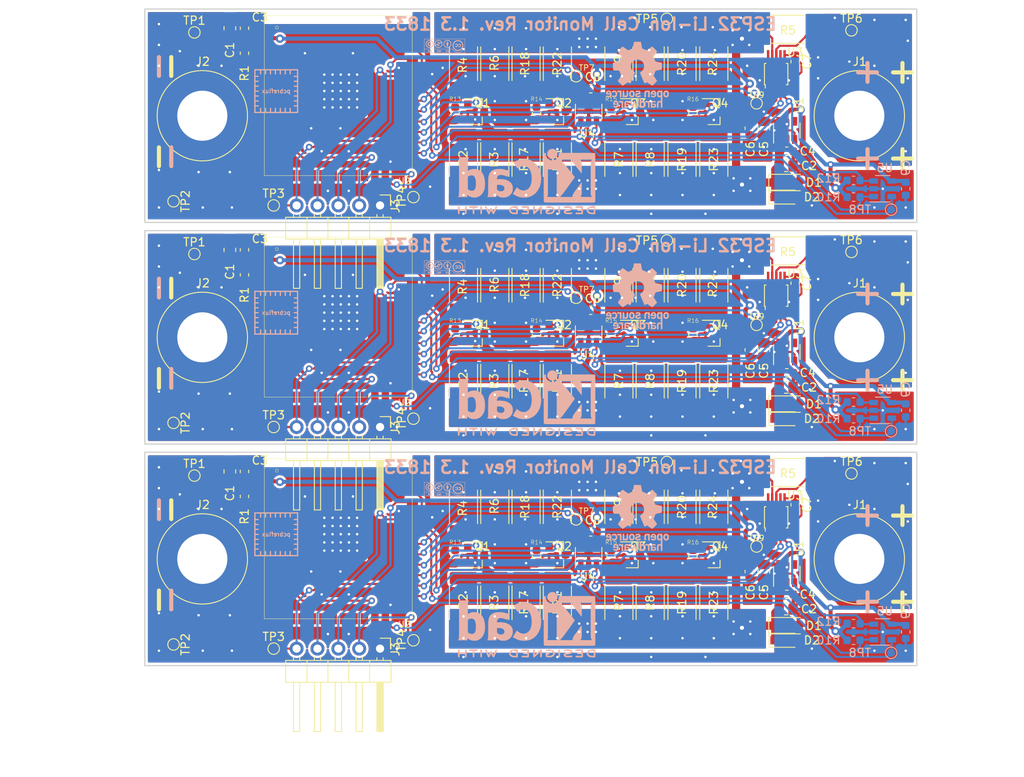
<source format=kicad_pcb>
(kicad_pcb (version 20171130) (host pcbnew 5.0.0-fee4fd1~66~ubuntu18.04.1)
  (title_block (title ESP32-li-ion-cell-monitor) (rev 1.3) (company pcbreflux))
  (layers (0 F.Cu signal) (31 B.Cu signal) (34 B.Paste user hide) (35 F.Paste user hide) (36 B.SilkS user) (37 F.SilkS user) (38 B.Mask user hide) (39 F.Mask user hide) (44 Edge.Cuts user))
  (net 0 "")
  (net 1 GND)
  (net 2 /EN)
  (net 3 /BOOT)
  (net 4 /TX)
  (net 5 /RX)
  (net 6 +BATT)
  (net 7 "Net-(U2-Pad4)")
  (net 8 "Net-(U2-Pad5)")
  (net 9 "Net-(U2-Pad7)")
  (net 10 "Net-(U2-Pad8)")
  (net 11 "Net-(U2-Pad9)")
  (net 12 "Net-(U2-Pad10)")
  (net 13 "Net-(U2-Pad11)")
  (net 14 "Net-(U2-Pad12)")
  (net 15 "Net-(U2-Pad13)")
  (net 16 "Net-(U2-Pad14)")
  (net 17 "Net-(U2-Pad15)")
  (net 18 "Net-(U2-Pad16)")
  (net 19 "Net-(U2-Pad17)")
  (net 20 "Net-(U2-Pad18)")
  (net 21 "Net-(U2-Pad19)")
  (net 22 "Net-(U2-Pad20)")
  (net 23 "Net-(U2-Pad21)")
  (net 24 "Net-(U2-Pad22)")
  (net 25 "Net-(U2-Pad23)")
  (net 26 "Net-(Q4-Pad1)")
  (net 27 "Net-(Q3-Pad1)")
  (net 28 "Net-(Q2-Pad1)")
  (net 29 "Net-(Q1-Pad1)")
  (net 30 "Net-(U2-Pad32)")
  (net 31 "Net-(U2-Pad37)")
  (net 32 VCC)
  (net 33 /SDA)
  (net 34 /SCL)
  (net 35 "Net-(U2-Pad6)")
  (net 36 /Alert2)
  (net 37 /Alert1)
  (net 38 "Net-(Q1-Pad3)")
  (net 39 "Net-(Q2-Pad3)")
  (net 40 "Net-(Q3-Pad3)")
  (net 41 "Net-(Q4-Pad3)")
  (net 42 +2V8)
  (net 43 /Alert3)
  (net 44 "Net-(U1-Pad4)")
  (module Resistor_SMD:R_2512_6332Metric_Pad1.52x3.35mm_HandSolder (layer F.Cu) (at 224.282 3.658 270)
    (fp_text reference R24 (at 0 0.127 270) (layer F.SilkS))
    (fp_text value 100R)
    (pad 2 smd roundrect (at 2.9875 0 270) (size 1.525 3.35) (layers F.Cu F.Paste F.Mask) (roundrect_rratio 0.163934) (net 41 "Net-(Q4-Pad3)"))
    (pad 1 smd roundrect (at -2.9875 0 270) (size 1.525 3.35) (layers F.Cu F.Paste F.Mask) (roundrect_rratio 0.163934) (net 32 VCC))
  )
  (module Resistor_SMD:R_2512_6332Metric_Pad1.52x3.35mm_HandSolder (layer F.Cu) (at 224.282 15.342 90)
    (fp_text reference R23 (at 0 0 90) (layer F.SilkS))
    (fp_text value 100R)
    (pad 1 smd roundrect (at -2.9875 0 90) (size 1.525 3.35) (layers F.Cu F.Paste F.Mask) (roundrect_rratio 0.163934) (net 32 VCC))
    (pad 2 smd roundrect (at 2.9875 0 90) (size 1.525 3.35) (layers F.Cu F.Paste F.Mask) (roundrect_rratio 0.163934) (net 40 "Net-(Q3-Pad3)"))
  )
  (module Resistor_SMD:R_2512_6332Metric_Pad1.52x3.35mm_HandSolder (layer F.Cu) (at 205.232 3.658 270)
    (fp_text reference R22 (at 0 0 270) (layer F.SilkS))
    (fp_text value 100R)
    (pad 2 smd roundrect (at 2.9875 0 270) (size 1.525 3.35) (layers F.Cu F.Paste F.Mask) (roundrect_rratio 0.163934) (net 39 "Net-(Q2-Pad3)"))
    (pad 1 smd roundrect (at -2.9875 0 270) (size 1.525 3.35) (layers F.Cu F.Paste F.Mask) (roundrect_rratio 0.163934) (net 32 VCC))
  )
  (module Resistor_SMD:R_2512_6332Metric_Pad1.52x3.35mm_HandSolder (layer F.Cu) (at 205.232 15.342 90)
    (fp_text reference R21 (at 0 0 90) (layer F.SilkS))
    (fp_text value 100R)
    (pad 1 smd roundrect (at -2.9875 0 90) (size 1.525 3.35) (layers F.Cu F.Paste F.Mask) (roundrect_rratio 0.163934) (net 32 VCC))
    (pad 2 smd roundrect (at 2.9875 0 90) (size 1.525 3.35) (layers F.Cu F.Paste F.Mask) (roundrect_rratio 0.163934) (net 38 "Net-(Q1-Pad3)"))
  )
  (module Resistor_SMD:R_2512_6332Metric_Pad1.52x3.35mm_HandSolder (layer F.Cu) (at 220.408 3.658 270)
    (fp_text reference R20 (at 0 0 270) (layer F.SilkS))
    (fp_text value 100R)
    (pad 1 smd roundrect (at -2.9875 0 270) (size 1.525 3.35) (layers F.Cu F.Paste F.Mask) (roundrect_rratio 0.163934) (net 32 VCC))
    (pad 2 smd roundrect (at 2.9875 0 270) (size 1.525 3.35) (layers F.Cu F.Paste F.Mask) (roundrect_rratio 0.163934) (net 41 "Net-(Q4-Pad3)"))
  )
  (module Resistor_SMD:R_2512_6332Metric_Pad1.52x3.35mm_HandSolder (layer F.Cu) (at 220.408 15.342 90)
    (fp_text reference R19 (at 0 0 90) (layer F.SilkS))
    (fp_text value 100R)
    (pad 2 smd roundrect (at 2.9875 0 90) (size 1.525 3.35) (layers F.Cu F.Paste F.Mask) (roundrect_rratio 0.163934) (net 40 "Net-(Q3-Pad3)"))
    (pad 1 smd roundrect (at -2.9875 0 90) (size 1.525 3.35) (layers F.Cu F.Paste F.Mask) (roundrect_rratio 0.163934) (net 32 VCC))
  )
  (module Resistor_SMD:R_2512_6332Metric_Pad1.52x3.35mm_HandSolder (layer F.Cu) (at 201.422 3.658 270)
    (fp_text reference R18 (at 0 0.127 270) (layer F.SilkS))
    (fp_text value 100R)
    (pad 1 smd roundrect (at -2.9875 0 270) (size 1.525 3.35) (layers F.Cu F.Paste F.Mask) (roundrect_rratio 0.163934) (net 32 VCC))
    (pad 2 smd roundrect (at 2.9875 0 270) (size 1.525 3.35) (layers F.Cu F.Paste F.Mask) (roundrect_rratio 0.163934) (net 39 "Net-(Q2-Pad3)"))
  )
  (module Resistor_SMD:R_2512_6332Metric_Pad1.52x3.35mm_HandSolder (layer F.Cu) (at 201.422 15.342 90)
    (fp_text reference R17 (at 0 -0.254 90) (layer F.SilkS))
    (fp_text value 100R)
    (pad 2 smd roundrect (at 2.9875 0 90) (size 1.525 3.35) (layers F.Cu F.Paste F.Mask) (roundrect_rratio 0.163934) (net 38 "Net-(Q1-Pad3)"))
    (pad 1 smd roundrect (at -2.9875 0 90) (size 1.525 3.35) (layers F.Cu F.Paste F.Mask) (roundrect_rratio 0.163934) (net 32 VCC))
  )
  (module Resistor_SMD:R_0603_1608Metric (layer F.Cu) (at 221.742 9.754 90)
    (fp_text reference R16 (at 1.778 0 180) (layer F.SilkS) (effects (font (size 0.5 0.5) (thickness 0.05))))
    (fp_text value 100k)
    (pad 2 smd roundrect (at 0.7875 0 90) (size 0.875 0.95) (layers F.Cu F.Paste F.Mask) (net 26 "Net-(Q4-Pad1)"))
    (pad 1 smd roundrect (at -0.7875 0 90) (size 0.875 0.95) (layers F.Cu F.Paste F.Mask) (net 1 GND))
  )
  (module Resistor_SMD:R_0603_1608Metric (layer F.Cu) (at 211.772 9.7795 90)
    (fp_text reference R15 (at 1.8035 0 180) (layer F.SilkS) (effects (font (size 0.5 0.5) (thickness 0.05))))
    (fp_text value 100k)
    (pad 1 smd roundrect (at -0.7875 0 90) (size 0.875 0.95) (layers F.Cu F.Paste F.Mask) (net 1 GND))
    (pad 2 smd roundrect (at 0.7875 0 90) (size 0.875 0.95) (layers F.Cu F.Paste F.Mask) (net 27 "Net-(Q3-Pad1)"))
  )
  (module Resistor_SMD:R_0603_1608Metric (layer F.Cu) (at 202.692 9.754 90)
    (fp_text reference R14 (at 1.778 0 180) (layer F.SilkS) (effects (font (size 0.5 0.5) (thickness 0.05))))
    (fp_text value 100k)
    (pad 2 smd roundrect (at 0.7875 0 90) (size 0.875 0.95) (layers F.Cu F.Paste F.Mask) (net 28 "Net-(Q2-Pad1)"))
    (pad 1 smd roundrect (at -0.7875 0 90) (size 0.875 0.95) (layers F.Cu F.Paste F.Mask) (net 1 GND))
  )
  (module Resistor_SMD:R_0603_1608Metric (layer F.Cu) (at 192.786 9.754 90)
    (fp_text reference R13 (at 1.778 0 180) (layer F.SilkS) (effects (font (size 0.5 0.5) (thickness 0.05))))
    (fp_text value 100k)
    (pad 1 smd roundrect (at -0.7875 0 90) (size 0.875 0.95) (layers F.Cu F.Paste F.Mask) (net 1 GND))
    (pad 2 smd roundrect (at 0.7875 0 90) (size 0.875 0.95) (layers F.Cu F.Paste F.Mask) (net 29 "Net-(Q1-Pad1)"))
  )
  (module TestPoint:TestPoint_Pad_D1.0mm (layer B.Cu) (at 245.872 21.438)
    (fp_text reference TP8 (at -3.81 0) (layer B.SilkS) (effects (justify mirror)))
    (fp_text value Test_Point)
    (pad 1 smd circle (at 0 0) (size 1 1) (layers B.Cu B.Mask) (net 43 /Alert3))
  )
  (module TestPoint:TestPoint_Pad_D1.0mm (layer F.Cu) (at 207.518 5.182 90)
    (fp_text reference TP7 (at 1.016 1.27 180) (layer F.SilkS) (effects (font (size 0.7 0.7) (thickness 0.1))))
    (fp_text value Test_Point)
    (pad 1 smd circle (at 0 0 90) (size 1 1) (layers F.Cu F.Mask) (net 36 /Alert2))
  )
  (module TestPoint:TestPoint_Pad_D1.0mm (layer F.Cu) (at 241.046 -0.406)
    (fp_text reference TP6 (at 0 -1.448) (layer F.SilkS))
    (fp_text value Test_Point)
    (pad 1 smd circle (at 0 0) (size 1 1) (layers F.Cu F.Mask) (net 6 +BATT))
  )
  (module TestPoint:TestPoint_Pad_D1.0mm (layer F.Cu) (at 218.567 -1.803)
    (fp_text reference TP5 (at -2.413 0) (layer F.SilkS))
    (fp_text value Test_Point)
    (pad 1 smd circle (at 0 0) (size 1 1) (layers F.Cu F.Mask) (net 32 VCC))
  )
  (module TestPoint:TestPoint_Pad_D1.0mm (layer F.Cu) (at 187.706 19.914 90)
    (fp_text reference TP4 (at 0 -1.448 90) (layer F.SilkS))
    (fp_text value Test_Point)
    (pad 1 smd circle (at 0 0 90) (size 1 1) (layers F.Cu F.Mask) (net 2 /EN))
  )
  (module TestPoint:TestPoint_Pad_D1.0mm (layer F.Cu) (at 170.688 20.93)
    (fp_text reference TP3 (at 0 -1.448) (layer F.SilkS))
    (fp_text value Test_Point)
    (pad 1 smd circle (at 0 0) (size 1 1) (layers F.Cu F.Mask) (net 3 /BOOT))
  )
  (module TestPoint:TestPoint_Pad_D1.0mm (layer F.Cu) (at 158.496 20.422 270)
    (fp_text reference TP2 (at 0 -1.448 270) (layer F.SilkS))
    (fp_text value Test_Point)
    (pad 1 smd circle (at 0 0 270) (size 1 1) (layers F.Cu F.Mask) (net 1 GND))
  )
  (module TestPoint:TestPoint_Pad_D1.0mm (layer F.Cu) (at 161.036 -0.152)
    (fp_text reference TP1 (at 0 -1.448) (layer F.SilkS))
    (fp_text value Test_Point)
    (pad 1 smd circle (at 0 0) (size 1 1) (layers F.Cu F.Mask) (net 42 +2V8))
  )
  (module module:VSSOP-10_3.1x3.1mm_P0.5mm (layer F.Cu) (at 231.648 4.928 90)
    (fp_text reference U3 (at 2.667 2.542 180) (layer F.SilkS))
    (fp_text value INA226_SOT25-5)
    (pad 10 smd rect (at 2.2 -0.75 90) (size 1.45 0.3) (layers F.Cu F.Paste F.Mask) (net 6 +BATT))
    (pad 9 smd rect (at 2.2 -0.25 90) (size 1.45 0.3) (layers F.Cu F.Paste F.Mask) (net 32 VCC))
    (pad 8 smd rect (at 2.2 0.25 90) (size 1.45 0.3) (layers F.Cu F.Paste F.Mask) (net 6 +BATT))
    (pad 7 smd rect (at 2.2 0.75 90) (size 1.45 0.3) (layers F.Cu F.Paste F.Mask) (net 1 GND))
    (pad 5 smd rect (at -2.2 1.25 90) (size 1.45 0.3) (layers F.Cu F.Paste F.Mask) (net 34 /SCL))
    (pad 4 smd rect (at -2.2 0.75 90) (size 1.45 0.3) (layers F.Cu F.Paste F.Mask) (net 33 /SDA))
    (pad 3 smd rect (at -2.2 0.25 90) (size 1.45 0.3) (layers F.Cu F.Paste F.Mask) (net 37 /Alert1))
    (pad 2 smd rect (at -2.2 -0.25 90) (size 1.45 0.3) (layers F.Cu F.Paste F.Mask) (net 1 GND))
    (pad 6 smd rect (at 2.2 1.25 90) (size 1.45 0.3) (layers F.Cu F.Paste F.Mask) (net 42 +2V8))
    (pad 1 smd rect (at -2.2 -0.75 90) (size 1.45 0.3) (layers F.Cu F.Paste F.Mask) (net 1 GND))
  )
  (module Package_TO_SOT_SMD:SOT-23-5 (layer F.Cu) (at 233.172 11.786 90)
    (fp_text reference U1 (at 3.048 1.524 90) (layer F.SilkS))
    (fp_text value XC6220B281MR-G)
    (pad 5 smd rect (at 1.1 -0.95 90) (size 1.06 0.65) (layers F.Cu F.Paste F.Mask) (net 42 +2V8))
    (pad 4 smd rect (at 1.1 0.95 90) (size 1.06 0.65) (layers F.Cu F.Paste F.Mask) (net 44 "Net-(U1-Pad4)"))
    (pad 3 smd rect (at -1.1 0.95 90) (size 1.06 0.65) (layers F.Cu F.Paste F.Mask) (net 32 VCC))
    (pad 2 smd rect (at -1.1 0 90) (size 1.06 0.65) (layers F.Cu F.Paste F.Mask) (net 1 GND))
    (pad 1 smd rect (at -1.1 -0.95 90) (size 1.06 0.65) (layers F.Cu F.Paste F.Mask) (net 32 VCC))
  )
  (module Resistor_SMD:R_0603_1608Metric (layer B.Cu) (at 241.298 17.882 180)
    (fp_text reference R12 (at 3.048 0.254 180) (layer B.SilkS) (effects (justify mirror)))
    (fp_text value 10k)
    (pad 2 smd roundrect (at 0.7875 0 180) (size 0.875 0.95) (layers B.Cu B.Paste B.Mask) (net 42 +2V8))
    (pad 1 smd roundrect (at -0.7875 0 180) (size 0.875 0.95) (layers B.Cu B.Paste B.Mask) (net 34 /SCL))
  )
  (module Connector:Banana_Jack_1Pin (layer F.Cu) (at 162 10)
    (fp_text reference J2 (at 0.052 -6.596) (layer F.SilkS))
    (fp_text value Conn_01x01_Female)
    (pad 1 thru_hole circle (at 0 0) (size 10.16 10.16) (drill 6.1) (layers *.Cu *.Mask) (net 1 GND))
  )
  (module Connector:Banana_Jack_1Pin (layer F.Cu) (at 242 10)
    (fp_text reference J1 (at 0.062 -6.596) (layer F.SilkS))
    (fp_text value Conn_01x01_Female)
    (pad 1 thru_hole circle (at 0 0) (size 10.16 10.16) (drill 6.1) (layers *.Cu *.Mask) (net 6 +BATT))
  )
  (module Resistor_SMD:R_2512_6332Metric_Pad1.52x3.35mm_HandSolder (layer F.Cu) (at 216.534 3.658 270)
    (fp_text reference R11 (at 0 0 270) (layer F.SilkS))
    (fp_text value 100R)
    (pad 2 smd roundrect (at 2.9875 0 270) (size 1.525 3.35) (layers F.Cu F.Paste F.Mask) (roundrect_rratio 0.163934) (net 41 "Net-(Q4-Pad3)"))
    (pad 1 smd roundrect (at -2.9875 0 270) (size 1.525 3.35) (layers F.Cu F.Paste F.Mask) (roundrect_rratio 0.163934) (net 32 VCC))
  )
  (module Resistor_SMD:R_2512_6332Metric_Pad1.52x3.35mm_HandSolder (layer F.Cu) (at 212.724 3.658 270)
    (fp_text reference R9 (at 0 0 270) (layer F.SilkS))
    (fp_text value 100R)
    (pad 2 smd roundrect (at 2.9875 0 270) (size 1.525 3.35) (layers F.Cu F.Paste F.Mask) (roundrect_rratio 0.163934) (net 41 "Net-(Q4-Pad3)"))
    (pad 1 smd roundrect (at -2.9875 0 270) (size 1.525 3.35) (layers F.Cu F.Paste F.Mask) (roundrect_rratio 0.163934) (net 32 VCC))
  )
  (module Resistor_SMD:R_2512_6332Metric_Pad1.52x3.35mm_HandSolder (layer F.Cu) (at 216.534 15.342 90)
    (fp_text reference R8 (at 0 0 90) (layer F.SilkS))
    (fp_text value 100R)
    (pad 1 smd roundrect (at -2.9875 0 90) (size 1.525 3.35) (layers F.Cu F.Paste F.Mask) (roundrect_rratio 0.163934) (net 32 VCC))
    (pad 2 smd roundrect (at 2.9875 0 90) (size 1.525 3.35) (layers F.Cu F.Paste F.Mask) (roundrect_rratio 0.163934) (net 40 "Net-(Q3-Pad3)"))
  )
  (module Resistor_SMD:R_2512_6332Metric_Pad1.52x3.35mm_HandSolder (layer F.Cu) (at 212.724 15.342 90)
    (fp_text reference R7 (at 0 0 90) (layer F.SilkS))
    (fp_text value 100R)
    (pad 1 smd roundrect (at -2.9875 0 90) (size 1.525 3.35) (layers F.Cu F.Paste F.Mask) (roundrect_rratio 0.163934) (net 32 VCC))
    (pad 2 smd roundrect (at 2.9875 0 90) (size 1.525 3.35) (layers F.Cu F.Paste F.Mask) (roundrect_rratio 0.163934) (net 40 "Net-(Q3-Pad3)"))
  )
  (module Resistor_SMD:R_2512_6332Metric_Pad1.52x3.35mm_HandSolder (layer F.Cu) (at 197.612 3.658 270)
    (fp_text reference R6 (at -0.088 0.04 270) (layer F.SilkS))
    (fp_text value 100R)
    (pad 1 smd roundrect (at -2.9875 0 270) (size 1.525 3.35) (layers F.Cu F.Paste F.Mask) (roundrect_rratio 0.163934) (net 32 VCC))
    (pad 2 smd roundrect (at 2.9875 0 270) (size 1.525 3.35) (layers F.Cu F.Paste F.Mask) (roundrect_rratio 0.163934) (net 39 "Net-(Q2-Pad3)"))
  )
  (module Resistor_SMD:R_2512_6332Metric_Pad1.52x3.35mm_HandSolder (layer F.Cu) (at 233.299 -0.533)
    (fp_text reference R5 (at 0 0.127) (layer F.SilkS))
    (fp_text value 100mR)
    (pad 1 smd roundrect (at -2.9875 0) (size 1.525 3.35) (layers F.Cu F.Paste F.Mask) (roundrect_rratio 0.163934) (net 32 VCC))
    (pad 2 smd roundrect (at 2.9875 0) (size 1.525 3.35) (layers F.Cu F.Paste F.Mask) (roundrect_rratio 0.163934) (net 6 +BATT))
  )
  (module Resistor_SMD:R_2512_6332Metric_Pad1.52x3.35mm_HandSolder (layer F.Cu) (at 193.802 3.658 270)
    (fp_text reference R4 (at 0.166 0.104 270) (layer F.SilkS))
    (fp_text value 100R)
    (pad 2 smd roundrect (at 2.9875 0 270) (size 1.525 3.35) (layers F.Cu F.Paste F.Mask) (roundrect_rratio 0.163934) (net 39 "Net-(Q2-Pad3)"))
    (pad 1 smd roundrect (at -2.9875 0 270) (size 1.525 3.35) (layers F.Cu F.Paste F.Mask) (roundrect_rratio 0.163934) (net 32 VCC))
  )
  (module Resistor_SMD:R_2512_6332Metric_Pad1.52x3.35mm_HandSolder (layer F.Cu) (at 197.612 15.342 90)
    (fp_text reference R3 (at 0 -0.086 90) (layer F.SilkS))
    (fp_text value 100R)
    (pad 1 smd roundrect (at -2.9875 0 90) (size 1.525 3.35) (layers F.Cu F.Paste F.Mask) (roundrect_rratio 0.163934) (net 32 VCC))
    (pad 2 smd roundrect (at 2.9875 0 90) (size 1.525 3.35) (layers F.Cu F.Paste F.Mask) (roundrect_rratio 0.163934) (net 38 "Net-(Q1-Pad3)"))
  )
  (module Resistor_SMD:R_2512_6332Metric_Pad1.52x3.35mm_HandSolder (layer F.Cu) (at 193.802 15.342 90)
    (fp_text reference R2 (at 0.166 -0.022 90) (layer F.SilkS))
    (fp_text value 100R)
    (pad 2 smd roundrect (at 2.9875 0 90) (size 1.525 3.35) (layers F.Cu F.Paste F.Mask) (roundrect_rratio 0.163934) (net 38 "Net-(Q1-Pad3)"))
    (pad 1 smd roundrect (at -2.9875 0 90) (size 1.525 3.35) (layers F.Cu F.Paste F.Mask) (roundrect_rratio 0.163934) (net 32 VCC))
  )
  (module Diode_SMD:D_SOD-323_HandSoldering (layer F.Cu) (at 232.918 19.914)
    (fp_text reference D2 (at 3.302 0) (layer F.SilkS))
    (fp_text value ESDZL5-1F4)
    (pad 2 smd rect (at 1.25 0) (size 1 1) (layers F.Cu F.Paste F.Mask) (net 1 GND))
    (pad 1 smd rect (at -1.25 0) (size 1 1) (layers F.Cu F.Paste F.Mask) (net 32 VCC))
  )
  (module Diode_SMD:D_SOD-123F (layer F.Cu) (at 233.172 18.136)
    (fp_text reference D1 (at 3.302 0) (layer F.SilkS))
    (fp_text value MMSZ5V6CF)
    (pad 2 smd rect (at 1.4 0) (size 1.1 1.1) (layers F.Cu F.Paste F.Mask) (net 1 GND))
    (pad 1 smd rect (at -1.4 0) (size 1.1 1.1) (layers F.Cu F.Paste F.Mask) (net 32 VCC))
  )
  (module Capacitor_SMD:C_0603_1608Metric (layer B.Cu) (at 247.65 18.898 90)
    (fp_text reference C9 (at 2.54 0 90) (layer B.SilkS) (effects (justify mirror)))
    (fp_text value 100n)
    (pad 2 smd roundrect (at 0.7875 0 90) (size 0.875 0.95) (layers B.Cu B.Paste B.Mask) (net 42 +2V8))
    (pad 1 smd roundrect (at -0.7875 0 90) (size 0.875 0.95) (layers B.Cu B.Paste B.Mask) (net 1 GND))
  )
  (module Capacitor_SMD:C_0603_1608Metric (layer F.Cu) (at 209.296 6.706)
    (fp_text reference C8 (at 0.254 -1.43) (layer F.SilkS))
    (fp_text value 100n)
    (pad 1 smd roundrect (at -0.7875 0) (size 0.875 0.95) (layers F.Cu F.Paste F.Mask) (net 1 GND))
    (pad 2 smd roundrect (at 0.7875 0) (size 0.875 0.95) (layers F.Cu F.Paste F.Mask) (net 42 +2V8))
  )
  (module Capacitor_SMD:C_0603_1608Metric (layer F.Cu) (at 234.188 3.404 270)
    (fp_text reference C7 (at 0 -1.43 270) (layer F.SilkS))
    (fp_text value 100n)
    (pad 2 smd roundrect (at 0.7875 0 270) (size 0.875 0.95) (layers F.Cu F.Paste F.Mask) (net 1 GND))
    (pad 1 smd roundrect (at -0.7875 0 270) (size 0.875 0.95) (layers F.Cu F.Paste F.Mask) (net 42 +2V8))
  )
  (module module:Logo_silk_CC-BY-NC-SA_5x2mm (layer B.Cu) (at 191.5 1.5 180)
    (fp_text reference G*** hide)
    (fp_text value LOGO hide)
  )
  (module Symbol:KiCad-Logo2_8mm_SilkScreen (layer B.Cu) (at 201.5 18 180)
    (fp_text reference REF** hide)
    (fp_text value KiCad-Logo2_8mm_SilkScreen hide)
  )
  (module Symbol:OSHW-Logo_7.5x8mm_SilkScreen (layer B.Cu) (at 214.992 5 180)
    (fp_text reference REF** hide)
    (fp_text value OSHW-Logo_7.5x8mm_SilkScreen hide)
  )
  (module module:pcbreflux_logo (layer B.Cu) (at 171 7)
    (fp_text reference REF** hide)
    (fp_text value pcbreflux_logo hide)
    (fp_text user pcbreflux (at 0 0) (layer B.SilkS) (effects (font (size 0.5 0.5) (thickness 0.1)) (justify mirror)))
  )
  (module module:Via-0.6mm (layer F.Cu) (at 229.87 5.69)
    (fp_text reference REF** hide)
    (fp_text value Via-0.6mm hide)
    (pad 1 thru_hole circle (at 0 0) (size 0.6 0.6) (drill 0.3) (layers *.Cu) (net 1 GND))
  )
  (module Package_TO_SOT_SMD:SOT-23-5 (layer B.Cu) (at 244.856 18.898)
    (fp_text reference U5 (at 0.254 -2.54 180) (layer B.SilkS) (effects (justify mirror)))
    (fp_text value Si7060-01)
    (pad 5 smd rect (at 1.1 0.95) (size 1.06 0.65) (layers B.Cu B.Paste B.Mask) (net 43 /Alert3))
    (pad 4 smd rect (at 1.1 -0.95) (size 1.06 0.65) (layers B.Cu B.Paste B.Mask) (net 42 +2V8))
    (pad 3 smd rect (at -1.1 -0.95) (size 1.06 0.65) (layers B.Cu B.Paste B.Mask) (net 34 /SCL))
    (pad 2 smd rect (at -1.1 0) (size 1.06 0.65) (layers B.Cu B.Paste B.Mask) (net 1 GND))
    (pad 1 smd rect (at -1.1 0.95) (size 1.06 0.65) (layers B.Cu B.Paste B.Mask) (net 33 /SDA))
  )
  (module Resistor_SMD:R_0603_1608Metric (layer B.Cu) (at 241.298 19.914 180)
    (fp_text reference R10 (at 3.048 0 180) (layer B.SilkS) (effects (justify mirror)))
    (fp_text value 10k)
    (pad 2 smd roundrect (at 0.7875 0 180) (size 0.875 0.95) (layers B.Cu B.Paste B.Mask) (net 42 +2V8))
    (pad 1 smd roundrect (at -0.7875 0 180) (size 0.875 0.95) (layers B.Cu B.Paste B.Mask) (net 33 /SDA))
  )
  (module Resistor_SMD:R_0603_1608Metric (layer F.Cu) (at 167.132 2.388 90)
    (fp_text reference R1 (at -2.4385 0 90) (layer F.SilkS))
    (fp_text value 10k)
    (pad 2 smd roundrect (at 0.7875 0 90) (size 0.875 0.95) (layers F.Cu F.Paste F.Mask) (net 42 +2V8))
    (pad 1 smd roundrect (at -0.7875 0 90) (size 0.875 0.95) (layers F.Cu F.Paste F.Mask) (net 2 /EN))
  )
  (module Capacitor_SMD:C_0603_1608Metric (layer F.Cu) (at 167.132 -0.66 270)
    (fp_text reference C3 (at -1.34 -1.868) (layer F.SilkS))
    (fp_text value 100n)
    (pad 2 smd roundrect (at 0.7875 0 270) (size 0.875 0.95) (layers F.Cu F.Paste F.Mask) (net 42 +2V8))
    (pad 1 smd roundrect (at -0.7875 0 270) (size 0.875 0.95) (layers F.Cu F.Paste F.Mask) (net 1 GND))
  )
  (module Capacitor_SMD:C_0805_2012Metric (layer F.Cu) (at 233.084 16.104)
    (fp_text reference C2 (at 2.794 0) (layer F.SilkS))
    (fp_text value 10u)
    (pad 2 smd roundrect (at 0.85 0) (size 1.15 1.4) (layers F.Cu F.Paste F.Mask) (roundrect_rratio 0.217391) (net 1 GND))
    (pad 1 smd roundrect (at -0.85 0) (size 1.15 1.4) (layers F.Cu F.Paste F.Mask) (roundrect_rratio 0.217391) (net 32 VCC))
  )
  (module Package_TO_SOT_SMD:SOT-23 (layer F.Cu) (at 224.282 9.5)
    (fp_text reference Q4 (at 0.762 -1.016) (layer F.SilkS))
    (fp_text value Q_NMOS_GSD)
    (pad 1 smd rect (at -1 -0.95) (size 0.9 0.8) (layers F.Cu F.Paste F.Mask) (net 26 "Net-(Q4-Pad1)"))
    (pad 2 smd rect (at -1 0.95) (size 0.9 0.8) (layers F.Cu F.Paste F.Mask) (net 1 GND))
    (pad 3 smd rect (at 1 0) (size 0.9 0.8) (layers F.Cu F.Paste F.Mask) (net 41 "Net-(Q4-Pad3)"))
  )
  (module Package_TO_SOT_SMD:SOT-23 (layer F.Cu) (at 214.312 9.5)
    (fp_text reference Q3 (at 0.762 -1.016 180) (layer F.SilkS))
    (fp_text value Q_NMOS_GSD)
    (pad 3 smd rect (at 1 0) (size 0.9 0.8) (layers F.Cu F.Paste F.Mask) (net 40 "Net-(Q3-Pad3)"))
    (pad 2 smd rect (at -1 0.95) (size 0.9 0.8) (layers F.Cu F.Paste F.Mask) (net 1 GND))
    (pad 1 smd rect (at -1 -0.95) (size 0.9 0.8) (layers F.Cu F.Paste F.Mask) (net 27 "Net-(Q3-Pad1)"))
  )
  (module Package_TO_SOT_SMD:SOT-23 (layer F.Cu) (at 205.232 9.5)
    (fp_text reference Q2 (at 0.762 -1.016) (layer F.SilkS))
    (fp_text value Q_NMOS_GSD)
    (pad 3 smd rect (at 1 0) (size 0.9 0.8) (layers F.Cu F.Paste F.Mask) (net 39 "Net-(Q2-Pad3)"))
    (pad 2 smd rect (at -1 0.95) (size 0.9 0.8) (layers F.Cu F.Paste F.Mask) (net 1 GND))
    (pad 1 smd rect (at -1 -0.95) (size 0.9 0.8) (layers F.Cu F.Paste F.Mask) (net 28 "Net-(Q2-Pad1)"))
  )
  (module Package_TO_SOT_SMD:SOT-23 (layer F.Cu) (at 195.326 9.5)
    (fp_text reference Q1 (at 0.762 -1.016) (layer F.SilkS))
    (fp_text value Q_NMOS_GSD)
    (pad 1 smd rect (at -1 -0.95) (size 0.9 0.8) (layers F.Cu F.Paste F.Mask) (net 29 "Net-(Q1-Pad1)"))
    (pad 2 smd rect (at -1 0.95) (size 0.9 0.8) (layers F.Cu F.Paste F.Mask) (net 1 GND))
    (pad 3 smd rect (at 1 0) (size 0.9 0.8) (layers F.Cu F.Paste F.Mask) (net 38 "Net-(Q1-Pad3)"))
  )
  (module Capacitor_SMD:C_0603_1608Metric (layer F.Cu) (at 228.6 11.532 270)
    (fp_text reference C6 (at 2.54 -0.127 270) (layer F.SilkS))
    (fp_text value 100n)
    (pad 2 smd roundrect (at 0.7875 0 270) (size 0.875 0.95) (layers F.Cu F.Paste F.Mask) (net 1 GND))
    (pad 1 smd roundrect (at -0.7875 0 270) (size 0.875 0.95) (layers F.Cu F.Paste F.Mask) (net 42 +2V8))
  )
  (module Capacitor_SMD:C_0805_2012Metric (layer F.Cu) (at 230.378 11.532 270)
    (fp_text reference C5 (at 2.54 0 270) (layer F.SilkS))
    (fp_text value 10u)
    (pad 2 smd roundrect (at 0.85 0 270) (size 1.15 1.4) (layers F.Cu F.Paste F.Mask) (roundrect_rratio 0.217391) (net 1 GND))
    (pad 1 smd roundrect (at -0.85 0 270) (size 1.15 1.4) (layers F.Cu F.Paste F.Mask) (roundrect_rratio 0.217391) (net 42 +2V8))
  )
  (module Capacitor_SMD:C_0603_1608Metric (layer F.Cu) (at 233.172 14.326)
    (fp_text reference C4 (at 2.54 0) (layer F.SilkS))
    (fp_text value 100n)
    (pad 1 smd roundrect (at -0.7875 0) (size 0.875 0.95) (layers F.Cu F.Paste F.Mask) (net 32 VCC))
    (pad 2 smd roundrect (at 0.7875 0) (size 0.875 0.95) (layers F.Cu F.Paste F.Mask) (net 1 GND))
  )
  (module Capacitor_SMD:C_0805_2012Metric (layer F.Cu) (at 165.354 -0.66 270)
    (fp_text reference C1 (at 2.66 0 270) (layer F.SilkS))
    (fp_text value 1u)
    (pad 2 smd roundrect (at 0.85 0 270) (size 1.15 1.4) (layers F.Cu F.Paste F.Mask) (roundrect_rratio 0.217391) (net 42 +2V8))
    (pad 1 smd roundrect (at -0.85 0 270) (size 1.15 1.4) (layers F.Cu F.Paste F.Mask) (roundrect_rratio 0.217391) (net 1 GND))
  )
  (module Package_TO_SOT_SMD:SOT-23-5 (layer F.Cu) (at 209.042 9.5 90)
    (fp_text reference U4 (at -2.667 -0.127 180) (layer F.SilkS))
    (fp_text value Si7060-00)
    (pad 5 smd rect (at 1.1 -0.95 90) (size 1.06 0.65) (layers F.Cu F.Paste F.Mask) (net 36 /Alert2))
    (pad 4 smd rect (at 1.1 0.95 90) (size 1.06 0.65) (layers F.Cu F.Paste F.Mask) (net 42 +2V8))
    (pad 3 smd rect (at -1.1 0.95 90) (size 1.06 0.65) (layers F.Cu F.Paste F.Mask) (net 34 /SCL))
    (pad 2 smd rect (at -1.1 0 90) (size 1.06 0.65) (layers F.Cu F.Paste F.Mask) (net 1 GND))
    (pad 1 smd rect (at -1.1 -0.95 90) (size 1.06 0.65) (layers F.Cu F.Paste F.Mask) (net 33 /SDA))
  )
  (module module:ESP-WROOM-32-short (layer F.Cu) (at 169.556 17.29)
    (fp_text reference U2 (at 17.0394 0.6844) (layer F.SilkS) (effects (font (size 0.75 0.75) (thickness 0.1))))
    (fp_text value ESP-WROOM-32 hide)
    (pad 39 thru_hole circle (at 11.3 -12.3) (size 0.8 0.8) (drill 0.3) (layers *.Cu *.Mask) (net 1 GND))
    (pad 39 thru_hole circle (at 11.3 -11.3) (size 0.8 0.8) (drill 0.3) (layers *.Cu *.Mask) (net 1 GND))
    (pad 39 thru_hole circle (at 11.3 -10.3) (size 0.8 0.8) (drill 0.3) (layers *.Cu *.Mask) (net 1 GND))
    (pad 39 thru_hole circle (at 11.3 -9.3) (size 0.8 0.8) (drill 0.3) (layers *.Cu *.Mask) (net 1 GND))
    (pad 39 thru_hole circle (at 11.3 -8.3) (size 0.8 0.8) (drill 0.3) (layers *.Cu *.Mask) (net 1 GND))
    (pad 39 thru_hole circle (at 9.3 -12.3) (size 0.8 0.8) (drill 0.3) (layers *.Cu *.Mask) (net 1 GND))
    (pad 39 thru_hole circle (at 9.3 -11.3) (size 0.8 0.8) (drill 0.3) (layers *.Cu *.Mask) (net 1 GND))
    (pad 39 thru_hole circle (at 9.3 -10.3) (size 0.8 0.8) (drill 0.3) (layers *.Cu *.Mask) (net 1 GND))
    (pad 39 thru_hole circle (at 9.3 -9.3) (size 0.8 0.8) (drill 0.3) (layers *.Cu *.Mask) (net 1 GND))
    (pad 39 thru_hole circle (at 9.3 -8.3) (size 0.8 0.8) (drill 0.3) (layers *.Cu *.Mask) (net 1 GND))
    (pad 39 thru_hole circle (at 10.3 -8.3) (size 0.8 0.8) (drill 0.3) (layers *.Cu *.Mask) (net 1 GND))
    (pad 39 thru_hole circle (at 10.3 -9.3) (size 0.8 0.8) (drill 0.3) (layers *.Cu *.Mask) (net 1 GND))
    (pad 39 thru_hole circle (at 10.3 -10.3) (size 0.8 0.8) (drill 0.3) (layers *.Cu *.Mask) (net 1 GND))
    (pad 39 thru_hole circle (at 10.3 -11.3) (size 0.8 0.8) (drill 0.3) (layers *.Cu *.Mask) (net 1 GND))
    (pad 39 thru_hole circle (at 10.3 -12.3) (size 0.8 0.8) (drill 0.3) (layers *.Cu *.Mask) (net 1 GND))
    (pad 39 thru_hole circle (at 8.3 -12.3) (size 0.8 0.8) (drill 0.3) (layers *.Cu *.Mask) (net 1 GND))
    (pad 39 thru_hole circle (at 8.3 -11.3) (size 0.8 0.8) (drill 0.3) (layers *.Cu *.Mask) (net 1 GND))
    (pad 39 thru_hole circle (at 8.3 -10.3) (size 0.8 0.8) (drill 0.3) (layers *.Cu *.Mask) (net 1 GND))
    (pad 39 thru_hole circle (at 8.3 -9.3) (size 0.8 0.8) (drill 0.3) (layers *.Cu *.Mask) (net 1 GND))
    (pad 39 thru_hole circle (at 8.3 -8.3) (size 0.8 0.8) (drill 0.3) (layers *.Cu *.Mask) (net 1 GND))
    (pad 39 thru_hole circle (at 7.3 -8.3) (size 0.8 0.8) (drill 0.3) (layers *.Cu *.Mask) (net 1 GND))
    (pad 39 thru_hole circle (at 7.3 -9.3) (size 0.8 0.8) (drill 0.3) (layers *.Cu *.Mask) (net 1 GND))
    (pad 39 thru_hole circle (at 7.3 -10.3) (size 0.8 0.8) (drill 0.3) (layers *.Cu *.Mask) (net 1 GND))
    (pad 39 thru_hole circle (at 7.3 -11.3) (size 0.8 0.8) (drill 0.3) (layers *.Cu *.Mask) (net 1 GND))
    (pad 38 smd rect (at 18.03 -18.01) (size 1.35 0.9) (layers F.Cu F.Paste F.Mask) (net 1 GND))
    (pad 37 smd rect (at 18.03 -16.74) (size 1.35 0.9) (layers F.Cu F.Paste F.Mask) (net 31 "Net-(U2-Pad37)"))
    (pad 36 smd rect (at 18.03 -15.47) (size 1.35 0.9) (layers F.Cu F.Paste F.Mask) (net 34 /SCL))
    (pad 35 smd rect (at 18.03 -14.2) (size 1.35 0.9) (layers F.Cu F.Paste F.Mask) (net 4 /TX))
    (pad 34 smd rect (at 18.03 -12.93) (size 1.35 0.9) (layers F.Cu F.Paste F.Mask) (net 5 /RX))
    (pad 33 smd rect (at 18.03 -11.66) (size 1.35 0.9) (layers F.Cu F.Paste F.Mask) (net 33 /SDA))
    (pad 32 smd rect (at 18.03 -10.39) (size 1.35 0.9) (layers F.Cu F.Paste F.Mask) (net 30 "Net-(U2-Pad32)"))
    (pad 31 smd rect (at 18.03 -9.12) (size 1.35 0.9) (layers F.Cu F.Paste F.Mask) (net 37 /Alert1))
    (pad 30 smd rect (at 18.03 -7.85) (size 1.35 0.9) (layers F.Cu F.Paste F.Mask) (net 36 /Alert2))
    (pad 29 smd rect (at 18.03 -6.58) (size 1.35 0.9) (layers F.Cu F.Paste F.Mask) (net 29 "Net-(Q1-Pad1)"))
    (pad 28 smd rect (at 18.03 -5.31) (size 1.35 0.9) (layers F.Cu F.Paste F.Mask) (net 28 "Net-(Q2-Pad1)"))
    (pad 27 smd rect (at 18.03 -4.04) (size 1.35 0.9) (layers F.Cu F.Paste F.Mask) (net 27 "Net-(Q3-Pad1)"))
    (pad 26 smd rect (at 18.03 -2.77) (size 1.35 0.9) (layers F.Cu F.Paste F.Mask) (net 26 "Net-(Q4-Pad1)"))
    (pad 25 smd rect (at 18.03 -1.5) (size 1.35 0.9) (layers F.Cu F.Paste F.Mask) (net 3 /BOOT))
    (pad 24 smd rect (at 14.73 0) (size 0.9 1.35) (layers F.Cu F.Paste F.Mask) (net 43 /Alert3))
    (pad 23 smd rect (at 13.46 0) (size 0.9 1.35) (layers F.Cu F.Paste F.Mask) (net 25 "Net-(U2-Pad23)"))
    (pad 22 smd rect (at 12.19 0) (size 0.9 1.35) (layers F.Cu F.Paste F.Mask) (net 24 "Net-(U2-Pad22)"))
    (pad 21 smd rect (at 10.92 0) (size 0.9 1.35) (layers F.Cu F.Paste F.Mask) (net 23 "Net-(U2-Pad21)"))
    (pad 20 smd rect (at 9.65 0) (size 0.9 1.35) (layers F.Cu F.Paste F.Mask) (net 22 "Net-(U2-Pad20)"))
    (pad 19 smd rect (at 8.38 0) (size 0.9 1.35) (layers F.Cu F.Paste F.Mask) (net 21 "Net-(U2-Pad19)"))
    (pad 18 smd rect (at 7.11 0) (size 0.9 1.35) (layers F.Cu F.Paste F.Mask) (net 20 "Net-(U2-Pad18)"))
    (pad 17 smd rect (at 5.84 0) (size 0.9 1.35) (layers F.Cu F.Paste F.Mask) (net 19 "Net-(U2-Pad17)"))
    (pad 16 smd rect (at 4.57 0) (size 0.9 1.35) (layers F.Cu F.Paste F.Mask) (net 18 "Net-(U2-Pad16)"))
    (pad 15 smd rect (at 3.3 0) (size 0.9 1.35) (layers F.Cu F.Paste F.Mask) (net 17 "Net-(U2-Pad15)"))
    (pad 14 smd rect (at 0 -1.5) (size 1.35 0.9) (layers F.Cu F.Paste F.Mask) (net 16 "Net-(U2-Pad14)"))
    (pad 13 smd rect (at 0 -2.77) (size 1.35 0.9) (layers F.Cu F.Paste F.Mask) (net 15 "Net-(U2-Pad13)"))
    (pad 12 smd rect (at 0 -4.04) (size 1.35 0.9) (layers F.Cu F.Paste F.Mask) (net 14 "Net-(U2-Pad12)"))
    (pad 11 smd rect (at 0 -5.31) (size 1.35 0.9) (layers F.Cu F.Paste F.Mask) (net 13 "Net-(U2-Pad11)"))
    (pad 10 smd rect (at 0 -6.58) (size 1.35 0.9) (layers F.Cu F.Paste F.Mask) (net 12 "Net-(U2-Pad10)"))
    (pad 9 smd rect (at 0 -7.85) (size 1.35 0.9) (layers F.Cu F.Paste F.Mask) (net 11 "Net-(U2-Pad9)"))
    (pad 8 smd rect (at 0 -9.12) (size 1.35 0.9) (layers F.Cu F.Paste F.Mask) (net 10 "Net-(U2-Pad8)"))
    (pad 7 smd rect (at 0 -10.39) (size 1.35 0.9) (layers F.Cu F.Paste F.Mask) (net 9 "Net-(U2-Pad7)"))
    (pad 6 smd rect (at 0 -11.66) (size 1.35 0.9) (layers F.Cu F.Paste F.Mask) (net 35 "Net-(U2-Pad6)"))
    (pad 5 smd rect (at 0 -12.93) (size 1.35 0.9) (layers F.Cu F.Paste F.Mask) (net 8 "Net-(U2-Pad5)"))
    (pad 4 smd rect (at 0 -14.2) (size 1.35 0.9) (layers F.Cu F.Paste F.Mask) (net 7 "Net-(U2-Pad4)"))
    (pad 3 smd rect (at 0 -15.47) (size 1.35 0.9) (layers F.Cu F.Paste F.Mask) (net 2 /EN))
    (pad 2 smd rect (at 0 -16.74) (size 1.35 0.9) (layers F.Cu F.Paste F.Mask) (net 42 +2V8))
    (pad 1 smd rect (at 0 -18.01) (size 1.35 0.9) (layers F.Cu F.Paste F.Mask) (net 1 GND))
    (pad 39 smd rect (at 9.3 -10.3) (size 6 6) (layers F.Cu F.Paste F.Mask) (net 1 GND))
    (pad 39 thru_hole circle (at 7.3 -12.3) (size 0.8 0.8) (drill 0.3) (layers *.Cu *.Mask) (net 1 GND))
  )
  (module module:Via-0.6mm (layer F.Cu) (at 191.262 4.166)
    (fp_text reference REF** hide)
    (fp_text value Via-0.6mm hide)
    (pad 1 thru_hole circle (at 0 0) (size 0.6 0.6) (drill 0.3) (layers *.Cu) (net 1 GND))
  )
  (module module:Via-0.6mm (layer F.Cu) (at 216.535 4.928)
    (fp_text reference REF** hide)
    (fp_text value Via-0.6mm hide)
    (pad 1 thru_hole circle (at 0 0) (size 0.6 0.6) (drill 0.3) (layers *.Cu) (net 1 GND))
  )
  (module module:Via-0.6mm (layer F.Cu) (at 189.992 4.928)
    (fp_text reference REF** hide)
    (fp_text value Via-0.6mm hide)
    (pad 1 thru_hole circle (at 0 0) (size 0.6 0.6) (drill 0.3) (layers *.Cu) (net 1 GND))
  )
  (module module:Via-0.6mm (layer F.Cu) (at 216.662 14.072)
    (fp_text reference REF** hide)
    (fp_text value Via-0.6mm hide)
    (pad 1 thru_hole circle (at 0 0) (size 0.6 0.6) (drill 0.3) (layers *.Cu) (net 1 GND))
  )
  (module Connector_PinHeader_2.54mm:PinHeader_1x05_P2.54mm_Horizontal (layer F.Cu) (at 183.642 20.93 270)
    (fp_text reference J3 (at 0.07 -1.858 270) (layer F.SilkS))
    (fp_text value Conn_01x05_Male)
    (pad 1 thru_hole rect (at 0 0 270) (size 1.7 1.7) (drill 1) (layers *.Cu *.Mask) (net 1 GND))
    (pad 2 thru_hole oval (at 0 2.54 270) (size 1.7 1.7) (drill 1) (layers *.Cu *.Mask) (net 2 /EN))
    (pad 3 thru_hole oval (at 0 5.08 270) (size 1.7 1.7) (drill 1) (layers *.Cu *.Mask) (net 4 /TX))
    (pad 4 thru_hole oval (at 0 7.62 270) (size 1.7 1.7) (drill 1) (layers *.Cu *.Mask) (net 5 /RX))
    (pad 5 thru_hole oval (at 0 10.16 270) (size 1.7 1.7) (drill 1) (layers *.Cu *.Mask) (net 3 /BOOT))
  )
  (module module:Via-0.6mm (layer F.Cu) (at 214.756 5.182)
    (fp_text reference REF** hide)
    (fp_text value Via-0.6mm hide)
    (pad 1 thru_hole circle (at 0 0) (size 0.6 0.6) (drill 0.3) (layers *.Cu) (net 1 GND))
  )
  (module module:Via-0.6mm (layer F.Cu) (at 216.916 10.516)
    (fp_text reference REF** hide)
    (fp_text value Via-0.6mm hide)
    (pad 1 thru_hole circle (at 0 0) (size 0.6 0.6) (drill 0.3) (layers *.Cu) (net 1 GND))
  )
  (module module:Via-0.6mm (layer F.Cu) (at 224.282 14.072)
    (fp_text reference REF** hide)
    (fp_text value Via-0.6mm hide)
    (pad 1 thru_hole circle (at 0 0) (size 0.6 0.6) (drill 0.3) (layers *.Cu) (net 1 GND))
  )
  (module module:Via-0.6mm (layer F.Cu) (at 212.852 14.072)
    (fp_text reference REF** hide)
    (fp_text value Via-0.6mm hide)
    (pad 1 thru_hole circle (at 0 0) (size 0.6 0.6) (drill 0.3) (layers *.Cu) (net 1 GND))
  )
  (module module:Via-0.6mm (layer F.Cu) (at 235.966 16.358)
    (fp_text reference REF** hide)
    (fp_text value Via-0.6mm hide)
    (pad 1 thru_hole circle (at 0 0) (size 0.6 0.6) (drill 0.3) (layers *.Cu) (net 1 GND))
  )
  (module module:Via-0.6mm (layer F.Cu) (at 197.612 8.23)
    (fp_text reference REF** hide)
    (fp_text value Via-0.6mm hide)
    (pad 1 thru_hole circle (at 0 0) (size 0.6 0.6) (drill 0.3) (layers *.Cu) (net 1 GND))
  )
  (module module:Via-0.6mm (layer F.Cu) (at 216.598 8.23)
    (fp_text reference REF** hide)
    (fp_text value Via-0.6mm hide)
    (pad 1 thru_hole circle (at 0 0) (size 0.6 0.6) (drill 0.3) (layers *.Cu) (net 1 GND))
  )
  (module module:Via-0.6mm (layer F.Cu) (at 247.65 21.184)
    (fp_text reference REF** hide)
    (fp_text value Via-0.6mm hide)
    (pad 1 thru_hole circle (at 0 0) (size 0.6 0.6) (drill 0.3) (layers *.Cu) (net 1 GND))
  )
  (module module:Via-0.6mm (layer F.Cu) (at 223.266 21.946)
    (fp_text reference REF** hide)
    (fp_text value Via-0.6mm hide)
    (pad 1 thru_hole circle (at 0 0) (size 0.6 0.6) (drill 0.3) (layers *.Cu) (net 1 GND))
  )
  (module module:Via-0.6mm (layer F.Cu) (at 226.695 17.628)
    (fp_text reference REF** hide)
    (fp_text value Via-0.6mm hide)
    (pad 1 thru_hole circle (at 0 0) (size 0.6 0.6) (drill 0.3) (layers *.Cu) (net 32 VCC))
  )
  (module module:Via-0.6mm (layer F.Cu) (at 226.695 19.152)
    (fp_text reference REF** hide)
    (fp_text value Via-0.6mm hide)
    (pad 1 thru_hole circle (at 0 0) (size 0.6 0.6) (drill 0.3) (layers *.Cu) (net 32 VCC))
  )
  (module module:Via-0.6mm (layer F.Cu) (at 228.725 19.152)
    (fp_text reference REF** hide)
    (fp_text value Via-0.6mm hide)
    (pad 1 thru_hole circle (at 0 0) (size 0.6 0.6) (drill 0.3) (layers *.Cu) (net 32 VCC))
  )
  (module module:Via-0.6mm (layer F.Cu) (at 228.725 17.628)
    (fp_text reference REF** hide)
    (fp_text value Via-0.6mm hide)
    (pad 1 thru_hole circle (at 0 0) (size 0.6 0.6) (drill 0.3) (layers *.Cu) (net 32 VCC))
  )
  (module module:Via-0.6mm (layer F.Cu) (at 226.568 -0.406)
    (fp_text reference REF** hide)
    (fp_text value Via-0.6mm hide)
    (pad 1 thru_hole circle (at 0 0) (size 0.6 0.6) (drill 0.3) (layers *.Cu) (net 32 VCC))
  )
  (module module:Via-0.6mm (layer F.Cu) (at 228.6 -0.406)
    (fp_text reference REF** hide)
    (fp_text value Via-0.6mm hide)
    (pad 1 thru_hole circle (at 0 0) (size 0.6 0.6) (drill 0.3) (layers *.Cu) (net 32 VCC))
  )
  (module module:Via-0.6mm (layer F.Cu) (at 228.6 1.372)
    (fp_text reference REF** hide)
    (fp_text value Via-0.6mm hide)
    (pad 1 thru_hole circle (at 0 0) (size 0.6 0.6) (drill 0.3) (layers *.Cu) (net 32 VCC))
  )
  (module module:Via-0.6mm (layer F.Cu) (at 226.568 1.372)
    (fp_text reference REF** hide)
    (fp_text value Via-0.6mm hide)
    (pad 1 thru_hole circle (at 0 0) (size 0.6 0.6) (drill 0.3) (layers *.Cu) (net 32 VCC))
  )
  (module module:Via-0.6mm (layer F.Cu) (at 224.282 10.516)
    (fp_text reference REF** hide)
    (fp_text value Via-0.6mm hide)
    (pad 1 thru_hole circle (at 0 0) (size 0.6 0.6) (drill 0.3) (layers *.Cu) (net 1 GND))
  )
  (module module:Via-0.6mm (layer F.Cu) (at 197.612 10.516)
    (fp_text reference REF** hide)
    (fp_text value Via-0.6mm hide)
    (pad 1 thru_hole circle (at 0 0) (size 0.6 0.6) (drill 0.3) (layers *.Cu) (net 1 GND))
  )
  (module module:Via-0.6mm (layer F.Cu) (at 205.232 10.516)
    (fp_text reference REF** hide)
    (fp_text value Via-0.6mm hide)
    (pad 1 thru_hole circle (at 0 0) (size 0.6 0.6) (drill 0.3) (layers *.Cu) (net 1 GND))
  )
  (module module:Via-0.6mm (layer F.Cu) (at 195.22599 10.45)
    (fp_text reference REF** hide)
    (fp_text value Via-0.6mm hide)
    (pad 1 thru_hole circle (at 0 0) (size 0.6 0.6) (drill 0.3) (layers *.Cu) (net 1 GND))
  )
  (module module:Via-0.6mm (layer F.Cu) (at 214.312 10.516)
    (fp_text reference REF** hide)
    (fp_text value Via-0.6mm hide)
    (pad 1 thru_hole circle (at 0 0) (size 0.6 0.6) (drill 0.3) (layers *.Cu) (net 1 GND))
  )
  (module module:Via-0.6mm (layer F.Cu) (at 194.056 5.182)
    (fp_text reference REF** hide)
    (fp_text value Via-0.6mm hide)
    (pad 1 thru_hole circle (at 0 0) (size 0.6 0.6) (drill 0.3) (layers *.Cu) (net 1 GND))
  )
  (module module:Via-0.6mm (layer F.Cu) (at 197.612 5.182)
    (fp_text reference REF** hide)
    (fp_text value Via-0.6mm hide)
    (pad 1 thru_hole circle (at 0 0) (size 0.6 0.6) (drill 0.3) (layers *.Cu) (net 1 GND))
  )
  (module module:Via-0.6mm (layer F.Cu) (at 211.708 5.182)
    (fp_text reference REF** hide)
    (fp_text value Via-0.6mm hide)
    (pad 1 thru_hole circle (at 0 0) (size 0.6 0.6) (drill 0.3) (layers *.Cu) (net 1 GND))
  )
  (module module:Via-0.6mm (layer F.Cu) (at 213.106 5.182)
    (fp_text reference REF** hide)
    (fp_text value Via-0.6mm hide)
    (pad 1 thru_hole circle (at 0 0) (size 0.6 0.6) (drill 0.3) (layers *.Cu) (net 1 GND))
  )
  (module module:Via-0.6mm (layer F.Cu) (at 208.914 0.61)
    (fp_text reference REF** hide)
    (fp_text value Via-0.6mm hide)
    (pad 1 thru_hole circle (at 0 0) (size 0.6 0.6) (drill 0.3) (layers *.Cu) (net 32 VCC))
  )
  (module module:Via-0.6mm (layer F.Cu) (at 208.914 17.882)
    (fp_text reference REF** hide)
    (fp_text value Via-0.6mm hide)
    (pad 1 thru_hole circle (at 0 0) (size 0.6 0.6) (drill 0.3) (layers *.Cu) (net 32 VCC))
  )
  (module module:Via-0.6mm (layer F.Cu) (at 227.584 -1.93)
    (fp_text reference REF** hide)
    (fp_text value Via-0.6mm hide)
    (pad 1 thru_hole circle (at 0 0) (size 0.6 0.6) (drill 0.3) (layers *.Cu) (net 32 VCC))
  )
  (module module:Via-0.6mm (layer F.Cu) (at 240.792 3.404)
    (fp_text reference REF** hide)
    (fp_text value Via-0.6mm hide)
    (pad 1 thru_hole circle (at 0 0) (size 0.6 0.6) (drill 0.3) (layers *.Cu) (net 6 +BATT))
  )
  (module module:Via-0.6mm (layer F.Cu) (at 247.902 0.864)
    (fp_text reference REF** hide)
    (fp_text value Via-0.6mm hide)
    (pad 1 thru_hole circle (at 0 0) (size 0.6 0.6) (drill 0.3) (layers *.Cu) (net 6 +BATT))
  )
  (module module:Via-0.6mm (layer F.Cu) (at 247.648 14.326)
    (fp_text reference REF** hide)
    (fp_text value Via-0.6mm hide)
    (pad 1 thru_hole circle (at 0 0) (size 0.6 0.6) (drill 0.3) (layers *.Cu) (net 6 +BATT))
  )
  (module module:Via-0.6mm (layer F.Cu) (at 236.982 2.896)
    (fp_text reference REF** hide)
    (fp_text value Via-0.6mm hide)
    (pad 1 thru_hole circle (at 0 0) (size 0.6 0.6) (drill 0.3) (layers *.Cu) (net 6 +BATT))
  )
  (module module:Via-0.6mm (layer F.Cu) (at 247.902 5.436)
    (fp_text reference REF** hide)
    (fp_text value Via-0.6mm hide)
    (pad 1 thru_hole circle (at 0 0) (size 0.6 0.6) (drill 0.3) (layers *.Cu) (net 6 +BATT))
  )
  (module module:Via-0.6mm (layer F.Cu) (at 236.982 5.436)
    (fp_text reference REF** hide)
    (fp_text value Via-0.6mm hide)
    (pad 1 thru_hole circle (at 0 0) (size 0.6 0.6) (drill 0.3) (layers *.Cu) (net 6 +BATT))
  )
  (module module:Via-0.6mm (layer F.Cu) (at 236.22 20.93)
    (fp_text reference REF** hide)
    (fp_text value Via-0.6mm hide)
    (pad 1 thru_hole circle (at 0 0) (size 0.6 0.6) (drill 0.3) (layers *.Cu) (net 1 GND))
  )
  (module module:Via-0.6mm (layer F.Cu) (at 243.84 21.184)
    (fp_text reference REF** hide)
    (fp_text value Via-0.6mm hide)
    (pad 1 thru_hole circle (at 0 0) (size 0.6 0.6) (drill 0.3) (layers *.Cu) (net 1 GND))
  )
  (module module:Via-0.6mm (layer F.Cu) (at 220.345 14.072)
    (fp_text reference REF** hide)
    (fp_text value Via-0.6mm hide)
    (pad 1 thru_hole circle (at 0 0) (size 0.6 0.6) (drill 0.3) (layers *.Cu) (net 1 GND))
  )
  (module module:Via-0.6mm (layer F.Cu) (at 205.232 21.946)
    (fp_text reference REF** hide)
    (fp_text value Via-0.6mm hide)
    (pad 1 thru_hole circle (at 0 0) (size 0.6 0.6) (drill 0.3) (layers *.Cu) (net 1 GND))
  )
  (module module:Via-0.6mm (layer F.Cu) (at 193.802 21.946)
    (fp_text reference REF** hide)
    (fp_text value Via-0.6mm hide)
    (pad 1 thru_hole circle (at 0 0) (size 0.6 0.6) (drill 0.3) (layers *.Cu) (net 1 GND))
  )
  (module module:Via-0.6mm (layer F.Cu) (at 214.63 -1.93)
    (fp_text reference REF** hide)
    (fp_text value Via-0.6mm hide)
    (pad 1 thru_hole circle (at 0 0) (size 0.6 0.6) (drill 0.3) (layers *.Cu) (net 32 VCC))
  )
  (module module:Via-0.6mm (layer F.Cu) (at 209.93 0.61)
    (fp_text reference REF** hide)
    (fp_text value Via-0.6mm hide)
    (pad 1 thru_hole circle (at 0 0) (size 0.6 0.6) (drill 0.3) (layers *.Cu) (net 32 VCC))
  )
  (module module:Via-0.6mm (layer F.Cu) (at 207.898 0.61)
    (fp_text reference REF** hide)
    (fp_text value Via-0.6mm hide)
    (pad 1 thru_hole circle (at 0 0) (size 0.6 0.6) (drill 0.3) (layers *.Cu) (net 32 VCC))
  )
  (module module:Via-0.6mm (layer F.Cu) (at 207.898 1.626)
    (fp_text reference REF** hide)
    (fp_text value Via-0.6mm hide)
    (pad 1 thru_hole circle (at 0 0) (size 0.6 0.6) (drill 0.3) (layers *.Cu) (net 32 VCC))
  )
  (module module:Via-0.6mm (layer F.Cu) (at 208.914 1.626)
    (fp_text reference REF** hide)
    (fp_text value Via-0.6mm hide)
    (pad 1 thru_hole circle (at 0 0) (size 0.6 0.6) (drill 0.3) (layers *.Cu) (net 32 VCC))
  )
  (module module:Via-0.6mm (layer F.Cu) (at 209.93 1.626)
    (fp_text reference REF** hide)
    (fp_text value Via-0.6mm hide)
    (pad 1 thru_hole circle (at 0 0) (size 0.6 0.6) (drill 0.3) (layers *.Cu) (net 32 VCC))
  )
  (module module:Via-0.6mm (layer F.Cu) (at 207.898 17.882)
    (fp_text reference REF** hide)
    (fp_text value Via-0.6mm hide)
    (pad 1 thru_hole circle (at 0 0) (size 0.6 0.6) (drill 0.3) (layers *.Cu) (net 32 VCC))
  )
  (module module:Via-0.6mm (layer F.Cu) (at 207.898 18.898)
    (fp_text reference REF** hide)
    (fp_text value Via-0.6mm hide)
    (pad 1 thru_hole circle (at 0 0) (size 0.6 0.6) (drill 0.3) (layers *.Cu) (net 32 VCC))
  )
  (module module:Via-0.6mm (layer F.Cu) (at 209.93 17.882)
    (fp_text reference REF** hide)
    (fp_text value Via-0.6mm hide)
    (pad 1 thru_hole circle (at 0 0) (size 0.6 0.6) (drill 0.3) (layers *.Cu) (net 32 VCC))
  )
  (module module:Via-0.6mm (layer F.Cu) (at 209.93 18.898)
    (fp_text reference REF** hide)
    (fp_text value Via-0.6mm hide)
    (pad 1 thru_hole circle (at 0 0) (size 0.6 0.6) (drill 0.3) (layers *.Cu) (net 32 VCC))
  )
  (module module:Via-0.6mm (layer F.Cu) (at 208.914 18.898)
    (fp_text reference REF** hide)
    (fp_text value Via-0.6mm hide)
    (pad 1 thru_hole circle (at 0 0) (size 0.6 0.6) (drill 0.3) (layers *.Cu) (net 32 VCC))
  )
  (module module:Via-0.6mm (layer F.Cu) (at 233.426 5.69)
    (fp_text reference REF** hide)
    (fp_text value Via-0.6mm hide)
    (pad 1 thru_hole circle (at 0 0) (size 0.6 0.6) (drill 0.3) (layers *.Cu) (net 1 GND))
  )
  (module module:Via-0.6mm (layer F.Cu) (at 216.662 21.946)
    (fp_text reference REF** hide)
    (fp_text value Via-0.6mm hide)
    (pad 1 thru_hole circle (at 0 0) (size 0.6 0.6) (drill 0.3) (layers *.Cu) (net 1 GND))
  )
  (module module:Via-0.6mm (layer F.Cu) (at 230.376 9.5)
    (fp_text reference REF** hide)
    (fp_text value Via-0.6mm hide)
    (pad 1 thru_hole circle (at 0 0) (size 0.6 0.6) (drill 0.3) (layers *.Cu) (net 1 GND))
  )
  (module module:Via-0.6mm (layer F.Cu) (at 224.409 4.928)
    (fp_text reference REF** hide)
    (fp_text value Via-0.6mm hide)
    (pad 1 thru_hole circle (at 0 0) (size 0.6 0.6) (drill 0.3) (layers *.Cu) (net 1 GND))
  )
  (module module:Via-0.6mm (layer F.Cu) (at 228.346 3.912)
    (fp_text reference REF** hide)
    (fp_text value Via-0.6mm hide)
    (pad 1 thru_hole circle (at 0 0) (size 0.6 0.6) (drill 0.3) (layers *.Cu) (net 1 GND))
  )
  (module TestPoint:TestPoint_Pad_D1.0mm (layer F.Cu) (at 229.489 8.484)
    (fp_text reference TP9 (at 0 -1.016 180) (layer F.SilkS) (effects (font (size 0.7 0.7) (thickness 0.1))))
    (fp_text value Test_Point)
    (pad 1 smd circle (at 0 0) (size 1 1) (layers F.Cu F.Mask) (net 37 /Alert1))
  )
  (module module:Via-0.6mm (layer F.Cu) (at 220.472 4.928)
    (fp_text reference REF** hide)
    (fp_text value Via-0.6mm hide)
    (pad 1 thru_hole circle (at 0 0) (size 0.6 0.6) (drill 0.3) (layers *.Cu) (net 1 GND))
  )
  (module module:Via-0.6mm (layer F.Cu) (at 201.422 8.23)
    (fp_text reference REF** hide)
    (fp_text value Via-0.6mm hide)
    (pad 1 thru_hole circle (at 0 0) (size 0.6 0.6) (drill 0.3) (layers *.Cu) (net 1 GND))
  )
  (module module:Via-0.6mm (layer F.Cu) (at 201.422 10.516)
    (fp_text reference REF** hide)
    (fp_text value Via-0.6mm hide)
    (pad 1 thru_hole circle (at 0 0) (size 0.6 0.6) (drill 0.3) (layers *.Cu) (net 1 GND))
  )
  (module module:Via-0.6mm (layer F.Cu) (at 220.472 10.516)
    (fp_text reference REF** hide)
    (fp_text value Via-0.6mm hide)
    (pad 1 thru_hole circle (at 0 0) (size 0.6 0.6) (drill 0.3) (layers *.Cu) (net 1 GND))
  )
  (module module:Via-0.6mm (layer F.Cu) (at 220.472 8.23)
    (fp_text reference REF** hide)
    (fp_text value Via-0.6mm hide)
    (pad 1 thru_hole circle (at 0 0) (size 0.6 0.6) (drill 0.3) (layers *.Cu) (net 1 GND))
  )
  (module module:Via-0.6mm (layer F.Cu) (at 201.295 5.182)
    (fp_text reference REF** hide)
    (fp_text value Via-0.6mm hide)
    (pad 1 thru_hole circle (at 0 0) (size 0.6 0.6) (drill 0.3) (layers *.Cu) (net 1 GND))
  )
  (module module:Via-0.6mm (layer F.Cu) (at 205.232 5.182)
    (fp_text reference REF** hide)
    (fp_text value Via-0.6mm hide)
    (pad 1 thru_hole circle (at 0 0) (size 0.6 0.6) (drill 0.3) (layers *.Cu) (net 1 GND))
  )
  (module module:Via-0.6mm (layer F.Cu) (at 194.056 14.072)
    (fp_text reference REF** hide)
    (fp_text value Via-0.6mm hide)
    (pad 1 thru_hole circle (at 0 0) (size 0.6 0.6) (drill 0.3) (layers *.Cu) (net 1 GND))
  )
  (module module:Via-0.6mm (layer F.Cu) (at 197.612 14.072)
    (fp_text reference REF** hide)
    (fp_text value Via-0.6mm hide)
    (pad 1 thru_hole circle (at 0 0) (size 0.6 0.6) (drill 0.3) (layers *.Cu) (net 1 GND))
  )
  (module module:Via-0.6mm (layer F.Cu) (at 201.295 14.072)
    (fp_text reference REF** hide)
    (fp_text value Via-0.6mm hide)
    (pad 1 thru_hole circle (at 0 0) (size 0.6 0.6) (drill 0.3) (layers *.Cu) (net 1 GND))
  )
  (module module:Via-0.6mm (layer F.Cu) (at 205.232 14.072)
    (fp_text reference REF** hide)
    (fp_text value Via-0.6mm hide)
    (pad 1 thru_hole circle (at 0 0) (size 0.6 0.6) (drill 0.3) (layers *.Cu) (net 1 GND))
  )
  (module module:Via-0.6mm (layer F.Cu) (at 224.409 2.007)
    (fp_text reference REF** hide)
    (fp_text value Via-0.6mm hide)
    (pad 1 thru_hole circle (at 0 0) (size 0.6 0.6) (drill 0.3) (layers *.Cu) (net 32 VCC))
  )
  (module module:Via-0.6mm (layer F.Cu) (at 220.472 2.007)
    (fp_text reference REF** hide)
    (fp_text value Via-0.6mm hide)
    (pad 1 thru_hole circle (at 0 0) (size 0.6 0.6) (drill 0.3) (layers *.Cu) (net 32 VCC))
  )
  (module module:Via-0.6mm (layer F.Cu) (at 216.408 2.007)
    (fp_text reference REF** hide)
    (fp_text value Via-0.6mm hide)
    (pad 1 thru_hole circle (at 0 0) (size 0.6 0.6) (drill 0.3) (layers *.Cu) (net 32 VCC))
  )
  (module module:Via-0.6mm (layer F.Cu) (at 212.725 2.007)
    (fp_text reference REF** hide)
    (fp_text value Via-0.6mm hide)
    (pad 1 thru_hole circle (at 0 0) (size 0.6 0.6) (drill 0.3) (layers *.Cu) (net 32 VCC))
  )
  (module module:Via-0.6mm (layer F.Cu) (at 205.232 1.88)
    (fp_text reference REF** hide)
    (fp_text value Via-0.6mm hide)
    (pad 1 thru_hole circle (at 0 0) (size 0.6 0.6) (drill 0.3) (layers *.Cu) (net 32 VCC))
  )
  (module module:Via-0.6mm (layer F.Cu) (at 201.422 1.88)
    (fp_text reference REF** hide)
    (fp_text value Via-0.6mm hide)
    (pad 1 thru_hole circle (at 0 0) (size 0.6 0.6) (drill 0.3) (layers *.Cu) (net 32 VCC))
  )
  (module module:Via-0.6mm (layer F.Cu) (at 197.612 1.88)
    (fp_text reference REF** hide)
    (fp_text value Via-0.6mm hide)
    (pad 1 thru_hole circle (at 0 0) (size 0.6 0.6) (drill 0.3) (layers *.Cu) (net 32 VCC))
  )
  (module module:Via-0.6mm (layer F.Cu) (at 193.802 1.88)
    (fp_text reference REF** hide)
    (fp_text value Via-0.6mm hide)
    (pad 1 thru_hole circle (at 0 0) (size 0.6 0.6) (drill 0.3) (layers *.Cu) (net 32 VCC))
  )
  (module module:Via-0.6mm (layer F.Cu) (at 201.422 -0.66)
    (fp_text reference REF** hide)
    (fp_text value Via-0.6mm hide)
    (pad 1 thru_hole circle (at 0 0) (size 0.6 0.6) (drill 0.3) (layers *.Cu) (net 32 VCC))
  )
  (module module:Via-0.6mm (layer F.Cu) (at 193.802 -0.66)
    (fp_text reference REF** hide)
    (fp_text value Via-0.6mm hide)
    (pad 1 thru_hole circle (at 0 0) (size 0.6 0.6) (drill 0.3) (layers *.Cu) (net 32 VCC))
  )
  (module module:Via-0.6mm (layer F.Cu) (at 205.232 -0.66)
    (fp_text reference REF** hide)
    (fp_text value Via-0.6mm hide)
    (pad 1 thru_hole circle (at 0 0) (size 0.6 0.6) (drill 0.3) (layers *.Cu) (net 32 VCC))
  )
  (module module:Via-0.6mm (layer F.Cu) (at 197.612 -0.66)
    (fp_text reference REF** hide)
    (fp_text value Via-0.6mm hide)
    (pad 1 thru_hole circle (at 0 0) (size 0.6 0.6) (drill 0.3) (layers *.Cu) (net 32 VCC))
  )
  (module module:Via-0.6mm (layer F.Cu) (at 216.535 -0.787)
    (fp_text reference REF** hide)
    (fp_text value Via-0.6mm hide)
    (pad 1 thru_hole circle (at 0 0) (size 0.6 0.6) (drill 0.3) (layers *.Cu) (net 32 VCC))
  )
  (module module:Via-0.6mm (layer F.Cu) (at 224.155 -0.787)
    (fp_text reference REF** hide)
    (fp_text value Via-0.6mm hide)
    (pad 1 thru_hole circle (at 0 0) (size 0.6 0.6) (drill 0.3) (layers *.Cu) (net 32 VCC))
  )
  (module module:Via-0.6mm (layer F.Cu) (at 220.345 -0.787)
    (fp_text reference REF** hide)
    (fp_text value Via-0.6mm hide)
    (pad 1 thru_hole circle (at 0 0) (size 0.6 0.6) (drill 0.3) (layers *.Cu) (net 32 VCC))
  )
  (module module:Via-0.6mm (layer F.Cu) (at 212.725 -0.787)
    (fp_text reference REF** hide)
    (fp_text value Via-0.6mm hide)
    (pad 1 thru_hole circle (at 0 0) (size 0.6 0.6) (drill 0.3) (layers *.Cu) (net 32 VCC))
  )
  (module module:Via-0.6mm (layer F.Cu) (at 197.612 16.993)
    (fp_text reference REF** hide)
    (fp_text value Via-0.6mm hide)
    (pad 1 thru_hole circle (at 0 0) (size 0.6 0.6) (drill 0.3) (layers *.Cu) (net 32 VCC))
  )
  (module module:Via-0.6mm (layer F.Cu) (at 205.232 16.993)
    (fp_text reference REF** hide)
    (fp_text value Via-0.6mm hide)
    (pad 1 thru_hole circle (at 0 0) (size 0.6 0.6) (drill 0.3) (layers *.Cu) (net 32 VCC))
  )
  (module module:Via-0.6mm (layer F.Cu) (at 201.422 16.993)
    (fp_text reference REF** hide)
    (fp_text value Via-0.6mm hide)
    (pad 1 thru_hole circle (at 0 0) (size 0.6 0.6) (drill 0.3) (layers *.Cu) (net 32 VCC))
  )
  (module module:Via-0.6mm (layer F.Cu) (at 193.802 16.993)
    (fp_text reference REF** hide)
    (fp_text value Via-0.6mm hide)
    (pad 1 thru_hole circle (at 0 0) (size 0.6 0.6) (drill 0.3) (layers *.Cu) (net 32 VCC))
  )
  (module module:Via-0.6mm (layer F.Cu) (at 197.612 19.66)
    (fp_text reference REF** hide)
    (fp_text value Via-0.6mm hide)
    (pad 1 thru_hole circle (at 0 0) (size 0.6 0.6) (drill 0.3) (layers *.Cu) (net 32 VCC))
  )
  (module module:Via-0.6mm (layer F.Cu) (at 201.422 19.66)
    (fp_text reference REF** hide)
    (fp_text value Via-0.6mm hide)
    (pad 1 thru_hole circle (at 0 0) (size 0.6 0.6) (drill 0.3) (layers *.Cu) (net 32 VCC))
  )
  (module module:Via-0.6mm (layer F.Cu) (at 193.802 19.66)
    (fp_text reference REF** hide)
    (fp_text value Via-0.6mm hide)
    (pad 1 thru_hole circle (at 0 0) (size 0.6 0.6) (drill 0.3) (layers *.Cu) (net 32 VCC))
  )
  (module module:Via-0.6mm (layer F.Cu) (at 205.232 19.66)
    (fp_text reference REF** hide)
    (fp_text value Via-0.6mm hide)
    (pad 1 thru_hole circle (at 0 0) (size 0.6 0.6) (drill 0.3) (layers *.Cu) (net 32 VCC))
  )
  (module module:Via-0.6mm (layer F.Cu) (at 212.852 19.66)
    (fp_text reference REF** hide)
    (fp_text value Via-0.6mm hide)
    (pad 1 thru_hole circle (at 0 0) (size 0.6 0.6) (drill 0.3) (layers *.Cu) (net 32 VCC))
  )
  (module module:Via-0.6mm (layer F.Cu) (at 216.662 19.66)
    (fp_text reference REF** hide)
    (fp_text value Via-0.6mm hide)
    (pad 1 thru_hole circle (at 0 0) (size 0.6 0.6) (drill 0.3) (layers *.Cu) (net 32 VCC))
  )
  (module module:Via-0.6mm (layer F.Cu) (at 220.472 19.66)
    (fp_text reference REF** hide)
    (fp_text value Via-0.6mm hide)
    (pad 1 thru_hole circle (at 0 0) (size 0.6 0.6) (drill 0.3) (layers *.Cu) (net 32 VCC))
  )
  (module module:Via-0.6mm (layer F.Cu) (at 224.282 19.66)
    (fp_text reference REF** hide)
    (fp_text value Via-0.6mm hide)
    (pad 1 thru_hole circle (at 0 0) (size 0.6 0.6) (drill 0.3) (layers *.Cu) (net 32 VCC))
  )
  (module module:Via-0.6mm (layer F.Cu) (at 212.852 16.993)
    (fp_text reference REF** hide)
    (fp_text value Via-0.6mm hide)
    (pad 1 thru_hole circle (at 0 0) (size 0.6 0.6) (drill 0.3) (layers *.Cu) (net 32 VCC))
  )
  (module module:Via-0.6mm (layer F.Cu) (at 220.472 16.993)
    (fp_text reference REF** hide)
    (fp_text value Via-0.6mm hide)
    (pad 1 thru_hole circle (at 0 0) (size 0.6 0.6) (drill 0.3) (layers *.Cu) (net 32 VCC))
  )
  (module module:Via-0.6mm (layer F.Cu) (at 224.282 16.993)
    (fp_text reference REF** hide)
    (fp_text value Via-0.6mm hide)
    (pad 1 thru_hole circle (at 0 0) (size 0.6 0.6) (drill 0.3) (layers *.Cu) (net 32 VCC))
  )
  (module module:Via-0.6mm (layer F.Cu) (at 216.662 16.993)
    (fp_text reference REF** hide)
    (fp_text value Via-0.6mm hide)
    (pad 1 thru_hole circle (at 0 0) (size 0.6 0.6) (drill 0.3) (layers *.Cu) (net 32 VCC))
  )
  (module module:Via-0.6mm (layer F.Cu) (at 230.376 13.818)
    (fp_text reference REF** hide)
    (fp_text value Via-0.6mm hide)
    (pad 1 thru_hole circle (at 0 0) (size 0.6 0.6) (drill 0.3) (layers *.Cu) (net 1 GND))
  )
  (module module:Via-0.6mm (layer F.Cu) (at 244.856 18.898)
    (fp_text reference REF** hide)
    (fp_text value Via-0.6mm hide)
    (pad 1 thru_hole circle (at 0 0) (size 0.6 0.6) (drill 0.3) (layers *.Cu) (net 1 GND))
  )
  (module module:Via-0.6mm (layer F.Cu) (at 243.84 3.912)
    (fp_text reference REF** hide)
    (fp_text value Via-0.6mm hide)
    (pad 1 thru_hole circle (at 0 0) (size 0.6 0.6) (drill 0.3) (layers *.Cu) (net 6 +BATT))
  )
  (module module:Via-0.6mm (layer F.Cu) (at 247.65 -1.676)
    (fp_text reference REF** hide)
    (fp_text value Via-0.6mm hide)
    (pad 1 thru_hole circle (at 0 0) (size 0.6 0.6) (drill 0.3) (layers *.Cu) (net 6 +BATT))
  )
  (module module:Via-0.6mm (layer F.Cu) (at 243.84 -1.676)
    (fp_text reference REF** hide)
    (fp_text value Via-0.6mm hide)
    (pad 1 thru_hole circle (at 0 0) (size 0.6 0.6) (drill 0.3) (layers *.Cu) (net 6 +BATT))
  )
  (module module:Via-0.6mm (layer F.Cu) (at 239.014 -1.93)
    (fp_text reference REF** hide)
    (fp_text value Via-0.6mm hide)
    (pad 1 thru_hole circle (at 0 0) (size 0.6 0.6) (drill 0.3) (layers *.Cu) (net 6 +BATT))
  )
  (module module:Via-0.6mm (layer F.Cu) (at 156.718 -1.168)
    (fp_text reference REF** hide)
    (fp_text value Via-0.6mm hide)
    (pad 1 thru_hole circle (at 0 0) (size 0.6 0.6) (drill 0.3) (layers *.Cu) (net 1 GND))
  )
  (module module:Via-0.6mm (layer F.Cu) (at 156.718 21.184)
    (fp_text reference REF** hide)
    (fp_text value Via-0.6mm hide)
    (pad 1 thru_hole circle (at 0 0) (size 0.6 0.6) (drill 0.3) (layers *.Cu) (net 1 GND))
  )
  (module module:Via-0.6mm (layer F.Cu) (at 162.052 21.184)
    (fp_text reference REF** hide)
    (fp_text value Via-0.6mm hide)
    (pad 1 thru_hole circle (at 0 0) (size 0.6 0.6) (drill 0.3) (layers *.Cu) (net 1 GND))
  )
  (module module:Via-0.6mm (layer F.Cu) (at 156.718 3.912)
    (fp_text reference REF** hide)
    (fp_text value Via-0.6mm hide)
    (pad 1 thru_hole circle (at 0 0) (size 0.6 0.6) (drill 0.3) (layers *.Cu) (net 1 GND))
  )
  (module module:Via-0.6mm (layer F.Cu) (at 161.544 3.912)
    (fp_text reference REF** hide)
    (fp_text value Via-0.6mm hide)
    (pad 1 thru_hole circle (at 0 0) (size 0.6 0.6) (drill 0.3) (layers *.Cu) (net 1 GND))
  )
  (module module:Via-0.6mm (layer F.Cu) (at 161.544 16.866)
    (fp_text reference REF** hide)
    (fp_text value Via-0.6mm hide)
    (pad 1 thru_hole circle (at 0 0) (size 0.6 0.6) (drill 0.3) (layers *.Cu) (net 1 GND))
  )
  (module module:Via-0.6mm (layer F.Cu) (at 156.718 16.612)
    (fp_text reference REF** hide)
    (fp_text value Via-0.6mm hide)
    (pad 1 thru_hole circle (at 0 0) (size 0.6 0.6) (drill 0.3) (layers *.Cu) (net 1 GND))
  )
  (module module:Via-0.6mm (layer F.Cu) (at 165.608 21.184)
    (fp_text reference REF** hide)
    (fp_text value Via-0.6mm hide)
    (pad 1 thru_hole circle (at 0 0) (size 0.6 0.6) (drill 0.3) (layers *.Cu) (net 1 GND))
  )
  (module module:Via-0.6mm (layer F.Cu) (at 165.354 16.866)
    (fp_text reference REF** hide)
    (fp_text value Via-0.6mm hide)
    (pad 1 thru_hole circle (at 0 0) (size 0.6 0.6) (drill 0.3) (layers *.Cu) (net 1 GND))
  )
  (module module:Via-0.6mm (layer F.Cu) (at 164.338 3.912)
    (fp_text reference REF** hide)
    (fp_text value Via-0.6mm hide)
    (pad 1 thru_hole circle (at 0 0) (size 0.6 0.6) (drill 0.3) (layers *.Cu) (net 1 GND))
  )
  (module module:Via-0.6mm (layer F.Cu) (at 156.718 1.372)
    (fp_text reference REF** hide)
    (fp_text value Via-0.6mm hide)
    (pad 1 thru_hole circle (at 0 0) (size 0.6 0.6) (drill 0.3) (layers *.Cu) (net 1 GND))
  )
  (module module:Via-0.6mm (layer F.Cu) (at 159.258 2.134)
    (fp_text reference REF** hide)
    (fp_text value Via-0.6mm hide)
    (pad 1 thru_hole circle (at 0 0) (size 0.6 0.6) (drill 0.3) (layers *.Cu) (net 1 GND))
  )
  (module module:Via-0.6mm (layer F.Cu) (at 174.498 2.388)
    (fp_text reference REF** hide)
    (fp_text value Via-0.6mm hide)
    (pad 1 thru_hole circle (at 0 0) (size 0.6 0.6) (drill 0.3) (layers *.Cu) (net 1 GND))
  )
  (module module:Via-0.6mm (layer F.Cu) (at 180.34 2.388)
    (fp_text reference REF** hide)
    (fp_text value Via-0.6mm hide)
    (pad 1 thru_hole circle (at 0 0) (size 0.6 0.6) (drill 0.3) (layers *.Cu) (net 1 GND))
  )
  (module module:Via-0.6mm (layer F.Cu) (at 178.816 11.532)
    (fp_text reference REF** hide)
    (fp_text value Via-0.6mm hide)
    (pad 1 thru_hole circle (at 0 0) (size 0.6 0.6) (drill 0.3) (layers *.Cu) (net 1 GND))
  )
  (module module:Via-0.6mm (layer F.Cu) (at 175.26 11.532)
    (fp_text reference REF** hide)
    (fp_text value Via-0.6mm hide)
    (pad 1 thru_hole circle (at 0 0) (size 0.6 0.6) (drill 0.3) (layers *.Cu) (net 1 GND))
  )
  (module module:Via-0.6mm (layer F.Cu) (at 189.738 18.644)
    (fp_text reference REF** hide)
    (fp_text value Via-0.6mm hide)
    (pad 1 thru_hole circle (at 0 0) (size 0.6 0.6) (drill 0.3) (layers *.Cu) (net 1 GND))
  )
  (module module:Via-0.6mm (layer F.Cu) (at 185.674 20.93)
    (fp_text reference REF** hide)
    (fp_text value Via-0.6mm hide)
    (pad 1 thru_hole circle (at 0 0) (size 0.6 0.6) (drill 0.3) (layers *.Cu) (net 1 GND))
  )
  (module module:Via-0.6mm (layer F.Cu) (at 184.912 15.596)
    (fp_text reference REF** hide)
    (fp_text value Via-0.6mm hide)
    (pad 1 thru_hole circle (at 0 0) (size 0.6 0.6) (drill 0.3) (layers *.Cu) (net 1 GND))
  )
  (module module:Via-0.6mm (layer F.Cu) (at 231.648 11.786)
    (fp_text reference REF** hide)
    (fp_text value Via-0.6mm hide)
    (pad 1 thru_hole circle (at 0 0) (size 0.6 0.6) (drill 0.3) (layers *.Cu) (net 1 GND))
  )
  (module module:Via-0.6mm (layer F.Cu) (at 177.292 19.152)
    (fp_text reference REF** hide)
    (fp_text value Via-0.6mm hide)
    (pad 1 thru_hole circle (at 0 0) (size 0.6 0.6) (drill 0.3) (layers *.Cu) (net 1 GND))
  )
  (module module:Via-0.6mm (layer F.Cu) (at 179.832 19.152)
    (fp_text reference REF** hide)
    (fp_text value Via-0.6mm hide)
    (pad 1 thru_hole circle (at 0 0) (size 0.6 0.6) (drill 0.3) (layers *.Cu) (net 1 GND))
  )
  (module module:Via-0.6mm (layer F.Cu) (at 176.53 14.326)
    (fp_text reference REF** hide)
    (fp_text value Via-0.6mm hide)
    (pad 1 thru_hole circle (at 0 0) (size 0.6 0.6) (drill 0.3) (layers *.Cu) (net 1 GND))
  )
  (module module:Via-0.6mm (layer F.Cu) (at 179.832 14.326)
    (fp_text reference REF** hide)
    (fp_text value Via-0.6mm hide)
    (pad 1 thru_hole circle (at 0 0) (size 0.6 0.6) (drill 0.3) (layers *.Cu) (net 1 GND))
  )
  (module module:Via-0.6mm (layer F.Cu) (at 185.928 4.166)
    (fp_text reference REF** hide)
    (fp_text value Via-0.6mm hide)
    (pad 1 thru_hole circle (at 0 0) (size 0.6 0.6) (drill 0.3) (layers *.Cu) (net 1 GND))
  )
  (module module:Via-0.6mm (layer F.Cu) (at 233.172 11.024)
    (fp_text reference REF** hide)
    (fp_text value Via-0.6mm hide)
    (pad 1 thru_hole circle (at 0 0) (size 0.6 0.6) (drill 0.3) (layers *.Cu) (net 1 GND))
  )
  (module Resistor_SMD:R_2512_6332Metric_Pad1.52x3.35mm_HandSolder (layer F.Cu) (at 224.282 30.658 270)
    (fp_text reference R24 (at 0 0.127 270) (layer F.SilkS))
    (fp_text value 100R)
    (pad 2 smd roundrect (at 2.9875 0 270) (size 1.525 3.35) (layers F.Cu F.Paste F.Mask) (roundrect_rratio 0.163934) (net 41 "Net-(Q4-Pad3)"))
    (pad 1 smd roundrect (at -2.9875 0 270) (size 1.525 3.35) (layers F.Cu F.Paste F.Mask) (roundrect_rratio 0.163934) (net 32 VCC))
  )
  (module Resistor_SMD:R_2512_6332Metric_Pad1.52x3.35mm_HandSolder (layer F.Cu) (at 224.282 42.342 90)
    (fp_text reference R23 (at 0 0 90) (layer F.SilkS))
    (fp_text value 100R)
    (pad 1 smd roundrect (at -2.9875 0 90) (size 1.525 3.35) (layers F.Cu F.Paste F.Mask) (roundrect_rratio 0.163934) (net 32 VCC))
    (pad 2 smd roundrect (at 2.9875 0 90) (size 1.525 3.35) (layers F.Cu F.Paste F.Mask) (roundrect_rratio 0.163934) (net 40 "Net-(Q3-Pad3)"))
  )
  (module Resistor_SMD:R_2512_6332Metric_Pad1.52x3.35mm_HandSolder (layer F.Cu) (at 205.232 30.658 270)
    (fp_text reference R22 (at 0 0 270) (layer F.SilkS))
    (fp_text value 100R)
    (pad 2 smd roundrect (at 2.9875 0 270) (size 1.525 3.35) (layers F.Cu F.Paste F.Mask) (roundrect_rratio 0.163934) (net 39 "Net-(Q2-Pad3)"))
    (pad 1 smd roundrect (at -2.9875 0 270) (size 1.525 3.35) (layers F.Cu F.Paste F.Mask) (roundrect_rratio 0.163934) (net 32 VCC))
  )
  (module Resistor_SMD:R_2512_6332Metric_Pad1.52x3.35mm_HandSolder (layer F.Cu) (at 205.232 42.342 90)
    (fp_text reference R21 (at 0 0 90) (layer F.SilkS))
    (fp_text value 100R)
    (pad 1 smd roundrect (at -2.9875 0 90) (size 1.525 3.35) (layers F.Cu F.Paste F.Mask) (roundrect_rratio 0.163934) (net 32 VCC))
    (pad 2 smd roundrect (at 2.9875 0 90) (size 1.525 3.35) (layers F.Cu F.Paste F.Mask) (roundrect_rratio 0.163934) (net 38 "Net-(Q1-Pad3)"))
  )
  (module Resistor_SMD:R_2512_6332Metric_Pad1.52x3.35mm_HandSolder (layer F.Cu) (at 220.408 30.658 270)
    (fp_text reference R20 (at 0 0 270) (layer F.SilkS))
    (fp_text value 100R)
    (pad 1 smd roundrect (at -2.9875 0 270) (size 1.525 3.35) (layers F.Cu F.Paste F.Mask) (roundrect_rratio 0.163934) (net 32 VCC))
    (pad 2 smd roundrect (at 2.9875 0 270) (size 1.525 3.35) (layers F.Cu F.Paste F.Mask) (roundrect_rratio 0.163934) (net 41 "Net-(Q4-Pad3)"))
  )
  (module Resistor_SMD:R_2512_6332Metric_Pad1.52x3.35mm_HandSolder (layer F.Cu) (at 220.408 42.342 90)
    (fp_text reference R19 (at 0 0 90) (layer F.SilkS))
    (fp_text value 100R)
    (pad 2 smd roundrect (at 2.9875 0 90) (size 1.525 3.35) (layers F.Cu F.Paste F.Mask) (roundrect_rratio 0.163934) (net 40 "Net-(Q3-Pad3)"))
    (pad 1 smd roundrect (at -2.9875 0 90) (size 1.525 3.35) (layers F.Cu F.Paste F.Mask) (roundrect_rratio 0.163934) (net 32 VCC))
  )
  (module Resistor_SMD:R_2512_6332Metric_Pad1.52x3.35mm_HandSolder (layer F.Cu) (at 201.422 30.658 270)
    (fp_text reference R18 (at 0 0.127 270) (layer F.SilkS))
    (fp_text value 100R)
    (pad 1 smd roundrect (at -2.9875 0 270) (size 1.525 3.35) (layers F.Cu F.Paste F.Mask) (roundrect_rratio 0.163934) (net 32 VCC))
    (pad 2 smd roundrect (at 2.9875 0 270) (size 1.525 3.35) (layers F.Cu F.Paste F.Mask) (roundrect_rratio 0.163934) (net 39 "Net-(Q2-Pad3)"))
  )
  (module Resistor_SMD:R_2512_6332Metric_Pad1.52x3.35mm_HandSolder (layer F.Cu) (at 201.422 42.342 90)
    (fp_text reference R17 (at 0 -0.254 90) (layer F.SilkS))
    (fp_text value 100R)
    (pad 2 smd roundrect (at 2.9875 0 90) (size 1.525 3.35) (layers F.Cu F.Paste F.Mask) (roundrect_rratio 0.163934) (net 38 "Net-(Q1-Pad3)"))
    (pad 1 smd roundrect (at -2.9875 0 90) (size 1.525 3.35) (layers F.Cu F.Paste F.Mask) (roundrect_rratio 0.163934) (net 32 VCC))
  )
  (module Resistor_SMD:R_0603_1608Metric (layer F.Cu) (at 221.742 36.754 90)
    (fp_text reference R16 (at 1.778 0 180) (layer F.SilkS) (effects (font (size 0.5 0.5) (thickness 0.05))))
    (fp_text value 100k)
    (pad 2 smd roundrect (at 0.7875 0 90) (size 0.875 0.95) (layers F.Cu F.Paste F.Mask) (net 26 "Net-(Q4-Pad1)"))
    (pad 1 smd roundrect (at -0.7875 0 90) (size 0.875 0.95) (layers F.Cu F.Paste F.Mask) (net 1 GND))
  )
  (module Resistor_SMD:R_0603_1608Metric (layer F.Cu) (at 211.772 36.7795 90)
    (fp_text reference R15 (at 1.8035 0 180) (layer F.SilkS) (effects (font (size 0.5 0.5) (thickness 0.05))))
    (fp_text value 100k)
    (pad 1 smd roundrect (at -0.7875 0 90) (size 0.875 0.95) (layers F.Cu F.Paste F.Mask) (net 1 GND))
    (pad 2 smd roundrect (at 0.7875 0 90) (size 0.875 0.95) (layers F.Cu F.Paste F.Mask) (net 27 "Net-(Q3-Pad1)"))
  )
  (module Resistor_SMD:R_0603_1608Metric (layer F.Cu) (at 202.692 36.754 90)
    (fp_text reference R14 (at 1.778 0 180) (layer F.SilkS) (effects (font (size 0.5 0.5) (thickness 0.05))))
    (fp_text value 100k)
    (pad 2 smd roundrect (at 0.7875 0 90) (size 0.875 0.95) (layers F.Cu F.Paste F.Mask) (net 28 "Net-(Q2-Pad1)"))
    (pad 1 smd roundrect (at -0.7875 0 90) (size 0.875 0.95) (layers F.Cu F.Paste F.Mask) (net 1 GND))
  )
  (module Resistor_SMD:R_0603_1608Metric (layer F.Cu) (at 192.786 36.754 90)
    (fp_text reference R13 (at 1.778 0 180) (layer F.SilkS) (effects (font (size 0.5 0.5) (thickness 0.05))))
    (fp_text value 100k)
    (pad 1 smd roundrect (at -0.7875 0 90) (size 0.875 0.95) (layers F.Cu F.Paste F.Mask) (net 1 GND))
    (pad 2 smd roundrect (at 0.7875 0 90) (size 0.875 0.95) (layers F.Cu F.Paste F.Mask) (net 29 "Net-(Q1-Pad1)"))
  )
  (module TestPoint:TestPoint_Pad_D1.0mm (layer B.Cu) (at 245.872 48.438)
    (fp_text reference TP8 (at -3.81 0) (layer B.SilkS) (effects (justify mirror)))
    (fp_text value Test_Point)
    (pad 1 smd circle (at 0 0) (size 1 1) (layers B.Cu B.Mask) (net 43 /Alert3))
  )
  (module TestPoint:TestPoint_Pad_D1.0mm (layer F.Cu) (at 207.518 32.182 90)
    (fp_text reference TP7 (at 1.016 1.27 180) (layer F.SilkS) (effects (font (size 0.7 0.7) (thickness 0.1))))
    (fp_text value Test_Point)
    (pad 1 smd circle (at 0 0 90) (size 1 1) (layers F.Cu F.Mask) (net 36 /Alert2))
  )
  (module TestPoint:TestPoint_Pad_D1.0mm (layer F.Cu) (at 241.046 26.594)
    (fp_text reference TP6 (at 0 -1.448) (layer F.SilkS))
    (fp_text value Test_Point)
    (pad 1 smd circle (at 0 0) (size 1 1) (layers F.Cu F.Mask) (net 6 +BATT))
  )
  (module TestPoint:TestPoint_Pad_D1.0mm (layer F.Cu) (at 218.567 25.197)
    (fp_text reference TP5 (at -2.413 0) (layer F.SilkS))
    (fp_text value Test_Point)
    (pad 1 smd circle (at 0 0) (size 1 1) (layers F.Cu F.Mask) (net 32 VCC))
  )
  (module TestPoint:TestPoint_Pad_D1.0mm (layer F.Cu) (at 187.706 46.914 90)
    (fp_text reference TP4 (at 0 -1.448 90) (layer F.SilkS))
    (fp_text value Test_Point)
    (pad 1 smd circle (at 0 0 90) (size 1 1) (layers F.Cu F.Mask) (net 2 /EN))
  )
  (module TestPoint:TestPoint_Pad_D1.0mm (layer F.Cu) (at 170.688 47.93)
    (fp_text reference TP3 (at 0 -1.448) (layer F.SilkS))
    (fp_text value Test_Point)
    (pad 1 smd circle (at 0 0) (size 1 1) (layers F.Cu F.Mask) (net 3 /BOOT))
  )
  (module TestPoint:TestPoint_Pad_D1.0mm (layer F.Cu) (at 158.496 47.422 270)
    (fp_text reference TP2 (at 0 -1.448 270) (layer F.SilkS))
    (fp_text value Test_Point)
    (pad 1 smd circle (at 0 0 270) (size 1 1) (layers F.Cu F.Mask) (net 1 GND))
  )
  (module TestPoint:TestPoint_Pad_D1.0mm (layer F.Cu) (at 161.036 26.848)
    (fp_text reference TP1 (at 0 -1.448) (layer F.SilkS))
    (fp_text value Test_Point)
    (pad 1 smd circle (at 0 0) (size 1 1) (layers F.Cu F.Mask) (net 42 +2V8))
  )
  (module module:VSSOP-10_3.1x3.1mm_P0.5mm (layer F.Cu) (at 231.648 31.928 90)
    (fp_text reference U3 (at 2.667 2.542 180) (layer F.SilkS))
    (fp_text value INA226_SOT25-5)
    (pad 10 smd rect (at 2.2 -0.75 90) (size 1.45 0.3) (layers F.Cu F.Paste F.Mask) (net 6 +BATT))
    (pad 9 smd rect (at 2.2 -0.25 90) (size 1.45 0.3) (layers F.Cu F.Paste F.Mask) (net 32 VCC))
    (pad 8 smd rect (at 2.2 0.25 90) (size 1.45 0.3) (layers F.Cu F.Paste F.Mask) (net 6 +BATT))
    (pad 7 smd rect (at 2.2 0.75 90) (size 1.45 0.3) (layers F.Cu F.Paste F.Mask) (net 1 GND))
    (pad 5 smd rect (at -2.2 1.25 90) (size 1.45 0.3) (layers F.Cu F.Paste F.Mask) (net 34 /SCL))
    (pad 4 smd rect (at -2.2 0.75 90) (size 1.45 0.3) (layers F.Cu F.Paste F.Mask) (net 33 /SDA))
    (pad 3 smd rect (at -2.2 0.25 90) (size 1.45 0.3) (layers F.Cu F.Paste F.Mask) (net 37 /Alert1))
    (pad 2 smd rect (at -2.2 -0.25 90) (size 1.45 0.3) (layers F.Cu F.Paste F.Mask) (net 1 GND))
    (pad 6 smd rect (at 2.2 1.25 90) (size 1.45 0.3) (layers F.Cu F.Paste F.Mask) (net 42 +2V8))
    (pad 1 smd rect (at -2.2 -0.75 90) (size 1.45 0.3) (layers F.Cu F.Paste F.Mask) (net 1 GND))
  )
  (module Package_TO_SOT_SMD:SOT-23-5 (layer F.Cu) (at 233.172 38.786 90)
    (fp_text reference U1 (at 3.048 1.524 90) (layer F.SilkS))
    (fp_text value XC6220B281MR-G)
    (pad 5 smd rect (at 1.1 -0.95 90) (size 1.06 0.65) (layers F.Cu F.Paste F.Mask) (net 42 +2V8))
    (pad 4 smd rect (at 1.1 0.95 90) (size 1.06 0.65) (layers F.Cu F.Paste F.Mask) (net 44 "Net-(U1-Pad4)"))
    (pad 3 smd rect (at -1.1 0.95 90) (size 1.06 0.65) (layers F.Cu F.Paste F.Mask) (net 32 VCC))
    (pad 2 smd rect (at -1.1 0 90) (size 1.06 0.65) (layers F.Cu F.Paste F.Mask) (net 1 GND))
    (pad 1 smd rect (at -1.1 -0.95 90) (size 1.06 0.65) (layers F.Cu F.Paste F.Mask) (net 32 VCC))
  )
  (module Resistor_SMD:R_0603_1608Metric (layer B.Cu) (at 241.298 44.882 180)
    (fp_text reference R12 (at 3.048 0.254 180) (layer B.SilkS) (effects (justify mirror)))
    (fp_text value 10k)
    (pad 2 smd roundrect (at 0.7875 0 180) (size 0.875 0.95) (layers B.Cu B.Paste B.Mask) (net 42 +2V8))
    (pad 1 smd roundrect (at -0.7875 0 180) (size 0.875 0.95) (layers B.Cu B.Paste B.Mask) (net 34 /SCL))
  )
  (module Connector:Banana_Jack_1Pin (layer F.Cu) (at 162 37)
    (fp_text reference J2 (at 0.052 -6.596) (layer F.SilkS))
    (fp_text value Conn_01x01_Female)
    (pad 1 thru_hole circle (at 0 0) (size 10.16 10.16) (drill 6.1) (layers *.Cu *.Mask) (net 1 GND))
  )
  (module Connector:Banana_Jack_1Pin (layer F.Cu) (at 242 37)
    (fp_text reference J1 (at 0.062 -6.596) (layer F.SilkS))
    (fp_text value Conn_01x01_Female)
    (pad 1 thru_hole circle (at 0 0) (size 10.16 10.16) (drill 6.1) (layers *.Cu *.Mask) (net 6 +BATT))
  )
  (module Resistor_SMD:R_2512_6332Metric_Pad1.52x3.35mm_HandSolder (layer F.Cu) (at 216.534 30.658 270)
    (fp_text reference R11 (at 0 0 270) (layer F.SilkS))
    (fp_text value 100R)
    (pad 2 smd roundrect (at 2.9875 0 270) (size 1.525 3.35) (layers F.Cu F.Paste F.Mask) (roundrect_rratio 0.163934) (net 41 "Net-(Q4-Pad3)"))
    (pad 1 smd roundrect (at -2.9875 0 270) (size 1.525 3.35) (layers F.Cu F.Paste F.Mask) (roundrect_rratio 0.163934) (net 32 VCC))
  )
  (module Resistor_SMD:R_2512_6332Metric_Pad1.52x3.35mm_HandSolder (layer F.Cu) (at 212.724 30.658 270)
    (fp_text reference R9 (at 0 0 270) (layer F.SilkS))
    (fp_text value 100R)
    (pad 2 smd roundrect (at 2.9875 0 270) (size 1.525 3.35) (layers F.Cu F.Paste F.Mask) (roundrect_rratio 0.163934) (net 41 "Net-(Q4-Pad3)"))
    (pad 1 smd roundrect (at -2.9875 0 270) (size 1.525 3.35) (layers F.Cu F.Paste F.Mask) (roundrect_rratio 0.163934) (net 32 VCC))
  )
  (module Resistor_SMD:R_2512_6332Metric_Pad1.52x3.35mm_HandSolder (layer F.Cu) (at 216.534 42.342 90)
    (fp_text reference R8 (at 0 0 90) (layer F.SilkS))
    (fp_text value 100R)
    (pad 1 smd roundrect (at -2.9875 0 90) (size 1.525 3.35) (layers F.Cu F.Paste F.Mask) (roundrect_rratio 0.163934) (net 32 VCC))
    (pad 2 smd roundrect (at 2.9875 0 90) (size 1.525 3.35) (layers F.Cu F.Paste F.Mask) (roundrect_rratio 0.163934) (net 40 "Net-(Q3-Pad3)"))
  )
  (module Resistor_SMD:R_2512_6332Metric_Pad1.52x3.35mm_HandSolder (layer F.Cu) (at 212.724 42.342 90)
    (fp_text reference R7 (at 0 0 90) (layer F.SilkS))
    (fp_text value 100R)
    (pad 1 smd roundrect (at -2.9875 0 90) (size 1.525 3.35) (layers F.Cu F.Paste F.Mask) (roundrect_rratio 0.163934) (net 32 VCC))
    (pad 2 smd roundrect (at 2.9875 0 90) (size 1.525 3.35) (layers F.Cu F.Paste F.Mask) (roundrect_rratio 0.163934) (net 40 "Net-(Q3-Pad3)"))
  )
  (module Resistor_SMD:R_2512_6332Metric_Pad1.52x3.35mm_HandSolder (layer F.Cu) (at 197.612 30.658 270)
    (fp_text reference R6 (at -0.088 0.04 270) (layer F.SilkS))
    (fp_text value 100R)
    (pad 1 smd roundrect (at -2.9875 0 270) (size 1.525 3.35) (layers F.Cu F.Paste F.Mask) (roundrect_rratio 0.163934) (net 32 VCC))
    (pad 2 smd roundrect (at 2.9875 0 270) (size 1.525 3.35) (layers F.Cu F.Paste F.Mask) (roundrect_rratio 0.163934) (net 39 "Net-(Q2-Pad3)"))
  )
  (module Resistor_SMD:R_2512_6332Metric_Pad1.52x3.35mm_HandSolder (layer F.Cu) (at 233.299 26.467)
    (fp_text reference R5 (at 0 0.127) (layer F.SilkS))
    (fp_text value 100mR)
    (pad 1 smd roundrect (at -2.9875 0) (size 1.525 3.35) (layers F.Cu F.Paste F.Mask) (roundrect_rratio 0.163934) (net 32 VCC))
    (pad 2 smd roundrect (at 2.9875 0) (size 1.525 3.35) (layers F.Cu F.Paste F.Mask) (roundrect_rratio 0.163934) (net 6 +BATT))
  )
  (module Resistor_SMD:R_2512_6332Metric_Pad1.52x3.35mm_HandSolder (layer F.Cu) (at 193.802 30.658 270)
    (fp_text reference R4 (at 0.166 0.104 270) (layer F.SilkS))
    (fp_text value 100R)
    (pad 2 smd roundrect (at 2.9875 0 270) (size 1.525 3.35) (layers F.Cu F.Paste F.Mask) (roundrect_rratio 0.163934) (net 39 "Net-(Q2-Pad3)"))
    (pad 1 smd roundrect (at -2.9875 0 270) (size 1.525 3.35) (layers F.Cu F.Paste F.Mask) (roundrect_rratio 0.163934) (net 32 VCC))
  )
  (module Resistor_SMD:R_2512_6332Metric_Pad1.52x3.35mm_HandSolder (layer F.Cu) (at 197.612 42.342 90)
    (fp_text reference R3 (at 0 -0.086 90) (layer F.SilkS))
    (fp_text value 100R)
    (pad 1 smd roundrect (at -2.9875 0 90) (size 1.525 3.35) (layers F.Cu F.Paste F.Mask) (roundrect_rratio 0.163934) (net 32 VCC))
    (pad 2 smd roundrect (at 2.9875 0 90) (size 1.525 3.35) (layers F.Cu F.Paste F.Mask) (roundrect_rratio 0.163934) (net 38 "Net-(Q1-Pad3)"))
  )
  (module Resistor_SMD:R_2512_6332Metric_Pad1.52x3.35mm_HandSolder (layer F.Cu) (at 193.802 42.342 90)
    (fp_text reference R2 (at 0.166 -0.022 90) (layer F.SilkS))
    (fp_text value 100R)
    (pad 2 smd roundrect (at 2.9875 0 90) (size 1.525 3.35) (layers F.Cu F.Paste F.Mask) (roundrect_rratio 0.163934) (net 38 "Net-(Q1-Pad3)"))
    (pad 1 smd roundrect (at -2.9875 0 90) (size 1.525 3.35) (layers F.Cu F.Paste F.Mask) (roundrect_rratio 0.163934) (net 32 VCC))
  )
  (module Diode_SMD:D_SOD-323_HandSoldering (layer F.Cu) (at 232.918 46.914)
    (fp_text reference D2 (at 3.302 0) (layer F.SilkS))
    (fp_text value ESDZL5-1F4)
    (pad 2 smd rect (at 1.25 0) (size 1 1) (layers F.Cu F.Paste F.Mask) (net 1 GND))
    (pad 1 smd rect (at -1.25 0) (size 1 1) (layers F.Cu F.Paste F.Mask) (net 32 VCC))
  )
  (module Diode_SMD:D_SOD-123F (layer F.Cu) (at 233.172 45.136)
    (fp_text reference D1 (at 3.302 0) (layer F.SilkS))
    (fp_text value MMSZ5V6CF)
    (pad 2 smd rect (at 1.4 0) (size 1.1 1.1) (layers F.Cu F.Paste F.Mask) (net 1 GND))
    (pad 1 smd rect (at -1.4 0) (size 1.1 1.1) (layers F.Cu F.Paste F.Mask) (net 32 VCC))
  )
  (module Capacitor_SMD:C_0603_1608Metric (layer B.Cu) (at 247.65 45.898 90)
    (fp_text reference C9 (at 2.54 0 90) (layer B.SilkS) (effects (justify mirror)))
    (fp_text value 100n)
    (pad 2 smd roundrect (at 0.7875 0 90) (size 0.875 0.95) (layers B.Cu B.Paste B.Mask) (net 42 +2V8))
    (pad 1 smd roundrect (at -0.7875 0 90) (size 0.875 0.95) (layers B.Cu B.Paste B.Mask) (net 1 GND))
  )
  (module Capacitor_SMD:C_0603_1608Metric (layer F.Cu) (at 209.296 33.706)
    (fp_text reference C8 (at 0.254 -1.43) (layer F.SilkS))
    (fp_text value 100n)
    (pad 1 smd roundrect (at -0.7875 0) (size 0.875 0.95) (layers F.Cu F.Paste F.Mask) (net 1 GND))
    (pad 2 smd roundrect (at 0.7875 0) (size 0.875 0.95) (layers F.Cu F.Paste F.Mask) (net 42 +2V8))
  )
  (module Capacitor_SMD:C_0603_1608Metric (layer F.Cu) (at 234.188 30.404 270)
    (fp_text reference C7 (at 0 -1.43 270) (layer F.SilkS))
    (fp_text value 100n)
    (pad 2 smd roundrect (at 0.7875 0 270) (size 0.875 0.95) (layers F.Cu F.Paste F.Mask) (net 1 GND))
    (pad 1 smd roundrect (at -0.7875 0 270) (size 0.875 0.95) (layers F.Cu F.Paste F.Mask) (net 42 +2V8))
  )
  (module module:Logo_silk_CC-BY-NC-SA_5x2mm (layer B.Cu) (at 191.5 28.5 180)
    (fp_text reference G*** hide)
    (fp_text value LOGO hide)
  )
  (module Symbol:KiCad-Logo2_8mm_SilkScreen (layer B.Cu) (at 201.5 45 180)
    (fp_text reference REF** hide)
    (fp_text value KiCad-Logo2_8mm_SilkScreen hide)
  )
  (module Symbol:OSHW-Logo_7.5x8mm_SilkScreen (layer B.Cu) (at 214.992 32 180)
    (fp_text reference REF** hide)
    (fp_text value OSHW-Logo_7.5x8mm_SilkScreen hide)
  )
  (module module:pcbreflux_logo (layer B.Cu) (at 171 34)
    (fp_text reference REF** hide)
    (fp_text value pcbreflux_logo hide)
    (fp_text user pcbreflux (at 0 0) (layer B.SilkS) (effects (font (size 0.5 0.5) (thickness 0.1)) (justify mirror)))
  )
  (module module:Via-0.6mm (layer F.Cu) (at 229.87 32.69)
    (fp_text reference REF** hide)
    (fp_text value Via-0.6mm hide)
    (pad 1 thru_hole circle (at 0 0) (size 0.6 0.6) (drill 0.3) (layers *.Cu) (net 1 GND))
  )
  (module Package_TO_SOT_SMD:SOT-23-5 (layer B.Cu) (at 244.856 45.898)
    (fp_text reference U5 (at 0.254 -2.54 180) (layer B.SilkS) (effects (justify mirror)))
    (fp_text value Si7060-01)
    (pad 5 smd rect (at 1.1 0.95) (size 1.06 0.65) (layers B.Cu B.Paste B.Mask) (net 43 /Alert3))
    (pad 4 smd rect (at 1.1 -0.95) (size 1.06 0.65) (layers B.Cu B.Paste B.Mask) (net 42 +2V8))
    (pad 3 smd rect (at -1.1 -0.95) (size 1.06 0.65) (layers B.Cu B.Paste B.Mask) (net 34 /SCL))
    (pad 2 smd rect (at -1.1 0) (size 1.06 0.65) (layers B.Cu B.Paste B.Mask) (net 1 GND))
    (pad 1 smd rect (at -1.1 0.95) (size 1.06 0.65) (layers B.Cu B.Paste B.Mask) (net 33 /SDA))
  )
  (module Resistor_SMD:R_0603_1608Metric (layer B.Cu) (at 241.298 46.914 180)
    (fp_text reference R10 (at 3.048 0 180) (layer B.SilkS) (effects (justify mirror)))
    (fp_text value 10k)
    (pad 2 smd roundrect (at 0.7875 0 180) (size 0.875 0.95) (layers B.Cu B.Paste B.Mask) (net 42 +2V8))
    (pad 1 smd roundrect (at -0.7875 0 180) (size 0.875 0.95) (layers B.Cu B.Paste B.Mask) (net 33 /SDA))
  )
  (module Resistor_SMD:R_0603_1608Metric (layer F.Cu) (at 167.132 29.388 90)
    (fp_text reference R1 (at -2.4385 0 90) (layer F.SilkS))
    (fp_text value 10k)
    (pad 2 smd roundrect (at 0.7875 0 90) (size 0.875 0.95) (layers F.Cu F.Paste F.Mask) (net 42 +2V8))
    (pad 1 smd roundrect (at -0.7875 0 90) (size 0.875 0.95) (layers F.Cu F.Paste F.Mask) (net 2 /EN))
  )
  (module Capacitor_SMD:C_0603_1608Metric (layer F.Cu) (at 167.132 26.34 270)
    (fp_text reference C3 (at -1.34 -1.868) (layer F.SilkS))
    (fp_text value 100n)
    (pad 2 smd roundrect (at 0.7875 0 270) (size 0.875 0.95) (layers F.Cu F.Paste F.Mask) (net 42 +2V8))
    (pad 1 smd roundrect (at -0.7875 0 270) (size 0.875 0.95) (layers F.Cu F.Paste F.Mask) (net 1 GND))
  )
  (module Capacitor_SMD:C_0805_2012Metric (layer F.Cu) (at 233.084 43.104)
    (fp_text reference C2 (at 2.794 0) (layer F.SilkS))
    (fp_text value 10u)
    (pad 2 smd roundrect (at 0.85 0) (size 1.15 1.4) (layers F.Cu F.Paste F.Mask) (roundrect_rratio 0.217391) (net 1 GND))
    (pad 1 smd roundrect (at -0.85 0) (size 1.15 1.4) (layers F.Cu F.Paste F.Mask) (roundrect_rratio 0.217391) (net 32 VCC))
  )
  (module Package_TO_SOT_SMD:SOT-23 (layer F.Cu) (at 224.282 36.5)
    (fp_text reference Q4 (at 0.762 -1.016) (layer F.SilkS))
    (fp_text value Q_NMOS_GSD)
    (pad 1 smd rect (at -1 -0.95) (size 0.9 0.8) (layers F.Cu F.Paste F.Mask) (net 26 "Net-(Q4-Pad1)"))
    (pad 2 smd rect (at -1 0.95) (size 0.9 0.8) (layers F.Cu F.Paste F.Mask) (net 1 GND))
    (pad 3 smd rect (at 1 0) (size 0.9 0.8) (layers F.Cu F.Paste F.Mask) (net 41 "Net-(Q4-Pad3)"))
  )
  (module Package_TO_SOT_SMD:SOT-23 (layer F.Cu) (at 214.312 36.5)
    (fp_text reference Q3 (at 0.762 -1.016 180) (layer F.SilkS))
    (fp_text value Q_NMOS_GSD)
    (pad 3 smd rect (at 1 0) (size 0.9 0.8) (layers F.Cu F.Paste F.Mask) (net 40 "Net-(Q3-Pad3)"))
    (pad 2 smd rect (at -1 0.95) (size 0.9 0.8) (layers F.Cu F.Paste F.Mask) (net 1 GND))
    (pad 1 smd rect (at -1 -0.95) (size 0.9 0.8) (layers F.Cu F.Paste F.Mask) (net 27 "Net-(Q3-Pad1)"))
  )
  (module Package_TO_SOT_SMD:SOT-23 (layer F.Cu) (at 205.232 36.5)
    (fp_text reference Q2 (at 0.762 -1.016) (layer F.SilkS))
    (fp_text value Q_NMOS_GSD)
    (pad 3 smd rect (at 1 0) (size 0.9 0.8) (layers F.Cu F.Paste F.Mask) (net 39 "Net-(Q2-Pad3)"))
    (pad 2 smd rect (at -1 0.95) (size 0.9 0.8) (layers F.Cu F.Paste F.Mask) (net 1 GND))
    (pad 1 smd rect (at -1 -0.95) (size 0.9 0.8) (layers F.Cu F.Paste F.Mask) (net 28 "Net-(Q2-Pad1)"))
  )
  (module Package_TO_SOT_SMD:SOT-23 (layer F.Cu) (at 195.326 36.5)
    (fp_text reference Q1 (at 0.762 -1.016) (layer F.SilkS))
    (fp_text value Q_NMOS_GSD)
    (pad 1 smd rect (at -1 -0.95) (size 0.9 0.8) (layers F.Cu F.Paste F.Mask) (net 29 "Net-(Q1-Pad1)"))
    (pad 2 smd rect (at -1 0.95) (size 0.9 0.8) (layers F.Cu F.Paste F.Mask) (net 1 GND))
    (pad 3 smd rect (at 1 0) (size 0.9 0.8) (layers F.Cu F.Paste F.Mask) (net 38 "Net-(Q1-Pad3)"))
  )
  (module Capacitor_SMD:C_0603_1608Metric (layer F.Cu) (at 228.6 38.532 270)
    (fp_text reference C6 (at 2.54 -0.127 270) (layer F.SilkS))
    (fp_text value 100n)
    (pad 2 smd roundrect (at 0.7875 0 270) (size 0.875 0.95) (layers F.Cu F.Paste F.Mask) (net 1 GND))
    (pad 1 smd roundrect (at -0.7875 0 270) (size 0.875 0.95) (layers F.Cu F.Paste F.Mask) (net 42 +2V8))
  )
  (module Capacitor_SMD:C_0805_2012Metric (layer F.Cu) (at 230.378 38.532 270)
    (fp_text reference C5 (at 2.54 0 270) (layer F.SilkS))
    (fp_text value 10u)
    (pad 2 smd roundrect (at 0.85 0 270) (size 1.15 1.4) (layers F.Cu F.Paste F.Mask) (roundrect_rratio 0.217391) (net 1 GND))
    (pad 1 smd roundrect (at -0.85 0 270) (size 1.15 1.4) (layers F.Cu F.Paste F.Mask) (roundrect_rratio 0.217391) (net 42 +2V8))
  )
  (module Capacitor_SMD:C_0603_1608Metric (layer F.Cu) (at 233.172 41.326)
    (fp_text reference C4 (at 2.54 0) (layer F.SilkS))
    (fp_text value 100n)
    (pad 1 smd roundrect (at -0.7875 0) (size 0.875 0.95) (layers F.Cu F.Paste F.Mask) (net 32 VCC))
    (pad 2 smd roundrect (at 0.7875 0) (size 0.875 0.95) (layers F.Cu F.Paste F.Mask) (net 1 GND))
  )
  (module Capacitor_SMD:C_0805_2012Metric (layer F.Cu) (at 165.354 26.34 270)
    (fp_text reference C1 (at 2.66 0 270) (layer F.SilkS))
    (fp_text value 1u)
    (pad 2 smd roundrect (at 0.85 0 270) (size 1.15 1.4) (layers F.Cu F.Paste F.Mask) (roundrect_rratio 0.217391) (net 42 +2V8))
    (pad 1 smd roundrect (at -0.85 0 270) (size 1.15 1.4) (layers F.Cu F.Paste F.Mask) (roundrect_rratio 0.217391) (net 1 GND))
  )
  (module Package_TO_SOT_SMD:SOT-23-5 (layer F.Cu) (at 209.042 36.5 90)
    (fp_text reference U4 (at -2.667 -0.127 180) (layer F.SilkS))
    (fp_text value Si7060-00)
    (pad 5 smd rect (at 1.1 -0.95 90) (size 1.06 0.65) (layers F.Cu F.Paste F.Mask) (net 36 /Alert2))
    (pad 4 smd rect (at 1.1 0.95 90) (size 1.06 0.65) (layers F.Cu F.Paste F.Mask) (net 42 +2V8))
    (pad 3 smd rect (at -1.1 0.95 90) (size 1.06 0.65) (layers F.Cu F.Paste F.Mask) (net 34 /SCL))
    (pad 2 smd rect (at -1.1 0 90) (size 1.06 0.65) (layers F.Cu F.Paste F.Mask) (net 1 GND))
    (pad 1 smd rect (at -1.1 -0.95 90) (size 1.06 0.65) (layers F.Cu F.Paste F.Mask) (net 33 /SDA))
  )
  (module module:ESP-WROOM-32-short (layer F.Cu) (at 169.556 44.29)
    (fp_text reference U2 (at 17.0394 0.6844) (layer F.SilkS) (effects (font (size 0.75 0.75) (thickness 0.1))))
    (fp_text value ESP-WROOM-32 hide)
    (pad 39 thru_hole circle (at 11.3 -12.3) (size 0.8 0.8) (drill 0.3) (layers *.Cu *.Mask) (net 1 GND))
    (pad 39 thru_hole circle (at 11.3 -11.3) (size 0.8 0.8) (drill 0.3) (layers *.Cu *.Mask) (net 1 GND))
    (pad 39 thru_hole circle (at 11.3 -10.3) (size 0.8 0.8) (drill 0.3) (layers *.Cu *.Mask) (net 1 GND))
    (pad 39 thru_hole circle (at 11.3 -9.3) (size 0.8 0.8) (drill 0.3) (layers *.Cu *.Mask) (net 1 GND))
    (pad 39 thru_hole circle (at 11.3 -8.3) (size 0.8 0.8) (drill 0.3) (layers *.Cu *.Mask) (net 1 GND))
    (pad 39 thru_hole circle (at 9.3 -12.3) (size 0.8 0.8) (drill 0.3) (layers *.Cu *.Mask) (net 1 GND))
    (pad 39 thru_hole circle (at 9.3 -11.3) (size 0.8 0.8) (drill 0.3) (layers *.Cu *.Mask) (net 1 GND))
    (pad 39 thru_hole circle (at 9.3 -10.3) (size 0.8 0.8) (drill 0.3) (layers *.Cu *.Mask) (net 1 GND))
    (pad 39 thru_hole circle (at 9.3 -9.3) (size 0.8 0.8) (drill 0.3) (layers *.Cu *.Mask) (net 1 GND))
    (pad 39 thru_hole circle (at 9.3 -8.3) (size 0.8 0.8) (drill 0.3) (layers *.Cu *.Mask) (net 1 GND))
    (pad 39 thru_hole circle (at 10.3 -8.3) (size 0.8 0.8) (drill 0.3) (layers *.Cu *.Mask) (net 1 GND))
    (pad 39 thru_hole circle (at 10.3 -9.3) (size 0.8 0.8) (drill 0.3) (layers *.Cu *.Mask) (net 1 GND))
    (pad 39 thru_hole circle (at 10.3 -10.3) (size 0.8 0.8) (drill 0.3) (layers *.Cu *.Mask) (net 1 GND))
    (pad 39 thru_hole circle (at 10.3 -11.3) (size 0.8 0.8) (drill 0.3) (layers *.Cu *.Mask) (net 1 GND))
    (pad 39 thru_hole circle (at 10.3 -12.3) (size 0.8 0.8) (drill 0.3) (layers *.Cu *.Mask) (net 1 GND))
    (pad 39 thru_hole circle (at 8.3 -12.3) (size 0.8 0.8) (drill 0.3) (layers *.Cu *.Mask) (net 1 GND))
    (pad 39 thru_hole circle (at 8.3 -11.3) (size 0.8 0.8) (drill 0.3) (layers *.Cu *.Mask) (net 1 GND))
    (pad 39 thru_hole circle (at 8.3 -10.3) (size 0.8 0.8) (drill 0.3) (layers *.Cu *.Mask) (net 1 GND))
    (pad 39 thru_hole circle (at 8.3 -9.3) (size 0.8 0.8) (drill 0.3) (layers *.Cu *.Mask) (net 1 GND))
    (pad 39 thru_hole circle (at 8.3 -8.3) (size 0.8 0.8) (drill 0.3) (layers *.Cu *.Mask) (net 1 GND))
    (pad 39 thru_hole circle (at 7.3 -8.3) (size 0.8 0.8) (drill 0.3) (layers *.Cu *.Mask) (net 1 GND))
    (pad 39 thru_hole circle (at 7.3 -9.3) (size 0.8 0.8) (drill 0.3) (layers *.Cu *.Mask) (net 1 GND))
    (pad 39 thru_hole circle (at 7.3 -10.3) (size 0.8 0.8) (drill 0.3) (layers *.Cu *.Mask) (net 1 GND))
    (pad 39 thru_hole circle (at 7.3 -11.3) (size 0.8 0.8) (drill 0.3) (layers *.Cu *.Mask) (net 1 GND))
    (pad 38 smd rect (at 18.03 -18.01) (size 1.35 0.9) (layers F.Cu F.Paste F.Mask) (net 1 GND))
    (pad 37 smd rect (at 18.03 -16.74) (size 1.35 0.9) (layers F.Cu F.Paste F.Mask) (net 31 "Net-(U2-Pad37)"))
    (pad 36 smd rect (at 18.03 -15.47) (size 1.35 0.9) (layers F.Cu F.Paste F.Mask) (net 34 /SCL))
    (pad 35 smd rect (at 18.03 -14.2) (size 1.35 0.9) (layers F.Cu F.Paste F.Mask) (net 4 /TX))
    (pad 34 smd rect (at 18.03 -12.93) (size 1.35 0.9) (layers F.Cu F.Paste F.Mask) (net 5 /RX))
    (pad 33 smd rect (at 18.03 -11.66) (size 1.35 0.9) (layers F.Cu F.Paste F.Mask) (net 33 /SDA))
    (pad 32 smd rect (at 18.03 -10.39) (size 1.35 0.9) (layers F.Cu F.Paste F.Mask) (net 30 "Net-(U2-Pad32)"))
    (pad 31 smd rect (at 18.03 -9.12) (size 1.35 0.9) (layers F.Cu F.Paste F.Mask) (net 37 /Alert1))
    (pad 30 smd rect (at 18.03 -7.85) (size 1.35 0.9) (layers F.Cu F.Paste F.Mask) (net 36 /Alert2))
    (pad 29 smd rect (at 18.03 -6.58) (size 1.35 0.9) (layers F.Cu F.Paste F.Mask) (net 29 "Net-(Q1-Pad1)"))
    (pad 28 smd rect (at 18.03 -5.31) (size 1.35 0.9) (layers F.Cu F.Paste F.Mask) (net 28 "Net-(Q2-Pad1)"))
    (pad 27 smd rect (at 18.03 -4.04) (size 1.35 0.9) (layers F.Cu F.Paste F.Mask) (net 27 "Net-(Q3-Pad1)"))
    (pad 26 smd rect (at 18.03 -2.77) (size 1.35 0.9) (layers F.Cu F.Paste F.Mask) (net 26 "Net-(Q4-Pad1)"))
    (pad 25 smd rect (at 18.03 -1.5) (size 1.35 0.9) (layers F.Cu F.Paste F.Mask) (net 3 /BOOT))
    (pad 24 smd rect (at 14.73 0) (size 0.9 1.35) (layers F.Cu F.Paste F.Mask) (net 43 /Alert3))
    (pad 23 smd rect (at 13.46 0) (size 0.9 1.35) (layers F.Cu F.Paste F.Mask) (net 25 "Net-(U2-Pad23)"))
    (pad 22 smd rect (at 12.19 0) (size 0.9 1.35) (layers F.Cu F.Paste F.Mask) (net 24 "Net-(U2-Pad22)"))
    (pad 21 smd rect (at 10.92 0) (size 0.9 1.35) (layers F.Cu F.Paste F.Mask) (net 23 "Net-(U2-Pad21)"))
    (pad 20 smd rect (at 9.65 0) (size 0.9 1.35) (layers F.Cu F.Paste F.Mask) (net 22 "Net-(U2-Pad20)"))
    (pad 19 smd rect (at 8.38 0) (size 0.9 1.35) (layers F.Cu F.Paste F.Mask) (net 21 "Net-(U2-Pad19)"))
    (pad 18 smd rect (at 7.11 0) (size 0.9 1.35) (layers F.Cu F.Paste F.Mask) (net 20 "Net-(U2-Pad18)"))
    (pad 17 smd rect (at 5.84 0) (size 0.9 1.35) (layers F.Cu F.Paste F.Mask) (net 19 "Net-(U2-Pad17)"))
    (pad 16 smd rect (at 4.57 0) (size 0.9 1.35) (layers F.Cu F.Paste F.Mask) (net 18 "Net-(U2-Pad16)"))
    (pad 15 smd rect (at 3.3 0) (size 0.9 1.35) (layers F.Cu F.Paste F.Mask) (net 17 "Net-(U2-Pad15)"))
    (pad 14 smd rect (at 0 -1.5) (size 1.35 0.9) (layers F.Cu F.Paste F.Mask) (net 16 "Net-(U2-Pad14)"))
    (pad 13 smd rect (at 0 -2.77) (size 1.35 0.9) (layers F.Cu F.Paste F.Mask) (net 15 "Net-(U2-Pad13)"))
    (pad 12 smd rect (at 0 -4.04) (size 1.35 0.9) (layers F.Cu F.Paste F.Mask) (net 14 "Net-(U2-Pad12)"))
    (pad 11 smd rect (at 0 -5.31) (size 1.35 0.9) (layers F.Cu F.Paste F.Mask) (net 13 "Net-(U2-Pad11)"))
    (pad 10 smd rect (at 0 -6.58) (size 1.35 0.9) (layers F.Cu F.Paste F.Mask) (net 12 "Net-(U2-Pad10)"))
    (pad 9 smd rect (at 0 -7.85) (size 1.35 0.9) (layers F.Cu F.Paste F.Mask) (net 11 "Net-(U2-Pad9)"))
    (pad 8 smd rect (at 0 -9.12) (size 1.35 0.9) (layers F.Cu F.Paste F.Mask) (net 10 "Net-(U2-Pad8)"))
    (pad 7 smd rect (at 0 -10.39) (size 1.35 0.9) (layers F.Cu F.Paste F.Mask) (net 9 "Net-(U2-Pad7)"))
    (pad 6 smd rect (at 0 -11.66) (size 1.35 0.9) (layers F.Cu F.Paste F.Mask) (net 35 "Net-(U2-Pad6)"))
    (pad 5 smd rect (at 0 -12.93) (size 1.35 0.9) (layers F.Cu F.Paste F.Mask) (net 8 "Net-(U2-Pad5)"))
    (pad 4 smd rect (at 0 -14.2) (size 1.35 0.9) (layers F.Cu F.Paste F.Mask) (net 7 "Net-(U2-Pad4)"))
    (pad 3 smd rect (at 0 -15.47) (size 1.35 0.9) (layers F.Cu F.Paste F.Mask) (net 2 /EN))
    (pad 2 smd rect (at 0 -16.74) (size 1.35 0.9) (layers F.Cu F.Paste F.Mask) (net 42 +2V8))
    (pad 1 smd rect (at 0 -18.01) (size 1.35 0.9) (layers F.Cu F.Paste F.Mask) (net 1 GND))
    (pad 39 smd rect (at 9.3 -10.3) (size 6 6) (layers F.Cu F.Paste F.Mask) (net 1 GND))
    (pad 39 thru_hole circle (at 7.3 -12.3) (size 0.8 0.8) (drill 0.3) (layers *.Cu *.Mask) (net 1 GND))
  )
  (module module:Via-0.6mm (layer F.Cu) (at 191.262 31.166)
    (fp_text reference REF** hide)
    (fp_text value Via-0.6mm hide)
    (pad 1 thru_hole circle (at 0 0) (size 0.6 0.6) (drill 0.3) (layers *.Cu) (net 1 GND))
  )
  (module module:Via-0.6mm (layer F.Cu) (at 216.535 31.928)
    (fp_text reference REF** hide)
    (fp_text value Via-0.6mm hide)
    (pad 1 thru_hole circle (at 0 0) (size 0.6 0.6) (drill 0.3) (layers *.Cu) (net 1 GND))
  )
  (module module:Via-0.6mm (layer F.Cu) (at 189.992 31.928)
    (fp_text reference REF** hide)
    (fp_text value Via-0.6mm hide)
    (pad 1 thru_hole circle (at 0 0) (size 0.6 0.6) (drill 0.3) (layers *.Cu) (net 1 GND))
  )
  (module module:Via-0.6mm (layer F.Cu) (at 216.662 41.072)
    (fp_text reference REF** hide)
    (fp_text value Via-0.6mm hide)
    (pad 1 thru_hole circle (at 0 0) (size 0.6 0.6) (drill 0.3) (layers *.Cu) (net 1 GND))
  )
  (module Connector_PinHeader_2.54mm:PinHeader_1x05_P2.54mm_Horizontal (layer F.Cu) (at 183.642 47.93 270)
    (fp_text reference J3 (at 0.07 -1.858 270) (layer F.SilkS))
    (fp_text value Conn_01x05_Male)
    (pad 1 thru_hole rect (at 0 0 270) (size 1.7 1.7) (drill 1) (layers *.Cu *.Mask) (net 1 GND))
    (pad 2 thru_hole oval (at 0 2.54 270) (size 1.7 1.7) (drill 1) (layers *.Cu *.Mask) (net 2 /EN))
    (pad 3 thru_hole oval (at 0 5.08 270) (size 1.7 1.7) (drill 1) (layers *.Cu *.Mask) (net 4 /TX))
    (pad 4 thru_hole oval (at 0 7.62 270) (size 1.7 1.7) (drill 1) (layers *.Cu *.Mask) (net 5 /RX))
    (pad 5 thru_hole oval (at 0 10.16 270) (size 1.7 1.7) (drill 1) (layers *.Cu *.Mask) (net 3 /BOOT))
  )
  (module module:Via-0.6mm (layer F.Cu) (at 214.756 32.182)
    (fp_text reference REF** hide)
    (fp_text value Via-0.6mm hide)
    (pad 1 thru_hole circle (at 0 0) (size 0.6 0.6) (drill 0.3) (layers *.Cu) (net 1 GND))
  )
  (module module:Via-0.6mm (layer F.Cu) (at 216.916 37.516)
    (fp_text reference REF** hide)
    (fp_text value Via-0.6mm hide)
    (pad 1 thru_hole circle (at 0 0) (size 0.6 0.6) (drill 0.3) (layers *.Cu) (net 1 GND))
  )
  (module module:Via-0.6mm (layer F.Cu) (at 224.282 41.072)
    (fp_text reference REF** hide)
    (fp_text value Via-0.6mm hide)
    (pad 1 thru_hole circle (at 0 0) (size 0.6 0.6) (drill 0.3) (layers *.Cu) (net 1 GND))
  )
  (module module:Via-0.6mm (layer F.Cu) (at 212.852 41.072)
    (fp_text reference REF** hide)
    (fp_text value Via-0.6mm hide)
    (pad 1 thru_hole circle (at 0 0) (size 0.6 0.6) (drill 0.3) (layers *.Cu) (net 1 GND))
  )
  (module module:Via-0.6mm (layer F.Cu) (at 235.966 43.358)
    (fp_text reference REF** hide)
    (fp_text value Via-0.6mm hide)
    (pad 1 thru_hole circle (at 0 0) (size 0.6 0.6) (drill 0.3) (layers *.Cu) (net 1 GND))
  )
  (module module:Via-0.6mm (layer F.Cu) (at 197.612 35.23)
    (fp_text reference REF** hide)
    (fp_text value Via-0.6mm hide)
    (pad 1 thru_hole circle (at 0 0) (size 0.6 0.6) (drill 0.3) (layers *.Cu) (net 1 GND))
  )
  (module module:Via-0.6mm (layer F.Cu) (at 216.598 35.23)
    (fp_text reference REF** hide)
    (fp_text value Via-0.6mm hide)
    (pad 1 thru_hole circle (at 0 0) (size 0.6 0.6) (drill 0.3) (layers *.Cu) (net 1 GND))
  )
  (module module:Via-0.6mm (layer F.Cu) (at 247.65 48.184)
    (fp_text reference REF** hide)
    (fp_text value Via-0.6mm hide)
    (pad 1 thru_hole circle (at 0 0) (size 0.6 0.6) (drill 0.3) (layers *.Cu) (net 1 GND))
  )
  (module module:Via-0.6mm (layer F.Cu) (at 223.266 48.946)
    (fp_text reference REF** hide)
    (fp_text value Via-0.6mm hide)
    (pad 1 thru_hole circle (at 0 0) (size 0.6 0.6) (drill 0.3) (layers *.Cu) (net 1 GND))
  )
  (module module:Via-0.6mm (layer F.Cu) (at 226.695 44.628)
    (fp_text reference REF** hide)
    (fp_text value Via-0.6mm hide)
    (pad 1 thru_hole circle (at 0 0) (size 0.6 0.6) (drill 0.3) (layers *.Cu) (net 32 VCC))
  )
  (module module:Via-0.6mm (layer F.Cu) (at 226.695 46.152)
    (fp_text reference REF** hide)
    (fp_text value Via-0.6mm hide)
    (pad 1 thru_hole circle (at 0 0) (size 0.6 0.6) (drill 0.3) (layers *.Cu) (net 32 VCC))
  )
  (module module:Via-0.6mm (layer F.Cu) (at 228.725 46.152)
    (fp_text reference REF** hide)
    (fp_text value Via-0.6mm hide)
    (pad 1 thru_hole circle (at 0 0) (size 0.6 0.6) (drill 0.3) (layers *.Cu) (net 32 VCC))
  )
  (module module:Via-0.6mm (layer F.Cu) (at 228.725 44.628)
    (fp_text reference REF** hide)
    (fp_text value Via-0.6mm hide)
    (pad 1 thru_hole circle (at 0 0) (size 0.6 0.6) (drill 0.3) (layers *.Cu) (net 32 VCC))
  )
  (module module:Via-0.6mm (layer F.Cu) (at 226.568 26.594)
    (fp_text reference REF** hide)
    (fp_text value Via-0.6mm hide)
    (pad 1 thru_hole circle (at 0 0) (size 0.6 0.6) (drill 0.3) (layers *.Cu) (net 32 VCC))
  )
  (module module:Via-0.6mm (layer F.Cu) (at 228.6 26.594)
    (fp_text reference REF** hide)
    (fp_text value Via-0.6mm hide)
    (pad 1 thru_hole circle (at 0 0) (size 0.6 0.6) (drill 0.3) (layers *.Cu) (net 32 VCC))
  )
  (module module:Via-0.6mm (layer F.Cu) (at 228.6 28.372)
    (fp_text reference REF** hide)
    (fp_text value Via-0.6mm hide)
    (pad 1 thru_hole circle (at 0 0) (size 0.6 0.6) (drill 0.3) (layers *.Cu) (net 32 VCC))
  )
  (module module:Via-0.6mm (layer F.Cu) (at 226.568 28.372)
    (fp_text reference REF** hide)
    (fp_text value Via-0.6mm hide)
    (pad 1 thru_hole circle (at 0 0) (size 0.6 0.6) (drill 0.3) (layers *.Cu) (net 32 VCC))
  )
  (module module:Via-0.6mm (layer F.Cu) (at 224.282 37.516)
    (fp_text reference REF** hide)
    (fp_text value Via-0.6mm hide)
    (pad 1 thru_hole circle (at 0 0) (size 0.6 0.6) (drill 0.3) (layers *.Cu) (net 1 GND))
  )
  (module module:Via-0.6mm (layer F.Cu) (at 197.612 37.516)
    (fp_text reference REF** hide)
    (fp_text value Via-0.6mm hide)
    (pad 1 thru_hole circle (at 0 0) (size 0.6 0.6) (drill 0.3) (layers *.Cu) (net 1 GND))
  )
  (module module:Via-0.6mm (layer F.Cu) (at 205.232 37.516)
    (fp_text reference REF** hide)
    (fp_text value Via-0.6mm hide)
    (pad 1 thru_hole circle (at 0 0) (size 0.6 0.6) (drill 0.3) (layers *.Cu) (net 1 GND))
  )
  (module module:Via-0.6mm (layer F.Cu) (at 195.22599 37.45)
    (fp_text reference REF** hide)
    (fp_text value Via-0.6mm hide)
    (pad 1 thru_hole circle (at 0 0) (size 0.6 0.6) (drill 0.3) (layers *.Cu) (net 1 GND))
  )
  (module module:Via-0.6mm (layer F.Cu) (at 214.312 37.516)
    (fp_text reference REF** hide)
    (fp_text value Via-0.6mm hide)
    (pad 1 thru_hole circle (at 0 0) (size 0.6 0.6) (drill 0.3) (layers *.Cu) (net 1 GND))
  )
  (module module:Via-0.6mm (layer F.Cu) (at 194.056 32.182)
    (fp_text reference REF** hide)
    (fp_text value Via-0.6mm hide)
    (pad 1 thru_hole circle (at 0 0) (size 0.6 0.6) (drill 0.3) (layers *.Cu) (net 1 GND))
  )
  (module module:Via-0.6mm (layer F.Cu) (at 197.612 32.182)
    (fp_text reference REF** hide)
    (fp_text value Via-0.6mm hide)
    (pad 1 thru_hole circle (at 0 0) (size 0.6 0.6) (drill 0.3) (layers *.Cu) (net 1 GND))
  )
  (module module:Via-0.6mm (layer F.Cu) (at 211.708 32.182)
    (fp_text reference REF** hide)
    (fp_text value Via-0.6mm hide)
    (pad 1 thru_hole circle (at 0 0) (size 0.6 0.6) (drill 0.3) (layers *.Cu) (net 1 GND))
  )
  (module module:Via-0.6mm (layer F.Cu) (at 213.106 32.182)
    (fp_text reference REF** hide)
    (fp_text value Via-0.6mm hide)
    (pad 1 thru_hole circle (at 0 0) (size 0.6 0.6) (drill 0.3) (layers *.Cu) (net 1 GND))
  )
  (module module:Via-0.6mm (layer F.Cu) (at 208.914 27.61)
    (fp_text reference REF** hide)
    (fp_text value Via-0.6mm hide)
    (pad 1 thru_hole circle (at 0 0) (size 0.6 0.6) (drill 0.3) (layers *.Cu) (net 32 VCC))
  )
  (module module:Via-0.6mm (layer F.Cu) (at 208.914 44.882)
    (fp_text reference REF** hide)
    (fp_text value Via-0.6mm hide)
    (pad 1 thru_hole circle (at 0 0) (size 0.6 0.6) (drill 0.3) (layers *.Cu) (net 32 VCC))
  )
  (module module:Via-0.6mm (layer F.Cu) (at 227.584 25.07)
    (fp_text reference REF** hide)
    (fp_text value Via-0.6mm hide)
    (pad 1 thru_hole circle (at 0 0) (size 0.6 0.6) (drill 0.3) (layers *.Cu) (net 32 VCC))
  )
  (module module:Via-0.6mm (layer F.Cu) (at 240.792 30.404)
    (fp_text reference REF** hide)
    (fp_text value Via-0.6mm hide)
    (pad 1 thru_hole circle (at 0 0) (size 0.6 0.6) (drill 0.3) (layers *.Cu) (net 6 +BATT))
  )
  (module module:Via-0.6mm (layer F.Cu) (at 247.902 27.864)
    (fp_text reference REF** hide)
    (fp_text value Via-0.6mm hide)
    (pad 1 thru_hole circle (at 0 0) (size 0.6 0.6) (drill 0.3) (layers *.Cu) (net 6 +BATT))
  )
  (module module:Via-0.6mm (layer F.Cu) (at 247.648 41.326)
    (fp_text reference REF** hide)
    (fp_text value Via-0.6mm hide)
    (pad 1 thru_hole circle (at 0 0) (size 0.6 0.6) (drill 0.3) (layers *.Cu) (net 6 +BATT))
  )
  (module module:Via-0.6mm (layer F.Cu) (at 236.982 29.896)
    (fp_text reference REF** hide)
    (fp_text value Via-0.6mm hide)
    (pad 1 thru_hole circle (at 0 0) (size 0.6 0.6) (drill 0.3) (layers *.Cu) (net 6 +BATT))
  )
  (module module:Via-0.6mm (layer F.Cu) (at 247.902 32.436)
    (fp_text reference REF** hide)
    (fp_text value Via-0.6mm hide)
    (pad 1 thru_hole circle (at 0 0) (size 0.6 0.6) (drill 0.3) (layers *.Cu) (net 6 +BATT))
  )
  (module module:Via-0.6mm (layer F.Cu) (at 236.982 32.436)
    (fp_text reference REF** hide)
    (fp_text value Via-0.6mm hide)
    (pad 1 thru_hole circle (at 0 0) (size 0.6 0.6) (drill 0.3) (layers *.Cu) (net 6 +BATT))
  )
  (module module:Via-0.6mm (layer F.Cu) (at 236.22 47.93)
    (fp_text reference REF** hide)
    (fp_text value Via-0.6mm hide)
    (pad 1 thru_hole circle (at 0 0) (size 0.6 0.6) (drill 0.3) (layers *.Cu) (net 1 GND))
  )
  (module module:Via-0.6mm (layer F.Cu) (at 243.84 48.184)
    (fp_text reference REF** hide)
    (fp_text value Via-0.6mm hide)
    (pad 1 thru_hole circle (at 0 0) (size 0.6 0.6) (drill 0.3) (layers *.Cu) (net 1 GND))
  )
  (module module:Via-0.6mm (layer F.Cu) (at 220.345 41.072)
    (fp_text reference REF** hide)
    (fp_text value Via-0.6mm hide)
    (pad 1 thru_hole circle (at 0 0) (size 0.6 0.6) (drill 0.3) (layers *.Cu) (net 1 GND))
  )
  (module module:Via-0.6mm (layer F.Cu) (at 205.232 48.946)
    (fp_text reference REF** hide)
    (fp_text value Via-0.6mm hide)
    (pad 1 thru_hole circle (at 0 0) (size 0.6 0.6) (drill 0.3) (layers *.Cu) (net 1 GND))
  )
  (module module:Via-0.6mm (layer F.Cu) (at 193.802 48.946)
    (fp_text reference REF** hide)
    (fp_text value Via-0.6mm hide)
    (pad 1 thru_hole circle (at 0 0) (size 0.6 0.6) (drill 0.3) (layers *.Cu) (net 1 GND))
  )
  (module module:Via-0.6mm (layer F.Cu) (at 214.63 25.07)
    (fp_text reference REF** hide)
    (fp_text value Via-0.6mm hide)
    (pad 1 thru_hole circle (at 0 0) (size 0.6 0.6) (drill 0.3) (layers *.Cu) (net 32 VCC))
  )
  (module module:Via-0.6mm (layer F.Cu) (at 209.93 27.61)
    (fp_text reference REF** hide)
    (fp_text value Via-0.6mm hide)
    (pad 1 thru_hole circle (at 0 0) (size 0.6 0.6) (drill 0.3) (layers *.Cu) (net 32 VCC))
  )
  (module module:Via-0.6mm (layer F.Cu) (at 207.898 27.61)
    (fp_text reference REF** hide)
    (fp_text value Via-0.6mm hide)
    (pad 1 thru_hole circle (at 0 0) (size 0.6 0.6) (drill 0.3) (layers *.Cu) (net 32 VCC))
  )
  (module module:Via-0.6mm (layer F.Cu) (at 207.898 28.626)
    (fp_text reference REF** hide)
    (fp_text value Via-0.6mm hide)
    (pad 1 thru_hole circle (at 0 0) (size 0.6 0.6) (drill 0.3) (layers *.Cu) (net 32 VCC))
  )
  (module module:Via-0.6mm (layer F.Cu) (at 208.914 28.626)
    (fp_text reference REF** hide)
    (fp_text value Via-0.6mm hide)
    (pad 1 thru_hole circle (at 0 0) (size 0.6 0.6) (drill 0.3) (layers *.Cu) (net 32 VCC))
  )
  (module module:Via-0.6mm (layer F.Cu) (at 209.93 28.626)
    (fp_text reference REF** hide)
    (fp_text value Via-0.6mm hide)
    (pad 1 thru_hole circle (at 0 0) (size 0.6 0.6) (drill 0.3) (layers *.Cu) (net 32 VCC))
  )
  (module module:Via-0.6mm (layer F.Cu) (at 207.898 44.882)
    (fp_text reference REF** hide)
    (fp_text value Via-0.6mm hide)
    (pad 1 thru_hole circle (at 0 0) (size 0.6 0.6) (drill 0.3) (layers *.Cu) (net 32 VCC))
  )
  (module module:Via-0.6mm (layer F.Cu) (at 207.898 45.898)
    (fp_text reference REF** hide)
    (fp_text value Via-0.6mm hide)
    (pad 1 thru_hole circle (at 0 0) (size 0.6 0.6) (drill 0.3) (layers *.Cu) (net 32 VCC))
  )
  (module module:Via-0.6mm (layer F.Cu) (at 209.93 44.882)
    (fp_text reference REF** hide)
    (fp_text value Via-0.6mm hide)
    (pad 1 thru_hole circle (at 0 0) (size 0.6 0.6) (drill 0.3) (layers *.Cu) (net 32 VCC))
  )
  (module module:Via-0.6mm (layer F.Cu) (at 209.93 45.898)
    (fp_text reference REF** hide)
    (fp_text value Via-0.6mm hide)
    (pad 1 thru_hole circle (at 0 0) (size 0.6 0.6) (drill 0.3) (layers *.Cu) (net 32 VCC))
  )
  (module module:Via-0.6mm (layer F.Cu) (at 208.914 45.898)
    (fp_text reference REF** hide)
    (fp_text value Via-0.6mm hide)
    (pad 1 thru_hole circle (at 0 0) (size 0.6 0.6) (drill 0.3) (layers *.Cu) (net 32 VCC))
  )
  (module module:Via-0.6mm (layer F.Cu) (at 233.426 32.69)
    (fp_text reference REF** hide)
    (fp_text value Via-0.6mm hide)
    (pad 1 thru_hole circle (at 0 0) (size 0.6 0.6) (drill 0.3) (layers *.Cu) (net 1 GND))
  )
  (module module:Via-0.6mm (layer F.Cu) (at 216.662 48.946)
    (fp_text reference REF** hide)
    (fp_text value Via-0.6mm hide)
    (pad 1 thru_hole circle (at 0 0) (size 0.6 0.6) (drill 0.3) (layers *.Cu) (net 1 GND))
  )
  (module module:Via-0.6mm (layer F.Cu) (at 230.376 36.5)
    (fp_text reference REF** hide)
    (fp_text value Via-0.6mm hide)
    (pad 1 thru_hole circle (at 0 0) (size 0.6 0.6) (drill 0.3) (layers *.Cu) (net 1 GND))
  )
  (module module:Via-0.6mm (layer F.Cu) (at 224.409 31.928)
    (fp_text reference REF** hide)
    (fp_text value Via-0.6mm hide)
    (pad 1 thru_hole circle (at 0 0) (size 0.6 0.6) (drill 0.3) (layers *.Cu) (net 1 GND))
  )
  (module module:Via-0.6mm (layer F.Cu) (at 228.346 30.912)
    (fp_text reference REF** hide)
    (fp_text value Via-0.6mm hide)
    (pad 1 thru_hole circle (at 0 0) (size 0.6 0.6) (drill 0.3) (layers *.Cu) (net 1 GND))
  )
  (module TestPoint:TestPoint_Pad_D1.0mm (layer F.Cu) (at 229.489 35.484)
    (fp_text reference TP9 (at 0 -1.016 180) (layer F.SilkS) (effects (font (size 0.7 0.7) (thickness 0.1))))
    (fp_text value Test_Point)
    (pad 1 smd circle (at 0 0) (size 1 1) (layers F.Cu F.Mask) (net 37 /Alert1))
  )
  (module module:Via-0.6mm (layer F.Cu) (at 220.472 31.928)
    (fp_text reference REF** hide)
    (fp_text value Via-0.6mm hide)
    (pad 1 thru_hole circle (at 0 0) (size 0.6 0.6) (drill 0.3) (layers *.Cu) (net 1 GND))
  )
  (module module:Via-0.6mm (layer F.Cu) (at 201.422 35.23)
    (fp_text reference REF** hide)
    (fp_text value Via-0.6mm hide)
    (pad 1 thru_hole circle (at 0 0) (size 0.6 0.6) (drill 0.3) (layers *.Cu) (net 1 GND))
  )
  (module module:Via-0.6mm (layer F.Cu) (at 201.422 37.516)
    (fp_text reference REF** hide)
    (fp_text value Via-0.6mm hide)
    (pad 1 thru_hole circle (at 0 0) (size 0.6 0.6) (drill 0.3) (layers *.Cu) (net 1 GND))
  )
  (module module:Via-0.6mm (layer F.Cu) (at 220.472 37.516)
    (fp_text reference REF** hide)
    (fp_text value Via-0.6mm hide)
    (pad 1 thru_hole circle (at 0 0) (size 0.6 0.6) (drill 0.3) (layers *.Cu) (net 1 GND))
  )
  (module module:Via-0.6mm (layer F.Cu) (at 220.472 35.23)
    (fp_text reference REF** hide)
    (fp_text value Via-0.6mm hide)
    (pad 1 thru_hole circle (at 0 0) (size 0.6 0.6) (drill 0.3) (layers *.Cu) (net 1 GND))
  )
  (module module:Via-0.6mm (layer F.Cu) (at 201.295 32.182)
    (fp_text reference REF** hide)
    (fp_text value Via-0.6mm hide)
    (pad 1 thru_hole circle (at 0 0) (size 0.6 0.6) (drill 0.3) (layers *.Cu) (net 1 GND))
  )
  (module module:Via-0.6mm (layer F.Cu) (at 205.232 32.182)
    (fp_text reference REF** hide)
    (fp_text value Via-0.6mm hide)
    (pad 1 thru_hole circle (at 0 0) (size 0.6 0.6) (drill 0.3) (layers *.Cu) (net 1 GND))
  )
  (module module:Via-0.6mm (layer F.Cu) (at 194.056 41.072)
    (fp_text reference REF** hide)
    (fp_text value Via-0.6mm hide)
    (pad 1 thru_hole circle (at 0 0) (size 0.6 0.6) (drill 0.3) (layers *.Cu) (net 1 GND))
  )
  (module module:Via-0.6mm (layer F.Cu) (at 197.612 41.072)
    (fp_text reference REF** hide)
    (fp_text value Via-0.6mm hide)
    (pad 1 thru_hole circle (at 0 0) (size 0.6 0.6) (drill 0.3) (layers *.Cu) (net 1 GND))
  )
  (module module:Via-0.6mm (layer F.Cu) (at 201.295 41.072)
    (fp_text reference REF** hide)
    (fp_text value Via-0.6mm hide)
    (pad 1 thru_hole circle (at 0 0) (size 0.6 0.6) (drill 0.3) (layers *.Cu) (net 1 GND))
  )
  (module module:Via-0.6mm (layer F.Cu) (at 205.232 41.072)
    (fp_text reference REF** hide)
    (fp_text value Via-0.6mm hide)
    (pad 1 thru_hole circle (at 0 0) (size 0.6 0.6) (drill 0.3) (layers *.Cu) (net 1 GND))
  )
  (module module:Via-0.6mm (layer F.Cu) (at 224.409 29.007)
    (fp_text reference REF** hide)
    (fp_text value Via-0.6mm hide)
    (pad 1 thru_hole circle (at 0 0) (size 0.6 0.6) (drill 0.3) (layers *.Cu) (net 32 VCC))
  )
  (module module:Via-0.6mm (layer F.Cu) (at 220.472 29.007)
    (fp_text reference REF** hide)
    (fp_text value Via-0.6mm hide)
    (pad 1 thru_hole circle (at 0 0) (size 0.6 0.6) (drill 0.3) (layers *.Cu) (net 32 VCC))
  )
  (module module:Via-0.6mm (layer F.Cu) (at 216.408 29.007)
    (fp_text reference REF** hide)
    (fp_text value Via-0.6mm hide)
    (pad 1 thru_hole circle (at 0 0) (size 0.6 0.6) (drill 0.3) (layers *.Cu) (net 32 VCC))
  )
  (module module:Via-0.6mm (layer F.Cu) (at 212.725 29.007)
    (fp_text reference REF** hide)
    (fp_text value Via-0.6mm hide)
    (pad 1 thru_hole circle (at 0 0) (size 0.6 0.6) (drill 0.3) (layers *.Cu) (net 32 VCC))
  )
  (module module:Via-0.6mm (layer F.Cu) (at 205.232 28.88)
    (fp_text reference REF** hide)
    (fp_text value Via-0.6mm hide)
    (pad 1 thru_hole circle (at 0 0) (size 0.6 0.6) (drill 0.3) (layers *.Cu) (net 32 VCC))
  )
  (module module:Via-0.6mm (layer F.Cu) (at 201.422 28.88)
    (fp_text reference REF** hide)
    (fp_text value Via-0.6mm hide)
    (pad 1 thru_hole circle (at 0 0) (size 0.6 0.6) (drill 0.3) (layers *.Cu) (net 32 VCC))
  )
  (module module:Via-0.6mm (layer F.Cu) (at 197.612 28.88)
    (fp_text reference REF** hide)
    (fp_text value Via-0.6mm hide)
    (pad 1 thru_hole circle (at 0 0) (size 0.6 0.6) (drill 0.3) (layers *.Cu) (net 32 VCC))
  )
  (module module:Via-0.6mm (layer F.Cu) (at 193.802 28.88)
    (fp_text reference REF** hide)
    (fp_text value Via-0.6mm hide)
    (pad 1 thru_hole circle (at 0 0) (size 0.6 0.6) (drill 0.3) (layers *.Cu) (net 32 VCC))
  )
  (module module:Via-0.6mm (layer F.Cu) (at 201.422 26.34)
    (fp_text reference REF** hide)
    (fp_text value Via-0.6mm hide)
    (pad 1 thru_hole circle (at 0 0) (size 0.6 0.6) (drill 0.3) (layers *.Cu) (net 32 VCC))
  )
  (module module:Via-0.6mm (layer F.Cu) (at 193.802 26.34)
    (fp_text reference REF** hide)
    (fp_text value Via-0.6mm hide)
    (pad 1 thru_hole circle (at 0 0) (size 0.6 0.6) (drill 0.3) (layers *.Cu) (net 32 VCC))
  )
  (module module:Via-0.6mm (layer F.Cu) (at 205.232 26.34)
    (fp_text reference REF** hide)
    (fp_text value Via-0.6mm hide)
    (pad 1 thru_hole circle (at 0 0) (size 0.6 0.6) (drill 0.3) (layers *.Cu) (net 32 VCC))
  )
  (module module:Via-0.6mm (layer F.Cu) (at 197.612 26.34)
    (fp_text reference REF** hide)
    (fp_text value Via-0.6mm hide)
    (pad 1 thru_hole circle (at 0 0) (size 0.6 0.6) (drill 0.3) (layers *.Cu) (net 32 VCC))
  )
  (module module:Via-0.6mm (layer F.Cu) (at 216.535 26.213)
    (fp_text reference REF** hide)
    (fp_text value Via-0.6mm hide)
    (pad 1 thru_hole circle (at 0 0) (size 0.6 0.6) (drill 0.3) (layers *.Cu) (net 32 VCC))
  )
  (module module:Via-0.6mm (layer F.Cu) (at 224.155 26.213)
    (fp_text reference REF** hide)
    (fp_text value Via-0.6mm hide)
    (pad 1 thru_hole circle (at 0 0) (size 0.6 0.6) (drill 0.3) (layers *.Cu) (net 32 VCC))
  )
  (module module:Via-0.6mm (layer F.Cu) (at 220.345 26.213)
    (fp_text reference REF** hide)
    (fp_text value Via-0.6mm hide)
    (pad 1 thru_hole circle (at 0 0) (size 0.6 0.6) (drill 0.3) (layers *.Cu) (net 32 VCC))
  )
  (module module:Via-0.6mm (layer F.Cu) (at 212.725 26.213)
    (fp_text reference REF** hide)
    (fp_text value Via-0.6mm hide)
    (pad 1 thru_hole circle (at 0 0) (size 0.6 0.6) (drill 0.3) (layers *.Cu) (net 32 VCC))
  )
  (module module:Via-0.6mm (layer F.Cu) (at 197.612 43.993)
    (fp_text reference REF** hide)
    (fp_text value Via-0.6mm hide)
    (pad 1 thru_hole circle (at 0 0) (size 0.6 0.6) (drill 0.3) (layers *.Cu) (net 32 VCC))
  )
  (module module:Via-0.6mm (layer F.Cu) (at 205.232 43.993)
    (fp_text reference REF** hide)
    (fp_text value Via-0.6mm hide)
    (pad 1 thru_hole circle (at 0 0) (size 0.6 0.6) (drill 0.3) (layers *.Cu) (net 32 VCC))
  )
  (module module:Via-0.6mm (layer F.Cu) (at 201.422 43.993)
    (fp_text reference REF** hide)
    (fp_text value Via-0.6mm hide)
    (pad 1 thru_hole circle (at 0 0) (size 0.6 0.6) (drill 0.3) (layers *.Cu) (net 32 VCC))
  )
  (module module:Via-0.6mm (layer F.Cu) (at 193.802 43.993)
    (fp_text reference REF** hide)
    (fp_text value Via-0.6mm hide)
    (pad 1 thru_hole circle (at 0 0) (size 0.6 0.6) (drill 0.3) (layers *.Cu) (net 32 VCC))
  )
  (module module:Via-0.6mm (layer F.Cu) (at 197.612 46.66)
    (fp_text reference REF** hide)
    (fp_text value Via-0.6mm hide)
    (pad 1 thru_hole circle (at 0 0) (size 0.6 0.6) (drill 0.3) (layers *.Cu) (net 32 VCC))
  )
  (module module:Via-0.6mm (layer F.Cu) (at 201.422 46.66)
    (fp_text reference REF** hide)
    (fp_text value Via-0.6mm hide)
    (pad 1 thru_hole circle (at 0 0) (size 0.6 0.6) (drill 0.3) (layers *.Cu) (net 32 VCC))
  )
  (module module:Via-0.6mm (layer F.Cu) (at 193.802 46.66)
    (fp_text reference REF** hide)
    (fp_text value Via-0.6mm hide)
    (pad 1 thru_hole circle (at 0 0) (size 0.6 0.6) (drill 0.3) (layers *.Cu) (net 32 VCC))
  )
  (module module:Via-0.6mm (layer F.Cu) (at 205.232 46.66)
    (fp_text reference REF** hide)
    (fp_text value Via-0.6mm hide)
    (pad 1 thru_hole circle (at 0 0) (size 0.6 0.6) (drill 0.3) (layers *.Cu) (net 32 VCC))
  )
  (module module:Via-0.6mm (layer F.Cu) (at 212.852 46.66)
    (fp_text reference REF** hide)
    (fp_text value Via-0.6mm hide)
    (pad 1 thru_hole circle (at 0 0) (size 0.6 0.6) (drill 0.3) (layers *.Cu) (net 32 VCC))
  )
  (module module:Via-0.6mm (layer F.Cu) (at 216.662 46.66)
    (fp_text reference REF** hide)
    (fp_text value Via-0.6mm hide)
    (pad 1 thru_hole circle (at 0 0) (size 0.6 0.6) (drill 0.3) (layers *.Cu) (net 32 VCC))
  )
  (module module:Via-0.6mm (layer F.Cu) (at 220.472 46.66)
    (fp_text reference REF** hide)
    (fp_text value Via-0.6mm hide)
    (pad 1 thru_hole circle (at 0 0) (size 0.6 0.6) (drill 0.3) (layers *.Cu) (net 32 VCC))
  )
  (module module:Via-0.6mm (layer F.Cu) (at 224.282 46.66)
    (fp_text reference REF** hide)
    (fp_text value Via-0.6mm hide)
    (pad 1 thru_hole circle (at 0 0) (size 0.6 0.6) (drill 0.3) (layers *.Cu) (net 32 VCC))
  )
  (module module:Via-0.6mm (layer F.Cu) (at 212.852 43.993)
    (fp_text reference REF** hide)
    (fp_text value Via-0.6mm hide)
    (pad 1 thru_hole circle (at 0 0) (size 0.6 0.6) (drill 0.3) (layers *.Cu) (net 32 VCC))
  )
  (module module:Via-0.6mm (layer F.Cu) (at 220.472 43.993)
    (fp_text reference REF** hide)
    (fp_text value Via-0.6mm hide)
    (pad 1 thru_hole circle (at 0 0) (size 0.6 0.6) (drill 0.3) (layers *.Cu) (net 32 VCC))
  )
  (module module:Via-0.6mm (layer F.Cu) (at 224.282 43.993)
    (fp_text reference REF** hide)
    (fp_text value Via-0.6mm hide)
    (pad 1 thru_hole circle (at 0 0) (size 0.6 0.6) (drill 0.3) (layers *.Cu) (net 32 VCC))
  )
  (module module:Via-0.6mm (layer F.Cu) (at 216.662 43.993)
    (fp_text reference REF** hide)
    (fp_text value Via-0.6mm hide)
    (pad 1 thru_hole circle (at 0 0) (size 0.6 0.6) (drill 0.3) (layers *.Cu) (net 32 VCC))
  )
  (module module:Via-0.6mm (layer F.Cu) (at 230.376 40.818)
    (fp_text reference REF** hide)
    (fp_text value Via-0.6mm hide)
    (pad 1 thru_hole circle (at 0 0) (size 0.6 0.6) (drill 0.3) (layers *.Cu) (net 1 GND))
  )
  (module module:Via-0.6mm (layer F.Cu) (at 244.856 45.898)
    (fp_text reference REF** hide)
    (fp_text value Via-0.6mm hide)
    (pad 1 thru_hole circle (at 0 0) (size 0.6 0.6) (drill 0.3) (layers *.Cu) (net 1 GND))
  )
  (module module:Via-0.6mm (layer F.Cu) (at 243.84 30.912)
    (fp_text reference REF** hide)
    (fp_text value Via-0.6mm hide)
    (pad 1 thru_hole circle (at 0 0) (size 0.6 0.6) (drill 0.3) (layers *.Cu) (net 6 +BATT))
  )
  (module module:Via-0.6mm (layer F.Cu) (at 247.65 25.324)
    (fp_text reference REF** hide)
    (fp_text value Via-0.6mm hide)
    (pad 1 thru_hole circle (at 0 0) (size 0.6 0.6) (drill 0.3) (layers *.Cu) (net 6 +BATT))
  )
  (module module:Via-0.6mm (layer F.Cu) (at 243.84 25.324)
    (fp_text reference REF** hide)
    (fp_text value Via-0.6mm hide)
    (pad 1 thru_hole circle (at 0 0) (size 0.6 0.6) (drill 0.3) (layers *.Cu) (net 6 +BATT))
  )
  (module module:Via-0.6mm (layer F.Cu) (at 239.014 25.07)
    (fp_text reference REF** hide)
    (fp_text value Via-0.6mm hide)
    (pad 1 thru_hole circle (at 0 0) (size 0.6 0.6) (drill 0.3) (layers *.Cu) (net 6 +BATT))
  )
  (module module:Via-0.6mm (layer F.Cu) (at 156.718 25.832)
    (fp_text reference REF** hide)
    (fp_text value Via-0.6mm hide)
    (pad 1 thru_hole circle (at 0 0) (size 0.6 0.6) (drill 0.3) (layers *.Cu) (net 1 GND))
  )
  (module module:Via-0.6mm (layer F.Cu) (at 156.718 48.184)
    (fp_text reference REF** hide)
    (fp_text value Via-0.6mm hide)
    (pad 1 thru_hole circle (at 0 0) (size 0.6 0.6) (drill 0.3) (layers *.Cu) (net 1 GND))
  )
  (module module:Via-0.6mm (layer F.Cu) (at 162.052 48.184)
    (fp_text reference REF** hide)
    (fp_text value Via-0.6mm hide)
    (pad 1 thru_hole circle (at 0 0) (size 0.6 0.6) (drill 0.3) (layers *.Cu) (net 1 GND))
  )
  (module module:Via-0.6mm (layer F.Cu) (at 156.718 30.912)
    (fp_text reference REF** hide)
    (fp_text value Via-0.6mm hide)
    (pad 1 thru_hole circle (at 0 0) (size 0.6 0.6) (drill 0.3) (layers *.Cu) (net 1 GND))
  )
  (module module:Via-0.6mm (layer F.Cu) (at 161.544 30.912)
    (fp_text reference REF** hide)
    (fp_text value Via-0.6mm hide)
    (pad 1 thru_hole circle (at 0 0) (size 0.6 0.6) (drill 0.3) (layers *.Cu) (net 1 GND))
  )
  (module module:Via-0.6mm (layer F.Cu) (at 161.544 43.866)
    (fp_text reference REF** hide)
    (fp_text value Via-0.6mm hide)
    (pad 1 thru_hole circle (at 0 0) (size 0.6 0.6) (drill 0.3) (layers *.Cu) (net 1 GND))
  )
  (module module:Via-0.6mm (layer F.Cu) (at 156.718 43.612)
    (fp_text reference REF** hide)
    (fp_text value Via-0.6mm hide)
    (pad 1 thru_hole circle (at 0 0) (size 0.6 0.6) (drill 0.3) (layers *.Cu) (net 1 GND))
  )
  (module module:Via-0.6mm (layer F.Cu) (at 165.608 48.184)
    (fp_text reference REF** hide)
    (fp_text value Via-0.6mm hide)
    (pad 1 thru_hole circle (at 0 0) (size 0.6 0.6) (drill 0.3) (layers *.Cu) (net 1 GND))
  )
  (module module:Via-0.6mm (layer F.Cu) (at 165.354 43.866)
    (fp_text reference REF** hide)
    (fp_text value Via-0.6mm hide)
    (pad 1 thru_hole circle (at 0 0) (size 0.6 0.6) (drill 0.3) (layers *.Cu) (net 1 GND))
  )
  (module module:Via-0.6mm (layer F.Cu) (at 164.338 30.912)
    (fp_text reference REF** hide)
    (fp_text value Via-0.6mm hide)
    (pad 1 thru_hole circle (at 0 0) (size 0.6 0.6) (drill 0.3) (layers *.Cu) (net 1 GND))
  )
  (module module:Via-0.6mm (layer F.Cu) (at 156.718 28.372)
    (fp_text reference REF** hide)
    (fp_text value Via-0.6mm hide)
    (pad 1 thru_hole circle (at 0 0) (size 0.6 0.6) (drill 0.3) (layers *.Cu) (net 1 GND))
  )
  (module module:Via-0.6mm (layer F.Cu) (at 159.258 29.134)
    (fp_text reference REF** hide)
    (fp_text value Via-0.6mm hide)
    (pad 1 thru_hole circle (at 0 0) (size 0.6 0.6) (drill 0.3) (layers *.Cu) (net 1 GND))
  )
  (module module:Via-0.6mm (layer F.Cu) (at 174.498 29.388)
    (fp_text reference REF** hide)
    (fp_text value Via-0.6mm hide)
    (pad 1 thru_hole circle (at 0 0) (size 0.6 0.6) (drill 0.3) (layers *.Cu) (net 1 GND))
  )
  (module module:Via-0.6mm (layer F.Cu) (at 180.34 29.388)
    (fp_text reference REF** hide)
    (fp_text value Via-0.6mm hide)
    (pad 1 thru_hole circle (at 0 0) (size 0.6 0.6) (drill 0.3) (layers *.Cu) (net 1 GND))
  )
  (module module:Via-0.6mm (layer F.Cu) (at 178.816 38.532)
    (fp_text reference REF** hide)
    (fp_text value Via-0.6mm hide)
    (pad 1 thru_hole circle (at 0 0) (size 0.6 0.6) (drill 0.3) (layers *.Cu) (net 1 GND))
  )
  (module module:Via-0.6mm (layer F.Cu) (at 175.26 38.532)
    (fp_text reference REF** hide)
    (fp_text value Via-0.6mm hide)
    (pad 1 thru_hole circle (at 0 0) (size 0.6 0.6) (drill 0.3) (layers *.Cu) (net 1 GND))
  )
  (module module:Via-0.6mm (layer F.Cu) (at 189.738 45.644)
    (fp_text reference REF** hide)
    (fp_text value Via-0.6mm hide)
    (pad 1 thru_hole circle (at 0 0) (size 0.6 0.6) (drill 0.3) (layers *.Cu) (net 1 GND))
  )
  (module module:Via-0.6mm (layer F.Cu) (at 185.674 47.93)
    (fp_text reference REF** hide)
    (fp_text value Via-0.6mm hide)
    (pad 1 thru_hole circle (at 0 0) (size 0.6 0.6) (drill 0.3) (layers *.Cu) (net 1 GND))
  )
  (module module:Via-0.6mm (layer F.Cu) (at 184.912 42.596)
    (fp_text reference REF** hide)
    (fp_text value Via-0.6mm hide)
    (pad 1 thru_hole circle (at 0 0) (size 0.6 0.6) (drill 0.3) (layers *.Cu) (net 1 GND))
  )
  (module module:Via-0.6mm (layer F.Cu) (at 231.648 38.786)
    (fp_text reference REF** hide)
    (fp_text value Via-0.6mm hide)
    (pad 1 thru_hole circle (at 0 0) (size 0.6 0.6) (drill 0.3) (layers *.Cu) (net 1 GND))
  )
  (module module:Via-0.6mm (layer F.Cu) (at 177.292 46.152)
    (fp_text reference REF** hide)
    (fp_text value Via-0.6mm hide)
    (pad 1 thru_hole circle (at 0 0) (size 0.6 0.6) (drill 0.3) (layers *.Cu) (net 1 GND))
  )
  (module module:Via-0.6mm (layer F.Cu) (at 179.832 46.152)
    (fp_text reference REF** hide)
    (fp_text value Via-0.6mm hide)
    (pad 1 thru_hole circle (at 0 0) (size 0.6 0.6) (drill 0.3) (layers *.Cu) (net 1 GND))
  )
  (module module:Via-0.6mm (layer F.Cu) (at 176.53 41.326)
    (fp_text reference REF** hide)
    (fp_text value Via-0.6mm hide)
    (pad 1 thru_hole circle (at 0 0) (size 0.6 0.6) (drill 0.3) (layers *.Cu) (net 1 GND))
  )
  (module module:Via-0.6mm (layer F.Cu) (at 179.832 41.326)
    (fp_text reference REF** hide)
    (fp_text value Via-0.6mm hide)
    (pad 1 thru_hole circle (at 0 0) (size 0.6 0.6) (drill 0.3) (layers *.Cu) (net 1 GND))
  )
  (module module:Via-0.6mm (layer F.Cu) (at 185.928 31.166)
    (fp_text reference REF** hide)
    (fp_text value Via-0.6mm hide)
    (pad 1 thru_hole circle (at 0 0) (size 0.6 0.6) (drill 0.3) (layers *.Cu) (net 1 GND))
  )
  (module module:Via-0.6mm (layer F.Cu) (at 233.172 38.024)
    (fp_text reference REF** hide)
    (fp_text value Via-0.6mm hide)
    (pad 1 thru_hole circle (at 0 0) (size 0.6 0.6) (drill 0.3) (layers *.Cu) (net 1 GND))
  )
  (module module:Via-0.6mm (layer F.Cu) (at 233.172 65.024)
    (fp_text reference REF** hide)
    (fp_text value Via-0.6mm hide)
    (pad 1 thru_hole circle (at 0 0) (size 0.6 0.6) (drill 0.3) (layers *.Cu) (net 1 GND))
  )
  (module module:Via-0.6mm (layer F.Cu) (at 185.928 58.166)
    (fp_text reference REF** hide)
    (fp_text value Via-0.6mm hide)
    (pad 1 thru_hole circle (at 0 0) (size 0.6 0.6) (drill 0.3) (layers *.Cu) (net 1 GND))
  )
  (module module:Via-0.6mm (layer F.Cu) (at 179.832 68.326)
    (fp_text reference REF** hide)
    (fp_text value Via-0.6mm hide)
    (pad 1 thru_hole circle (at 0 0) (size 0.6 0.6) (drill 0.3) (layers *.Cu) (net 1 GND))
  )
  (module module:Via-0.6mm (layer F.Cu) (at 176.53 68.326)
    (fp_text reference REF** hide)
    (fp_text value Via-0.6mm hide)
    (pad 1 thru_hole circle (at 0 0) (size 0.6 0.6) (drill 0.3) (layers *.Cu) (net 1 GND))
  )
  (module module:Via-0.6mm (layer F.Cu) (at 179.832 73.152)
    (fp_text reference REF** hide)
    (fp_text value Via-0.6mm hide)
    (pad 1 thru_hole circle (at 0 0) (size 0.6 0.6) (drill 0.3) (layers *.Cu) (net 1 GND))
  )
  (module module:Via-0.6mm (layer F.Cu) (at 177.292 73.152)
    (fp_text reference REF** hide)
    (fp_text value Via-0.6mm hide)
    (pad 1 thru_hole circle (at 0 0) (size 0.6 0.6) (drill 0.3) (layers *.Cu) (net 1 GND))
  )
  (module module:Via-0.6mm (layer F.Cu) (at 231.648 65.786)
    (fp_text reference REF** hide)
    (fp_text value Via-0.6mm hide)
    (pad 1 thru_hole circle (at 0 0) (size 0.6 0.6) (drill 0.3) (layers *.Cu) (net 1 GND))
  )
  (module module:Via-0.6mm (layer F.Cu) (at 184.912 69.596)
    (fp_text reference REF** hide)
    (fp_text value Via-0.6mm hide)
    (pad 1 thru_hole circle (at 0 0) (size 0.6 0.6) (drill 0.3) (layers *.Cu) (net 1 GND))
  )
  (module module:Via-0.6mm (layer F.Cu) (at 185.674 74.93)
    (fp_text reference REF** hide)
    (fp_text value Via-0.6mm hide)
    (pad 1 thru_hole circle (at 0 0) (size 0.6 0.6) (drill 0.3) (layers *.Cu) (net 1 GND))
  )
  (module module:Via-0.6mm (layer F.Cu) (at 189.738 72.644)
    (fp_text reference REF** hide)
    (fp_text value Via-0.6mm hide)
    (pad 1 thru_hole circle (at 0 0) (size 0.6 0.6) (drill 0.3) (layers *.Cu) (net 1 GND))
  )
  (module module:Via-0.6mm (layer F.Cu) (at 175.26 65.532)
    (fp_text reference REF** hide)
    (fp_text value Via-0.6mm hide)
    (pad 1 thru_hole circle (at 0 0) (size 0.6 0.6) (drill 0.3) (layers *.Cu) (net 1 GND))
  )
  (module module:Via-0.6mm (layer F.Cu) (at 178.816 65.532)
    (fp_text reference REF** hide)
    (fp_text value Via-0.6mm hide)
    (pad 1 thru_hole circle (at 0 0) (size 0.6 0.6) (drill 0.3) (layers *.Cu) (net 1 GND))
  )
  (module module:Via-0.6mm (layer F.Cu) (at 180.34 56.388)
    (fp_text reference REF** hide)
    (fp_text value Via-0.6mm hide)
    (pad 1 thru_hole circle (at 0 0) (size 0.6 0.6) (drill 0.3) (layers *.Cu) (net 1 GND))
  )
  (module module:Via-0.6mm (layer F.Cu) (at 174.498 56.388)
    (fp_text reference REF** hide)
    (fp_text value Via-0.6mm hide)
    (pad 1 thru_hole circle (at 0 0) (size 0.6 0.6) (drill 0.3) (layers *.Cu) (net 1 GND))
  )
  (module module:Via-0.6mm (layer F.Cu) (at 159.258 56.134)
    (fp_text reference REF** hide)
    (fp_text value Via-0.6mm hide)
    (pad 1 thru_hole circle (at 0 0) (size 0.6 0.6) (drill 0.3) (layers *.Cu) (net 1 GND))
  )
  (module module:Via-0.6mm (layer F.Cu) (at 156.718 55.372)
    (fp_text reference REF** hide)
    (fp_text value Via-0.6mm hide)
    (pad 1 thru_hole circle (at 0 0) (size 0.6 0.6) (drill 0.3) (layers *.Cu) (net 1 GND))
  )
  (module module:Via-0.6mm (layer F.Cu) (at 164.338 57.912)
    (fp_text reference REF** hide)
    (fp_text value Via-0.6mm hide)
    (pad 1 thru_hole circle (at 0 0) (size 0.6 0.6) (drill 0.3) (layers *.Cu) (net 1 GND))
  )
  (module module:Via-0.6mm (layer F.Cu) (at 165.354 70.866)
    (fp_text reference REF** hide)
    (fp_text value Via-0.6mm hide)
    (pad 1 thru_hole circle (at 0 0) (size 0.6 0.6) (drill 0.3) (layers *.Cu) (net 1 GND))
  )
  (module module:Via-0.6mm (layer F.Cu) (at 165.608 75.184)
    (fp_text reference REF** hide)
    (fp_text value Via-0.6mm hide)
    (pad 1 thru_hole circle (at 0 0) (size 0.6 0.6) (drill 0.3) (layers *.Cu) (net 1 GND))
  )
  (module module:Via-0.6mm (layer F.Cu) (at 156.718 70.612)
    (fp_text reference REF** hide)
    (fp_text value Via-0.6mm hide)
    (pad 1 thru_hole circle (at 0 0) (size 0.6 0.6) (drill 0.3) (layers *.Cu) (net 1 GND))
  )
  (module module:Via-0.6mm (layer F.Cu) (at 161.544 70.866)
    (fp_text reference REF** hide)
    (fp_text value Via-0.6mm hide)
    (pad 1 thru_hole circle (at 0 0) (size 0.6 0.6) (drill 0.3) (layers *.Cu) (net 1 GND))
  )
  (module module:Via-0.6mm (layer F.Cu) (at 161.544 57.912)
    (fp_text reference REF** hide)
    (fp_text value Via-0.6mm hide)
    (pad 1 thru_hole circle (at 0 0) (size 0.6 0.6) (drill 0.3) (layers *.Cu) (net 1 GND))
  )
  (module module:Via-0.6mm (layer F.Cu) (at 156.718 57.912)
    (fp_text reference REF** hide)
    (fp_text value Via-0.6mm hide)
    (pad 1 thru_hole circle (at 0 0) (size 0.6 0.6) (drill 0.3) (layers *.Cu) (net 1 GND))
  )
  (module module:Via-0.6mm (layer F.Cu) (at 162.052 75.184)
    (fp_text reference REF** hide)
    (fp_text value Via-0.6mm hide)
    (pad 1 thru_hole circle (at 0 0) (size 0.6 0.6) (drill 0.3) (layers *.Cu) (net 1 GND))
  )
  (module module:Via-0.6mm (layer F.Cu) (at 156.718 75.184)
    (fp_text reference REF** hide)
    (fp_text value Via-0.6mm hide)
    (pad 1 thru_hole circle (at 0 0) (size 0.6 0.6) (drill 0.3) (layers *.Cu) (net 1 GND))
  )
  (module module:Via-0.6mm (layer F.Cu) (at 156.718 52.832)
    (fp_text reference REF** hide)
    (fp_text value Via-0.6mm hide)
    (pad 1 thru_hole circle (at 0 0) (size 0.6 0.6) (drill 0.3) (layers *.Cu) (net 1 GND))
  )
  (module module:Via-0.6mm (layer F.Cu) (at 239.014 52.07)
    (fp_text reference REF** hide)
    (fp_text value Via-0.6mm hide)
    (pad 1 thru_hole circle (at 0 0) (size 0.6 0.6) (drill 0.3) (layers *.Cu) (net 6 +BATT))
  )
  (module module:Via-0.6mm (layer F.Cu) (at 243.84 52.324)
    (fp_text reference REF** hide)
    (fp_text value Via-0.6mm hide)
    (pad 1 thru_hole circle (at 0 0) (size 0.6 0.6) (drill 0.3) (layers *.Cu) (net 6 +BATT))
  )
  (module module:Via-0.6mm (layer F.Cu) (at 247.65 52.324)
    (fp_text reference REF** hide)
    (fp_text value Via-0.6mm hide)
    (pad 1 thru_hole circle (at 0 0) (size 0.6 0.6) (drill 0.3) (layers *.Cu) (net 6 +BATT))
  )
  (module module:Via-0.6mm (layer F.Cu) (at 243.84 57.912)
    (fp_text reference REF** hide)
    (fp_text value Via-0.6mm hide)
    (pad 1 thru_hole circle (at 0 0) (size 0.6 0.6) (drill 0.3) (layers *.Cu) (net 6 +BATT))
  )
  (module module:Via-0.6mm (layer F.Cu) (at 244.856 72.898)
    (fp_text reference REF** hide)
    (fp_text value Via-0.6mm hide)
    (pad 1 thru_hole circle (at 0 0) (size 0.6 0.6) (drill 0.3) (layers *.Cu) (net 1 GND))
  )
  (module module:Via-0.6mm (layer F.Cu) (at 230.376 67.818)
    (fp_text reference REF** hide)
    (fp_text value Via-0.6mm hide)
    (pad 1 thru_hole circle (at 0 0) (size 0.6 0.6) (drill 0.3) (layers *.Cu) (net 1 GND))
  )
  (module module:Via-0.6mm (layer F.Cu) (at 216.662 70.993)
    (fp_text reference REF** hide)
    (fp_text value Via-0.6mm hide)
    (pad 1 thru_hole circle (at 0 0) (size 0.6 0.6) (drill 0.3) (layers *.Cu) (net 32 VCC))
  )
  (module module:Via-0.6mm (layer F.Cu) (at 224.282 70.993)
    (fp_text reference REF** hide)
    (fp_text value Via-0.6mm hide)
    (pad 1 thru_hole circle (at 0 0) (size 0.6 0.6) (drill 0.3) (layers *.Cu) (net 32 VCC))
  )
  (module module:Via-0.6mm (layer F.Cu) (at 220.472 70.993)
    (fp_text reference REF** hide)
    (fp_text value Via-0.6mm hide)
    (pad 1 thru_hole circle (at 0 0) (size 0.6 0.6) (drill 0.3) (layers *.Cu) (net 32 VCC))
  )
  (module module:Via-0.6mm (layer F.Cu) (at 212.852 70.993)
    (fp_text reference REF** hide)
    (fp_text value Via-0.6mm hide)
    (pad 1 thru_hole circle (at 0 0) (size 0.6 0.6) (drill 0.3) (layers *.Cu) (net 32 VCC))
  )
  (module module:Via-0.6mm (layer F.Cu) (at 224.282 73.66)
    (fp_text reference REF** hide)
    (fp_text value Via-0.6mm hide)
    (pad 1 thru_hole circle (at 0 0) (size 0.6 0.6) (drill 0.3) (layers *.Cu) (net 32 VCC))
  )
  (module module:Via-0.6mm (layer F.Cu) (at 220.472 73.66)
    (fp_text reference REF** hide)
    (fp_text value Via-0.6mm hide)
    (pad 1 thru_hole circle (at 0 0) (size 0.6 0.6) (drill 0.3) (layers *.Cu) (net 32 VCC))
  )
  (module module:Via-0.6mm (layer F.Cu) (at 216.662 73.66)
    (fp_text reference REF** hide)
    (fp_text value Via-0.6mm hide)
    (pad 1 thru_hole circle (at 0 0) (size 0.6 0.6) (drill 0.3) (layers *.Cu) (net 32 VCC))
  )
  (module module:Via-0.6mm (layer F.Cu) (at 212.852 73.66)
    (fp_text reference REF** hide)
    (fp_text value Via-0.6mm hide)
    (pad 1 thru_hole circle (at 0 0) (size 0.6 0.6) (drill 0.3) (layers *.Cu) (net 32 VCC))
  )
  (module module:Via-0.6mm (layer F.Cu) (at 205.232 73.66)
    (fp_text reference REF** hide)
    (fp_text value Via-0.6mm hide)
    (pad 1 thru_hole circle (at 0 0) (size 0.6 0.6) (drill 0.3) (layers *.Cu) (net 32 VCC))
  )
  (module module:Via-0.6mm (layer F.Cu) (at 193.802 73.66)
    (fp_text reference REF** hide)
    (fp_text value Via-0.6mm hide)
    (pad 1 thru_hole circle (at 0 0) (size 0.6 0.6) (drill 0.3) (layers *.Cu) (net 32 VCC))
  )
  (module module:Via-0.6mm (layer F.Cu) (at 201.422 73.66)
    (fp_text reference REF** hide)
    (fp_text value Via-0.6mm hide)
    (pad 1 thru_hole circle (at 0 0) (size 0.6 0.6) (drill 0.3) (layers *.Cu) (net 32 VCC))
  )
  (module module:Via-0.6mm (layer F.Cu) (at 197.612 73.66)
    (fp_text reference REF** hide)
    (fp_text value Via-0.6mm hide)
    (pad 1 thru_hole circle (at 0 0) (size 0.6 0.6) (drill 0.3) (layers *.Cu) (net 32 VCC))
  )
  (module module:Via-0.6mm (layer F.Cu) (at 193.802 70.993)
    (fp_text reference REF** hide)
    (fp_text value Via-0.6mm hide)
    (pad 1 thru_hole circle (at 0 0) (size 0.6 0.6) (drill 0.3) (layers *.Cu) (net 32 VCC))
  )
  (module module:Via-0.6mm (layer F.Cu) (at 201.422 70.993)
    (fp_text reference REF** hide)
    (fp_text value Via-0.6mm hide)
    (pad 1 thru_hole circle (at 0 0) (size 0.6 0.6) (drill 0.3) (layers *.Cu) (net 32 VCC))
  )
  (module module:Via-0.6mm (layer F.Cu) (at 205.232 70.993)
    (fp_text reference REF** hide)
    (fp_text value Via-0.6mm hide)
    (pad 1 thru_hole circle (at 0 0) (size 0.6 0.6) (drill 0.3) (layers *.Cu) (net 32 VCC))
  )
  (module module:Via-0.6mm (layer F.Cu) (at 197.612 70.993)
    (fp_text reference REF** hide)
    (fp_text value Via-0.6mm hide)
    (pad 1 thru_hole circle (at 0 0) (size 0.6 0.6) (drill 0.3) (layers *.Cu) (net 32 VCC))
  )
  (module module:Via-0.6mm (layer F.Cu) (at 212.725 53.213)
    (fp_text reference REF** hide)
    (fp_text value Via-0.6mm hide)
    (pad 1 thru_hole circle (at 0 0) (size 0.6 0.6) (drill 0.3) (layers *.Cu) (net 32 VCC))
  )
  (module module:Via-0.6mm (layer F.Cu) (at 220.345 53.213)
    (fp_text reference REF** hide)
    (fp_text value Via-0.6mm hide)
    (pad 1 thru_hole circle (at 0 0) (size 0.6 0.6) (drill 0.3) (layers *.Cu) (net 32 VCC))
  )
  (module module:Via-0.6mm (layer F.Cu) (at 224.155 53.213)
    (fp_text reference REF** hide)
    (fp_text value Via-0.6mm hide)
    (pad 1 thru_hole circle (at 0 0) (size 0.6 0.6) (drill 0.3) (layers *.Cu) (net 32 VCC))
  )
  (module module:Via-0.6mm (layer F.Cu) (at 216.535 53.213)
    (fp_text reference REF** hide)
    (fp_text value Via-0.6mm hide)
    (pad 1 thru_hole circle (at 0 0) (size 0.6 0.6) (drill 0.3) (layers *.Cu) (net 32 VCC))
  )
  (module module:Via-0.6mm (layer F.Cu) (at 197.612 53.34)
    (fp_text reference REF** hide)
    (fp_text value Via-0.6mm hide)
    (pad 1 thru_hole circle (at 0 0) (size 0.6 0.6) (drill 0.3) (layers *.Cu) (net 32 VCC))
  )
  (module module:Via-0.6mm (layer F.Cu) (at 205.232 53.34)
    (fp_text reference REF** hide)
    (fp_text value Via-0.6mm hide)
    (pad 1 thru_hole circle (at 0 0) (size 0.6 0.6) (drill 0.3) (layers *.Cu) (net 32 VCC))
  )
  (module module:Via-0.6mm (layer F.Cu) (at 193.802 53.34)
    (fp_text reference REF** hide)
    (fp_text value Via-0.6mm hide)
    (pad 1 thru_hole circle (at 0 0) (size 0.6 0.6) (drill 0.3) (layers *.Cu) (net 32 VCC))
  )
  (module module:Via-0.6mm (layer F.Cu) (at 201.422 53.34)
    (fp_text reference REF** hide)
    (fp_text value Via-0.6mm hide)
    (pad 1 thru_hole circle (at 0 0) (size 0.6 0.6) (drill 0.3) (layers *.Cu) (net 32 VCC))
  )
  (module module:Via-0.6mm (layer F.Cu) (at 193.802 55.88)
    (fp_text reference REF** hide)
    (fp_text value Via-0.6mm hide)
    (pad 1 thru_hole circle (at 0 0) (size 0.6 0.6) (drill 0.3) (layers *.Cu) (net 32 VCC))
  )
  (module module:Via-0.6mm (layer F.Cu) (at 197.612 55.88)
    (fp_text reference REF** hide)
    (fp_text value Via-0.6mm hide)
    (pad 1 thru_hole circle (at 0 0) (size 0.6 0.6) (drill 0.3) (layers *.Cu) (net 32 VCC))
  )
  (module module:Via-0.6mm (layer F.Cu) (at 201.422 55.88)
    (fp_text reference REF** hide)
    (fp_text value Via-0.6mm hide)
    (pad 1 thru_hole circle (at 0 0) (size 0.6 0.6) (drill 0.3) (layers *.Cu) (net 32 VCC))
  )
  (module module:Via-0.6mm (layer F.Cu) (at 205.232 55.88)
    (fp_text reference REF** hide)
    (fp_text value Via-0.6mm hide)
    (pad 1 thru_hole circle (at 0 0) (size 0.6 0.6) (drill 0.3) (layers *.Cu) (net 32 VCC))
  )
  (module module:Via-0.6mm (layer F.Cu) (at 212.725 56.007)
    (fp_text reference REF** hide)
    (fp_text value Via-0.6mm hide)
    (pad 1 thru_hole circle (at 0 0) (size 0.6 0.6) (drill 0.3) (layers *.Cu) (net 32 VCC))
  )
  (module module:Via-0.6mm (layer F.Cu) (at 216.408 56.007)
    (fp_text reference REF** hide)
    (fp_text value Via-0.6mm hide)
    (pad 1 thru_hole circle (at 0 0) (size 0.6 0.6) (drill 0.3) (layers *.Cu) (net 32 VCC))
  )
  (module module:Via-0.6mm (layer F.Cu) (at 220.472 56.007)
    (fp_text reference REF** hide)
    (fp_text value Via-0.6mm hide)
    (pad 1 thru_hole circle (at 0 0) (size 0.6 0.6) (drill 0.3) (layers *.Cu) (net 32 VCC))
  )
  (module module:Via-0.6mm (layer F.Cu) (at 224.409 56.007)
    (fp_text reference REF** hide)
    (fp_text value Via-0.6mm hide)
    (pad 1 thru_hole circle (at 0 0) (size 0.6 0.6) (drill 0.3) (layers *.Cu) (net 32 VCC))
  )
  (module module:Via-0.6mm (layer F.Cu) (at 205.232 68.072)
    (fp_text reference REF** hide)
    (fp_text value Via-0.6mm hide)
    (pad 1 thru_hole circle (at 0 0) (size 0.6 0.6) (drill 0.3) (layers *.Cu) (net 1 GND))
  )
  (module module:Via-0.6mm (layer F.Cu) (at 201.295 68.072)
    (fp_text reference REF** hide)
    (fp_text value Via-0.6mm hide)
    (pad 1 thru_hole circle (at 0 0) (size 0.6 0.6) (drill 0.3) (layers *.Cu) (net 1 GND))
  )
  (module module:Via-0.6mm (layer F.Cu) (at 197.612 68.072)
    (fp_text reference REF** hide)
    (fp_text value Via-0.6mm hide)
    (pad 1 thru_hole circle (at 0 0) (size 0.6 0.6) (drill 0.3) (layers *.Cu) (net 1 GND))
  )
  (module module:Via-0.6mm (layer F.Cu) (at 194.056 68.072)
    (fp_text reference REF** hide)
    (fp_text value Via-0.6mm hide)
    (pad 1 thru_hole circle (at 0 0) (size 0.6 0.6) (drill 0.3) (layers *.Cu) (net 1 GND))
  )
  (module module:Via-0.6mm (layer F.Cu) (at 205.232 59.182)
    (fp_text reference REF** hide)
    (fp_text value Via-0.6mm hide)
    (pad 1 thru_hole circle (at 0 0) (size 0.6 0.6) (drill 0.3) (layers *.Cu) (net 1 GND))
  )
  (module module:Via-0.6mm (layer F.Cu) (at 201.295 59.182)
    (fp_text reference REF** hide)
    (fp_text value Via-0.6mm hide)
    (pad 1 thru_hole circle (at 0 0) (size 0.6 0.6) (drill 0.3) (layers *.Cu) (net 1 GND))
  )
  (module module:Via-0.6mm (layer F.Cu) (at 220.472 62.23)
    (fp_text reference REF** hide)
    (fp_text value Via-0.6mm hide)
    (pad 1 thru_hole circle (at 0 0) (size 0.6 0.6) (drill 0.3) (layers *.Cu) (net 1 GND))
  )
  (module module:Via-0.6mm (layer F.Cu) (at 220.472 64.516)
    (fp_text reference REF** hide)
    (fp_text value Via-0.6mm hide)
    (pad 1 thru_hole circle (at 0 0) (size 0.6 0.6) (drill 0.3) (layers *.Cu) (net 1 GND))
  )
  (module module:Via-0.6mm (layer F.Cu) (at 201.422 64.516)
    (fp_text reference REF** hide)
    (fp_text value Via-0.6mm hide)
    (pad 1 thru_hole circle (at 0 0) (size 0.6 0.6) (drill 0.3) (layers *.Cu) (net 1 GND))
  )
  (module module:Via-0.6mm (layer F.Cu) (at 201.422 62.23)
    (fp_text reference REF** hide)
    (fp_text value Via-0.6mm hide)
    (pad 1 thru_hole circle (at 0 0) (size 0.6 0.6) (drill 0.3) (layers *.Cu) (net 1 GND))
  )
  (module module:Via-0.6mm (layer F.Cu) (at 220.472 58.928)
    (fp_text reference REF** hide)
    (fp_text value Via-0.6mm hide)
    (pad 1 thru_hole circle (at 0 0) (size 0.6 0.6) (drill 0.3) (layers *.Cu) (net 1 GND))
  )
  (module TestPoint:TestPoint_Pad_D1.0mm (layer F.Cu) (at 229.489 62.484)
    (fp_text reference TP9 (at 0 -1.016 180) (layer F.SilkS) (effects (font (size 0.7 0.7) (thickness 0.1))))
    (fp_text value Test_Point)
    (pad 1 smd circle (at 0 0) (size 1 1) (layers F.Cu F.Mask) (net 37 /Alert1))
  )
  (module module:Via-0.6mm (layer F.Cu) (at 228.346 57.912)
    (fp_text reference REF** hide)
    (fp_text value Via-0.6mm hide)
    (pad 1 thru_hole circle (at 0 0) (size 0.6 0.6) (drill 0.3) (layers *.Cu) (net 1 GND))
  )
  (module module:Via-0.6mm (layer F.Cu) (at 224.409 58.928)
    (fp_text reference REF** hide)
    (fp_text value Via-0.6mm hide)
    (pad 1 thru_hole circle (at 0 0) (size 0.6 0.6) (drill 0.3) (layers *.Cu) (net 1 GND))
  )
  (module module:Via-0.6mm (layer F.Cu) (at 230.376 63.5)
    (fp_text reference REF** hide)
    (fp_text value Via-0.6mm hide)
    (pad 1 thru_hole circle (at 0 0) (size 0.6 0.6) (drill 0.3) (layers *.Cu) (net 1 GND))
  )
  (module module:Via-0.6mm (layer F.Cu) (at 216.662 75.946)
    (fp_text reference REF** hide)
    (fp_text value Via-0.6mm hide)
    (pad 1 thru_hole circle (at 0 0) (size 0.6 0.6) (drill 0.3) (layers *.Cu) (net 1 GND))
  )
  (module module:Via-0.6mm (layer F.Cu) (at 233.426 59.69)
    (fp_text reference REF** hide)
    (fp_text value Via-0.6mm hide)
    (pad 1 thru_hole circle (at 0 0) (size 0.6 0.6) (drill 0.3) (layers *.Cu) (net 1 GND))
  )
  (module module:Via-0.6mm (layer F.Cu) (at 208.914 72.898)
    (fp_text reference REF** hide)
    (fp_text value Via-0.6mm hide)
    (pad 1 thru_hole circle (at 0 0) (size 0.6 0.6) (drill 0.3) (layers *.Cu) (net 32 VCC))
  )
  (module module:Via-0.6mm (layer F.Cu) (at 209.93 72.898)
    (fp_text reference REF** hide)
    (fp_text value Via-0.6mm hide)
    (pad 1 thru_hole circle (at 0 0) (size 0.6 0.6) (drill 0.3) (layers *.Cu) (net 32 VCC))
  )
  (module module:Via-0.6mm (layer F.Cu) (at 209.93 71.882)
    (fp_text reference REF** hide)
    (fp_text value Via-0.6mm hide)
    (pad 1 thru_hole circle (at 0 0) (size 0.6 0.6) (drill 0.3) (layers *.Cu) (net 32 VCC))
  )
  (module module:Via-0.6mm (layer F.Cu) (at 207.898 72.898)
    (fp_text reference REF** hide)
    (fp_text value Via-0.6mm hide)
    (pad 1 thru_hole circle (at 0 0) (size 0.6 0.6) (drill 0.3) (layers *.Cu) (net 32 VCC))
  )
  (module module:Via-0.6mm (layer F.Cu) (at 207.898 71.882)
    (fp_text reference REF** hide)
    (fp_text value Via-0.6mm hide)
    (pad 1 thru_hole circle (at 0 0) (size 0.6 0.6) (drill 0.3) (layers *.Cu) (net 32 VCC))
  )
  (module module:Via-0.6mm (layer F.Cu) (at 209.93 55.626)
    (fp_text reference REF** hide)
    (fp_text value Via-0.6mm hide)
    (pad 1 thru_hole circle (at 0 0) (size 0.6 0.6) (drill 0.3) (layers *.Cu) (net 32 VCC))
  )
  (module module:Via-0.6mm (layer F.Cu) (at 208.914 55.626)
    (fp_text reference REF** hide)
    (fp_text value Via-0.6mm hide)
    (pad 1 thru_hole circle (at 0 0) (size 0.6 0.6) (drill 0.3) (layers *.Cu) (net 32 VCC))
  )
  (module module:Via-0.6mm (layer F.Cu) (at 207.898 55.626)
    (fp_text reference REF** hide)
    (fp_text value Via-0.6mm hide)
    (pad 1 thru_hole circle (at 0 0) (size 0.6 0.6) (drill 0.3) (layers *.Cu) (net 32 VCC))
  )
  (module module:Via-0.6mm (layer F.Cu) (at 207.898 54.61)
    (fp_text reference REF** hide)
    (fp_text value Via-0.6mm hide)
    (pad 1 thru_hole circle (at 0 0) (size 0.6 0.6) (drill 0.3) (layers *.Cu) (net 32 VCC))
  )
  (module module:Via-0.6mm (layer F.Cu) (at 209.93 54.61)
    (fp_text reference REF** hide)
    (fp_text value Via-0.6mm hide)
    (pad 1 thru_hole circle (at 0 0) (size 0.6 0.6) (drill 0.3) (layers *.Cu) (net 32 VCC))
  )
  (module module:Via-0.6mm (layer F.Cu) (at 214.63 52.07)
    (fp_text reference REF** hide)
    (fp_text value Via-0.6mm hide)
    (pad 1 thru_hole circle (at 0 0) (size 0.6 0.6) (drill 0.3) (layers *.Cu) (net 32 VCC))
  )
  (module module:Via-0.6mm (layer F.Cu) (at 193.802 75.946)
    (fp_text reference REF** hide)
    (fp_text value Via-0.6mm hide)
    (pad 1 thru_hole circle (at 0 0) (size 0.6 0.6) (drill 0.3) (layers *.Cu) (net 1 GND))
  )
  (module module:Via-0.6mm (layer F.Cu) (at 205.232 75.946)
    (fp_text reference REF** hide)
    (fp_text value Via-0.6mm hide)
    (pad 1 thru_hole circle (at 0 0) (size 0.6 0.6) (drill 0.3) (layers *.Cu) (net 1 GND))
  )
  (module module:Via-0.6mm (layer F.Cu) (at 220.345 68.072)
    (fp_text reference REF** hide)
    (fp_text value Via-0.6mm hide)
    (pad 1 thru_hole circle (at 0 0) (size 0.6 0.6) (drill 0.3) (layers *.Cu) (net 1 GND))
  )
  (module module:Via-0.6mm (layer F.Cu) (at 243.84 75.184)
    (fp_text reference REF** hide)
    (fp_text value Via-0.6mm hide)
    (pad 1 thru_hole circle (at 0 0) (size 0.6 0.6) (drill 0.3) (layers *.Cu) (net 1 GND))
  )
  (module module:Via-0.6mm (layer F.Cu) (at 236.22 74.93)
    (fp_text reference REF** hide)
    (fp_text value Via-0.6mm hide)
    (pad 1 thru_hole circle (at 0 0) (size 0.6 0.6) (drill 0.3) (layers *.Cu) (net 1 GND))
  )
  (module module:Via-0.6mm (layer F.Cu) (at 236.982 59.436)
    (fp_text reference REF** hide)
    (fp_text value Via-0.6mm hide)
    (pad 1 thru_hole circle (at 0 0) (size 0.6 0.6) (drill 0.3) (layers *.Cu) (net 6 +BATT))
  )
  (module module:Via-0.6mm (layer F.Cu) (at 247.902 59.436)
    (fp_text reference REF** hide)
    (fp_text value Via-0.6mm hide)
    (pad 1 thru_hole circle (at 0 0) (size 0.6 0.6) (drill 0.3) (layers *.Cu) (net 6 +BATT))
  )
  (module module:Via-0.6mm (layer F.Cu) (at 236.982 56.896)
    (fp_text reference REF** hide)
    (fp_text value Via-0.6mm hide)
    (pad 1 thru_hole circle (at 0 0) (size 0.6 0.6) (drill 0.3) (layers *.Cu) (net 6 +BATT))
  )
  (module module:Via-0.6mm (layer F.Cu) (at 247.648 68.326)
    (fp_text reference REF** hide)
    (fp_text value Via-0.6mm hide)
    (pad 1 thru_hole circle (at 0 0) (size 0.6 0.6) (drill 0.3) (layers *.Cu) (net 6 +BATT))
  )
  (module module:Via-0.6mm (layer F.Cu) (at 247.902 54.864)
    (fp_text reference REF** hide)
    (fp_text value Via-0.6mm hide)
    (pad 1 thru_hole circle (at 0 0) (size 0.6 0.6) (drill 0.3) (layers *.Cu) (net 6 +BATT))
  )
  (module module:Via-0.6mm (layer F.Cu) (at 240.792 57.404)
    (fp_text reference REF** hide)
    (fp_text value Via-0.6mm hide)
    (pad 1 thru_hole circle (at 0 0) (size 0.6 0.6) (drill 0.3) (layers *.Cu) (net 6 +BATT))
  )
  (module module:Via-0.6mm (layer F.Cu) (at 227.584 52.07)
    (fp_text reference REF** hide)
    (fp_text value Via-0.6mm hide)
    (pad 1 thru_hole circle (at 0 0) (size 0.6 0.6) (drill 0.3) (layers *.Cu) (net 32 VCC))
  )
  (module module:Via-0.6mm (layer F.Cu) (at 208.914 71.882)
    (fp_text reference REF** hide)
    (fp_text value Via-0.6mm hide)
    (pad 1 thru_hole circle (at 0 0) (size 0.6 0.6) (drill 0.3) (layers *.Cu) (net 32 VCC))
  )
  (module module:Via-0.6mm (layer F.Cu) (at 208.914 54.61)
    (fp_text reference REF** hide)
    (fp_text value Via-0.6mm hide)
    (pad 1 thru_hole circle (at 0 0) (size 0.6 0.6) (drill 0.3) (layers *.Cu) (net 32 VCC))
  )
  (module module:Via-0.6mm (layer F.Cu) (at 213.106 59.182)
    (fp_text reference REF** hide)
    (fp_text value Via-0.6mm hide)
    (pad 1 thru_hole circle (at 0 0) (size 0.6 0.6) (drill 0.3) (layers *.Cu) (net 1 GND))
  )
  (module module:Via-0.6mm (layer F.Cu) (at 211.708 59.182)
    (fp_text reference REF** hide)
    (fp_text value Via-0.6mm hide)
    (pad 1 thru_hole circle (at 0 0) (size 0.6 0.6) (drill 0.3) (layers *.Cu) (net 1 GND))
  )
  (module module:Via-0.6mm (layer F.Cu) (at 197.612 59.182)
    (fp_text reference REF** hide)
    (fp_text value Via-0.6mm hide)
    (pad 1 thru_hole circle (at 0 0) (size 0.6 0.6) (drill 0.3) (layers *.Cu) (net 1 GND))
  )
  (module module:Via-0.6mm (layer F.Cu) (at 194.056 59.182)
    (fp_text reference REF** hide)
    (fp_text value Via-0.6mm hide)
    (pad 1 thru_hole circle (at 0 0) (size 0.6 0.6) (drill 0.3) (layers *.Cu) (net 1 GND))
  )
  (module module:Via-0.6mm (layer F.Cu) (at 214.312 64.516)
    (fp_text reference REF** hide)
    (fp_text value Via-0.6mm hide)
    (pad 1 thru_hole circle (at 0 0) (size 0.6 0.6) (drill 0.3) (layers *.Cu) (net 1 GND))
  )
  (module module:Via-0.6mm (layer F.Cu) (at 195.22599 64.45)
    (fp_text reference REF** hide)
    (fp_text value Via-0.6mm hide)
    (pad 1 thru_hole circle (at 0 0) (size 0.6 0.6) (drill 0.3) (layers *.Cu) (net 1 GND))
  )
  (module module:Via-0.6mm (layer F.Cu) (at 205.232 64.516)
    (fp_text reference REF** hide)
    (fp_text value Via-0.6mm hide)
    (pad 1 thru_hole circle (at 0 0) (size 0.6 0.6) (drill 0.3) (layers *.Cu) (net 1 GND))
  )
  (module module:Via-0.6mm (layer F.Cu) (at 197.612 64.516)
    (fp_text reference REF** hide)
    (fp_text value Via-0.6mm hide)
    (pad 1 thru_hole circle (at 0 0) (size 0.6 0.6) (drill 0.3) (layers *.Cu) (net 1 GND))
  )
  (module module:Via-0.6mm (layer F.Cu) (at 224.282 64.516)
    (fp_text reference REF** hide)
    (fp_text value Via-0.6mm hide)
    (pad 1 thru_hole circle (at 0 0) (size 0.6 0.6) (drill 0.3) (layers *.Cu) (net 1 GND))
  )
  (module module:Via-0.6mm (layer F.Cu) (at 226.568 55.372)
    (fp_text reference REF** hide)
    (fp_text value Via-0.6mm hide)
    (pad 1 thru_hole circle (at 0 0) (size 0.6 0.6) (drill 0.3) (layers *.Cu) (net 32 VCC))
  )
  (module module:Via-0.6mm (layer F.Cu) (at 228.6 55.372)
    (fp_text reference REF** hide)
    (fp_text value Via-0.6mm hide)
    (pad 1 thru_hole circle (at 0 0) (size 0.6 0.6) (drill 0.3) (layers *.Cu) (net 32 VCC))
  )
  (module module:Via-0.6mm (layer F.Cu) (at 228.6 53.594)
    (fp_text reference REF** hide)
    (fp_text value Via-0.6mm hide)
    (pad 1 thru_hole circle (at 0 0) (size 0.6 0.6) (drill 0.3) (layers *.Cu) (net 32 VCC))
  )
  (module module:Via-0.6mm (layer F.Cu) (at 226.568 53.594)
    (fp_text reference REF** hide)
    (fp_text value Via-0.6mm hide)
    (pad 1 thru_hole circle (at 0 0) (size 0.6 0.6) (drill 0.3) (layers *.Cu) (net 32 VCC))
  )
  (module module:Via-0.6mm (layer F.Cu) (at 228.725 71.628)
    (fp_text reference REF** hide)
    (fp_text value Via-0.6mm hide)
    (pad 1 thru_hole circle (at 0 0) (size 0.6 0.6) (drill 0.3) (layers *.Cu) (net 32 VCC))
  )
  (module module:Via-0.6mm (layer F.Cu) (at 228.725 73.152)
    (fp_text reference REF** hide)
    (fp_text value Via-0.6mm hide)
    (pad 1 thru_hole circle (at 0 0) (size 0.6 0.6) (drill 0.3) (layers *.Cu) (net 32 VCC))
  )
  (module module:Via-0.6mm (layer F.Cu) (at 226.695 73.152)
    (fp_text reference REF** hide)
    (fp_text value Via-0.6mm hide)
    (pad 1 thru_hole circle (at 0 0) (size 0.6 0.6) (drill 0.3) (layers *.Cu) (net 32 VCC))
  )
  (module module:Via-0.6mm (layer F.Cu) (at 226.695 71.628)
    (fp_text reference REF** hide)
    (fp_text value Via-0.6mm hide)
    (pad 1 thru_hole circle (at 0 0) (size 0.6 0.6) (drill 0.3) (layers *.Cu) (net 32 VCC))
  )
  (module module:Via-0.6mm (layer F.Cu) (at 223.266 75.946)
    (fp_text reference REF** hide)
    (fp_text value Via-0.6mm hide)
    (pad 1 thru_hole circle (at 0 0) (size 0.6 0.6) (drill 0.3) (layers *.Cu) (net 1 GND))
  )
  (module module:Via-0.6mm (layer F.Cu) (at 247.65 75.184)
    (fp_text reference REF** hide)
    (fp_text value Via-0.6mm hide)
    (pad 1 thru_hole circle (at 0 0) (size 0.6 0.6) (drill 0.3) (layers *.Cu) (net 1 GND))
  )
  (module module:Via-0.6mm (layer F.Cu) (at 216.598 62.23)
    (fp_text reference REF** hide)
    (fp_text value Via-0.6mm hide)
    (pad 1 thru_hole circle (at 0 0) (size 0.6 0.6) (drill 0.3) (layers *.Cu) (net 1 GND))
  )
  (module module:Via-0.6mm (layer F.Cu) (at 197.612 62.23)
    (fp_text reference REF** hide)
    (fp_text value Via-0.6mm hide)
    (pad 1 thru_hole circle (at 0 0) (size 0.6 0.6) (drill 0.3) (layers *.Cu) (net 1 GND))
  )
  (module module:Via-0.6mm (layer F.Cu) (at 235.966 70.358)
    (fp_text reference REF** hide)
    (fp_text value Via-0.6mm hide)
    (pad 1 thru_hole circle (at 0 0) (size 0.6 0.6) (drill 0.3) (layers *.Cu) (net 1 GND))
  )
  (module module:Via-0.6mm (layer F.Cu) (at 212.852 68.072)
    (fp_text reference REF** hide)
    (fp_text value Via-0.6mm hide)
    (pad 1 thru_hole circle (at 0 0) (size 0.6 0.6) (drill 0.3) (layers *.Cu) (net 1 GND))
  )
  (module module:Via-0.6mm (layer F.Cu) (at 224.282 68.072)
    (fp_text reference REF** hide)
    (fp_text value Via-0.6mm hide)
    (pad 1 thru_hole circle (at 0 0) (size 0.6 0.6) (drill 0.3) (layers *.Cu) (net 1 GND))
  )
  (module module:Via-0.6mm (layer F.Cu) (at 216.916 64.516)
    (fp_text reference REF** hide)
    (fp_text value Via-0.6mm hide)
    (pad 1 thru_hole circle (at 0 0) (size 0.6 0.6) (drill 0.3) (layers *.Cu) (net 1 GND))
  )
  (module module:Via-0.6mm (layer F.Cu) (at 214.756 59.182)
    (fp_text reference REF** hide)
    (fp_text value Via-0.6mm hide)
    (pad 1 thru_hole circle (at 0 0) (size 0.6 0.6) (drill 0.3) (layers *.Cu) (net 1 GND))
  )
  (module Connector_PinHeader_2.54mm:PinHeader_1x05_P2.54mm_Horizontal (layer F.Cu) (at 183.642 74.93 270)
    (fp_text reference J3 (at 0.07 -1.858 270) (layer F.SilkS))
    (fp_text value Conn_01x05_Male)
    (pad 5 thru_hole oval (at 0 10.16 270) (size 1.7 1.7) (drill 1) (layers *.Cu *.Mask) (net 3 /BOOT))
    (pad 4 thru_hole oval (at 0 7.62 270) (size 1.7 1.7) (drill 1) (layers *.Cu *.Mask) (net 5 /RX))
    (pad 3 thru_hole oval (at 0 5.08 270) (size 1.7 1.7) (drill 1) (layers *.Cu *.Mask) (net 4 /TX))
    (pad 2 thru_hole oval (at 0 2.54 270) (size 1.7 1.7) (drill 1) (layers *.Cu *.Mask) (net 2 /EN))
    (pad 1 thru_hole rect (at 0 0 270) (size 1.7 1.7) (drill 1) (layers *.Cu *.Mask) (net 1 GND))
  )
  (module module:Via-0.6mm (layer F.Cu) (at 216.662 68.072)
    (fp_text reference REF** hide)
    (fp_text value Via-0.6mm hide)
    (pad 1 thru_hole circle (at 0 0) (size 0.6 0.6) (drill 0.3) (layers *.Cu) (net 1 GND))
  )
  (module module:Via-0.6mm (layer F.Cu) (at 189.992 58.928)
    (fp_text reference REF** hide)
    (fp_text value Via-0.6mm hide)
    (pad 1 thru_hole circle (at 0 0) (size 0.6 0.6) (drill 0.3) (layers *.Cu) (net 1 GND))
  )
  (module module:Via-0.6mm (layer F.Cu) (at 216.535 58.928)
    (fp_text reference REF** hide)
    (fp_text value Via-0.6mm hide)
    (pad 1 thru_hole circle (at 0 0) (size 0.6 0.6) (drill 0.3) (layers *.Cu) (net 1 GND))
  )
  (module module:Via-0.6mm (layer F.Cu) (at 191.262 58.166)
    (fp_text reference REF** hide)
    (fp_text value Via-0.6mm hide)
    (pad 1 thru_hole circle (at 0 0) (size 0.6 0.6) (drill 0.3) (layers *.Cu) (net 1 GND))
  )
  (module module:ESP-WROOM-32-short (layer F.Cu) (at 169.556 71.29)
    (fp_text reference U2 (at 17.0394 0.6844) (layer F.SilkS) (effects (font (size 0.75 0.75) (thickness 0.1))))
    (fp_text value ESP-WROOM-32 hide)
    (pad 39 thru_hole circle (at 7.3 -12.3) (size 0.8 0.8) (drill 0.3) (layers *.Cu *.Mask) (net 1 GND))
    (pad 39 smd rect (at 9.3 -10.3) (size 6 6) (layers F.Cu F.Paste F.Mask) (net 1 GND))
    (pad 1 smd rect (at 0 -18.01) (size 1.35 0.9) (layers F.Cu F.Paste F.Mask) (net 1 GND))
    (pad 2 smd rect (at 0 -16.74) (size 1.35 0.9) (layers F.Cu F.Paste F.Mask) (net 42 +2V8))
    (pad 3 smd rect (at 0 -15.47) (size 1.35 0.9) (layers F.Cu F.Paste F.Mask) (net 2 /EN))
    (pad 4 smd rect (at 0 -14.2) (size 1.35 0.9) (layers F.Cu F.Paste F.Mask) (net 7 "Net-(U2-Pad4)"))
    (pad 5 smd rect (at 0 -12.93) (size 1.35 0.9) (layers F.Cu F.Paste F.Mask) (net 8 "Net-(U2-Pad5)"))
    (pad 6 smd rect (at 0 -11.66) (size 1.35 0.9) (layers F.Cu F.Paste F.Mask) (net 35 "Net-(U2-Pad6)"))
    (pad 7 smd rect (at 0 -10.39) (size 1.35 0.9) (layers F.Cu F.Paste F.Mask) (net 9 "Net-(U2-Pad7)"))
    (pad 8 smd rect (at 0 -9.12) (size 1.35 0.9) (layers F.Cu F.Paste F.Mask) (net 10 "Net-(U2-Pad8)"))
    (pad 9 smd rect (at 0 -7.85) (size 1.35 0.9) (layers F.Cu F.Paste F.Mask) (net 11 "Net-(U2-Pad9)"))
    (pad 10 smd rect (at 0 -6.58) (size 1.35 0.9) (layers F.Cu F.Paste F.Mask) (net 12 "Net-(U2-Pad10)"))
    (pad 11 smd rect (at 0 -5.31) (size 1.35 0.9) (layers F.Cu F.Paste F.Mask) (net 13 "Net-(U2-Pad11)"))
    (pad 12 smd rect (at 0 -4.04) (size 1.35 0.9) (layers F.Cu F.Paste F.Mask) (net 14 "Net-(U2-Pad12)"))
    (pad 13 smd rect (at 0 -2.77) (size 1.35 0.9) (layers F.Cu F.Paste F.Mask) (net 15 "Net-(U2-Pad13)"))
    (pad 14 smd rect (at 0 -1.5) (size 1.35 0.9) (layers F.Cu F.Paste F.Mask) (net 16 "Net-(U2-Pad14)"))
    (pad 15 smd rect (at 3.3 0) (size 0.9 1.35) (layers F.Cu F.Paste F.Mask) (net 17 "Net-(U2-Pad15)"))
    (pad 16 smd rect (at 4.57 0) (size 0.9 1.35) (layers F.Cu F.Paste F.Mask) (net 18 "Net-(U2-Pad16)"))
    (pad 17 smd rect (at 5.84 0) (size 0.9 1.35) (layers F.Cu F.Paste F.Mask) (net 19 "Net-(U2-Pad17)"))
    (pad 18 smd rect (at 7.11 0) (size 0.9 1.35) (layers F.Cu F.Paste F.Mask) (net 20 "Net-(U2-Pad18)"))
    (pad 19 smd rect (at 8.38 0) (size 0.9 1.35) (layers F.Cu F.Paste F.Mask) (net 21 "Net-(U2-Pad19)"))
    (pad 20 smd rect (at 9.65 0) (size 0.9 1.35) (layers F.Cu F.Paste F.Mask) (net 22 "Net-(U2-Pad20)"))
    (pad 21 smd rect (at 10.92 0) (size 0.9 1.35) (layers F.Cu F.Paste F.Mask) (net 23 "Net-(U2-Pad21)"))
    (pad 22 smd rect (at 12.19 0) (size 0.9 1.35) (layers F.Cu F.Paste F.Mask) (net 24 "Net-(U2-Pad22)"))
    (pad 23 smd rect (at 13.46 0) (size 0.9 1.35) (layers F.Cu F.Paste F.Mask) (net 25 "Net-(U2-Pad23)"))
    (pad 24 smd rect (at 14.73 0) (size 0.9 1.35) (layers F.Cu F.Paste F.Mask) (net 43 /Alert3))
    (pad 25 smd rect (at 18.03 -1.5) (size 1.35 0.9) (layers F.Cu F.Paste F.Mask) (net 3 /BOOT))
    (pad 26 smd rect (at 18.03 -2.77) (size 1.35 0.9) (layers F.Cu F.Paste F.Mask) (net 26 "Net-(Q4-Pad1)"))
    (pad 27 smd rect (at 18.03 -4.04) (size 1.35 0.9) (layers F.Cu F.Paste F.Mask) (net 27 "Net-(Q3-Pad1)"))
    (pad 28 smd rect (at 18.03 -5.31) (size 1.35 0.9) (layers F.Cu F.Paste F.Mask) (net 28 "Net-(Q2-Pad1)"))
    (pad 29 smd rect (at 18.03 -6.58) (size 1.35 0.9) (layers F.Cu F.Paste F.Mask) (net 29 "Net-(Q1-Pad1)"))
    (pad 30 smd rect (at 18.03 -7.85) (size 1.35 0.9) (layers F.Cu F.Paste F.Mask) (net 36 /Alert2))
    (pad 31 smd rect (at 18.03 -9.12) (size 1.35 0.9) (layers F.Cu F.Paste F.Mask) (net 37 /Alert1))
    (pad 32 smd rect (at 18.03 -10.39) (size 1.35 0.9) (layers F.Cu F.Paste F.Mask) (net 30 "Net-(U2-Pad32)"))
    (pad 33 smd rect (at 18.03 -11.66) (size 1.35 0.9) (layers F.Cu F.Paste F.Mask) (net 33 /SDA))
    (pad 34 smd rect (at 18.03 -12.93) (size 1.35 0.9) (layers F.Cu F.Paste F.Mask) (net 5 /RX))
    (pad 35 smd rect (at 18.03 -14.2) (size 1.35 0.9) (layers F.Cu F.Paste F.Mask) (net 4 /TX))
    (pad 36 smd rect (at 18.03 -15.47) (size 1.35 0.9) (layers F.Cu F.Paste F.Mask) (net 34 /SCL))
    (pad 37 smd rect (at 18.03 -16.74) (size 1.35 0.9) (layers F.Cu F.Paste F.Mask) (net 31 "Net-(U2-Pad37)"))
    (pad 38 smd rect (at 18.03 -18.01) (size 1.35 0.9) (layers F.Cu F.Paste F.Mask) (net 1 GND))
    (pad 39 thru_hole circle (at 7.3 -11.3) (size 0.8 0.8) (drill 0.3) (layers *.Cu *.Mask) (net 1 GND))
    (pad 39 thru_hole circle (at 7.3 -10.3) (size 0.8 0.8) (drill 0.3) (layers *.Cu *.Mask) (net 1 GND))
    (pad 39 thru_hole circle (at 7.3 -9.3) (size 0.8 0.8) (drill 0.3) (layers *.Cu *.Mask) (net 1 GND))
    (pad 39 thru_hole circle (at 7.3 -8.3) (size 0.8 0.8) (drill 0.3) (layers *.Cu *.Mask) (net 1 GND))
    (pad 39 thru_hole circle (at 8.3 -8.3) (size 0.8 0.8) (drill 0.3) (layers *.Cu *.Mask) (net 1 GND))
    (pad 39 thru_hole circle (at 8.3 -9.3) (size 0.8 0.8) (drill 0.3) (layers *.Cu *.Mask) (net 1 GND))
    (pad 39 thru_hole circle (at 8.3 -10.3) (size 0.8 0.8) (drill 0.3) (layers *.Cu *.Mask) (net 1 GND))
    (pad 39 thru_hole circle (at 8.3 -11.3) (size 0.8 0.8) (drill 0.3) (layers *.Cu *.Mask) (net 1 GND))
    (pad 39 thru_hole circle (at 8.3 -12.3) (size 0.8 0.8) (drill 0.3) (layers *.Cu *.Mask) (net 1 GND))
    (pad 39 thru_hole circle (at 10.3 -12.3) (size 0.8 0.8) (drill 0.3) (layers *.Cu *.Mask) (net 1 GND))
    (pad 39 thru_hole circle (at 10.3 -11.3) (size 0.8 0.8) (drill 0.3) (layers *.Cu *.Mask) (net 1 GND))
    (pad 39 thru_hole circle (at 10.3 -10.3) (size 0.8 0.8) (drill 0.3) (layers *.Cu *.Mask) (net 1 GND))
    (pad 39 thru_hole circle (at 10.3 -9.3) (size 0.8 0.8) (drill 0.3) (layers *.Cu *.Mask) (net 1 GND))
    (pad 39 thru_hole circle (at 10.3 -8.3) (size 0.8 0.8) (drill 0.3) (layers *.Cu *.Mask) (net 1 GND))
    (pad 39 thru_hole circle (at 9.3 -8.3) (size 0.8 0.8) (drill 0.3) (layers *.Cu *.Mask) (net 1 GND))
    (pad 39 thru_hole circle (at 9.3 -9.3) (size 0.8 0.8) (drill 0.3) (layers *.Cu *.Mask) (net 1 GND))
    (pad 39 thru_hole circle (at 9.3 -10.3) (size 0.8 0.8) (drill 0.3) (layers *.Cu *.Mask) (net 1 GND))
    (pad 39 thru_hole circle (at 9.3 -11.3) (size 0.8 0.8) (drill 0.3) (layers *.Cu *.Mask) (net 1 GND))
    (pad 39 thru_hole circle (at 9.3 -12.3) (size 0.8 0.8) (drill 0.3) (layers *.Cu *.Mask) (net 1 GND))
    (pad 39 thru_hole circle (at 11.3 -8.3) (size 0.8 0.8) (drill 0.3) (layers *.Cu *.Mask) (net 1 GND))
    (pad 39 thru_hole circle (at 11.3 -9.3) (size 0.8 0.8) (drill 0.3) (layers *.Cu *.Mask) (net 1 GND))
    (pad 39 thru_hole circle (at 11.3 -10.3) (size 0.8 0.8) (drill 0.3) (layers *.Cu *.Mask) (net 1 GND))
    (pad 39 thru_hole circle (at 11.3 -11.3) (size 0.8 0.8) (drill 0.3) (layers *.Cu *.Mask) (net 1 GND))
    (pad 39 thru_hole circle (at 11.3 -12.3) (size 0.8 0.8) (drill 0.3) (layers *.Cu *.Mask) (net 1 GND))
  )
  (module Package_TO_SOT_SMD:SOT-23-5 (layer F.Cu) (at 209.042 63.5 90)
    (fp_text reference U4 (at -2.667 -0.127 180) (layer F.SilkS))
    (fp_text value Si7060-00)
    (pad 1 smd rect (at -1.1 -0.95 90) (size 1.06 0.65) (layers F.Cu F.Paste F.Mask) (net 33 /SDA))
    (pad 2 smd rect (at -1.1 0 90) (size 1.06 0.65) (layers F.Cu F.Paste F.Mask) (net 1 GND))
    (pad 3 smd rect (at -1.1 0.95 90) (size 1.06 0.65) (layers F.Cu F.Paste F.Mask) (net 34 /SCL))
    (pad 4 smd rect (at 1.1 0.95 90) (size 1.06 0.65) (layers F.Cu F.Paste F.Mask) (net 42 +2V8))
    (pad 5 smd rect (at 1.1 -0.95 90) (size 1.06 0.65) (layers F.Cu F.Paste F.Mask) (net 36 /Alert2))
  )
  (module Capacitor_SMD:C_0805_2012Metric (layer F.Cu) (at 165.354 53.34 270)
    (fp_text reference C1 (at 2.66 0 270) (layer F.SilkS))
    (fp_text value 1u)
    (pad 1 smd roundrect (at -0.85 0 270) (size 1.15 1.4) (layers F.Cu F.Paste F.Mask) (roundrect_rratio 0.217391) (net 1 GND))
    (pad 2 smd roundrect (at 0.85 0 270) (size 1.15 1.4) (layers F.Cu F.Paste F.Mask) (roundrect_rratio 0.217391) (net 42 +2V8))
  )
  (module Capacitor_SMD:C_0603_1608Metric (layer F.Cu) (at 233.172 68.326)
    (fp_text reference C4 (at 2.54 0) (layer F.SilkS))
    (fp_text value 100n)
    (pad 2 smd roundrect (at 0.7875 0) (size 0.875 0.95) (layers F.Cu F.Paste F.Mask) (net 1 GND))
    (pad 1 smd roundrect (at -0.7875 0) (size 0.875 0.95) (layers F.Cu F.Paste F.Mask) (net 32 VCC))
  )
  (module Capacitor_SMD:C_0805_2012Metric (layer F.Cu) (at 230.378 65.532 270)
    (fp_text reference C5 (at 2.54 0 270) (layer F.SilkS))
    (fp_text value 10u)
    (pad 1 smd roundrect (at -0.85 0 270) (size 1.15 1.4) (layers F.Cu F.Paste F.Mask) (roundrect_rratio 0.217391) (net 42 +2V8))
    (pad 2 smd roundrect (at 0.85 0 270) (size 1.15 1.4) (layers F.Cu F.Paste F.Mask) (roundrect_rratio 0.217391) (net 1 GND))
  )
  (module Capacitor_SMD:C_0603_1608Metric (layer F.Cu) (at 228.6 65.532 270)
    (fp_text reference C6 (at 2.54 -0.127 270) (layer F.SilkS))
    (fp_text value 100n)
    (pad 1 smd roundrect (at -0.7875 0 270) (size 0.875 0.95) (layers F.Cu F.Paste F.Mask) (net 42 +2V8))
    (pad 2 smd roundrect (at 0.7875 0 270) (size 0.875 0.95) (layers F.Cu F.Paste F.Mask) (net 1 GND))
  )
  (module Package_TO_SOT_SMD:SOT-23 (layer F.Cu) (at 195.326 63.5)
    (fp_text reference Q1 (at 0.762 -1.016) (layer F.SilkS))
    (fp_text value Q_NMOS_GSD)
    (pad 3 smd rect (at 1 0) (size 0.9 0.8) (layers F.Cu F.Paste F.Mask) (net 38 "Net-(Q1-Pad3)"))
    (pad 2 smd rect (at -1 0.95) (size 0.9 0.8) (layers F.Cu F.Paste F.Mask) (net 1 GND))
    (pad 1 smd rect (at -1 -0.95) (size 0.9 0.8) (layers F.Cu F.Paste F.Mask) (net 29 "Net-(Q1-Pad1)"))
  )
  (module Package_TO_SOT_SMD:SOT-23 (layer F.Cu) (at 205.232 63.5)
    (fp_text reference Q2 (at 0.762 -1.016) (layer F.SilkS))
    (fp_text value Q_NMOS_GSD)
    (pad 1 smd rect (at -1 -0.95) (size 0.9 0.8) (layers F.Cu F.Paste F.Mask) (net 28 "Net-(Q2-Pad1)"))
    (pad 2 smd rect (at -1 0.95) (size 0.9 0.8) (layers F.Cu F.Paste F.Mask) (net 1 GND))
    (pad 3 smd rect (at 1 0) (size 0.9 0.8) (layers F.Cu F.Paste F.Mask) (net 39 "Net-(Q2-Pad3)"))
  )
  (module Package_TO_SOT_SMD:SOT-23 (layer F.Cu) (at 214.312 63.5)
    (fp_text reference Q3 (at 0.762 -1.016 180) (layer F.SilkS))
    (fp_text value Q_NMOS_GSD)
    (pad 1 smd rect (at -1 -0.95) (size 0.9 0.8) (layers F.Cu F.Paste F.Mask) (net 27 "Net-(Q3-Pad1)"))
    (pad 2 smd rect (at -1 0.95) (size 0.9 0.8) (layers F.Cu F.Paste F.Mask) (net 1 GND))
    (pad 3 smd rect (at 1 0) (size 0.9 0.8) (layers F.Cu F.Paste F.Mask) (net 40 "Net-(Q3-Pad3)"))
  )
  (module Package_TO_SOT_SMD:SOT-23 (layer F.Cu) (at 224.282 63.5)
    (fp_text reference Q4 (at 0.762 -1.016) (layer F.SilkS))
    (fp_text value Q_NMOS_GSD)
    (pad 3 smd rect (at 1 0) (size 0.9 0.8) (layers F.Cu F.Paste F.Mask) (net 41 "Net-(Q4-Pad3)"))
    (pad 2 smd rect (at -1 0.95) (size 0.9 0.8) (layers F.Cu F.Paste F.Mask) (net 1 GND))
    (pad 1 smd rect (at -1 -0.95) (size 0.9 0.8) (layers F.Cu F.Paste F.Mask) (net 26 "Net-(Q4-Pad1)"))
  )
  (module Capacitor_SMD:C_0805_2012Metric (layer F.Cu) (at 233.084 70.104)
    (fp_text reference C2 (at 2.794 0) (layer F.SilkS))
    (fp_text value 10u)
    (pad 1 smd roundrect (at -0.85 0) (size 1.15 1.4) (layers F.Cu F.Paste F.Mask) (roundrect_rratio 0.217391) (net 32 VCC))
    (pad 2 smd roundrect (at 0.85 0) (size 1.15 1.4) (layers F.Cu F.Paste F.Mask) (roundrect_rratio 0.217391) (net 1 GND))
  )
  (module Capacitor_SMD:C_0603_1608Metric (layer F.Cu) (at 167.132 53.34 270)
    (fp_text reference C3 (at -1.34 -1.868) (layer F.SilkS))
    (fp_text value 100n)
    (pad 1 smd roundrect (at -0.7875 0 270) (size 0.875 0.95) (layers F.Cu F.Paste F.Mask) (net 1 GND))
    (pad 2 smd roundrect (at 0.7875 0 270) (size 0.875 0.95) (layers F.Cu F.Paste F.Mask) (net 42 +2V8))
  )
  (module Resistor_SMD:R_0603_1608Metric (layer F.Cu) (at 167.132 56.388 90)
    (fp_text reference R1 (at -2.4385 0 90) (layer F.SilkS))
    (fp_text value 10k)
    (pad 1 smd roundrect (at -0.7875 0 90) (size 0.875 0.95) (layers F.Cu F.Paste F.Mask) (net 2 /EN))
    (pad 2 smd roundrect (at 0.7875 0 90) (size 0.875 0.95) (layers F.Cu F.Paste F.Mask) (net 42 +2V8))
  )
  (module Resistor_SMD:R_0603_1608Metric (layer B.Cu) (at 241.298 73.914 180)
    (fp_text reference R10 (at 3.048 0 180) (layer B.SilkS) (effects (justify mirror)))
    (fp_text value 10k)
    (pad 1 smd roundrect (at -0.7875 0 180) (size 0.875 0.95) (layers B.Cu B.Paste B.Mask) (net 33 /SDA))
    (pad 2 smd roundrect (at 0.7875 0 180) (size 0.875 0.95) (layers B.Cu B.Paste B.Mask) (net 42 +2V8))
  )
  (module Package_TO_SOT_SMD:SOT-23-5 (layer B.Cu) (at 244.856 72.898)
    (fp_text reference U5 (at 0.254 -2.54 180) (layer B.SilkS) (effects (justify mirror)))
    (fp_text value Si7060-01)
    (pad 1 smd rect (at -1.1 0.95) (size 1.06 0.65) (layers B.Cu B.Paste B.Mask) (net 33 /SDA))
    (pad 2 smd rect (at -1.1 0) (size 1.06 0.65) (layers B.Cu B.Paste B.Mask) (net 1 GND))
    (pad 3 smd rect (at -1.1 -0.95) (size 1.06 0.65) (layers B.Cu B.Paste B.Mask) (net 34 /SCL))
    (pad 4 smd rect (at 1.1 -0.95) (size 1.06 0.65) (layers B.Cu B.Paste B.Mask) (net 42 +2V8))
    (pad 5 smd rect (at 1.1 0.95) (size 1.06 0.65) (layers B.Cu B.Paste B.Mask) (net 43 /Alert3))
  )
  (module module:Via-0.6mm (layer F.Cu) (at 229.87 59.69)
    (fp_text reference REF** hide)
    (fp_text value Via-0.6mm hide)
    (pad 1 thru_hole circle (at 0 0) (size 0.6 0.6) (drill 0.3) (layers *.Cu) (net 1 GND))
  )
  (module module:pcbreflux_logo (layer B.Cu) (at 171 61)
    (fp_text reference REF** hide)
    (fp_text value pcbreflux_logo hide)
    (fp_text user pcbreflux (at 0 0) (layer B.SilkS) (effects (font (size 0.5 0.5) (thickness 0.1)) (justify mirror)))
  )
  (module Symbol:OSHW-Logo_7.5x8mm_SilkScreen (layer B.Cu) (at 214.992 59 180)
    (fp_text reference REF** hide)
    (fp_text value OSHW-Logo_7.5x8mm_SilkScreen hide)
  )
  (module Symbol:KiCad-Logo2_8mm_SilkScreen (layer B.Cu) (at 201.5 72 180)
    (fp_text reference REF** hide)
    (fp_text value KiCad-Logo2_8mm_SilkScreen hide)
  )
  (module module:Logo_silk_CC-BY-NC-SA_5x2mm (layer B.Cu) (at 191.5 55.5 180)
    (fp_text reference G*** hide)
    (fp_text value LOGO hide)
  )
  (module Capacitor_SMD:C_0603_1608Metric (layer F.Cu) (at 234.188 57.404 270)
    (fp_text reference C7 (at 0 -1.43 270) (layer F.SilkS))
    (fp_text value 100n)
    (pad 1 smd roundrect (at -0.7875 0 270) (size 0.875 0.95) (layers F.Cu F.Paste F.Mask) (net 42 +2V8))
    (pad 2 smd roundrect (at 0.7875 0 270) (size 0.875 0.95) (layers F.Cu F.Paste F.Mask) (net 1 GND))
  )
  (module Capacitor_SMD:C_0603_1608Metric (layer F.Cu) (at 209.296 60.706)
    (fp_text reference C8 (at 0.254 -1.43) (layer F.SilkS))
    (fp_text value 100n)
    (pad 2 smd roundrect (at 0.7875 0) (size 0.875 0.95) (layers F.Cu F.Paste F.Mask) (net 42 +2V8))
    (pad 1 smd roundrect (at -0.7875 0) (size 0.875 0.95) (layers F.Cu F.Paste F.Mask) (net 1 GND))
  )
  (module Capacitor_SMD:C_0603_1608Metric (layer B.Cu) (at 247.65 72.898 90)
    (fp_text reference C9 (at 2.54 0 90) (layer B.SilkS) (effects (justify mirror)))
    (fp_text value 100n)
    (pad 1 smd roundrect (at -0.7875 0 90) (size 0.875 0.95) (layers B.Cu B.Paste B.Mask) (net 1 GND))
    (pad 2 smd roundrect (at 0.7875 0 90) (size 0.875 0.95) (layers B.Cu B.Paste B.Mask) (net 42 +2V8))
  )
  (module Diode_SMD:D_SOD-123F (layer F.Cu) (at 233.172 72.136)
    (fp_text reference D1 (at 3.302 0) (layer F.SilkS))
    (fp_text value MMSZ5V6CF)
    (pad 1 smd rect (at -1.4 0) (size 1.1 1.1) (layers F.Cu F.Paste F.Mask) (net 32 VCC))
    (pad 2 smd rect (at 1.4 0) (size 1.1 1.1) (layers F.Cu F.Paste F.Mask) (net 1 GND))
  )
  (module Diode_SMD:D_SOD-323_HandSoldering (layer F.Cu) (at 232.918 73.914)
    (fp_text reference D2 (at 3.302 0) (layer F.SilkS))
    (fp_text value ESDZL5-1F4)
    (pad 1 smd rect (at -1.25 0) (size 1 1) (layers F.Cu F.Paste F.Mask) (net 32 VCC))
    (pad 2 smd rect (at 1.25 0) (size 1 1) (layers F.Cu F.Paste F.Mask) (net 1 GND))
  )
  (module Resistor_SMD:R_2512_6332Metric_Pad1.52x3.35mm_HandSolder (layer F.Cu) (at 193.802 69.342 90)
    (fp_text reference R2 (at 0.166 -0.022 90) (layer F.SilkS))
    (fp_text value 100R)
    (pad 1 smd roundrect (at -2.9875 0 90) (size 1.525 3.35) (layers F.Cu F.Paste F.Mask) (roundrect_rratio 0.163934) (net 32 VCC))
    (pad 2 smd roundrect (at 2.9875 0 90) (size 1.525 3.35) (layers F.Cu F.Paste F.Mask) (roundrect_rratio 0.163934) (net 38 "Net-(Q1-Pad3)"))
  )
  (module Resistor_SMD:R_2512_6332Metric_Pad1.52x3.35mm_HandSolder (layer F.Cu) (at 197.612 69.342 90)
    (fp_text reference R3 (at 0 -0.086 90) (layer F.SilkS))
    (fp_text value 100R)
    (pad 2 smd roundrect (at 2.9875 0 90) (size 1.525 3.35) (layers F.Cu F.Paste F.Mask) (roundrect_rratio 0.163934) (net 38 "Net-(Q1-Pad3)"))
    (pad 1 smd roundrect (at -2.9875 0 90) (size 1.525 3.35) (layers F.Cu F.Paste F.Mask) (roundrect_rratio 0.163934) (net 32 VCC))
  )
  (module Resistor_SMD:R_2512_6332Metric_Pad1.52x3.35mm_HandSolder (layer F.Cu) (at 193.802 57.658 270)
    (fp_text reference R4 (at 0.166 0.104 270) (layer F.SilkS))
    (fp_text value 100R)
    (pad 1 smd roundrect (at -2.9875 0 270) (size 1.525 3.35) (layers F.Cu F.Paste F.Mask) (roundrect_rratio 0.163934) (net 32 VCC))
    (pad 2 smd roundrect (at 2.9875 0 270) (size 1.525 3.35) (layers F.Cu F.Paste F.Mask) (roundrect_rratio 0.163934) (net 39 "Net-(Q2-Pad3)"))
  )
  (module Resistor_SMD:R_2512_6332Metric_Pad1.52x3.35mm_HandSolder (layer F.Cu) (at 233.299 53.467)
    (fp_text reference R5 (at 0 0.127) (layer F.SilkS))
    (fp_text value 100mR)
    (pad 2 smd roundrect (at 2.9875 0) (size 1.525 3.35) (layers F.Cu F.Paste F.Mask) (roundrect_rratio 0.163934) (net 6 +BATT))
    (pad 1 smd roundrect (at -2.9875 0) (size 1.525 3.35) (layers F.Cu F.Paste F.Mask) (roundrect_rratio 0.163934) (net 32 VCC))
  )
  (module Resistor_SMD:R_2512_6332Metric_Pad1.52x3.35mm_HandSolder (layer F.Cu) (at 197.612 57.658 270)
    (fp_text reference R6 (at -0.088 0.04 270) (layer F.SilkS))
    (fp_text value 100R)
    (pad 2 smd roundrect (at 2.9875 0 270) (size 1.525 3.35) (layers F.Cu F.Paste F.Mask) (roundrect_rratio 0.163934) (net 39 "Net-(Q2-Pad3)"))
    (pad 1 smd roundrect (at -2.9875 0 270) (size 1.525 3.35) (layers F.Cu F.Paste F.Mask) (roundrect_rratio 0.163934) (net 32 VCC))
  )
  (module Resistor_SMD:R_2512_6332Metric_Pad1.52x3.35mm_HandSolder (layer F.Cu) (at 212.724 69.342 90)
    (fp_text reference R7 (at 0 0 90) (layer F.SilkS))
    (fp_text value 100R)
    (pad 2 smd roundrect (at 2.9875 0 90) (size 1.525 3.35) (layers F.Cu F.Paste F.Mask) (roundrect_rratio 0.163934) (net 40 "Net-(Q3-Pad3)"))
    (pad 1 smd roundrect (at -2.9875 0 90) (size 1.525 3.35) (layers F.Cu F.Paste F.Mask) (roundrect_rratio 0.163934) (net 32 VCC))
  )
  (module Resistor_SMD:R_2512_6332Metric_Pad1.52x3.35mm_HandSolder (layer F.Cu) (at 216.534 69.342 90)
    (fp_text reference R8 (at 0 0 90) (layer F.SilkS))
    (fp_text value 100R)
    (pad 2 smd roundrect (at 2.9875 0 90) (size 1.525 3.35) (layers F.Cu F.Paste F.Mask) (roundrect_rratio 0.163934) (net 40 "Net-(Q3-Pad3)"))
    (pad 1 smd roundrect (at -2.9875 0 90) (size 1.525 3.35) (layers F.Cu F.Paste F.Mask) (roundrect_rratio 0.163934) (net 32 VCC))
  )
  (module Resistor_SMD:R_2512_6332Metric_Pad1.52x3.35mm_HandSolder (layer F.Cu) (at 212.724 57.658 270)
    (fp_text reference R9 (at 0 0 270) (layer F.SilkS))
    (fp_text value 100R)
    (pad 1 smd roundrect (at -2.9875 0 270) (size 1.525 3.35) (layers F.Cu F.Paste F.Mask) (roundrect_rratio 0.163934) (net 32 VCC))
    (pad 2 smd roundrect (at 2.9875 0 270) (size 1.525 3.35) (layers F.Cu F.Paste F.Mask) (roundrect_rratio 0.163934) (net 41 "Net-(Q4-Pad3)"))
  )
  (module Resistor_SMD:R_2512_6332Metric_Pad1.52x3.35mm_HandSolder (layer F.Cu) (at 216.534 57.658 270)
    (fp_text reference R11 (at 0 0 270) (layer F.SilkS))
    (fp_text value 100R)
    (pad 1 smd roundrect (at -2.9875 0 270) (size 1.525 3.35) (layers F.Cu F.Paste F.Mask) (roundrect_rratio 0.163934) (net 32 VCC))
    (pad 2 smd roundrect (at 2.9875 0 270) (size 1.525 3.35) (layers F.Cu F.Paste F.Mask) (roundrect_rratio 0.163934) (net 41 "Net-(Q4-Pad3)"))
  )
  (module Connector:Banana_Jack_1Pin (layer F.Cu) (at 242 64)
    (fp_text reference J1 (at 0.062 -6.596) (layer F.SilkS))
    (fp_text value Conn_01x01_Female)
    (pad 1 thru_hole circle (at 0 0) (size 10.16 10.16) (drill 6.1) (layers *.Cu *.Mask) (net 6 +BATT))
  )
  (module Connector:Banana_Jack_1Pin (layer F.Cu) (at 162 64)
    (fp_text reference J2 (at 0.052 -6.596) (layer F.SilkS))
    (fp_text value Conn_01x01_Female)
    (pad 1 thru_hole circle (at 0 0) (size 10.16 10.16) (drill 6.1) (layers *.Cu *.Mask) (net 1 GND))
  )
  (module Resistor_SMD:R_0603_1608Metric (layer B.Cu) (at 241.298 71.882 180)
    (fp_text reference R12 (at 3.048 0.254 180) (layer B.SilkS) (effects (justify mirror)))
    (fp_text value 10k)
    (pad 1 smd roundrect (at -0.7875 0 180) (size 0.875 0.95) (layers B.Cu B.Paste B.Mask) (net 34 /SCL))
    (pad 2 smd roundrect (at 0.7875 0 180) (size 0.875 0.95) (layers B.Cu B.Paste B.Mask) (net 42 +2V8))
  )
  (module Package_TO_SOT_SMD:SOT-23-5 (layer F.Cu) (at 233.172 65.786 90)
    (fp_text reference U1 (at 3.048 1.524 90) (layer F.SilkS))
    (fp_text value XC6220B281MR-G)
    (pad 1 smd rect (at -1.1 -0.95 90) (size 1.06 0.65) (layers F.Cu F.Paste F.Mask) (net 32 VCC))
    (pad 2 smd rect (at -1.1 0 90) (size 1.06 0.65) (layers F.Cu F.Paste F.Mask) (net 1 GND))
    (pad 3 smd rect (at -1.1 0.95 90) (size 1.06 0.65) (layers F.Cu F.Paste F.Mask) (net 32 VCC))
    (pad 4 smd rect (at 1.1 0.95 90) (size 1.06 0.65) (layers F.Cu F.Paste F.Mask) (net 44 "Net-(U1-Pad4)"))
    (pad 5 smd rect (at 1.1 -0.95 90) (size 1.06 0.65) (layers F.Cu F.Paste F.Mask) (net 42 +2V8))
  )
  (module module:VSSOP-10_3.1x3.1mm_P0.5mm (layer F.Cu) (at 231.648 58.928 90)
    (fp_text reference U3 (at 2.667 2.542 180) (layer F.SilkS))
    (fp_text value INA226_SOT25-5)
    (pad 1 smd rect (at -2.2 -0.75 90) (size 1.45 0.3) (layers F.Cu F.Paste F.Mask) (net 1 GND))
    (pad 6 smd rect (at 2.2 1.25 90) (size 1.45 0.3) (layers F.Cu F.Paste F.Mask) (net 42 +2V8))
    (pad 2 smd rect (at -2.2 -0.25 90) (size 1.45 0.3) (layers F.Cu F.Paste F.Mask) (net 1 GND))
    (pad 3 smd rect (at -2.2 0.25 90) (size 1.45 0.3) (layers F.Cu F.Paste F.Mask) (net 37 /Alert1))
    (pad 4 smd rect (at -2.2 0.75 90) (size 1.45 0.3) (layers F.Cu F.Paste F.Mask) (net 33 /SDA))
    (pad 5 smd rect (at -2.2 1.25 90) (size 1.45 0.3) (layers F.Cu F.Paste F.Mask) (net 34 /SCL))
    (pad 7 smd rect (at 2.2 0.75 90) (size 1.45 0.3) (layers F.Cu F.Paste F.Mask) (net 1 GND))
    (pad 8 smd rect (at 2.2 0.25 90) (size 1.45 0.3) (layers F.Cu F.Paste F.Mask) (net 6 +BATT))
    (pad 9 smd rect (at 2.2 -0.25 90) (size 1.45 0.3) (layers F.Cu F.Paste F.Mask) (net 32 VCC))
    (pad 10 smd rect (at 2.2 -0.75 90) (size 1.45 0.3) (layers F.Cu F.Paste F.Mask) (net 6 +BATT))
  )
  (module TestPoint:TestPoint_Pad_D1.0mm (layer F.Cu) (at 161.036 53.848)
    (fp_text reference TP1 (at 0 -1.448) (layer F.SilkS))
    (fp_text value Test_Point)
    (pad 1 smd circle (at 0 0) (size 1 1) (layers F.Cu F.Mask) (net 42 +2V8))
  )
  (module TestPoint:TestPoint_Pad_D1.0mm (layer F.Cu) (at 158.496 74.422 270)
    (fp_text reference TP2 (at 0 -1.448 270) (layer F.SilkS))
    (fp_text value Test_Point)
    (pad 1 smd circle (at 0 0 270) (size 1 1) (layers F.Cu F.Mask) (net 1 GND))
  )
  (module TestPoint:TestPoint_Pad_D1.0mm (layer F.Cu) (at 170.688 74.93)
    (fp_text reference TP3 (at 0 -1.448) (layer F.SilkS))
    (fp_text value Test_Point)
    (pad 1 smd circle (at 0 0) (size 1 1) (layers F.Cu F.Mask) (net 3 /BOOT))
  )
  (module TestPoint:TestPoint_Pad_D1.0mm (layer F.Cu) (at 187.706 73.914 90)
    (fp_text reference TP4 (at 0 -1.448 90) (layer F.SilkS))
    (fp_text value Test_Point)
    (pad 1 smd circle (at 0 0 90) (size 1 1) (layers F.Cu F.Mask) (net 2 /EN))
  )
  (module TestPoint:TestPoint_Pad_D1.0mm (layer F.Cu) (at 218.567 52.197)
    (fp_text reference TP5 (at -2.413 0) (layer F.SilkS))
    (fp_text value Test_Point)
    (pad 1 smd circle (at 0 0) (size 1 1) (layers F.Cu F.Mask) (net 32 VCC))
  )
  (module TestPoint:TestPoint_Pad_D1.0mm (layer F.Cu) (at 241.046 53.594)
    (fp_text reference TP6 (at 0 -1.448) (layer F.SilkS))
    (fp_text value Test_Point)
    (pad 1 smd circle (at 0 0) (size 1 1) (layers F.Cu F.Mask) (net 6 +BATT))
  )
  (module TestPoint:TestPoint_Pad_D1.0mm (layer F.Cu) (at 207.518 59.182 90)
    (fp_text reference TP7 (at 1.016 1.27 180) (layer F.SilkS) (effects (font (size 0.7 0.7) (thickness 0.1))))
    (fp_text value Test_Point)
    (pad 1 smd circle (at 0 0 90) (size 1 1) (layers F.Cu F.Mask) (net 36 /Alert2))
  )
  (module TestPoint:TestPoint_Pad_D1.0mm (layer B.Cu) (at 245.872 75.438)
    (fp_text reference TP8 (at -3.81 0) (layer B.SilkS) (effects (justify mirror)))
    (fp_text value Test_Point)
    (pad 1 smd circle (at 0 0) (size 1 1) (layers B.Cu B.Mask) (net 43 /Alert3))
  )
  (module Resistor_SMD:R_0603_1608Metric (layer F.Cu) (at 192.786 63.754 90)
    (fp_text reference R13 (at 1.778 0 180) (layer F.SilkS) (effects (font (size 0.5 0.5) (thickness 0.05))))
    (fp_text value 100k)
    (pad 2 smd roundrect (at 0.7875 0 90) (size 0.875 0.95) (layers F.Cu F.Paste F.Mask) (net 29 "Net-(Q1-Pad1)"))
    (pad 1 smd roundrect (at -0.7875 0 90) (size 0.875 0.95) (layers F.Cu F.Paste F.Mask) (net 1 GND))
  )
  (module Resistor_SMD:R_0603_1608Metric (layer F.Cu) (at 202.692 63.754 90)
    (fp_text reference R14 (at 1.778 0 180) (layer F.SilkS) (effects (font (size 0.5 0.5) (thickness 0.05))))
    (fp_text value 100k)
    (pad 1 smd roundrect (at -0.7875 0 90) (size 0.875 0.95) (layers F.Cu F.Paste F.Mask) (net 1 GND))
    (pad 2 smd roundrect (at 0.7875 0 90) (size 0.875 0.95) (layers F.Cu F.Paste F.Mask) (net 28 "Net-(Q2-Pad1)"))
  )
  (module Resistor_SMD:R_0603_1608Metric (layer F.Cu) (at 211.772 63.7795 90)
    (fp_text reference R15 (at 1.8035 0 180) (layer F.SilkS) (effects (font (size 0.5 0.5) (thickness 0.05))))
    (fp_text value 100k)
    (pad 2 smd roundrect (at 0.7875 0 90) (size 0.875 0.95) (layers F.Cu F.Paste F.Mask) (net 27 "Net-(Q3-Pad1)"))
    (pad 1 smd roundrect (at -0.7875 0 90) (size 0.875 0.95) (layers F.Cu F.Paste F.Mask) (net 1 GND))
  )
  (module Resistor_SMD:R_0603_1608Metric (layer F.Cu) (at 221.742 63.754 90)
    (fp_text reference R16 (at 1.778 0 180) (layer F.SilkS) (effects (font (size 0.5 0.5) (thickness 0.05))))
    (fp_text value 100k)
    (pad 1 smd roundrect (at -0.7875 0 90) (size 0.875 0.95) (layers F.Cu F.Paste F.Mask) (net 1 GND))
    (pad 2 smd roundrect (at 0.7875 0 90) (size 0.875 0.95) (layers F.Cu F.Paste F.Mask) (net 26 "Net-(Q4-Pad1)"))
  )
  (module Resistor_SMD:R_2512_6332Metric_Pad1.52x3.35mm_HandSolder (layer F.Cu) (at 201.422 69.342 90)
    (fp_text reference R17 (at 0 -0.254 90) (layer F.SilkS))
    (fp_text value 100R)
    (pad 1 smd roundrect (at -2.9875 0 90) (size 1.525 3.35) (layers F.Cu F.Paste F.Mask) (roundrect_rratio 0.163934) (net 32 VCC))
    (pad 2 smd roundrect (at 2.9875 0 90) (size 1.525 3.35) (layers F.Cu F.Paste F.Mask) (roundrect_rratio 0.163934) (net 38 "Net-(Q1-Pad3)"))
  )
  (module Resistor_SMD:R_2512_6332Metric_Pad1.52x3.35mm_HandSolder (layer F.Cu) (at 201.422 57.658 270)
    (fp_text reference R18 (at 0 0.127 270) (layer F.SilkS))
    (fp_text value 100R)
    (pad 2 smd roundrect (at 2.9875 0 270) (size 1.525 3.35) (layers F.Cu F.Paste F.Mask) (roundrect_rratio 0.163934) (net 39 "Net-(Q2-Pad3)"))
    (pad 1 smd roundrect (at -2.9875 0 270) (size 1.525 3.35) (layers F.Cu F.Paste F.Mask) (roundrect_rratio 0.163934) (net 32 VCC))
  )
  (module Resistor_SMD:R_2512_6332Metric_Pad1.52x3.35mm_HandSolder (layer F.Cu) (at 220.408 69.342 90)
    (fp_text reference R19 (at 0 0 90) (layer F.SilkS))
    (fp_text value 100R)
    (pad 1 smd roundrect (at -2.9875 0 90) (size 1.525 3.35) (layers F.Cu F.Paste F.Mask) (roundrect_rratio 0.163934) (net 32 VCC))
    (pad 2 smd roundrect (at 2.9875 0 90) (size 1.525 3.35) (layers F.Cu F.Paste F.Mask) (roundrect_rratio 0.163934) (net 40 "Net-(Q3-Pad3)"))
  )
  (module Resistor_SMD:R_2512_6332Metric_Pad1.52x3.35mm_HandSolder (layer F.Cu) (at 220.408 57.658 270)
    (fp_text reference R20 (at 0 0 270) (layer F.SilkS))
    (fp_text value 100R)
    (pad 2 smd roundrect (at 2.9875 0 270) (size 1.525 3.35) (layers F.Cu F.Paste F.Mask) (roundrect_rratio 0.163934) (net 41 "Net-(Q4-Pad3)"))
    (pad 1 smd roundrect (at -2.9875 0 270) (size 1.525 3.35) (layers F.Cu F.Paste F.Mask) (roundrect_rratio 0.163934) (net 32 VCC))
  )
  (module Resistor_SMD:R_2512_6332Metric_Pad1.52x3.35mm_HandSolder (layer F.Cu) (at 205.232 69.342 90)
    (fp_text reference R21 (at 0 0 90) (layer F.SilkS))
    (fp_text value 100R)
    (pad 2 smd roundrect (at 2.9875 0 90) (size 1.525 3.35) (layers F.Cu F.Paste F.Mask) (roundrect_rratio 0.163934) (net 38 "Net-(Q1-Pad3)"))
    (pad 1 smd roundrect (at -2.9875 0 90) (size 1.525 3.35) (layers F.Cu F.Paste F.Mask) (roundrect_rratio 0.163934) (net 32 VCC))
  )
  (module Resistor_SMD:R_2512_6332Metric_Pad1.52x3.35mm_HandSolder (layer F.Cu) (at 205.232 57.658 270)
    (fp_text reference R22 (at 0 0 270) (layer F.SilkS))
    (fp_text value 100R)
    (pad 1 smd roundrect (at -2.9875 0 270) (size 1.525 3.35) (layers F.Cu F.Paste F.Mask) (roundrect_rratio 0.163934) (net 32 VCC))
    (pad 2 smd roundrect (at 2.9875 0 270) (size 1.525 3.35) (layers F.Cu F.Paste F.Mask) (roundrect_rratio 0.163934) (net 39 "Net-(Q2-Pad3)"))
  )
  (module Resistor_SMD:R_2512_6332Metric_Pad1.52x3.35mm_HandSolder (layer F.Cu) (at 224.282 69.342 90)
    (fp_text reference R23 (at 0 0 90) (layer F.SilkS))
    (fp_text value 100R)
    (pad 2 smd roundrect (at 2.9875 0 90) (size 1.525 3.35) (layers F.Cu F.Paste F.Mask) (roundrect_rratio 0.163934) (net 40 "Net-(Q3-Pad3)"))
    (pad 1 smd roundrect (at -2.9875 0 90) (size 1.525 3.35) (layers F.Cu F.Paste F.Mask) (roundrect_rratio 0.163934) (net 32 VCC))
  )
  (module Resistor_SMD:R_2512_6332Metric_Pad1.52x3.35mm_HandSolder (layer F.Cu) (at 224.282 57.658 270)
    (fp_text reference R24 (at 0 0.127 270) (layer F.SilkS))
    (fp_text value 100R)
    (pad 1 smd roundrect (at -2.9875 0 270) (size 1.525 3.35) (layers F.Cu F.Paste F.Mask) (roundrect_rratio 0.163934) (net 32 VCC))
    (pad 2 smd roundrect (at 2.9875 0 270) (size 1.525 3.35) (layers F.Cu F.Paste F.Mask) (roundrect_rratio 0.163934) (net 41 "Net-(Q4-Pad3)"))
  )
  (gr_line (start 155 23) (end 249 23) (layer Edge.Cuts) (width 0.15))
  (gr_line (start 249 23) (end 249 -3) (layer Edge.Cuts) (width 0.15))
  (gr_line (start 249 -3) (end 155 -3) (layer Edge.Cuts) (width 0.15))
  (gr_line (start 155 -3) (end 155 23) (layer Edge.Cuts) (width 0.15))
  (gr_text "ESP32 Li-Ion Cell Monitor Rev. 1.3 1833" (at 208 -1.168) (layer B.SilkS) (effects (font (size 1.5 1.5) (thickness 0.3)) (justify mirror)))
  (gr_text + (at 247.254 15) (layer F.SilkS) (effects (font (size 3 3) (thickness 0.5))))
  (gr_text - (at 156.5 15 90) (layer F.SilkS) (effects (font (size 3 3) (thickness 0.5))))
  (gr_text + (at 243 15) (layer B.SilkS) (effects (font (size 3 3) (thickness 0.5)) (justify mirror)))
  (gr_text + (at 243 4.5) (layer B.SilkS) (effects (font (size 3 3) (thickness 0.5)) (justify mirror)))
  (gr_text + (at 247.254 4.5) (layer F.SilkS) (effects (font (size 3 3) (thickness 0.5))))
  (gr_text - (at 158 15 90) (layer B.SilkS) (effects (font (size 3 3) (thickness 0.5)) (justify mirror)))
  (gr_text - (at 156.5 4 90) (layer B.SilkS) (effects (font (size 3 3) (thickness 0.5)) (justify mirror)))
  (gr_text - (at 158 4 90) (layer F.SilkS) (effects (font (size 3 3) (thickness 0.5))))
  (gr_line (start 155 50) (end 249 50) (layer Edge.Cuts) (width 0.15))
  (gr_line (start 249 50) (end 249 24) (layer Edge.Cuts) (width 0.15))
  (gr_line (start 249 24) (end 155 24) (layer Edge.Cuts) (width 0.15))
  (gr_line (start 155 24) (end 155 50) (layer Edge.Cuts) (width 0.15))
  (gr_text "ESP32 Li-Ion Cell Monitor Rev. 1.3 1833" (at 208 25.832) (layer B.SilkS) (effects (font (size 1.5 1.5) (thickness 0.3)) (justify mirror)))
  (gr_text + (at 247.254 42) (layer F.SilkS) (effects (font (size 3 3) (thickness 0.5))))
  (gr_text - (at 156.5 42 90) (layer F.SilkS) (effects (font (size 3 3) (thickness 0.5))))
  (gr_text + (at 243 42) (layer B.SilkS) (effects (font (size 3 3) (thickness 0.5)) (justify mirror)))
  (gr_text + (at 243 31.5) (layer B.SilkS) (effects (font (size 3 3) (thickness 0.5)) (justify mirror)))
  (gr_text + (at 247.254 31.5) (layer F.SilkS) (effects (font (size 3 3) (thickness 0.5))))
  (gr_text - (at 158 42 90) (layer B.SilkS) (effects (font (size 3 3) (thickness 0.5)) (justify mirror)))
  (gr_text - (at 156.5 31 90) (layer B.SilkS) (effects (font (size 3 3) (thickness 0.5)) (justify mirror)))
  (gr_text - (at 158 31 90) (layer F.SilkS) (effects (font (size 3 3) (thickness 0.5))))
  (gr_text - (at 158 58 90) (layer F.SilkS) (effects (font (size 3 3) (thickness 0.5))))
  (gr_text - (at 156.5 58 90) (layer B.SilkS) (effects (font (size 3 3) (thickness 0.5)) (justify mirror)))
  (gr_text - (at 158 69 90) (layer B.SilkS) (effects (font (size 3 3) (thickness 0.5)) (justify mirror)))
  (gr_text + (at 247.254 58.5) (layer F.SilkS) (effects (font (size 3 3) (thickness 0.5))))
  (gr_text + (at 243 58.5) (layer B.SilkS) (effects (font (size 3 3) (thickness 0.5)) (justify mirror)))
  (gr_text + (at 243 69) (layer B.SilkS) (effects (font (size 3 3) (thickness 0.5)) (justify mirror)))
  (gr_text - (at 156.5 69 90) (layer F.SilkS) (effects (font (size 3 3) (thickness 0.5))))
  (gr_text + (at 247.254 69) (layer F.SilkS) (effects (font (size 3 3) (thickness 0.5))))
  (gr_text "ESP32 Li-Ion Cell Monitor Rev. 1.3 1833" (at 208 52.832) (layer B.SilkS) (effects (font (size 1.5 1.5) (thickness 0.3)) (justify mirror)))
  (gr_line (start 155 51) (end 155 77) (layer Edge.Cuts) (width 0.15))
  (gr_line (start 249 51) (end 155 51) (layer Edge.Cuts) (width 0.15))
  (gr_line (start 249 77) (end 249 51) (layer Edge.Cuts) (width 0.15))
  (gr_line (start 155 77) (end 249 77) (layer Edge.Cuts) (width 0.15))
  (segment (start 231.396 61.382) (end 230.896 61.382) (width 0.25) (layer F.Cu) (net 1))
  (segment (start 233.172 67.5385) (end 233.9595 68.326) (width 0.4) (layer F.Cu) (net 1))
  (segment (start 233.172 66.886) (end 233.172 67.5385) (width 0.4) (layer F.Cu) (net 1))
  (segment (start 233.9595 70.0785) (end 233.934 70.104) (width 0.4) (layer F.Cu) (net 1))
  (segment (start 233.9595 68.326) (end 233.9595 70.0785) (width 0.4) (layer F.Cu) (net 1))
  (segment (start 234.572 70.742) (end 234.572 72.136) (width 0.4) (layer F.Cu) (net 1))
  (segment (start 233.934 70.104) (end 234.572 70.742) (width 0.4) (layer F.Cu) (net 1))
  (segment (start 234.572 73.51) (end 234.168 73.914) (width 0.4) (layer F.Cu) (net 1))
  (segment (start 234.572 72.136) (end 234.572 73.51) (width 0.4) (layer F.Cu) (net 1))
  (segment (start 228.6625 66.382) (end 228.6 66.3195) (width 0.5) (layer F.Cu) (net 1))
  (segment (start 230.378 66.382) (end 228.6625 66.382) (width 0.5) (layer F.Cu) (net 1))
  (segment (start 208.970112 60.244388) (end 208.970112 59.618112) (width 0.5) (layer F.Cu) (net 1))
  (segment (start 208.5085 60.706) (end 208.970112 60.244388) (width 0.5) (layer F.Cu) (net 1))
  (segment (start 244.856 72.898) (end 243.756 72.898) (width 0.25) (layer B.Cu) (net 1))
  (segment (start 213.312 64.45) (end 213.961999 64.45) (width 1) (layer F.Cu) (net 1))
  (segment (start 209.042 61.2395) (end 208.5085 60.706) (width 0.4) (layer F.Cu) (net 1))
  (segment (start 209.042 64.6) (end 209.042 61.2395) (width 0.4) (layer F.Cu) (net 1))
  (segment (start 194.326 64.45) (end 195.22599 64.45) (width 0.4) (layer F.Cu) (net 1))
  (segment (start 211.889 64.45) (end 211.772 64.567) (width 1) (layer F.Cu) (net 1))
  (segment (start 213.312 64.45) (end 211.889 64.45) (width 1) (layer F.Cu) (net 1))
  (segment (start 202.7835 64.45) (end 202.692 64.5415) (width 1) (layer F.Cu) (net 1))
  (segment (start 204.232 64.45) (end 202.7835 64.45) (width 1) (layer F.Cu) (net 1))
  (segment (start 201.4475 64.5415) (end 201.422 64.516) (width 1) (layer F.Cu) (net 1))
  (segment (start 202.692 64.5415) (end 201.4475 64.5415) (width 1) (layer F.Cu) (net 1))
  (segment (start 192.8775 64.45) (end 192.786 64.5415) (width 1) (layer F.Cu) (net 1))
  (segment (start 194.326 64.45) (end 192.8775 64.45) (width 1) (layer F.Cu) (net 1))
  (segment (start 192.786 64.5415) (end 191.7955 64.5415) (width 1) (layer F.Cu) (net 1))
  (segment (start 194.326 64.45) (end 194.92599 64.45) (width 1) (layer F.Cu) (net 1))
  (segment (start 223.282 64.45) (end 223.931999 64.45) (width 1) (layer F.Cu) (net 1))
  (segment (start 221.8335 64.45) (end 221.742 64.5415) (width 1) (layer F.Cu) (net 1))
  (segment (start 223.282 64.45) (end 221.8335 64.45) (width 1) (layer F.Cu) (net 1))
  (segment (start 220.4975 64.5415) (end 220.472 64.516) (width 1) (layer F.Cu) (net 1))
  (segment (start 221.742 64.5415) (end 220.4975 64.5415) (width 1) (layer F.Cu) (net 1))
  (segment (start 232.398 56.728) (end 232.398 58.916) (width 0.25) (layer F.Cu) (net 1))
  (segment (start 232.398 58.916) (end 232.386 58.928) (width 0.25) (layer F.Cu) (net 1))
  (segment (start 234.188 58.1915) (end 233.4005 58.1915) (width 0.25) (layer F.Cu) (net 1))
  (segment (start 233.4005 58.1915) (end 232.918 58.674) (width 0.25) (layer F.Cu) (net 1))
  (segment (start 230.898 61.128) (end 230.898 59.702) (width 0.25) (layer F.Cu) (net 1))
  (segment (start 230.898 59.702) (end 230.91 59.69) (width 0.25) (layer F.Cu) (net 1))
  (segment (start 230.91 59.69) (end 231.394 59.69) (width 0.25) (layer F.Cu) (net 1))
  (segment (start 231.398 59.694) (end 231.398 61.128) (width 0.25) (layer F.Cu) (net 1))
  (segment (start 231.394 59.69) (end 231.398 59.694) (width 0.25) (layer F.Cu) (net 1))
  (segment (start 231.052 66.382) (end 231.648 65.786) (width 0.25) (layer F.Cu) (net 1))
  (segment (start 230.378 66.382) (end 231.052 66.382) (width 0.25) (layer F.Cu) (net 1))
  (segment (start 211.772 64.567) (end 211.125 64.567) (width 1) (layer F.Cu) (net 1))
  (segment (start 205.166 64.45) (end 205.232 64.516) (width 1) (layer F.Cu) (net 1))
  (segment (start 204.232 64.45) (end 205.166 64.45) (width 1) (layer F.Cu) (net 1))
  (segment (start 231.396 34.382) (end 230.896 34.382) (width 0.25) (layer F.Cu) (net 1))
  (segment (start 233.172 40.5385) (end 233.9595 41.326) (width 0.4) (layer F.Cu) (net 1))
  (segment (start 233.172 39.886) (end 233.172 40.5385) (width 0.4) (layer F.Cu) (net 1))
  (segment (start 233.9595 43.0785) (end 233.934 43.104) (width 0.4) (layer F.Cu) (net 1))
  (segment (start 233.9595 41.326) (end 233.9595 43.0785) (width 0.4) (layer F.Cu) (net 1))
  (segment (start 234.572 43.742) (end 234.572 45.136) (width 0.4) (layer F.Cu) (net 1))
  (segment (start 233.934 43.104) (end 234.572 43.742) (width 0.4) (layer F.Cu) (net 1))
  (segment (start 234.572 46.51) (end 234.168 46.914) (width 0.4) (layer F.Cu) (net 1))
  (segment (start 234.572 45.136) (end 234.572 46.51) (width 0.4) (layer F.Cu) (net 1))
  (segment (start 228.6625 39.382) (end 228.6 39.3195) (width 0.5) (layer F.Cu) (net 1))
  (segment (start 230.378 39.382) (end 228.6625 39.382) (width 0.5) (layer F.Cu) (net 1))
  (segment (start 208.970112 33.244388) (end 208.970112 32.618112) (width 0.5) (layer F.Cu) (net 1))
  (segment (start 208.5085 33.706) (end 208.970112 33.244388) (width 0.5) (layer F.Cu) (net 1))
  (segment (start 244.856 45.898) (end 243.756 45.898) (width 0.25) (layer B.Cu) (net 1))
  (segment (start 213.312 37.45) (end 213.961999 37.45) (width 1) (layer F.Cu) (net 1))
  (segment (start 209.042 34.2395) (end 208.5085 33.706) (width 0.4) (layer F.Cu) (net 1))
  (segment (start 209.042 37.6) (end 209.042 34.2395) (width 0.4) (layer F.Cu) (net 1))
  (segment (start 194.326 37.45) (end 195.22599 37.45) (width 0.4) (layer F.Cu) (net 1))
  (segment (start 211.889 37.45) (end 211.772 37.567) (width 1) (layer F.Cu) (net 1))
  (segment (start 213.312 37.45) (end 211.889 37.45) (width 1) (layer F.Cu) (net 1))
  (segment (start 202.7835 37.45) (end 202.692 37.5415) (width 1) (layer F.Cu) (net 1))
  (segment (start 204.232 37.45) (end 202.7835 37.45) (width 1) (layer F.Cu) (net 1))
  (segment (start 201.4475 37.5415) (end 201.422 37.516) (width 1) (layer F.Cu) (net 1))
  (segment (start 202.692 37.5415) (end 201.4475 37.5415) (width 1) (layer F.Cu) (net 1))
  (segment (start 192.8775 37.45) (end 192.786 37.5415) (width 1) (layer F.Cu) (net 1))
  (segment (start 194.326 37.45) (end 192.8775 37.45) (width 1) (layer F.Cu) (net 1))
  (segment (start 192.786 37.5415) (end 191.7955 37.5415) (width 1) (layer F.Cu) (net 1))
  (segment (start 194.326 37.45) (end 194.92599 37.45) (width 1) (layer F.Cu) (net 1))
  (segment (start 223.282 37.45) (end 223.931999 37.45) (width 1) (layer F.Cu) (net 1))
  (segment (start 221.8335 37.45) (end 221.742 37.5415) (width 1) (layer F.Cu) (net 1))
  (segment (start 223.282 37.45) (end 221.8335 37.45) (width 1) (layer F.Cu) (net 1))
  (segment (start 220.4975 37.5415) (end 220.472 37.516) (width 1) (layer F.Cu) (net 1))
  (segment (start 221.742 37.5415) (end 220.4975 37.5415) (width 1) (layer F.Cu) (net 1))
  (segment (start 232.398 29.728) (end 232.398 31.916) (width 0.25) (layer F.Cu) (net 1))
  (segment (start 232.398 31.916) (end 232.386 31.928) (width 0.25) (layer F.Cu) (net 1))
  (segment (start 234.188 31.1915) (end 233.4005 31.1915) (width 0.25) (layer F.Cu) (net 1))
  (segment (start 233.4005 31.1915) (end 232.918 31.674) (width 0.25) (layer F.Cu) (net 1))
  (segment (start 230.898 34.128) (end 230.898 32.702) (width 0.25) (layer F.Cu) (net 1))
  (segment (start 230.898 32.702) (end 230.91 32.69) (width 0.25) (layer F.Cu) (net 1))
  (segment (start 230.91 32.69) (end 231.394 32.69) (width 0.25) (layer F.Cu) (net 1))
  (segment (start 231.398 32.694) (end 231.398 34.128) (width 0.25) (layer F.Cu) (net 1))
  (segment (start 231.394 32.69) (end 231.398 32.694) (width 0.25) (layer F.Cu) (net 1))
  (segment (start 231.052 39.382) (end 231.648 38.786) (width 0.25) (layer F.Cu) (net 1))
  (segment (start 230.378 39.382) (end 231.052 39.382) (width 0.25) (layer F.Cu) (net 1))
  (segment (start 211.772 37.567) (end 211.125 37.567) (width 1) (layer F.Cu) (net 1))
  (segment (start 205.166 37.45) (end 205.232 37.516) (width 1) (layer F.Cu) (net 1))
  (segment (start 204.232 37.45) (end 205.166 37.45) (width 1) (layer F.Cu) (net 1))
  (segment (start 231.396 7.382) (end 230.896 7.382) (width 0.25) (layer F.Cu) (net 1))
  (segment (start 233.172 13.5385) (end 233.9595 14.326) (width 0.4) (layer F.Cu) (net 1))
  (segment (start 233.172 12.886) (end 233.172 13.5385) (width 0.4) (layer F.Cu) (net 1))
  (segment (start 233.9595 16.0785) (end 233.934 16.104) (width 0.4) (layer F.Cu) (net 1))
  (segment (start 233.9595 14.326) (end 233.9595 16.0785) (width 0.4) (layer F.Cu) (net 1))
  (segment (start 234.572 16.742) (end 234.572 18.136) (width 0.4) (layer F.Cu) (net 1))
  (segment (start 233.934 16.104) (end 234.572 16.742) (width 0.4) (layer F.Cu) (net 1))
  (segment (start 234.572 19.51) (end 234.168 19.914) (width 0.4) (layer F.Cu) (net 1))
  (segment (start 234.572 18.136) (end 234.572 19.51) (width 0.4) (layer F.Cu) (net 1))
  (segment (start 228.6625 12.382) (end 228.6 12.3195) (width 0.5) (layer F.Cu) (net 1))
  (segment (start 230.378 12.382) (end 228.6625 12.382) (width 0.5) (layer F.Cu) (net 1))
  (segment (start 208.970112 6.244388) (end 208.970112 5.618112) (width 0.5) (layer F.Cu) (net 1))
  (segment (start 208.5085 6.706) (end 208.970112 6.244388) (width 0.5) (layer F.Cu) (net 1))
  (segment (start 244.856 18.898) (end 243.756 18.898) (width 0.25) (layer B.Cu) (net 1))
  (segment (start 213.312 10.45) (end 213.961999 10.45) (width 1) (layer F.Cu) (net 1))
  (segment (start 209.042 7.2395) (end 208.5085 6.706) (width 0.4) (layer F.Cu) (net 1))
  (segment (start 209.042 10.6) (end 209.042 7.2395) (width 0.4) (layer F.Cu) (net 1))
  (segment (start 194.326 10.45) (end 195.22599 10.45) (width 0.4) (layer F.Cu) (net 1))
  (segment (start 211.889 10.45) (end 211.772 10.567) (width 1) (layer F.Cu) (net 1))
  (segment (start 213.312 10.45) (end 211.889 10.45) (width 1) (layer F.Cu) (net 1))
  (segment (start 202.7835 10.45) (end 202.692 10.5415) (width 1) (layer F.Cu) (net 1))
  (segment (start 204.232 10.45) (end 202.7835 10.45) (width 1) (layer F.Cu) (net 1))
  (segment (start 201.4475 10.5415) (end 201.422 10.516) (width 1) (layer F.Cu) (net 1))
  (segment (start 202.692 10.5415) (end 201.4475 10.5415) (width 1) (layer F.Cu) (net 1))
  (segment (start 192.8775 10.45) (end 192.786 10.5415) (width 1) (layer F.Cu) (net 1))
  (segment (start 194.326 10.45) (end 192.8775 10.45) (width 1) (layer F.Cu) (net 1))
  (segment (start 192.786 10.5415) (end 191.7955 10.5415) (width 1) (layer F.Cu) (net 1))
  (segment (start 194.326 10.45) (end 194.92599 10.45) (width 1) (layer F.Cu) (net 1))
  (segment (start 223.282 10.45) (end 223.931999 10.45) (width 1) (layer F.Cu) (net 1))
  (segment (start 221.8335 10.45) (end 221.742 10.5415) (width 1) (layer F.Cu) (net 1))
  (segment (start 223.282 10.45) (end 221.8335 10.45) (width 1) (layer F.Cu) (net 1))
  (segment (start 220.4975 10.5415) (end 220.472 10.516) (width 1) (layer F.Cu) (net 1))
  (segment (start 221.742 10.5415) (end 220.4975 10.5415) (width 1) (layer F.Cu) (net 1))
  (segment (start 232.398 2.728) (end 232.398 4.916) (width 0.25) (layer F.Cu) (net 1))
  (segment (start 232.398 4.916) (end 232.386 4.928) (width 0.25) (layer F.Cu) (net 1))
  (segment (start 234.188 4.1915) (end 233.4005 4.1915) (width 0.25) (layer F.Cu) (net 1))
  (segment (start 233.4005 4.1915) (end 232.918 4.674) (width 0.25) (layer F.Cu) (net 1))
  (segment (start 230.898 7.128) (end 230.898 5.702) (width 0.25) (layer F.Cu) (net 1))
  (segment (start 230.898 5.702) (end 230.91 5.69) (width 0.25) (layer F.Cu) (net 1))
  (segment (start 230.91 5.69) (end 231.394 5.69) (width 0.25) (layer F.Cu) (net 1))
  (segment (start 231.398 5.694) (end 231.398 7.128) (width 0.25) (layer F.Cu) (net 1))
  (segment (start 231.394 5.69) (end 231.398 5.694) (width 0.25) (layer F.Cu) (net 1))
  (segment (start 231.052 12.382) (end 231.648 11.786) (width 0.25) (layer F.Cu) (net 1))
  (segment (start 230.378 12.382) (end 231.052 12.382) (width 0.25) (layer F.Cu) (net 1))
  (segment (start 211.772 10.567) (end 211.125 10.567) (width 1) (layer F.Cu) (net 1))
  (segment (start 205.166 10.45) (end 205.232 10.516) (width 1) (layer F.Cu) (net 1))
  (segment (start 204.232 10.45) (end 205.166 10.45) (width 1) (layer F.Cu) (net 1))
  (segment (start 168.402 56.049) (end 168.631 55.82) (width 0.25) (layer F.Cu) (net 2))
  (segment (start 168.402 56.896) (end 168.402 56.049) (width 0.25) (layer F.Cu) (net 2))
  (segment (start 168.1225 57.1755) (end 168.402 56.896) (width 0.25) (layer F.Cu) (net 2))
  (segment (start 168.631 55.82) (end 169.556 55.82) (width 0.25) (layer F.Cu) (net 2))
  (segment (start 167.132 57.1755) (end 168.1225 57.1755) (width 0.25) (layer F.Cu) (net 2))
  (segment (start 181.102 72.644) (end 181.102 74.93) (width 0.25) (layer B.Cu) (net 2))
  (via (at 182.626 69.088) (size 0.8) (drill 0.4) (layers F.Cu B.Cu) (net 2))
  (segment (start 173.264999 58.603999) (end 173.264999 68.166003) (width 0.25) (layer F.Cu) (net 2))
  (segment (start 170.481 55.82) (end 173.264999 58.603999) (width 0.25) (layer F.Cu) (net 2))
  (segment (start 182.060315 69.088) (end 182.626 69.088) (width 0.25) (layer F.Cu) (net 2))
  (segment (start 169.556 55.82) (end 170.481 55.82) (width 0.25) (layer F.Cu) (net 2))
  (segment (start 174.186996 69.088) (end 182.060315 69.088) (width 0.25) (layer F.Cu) (net 2))
  (segment (start 173.264999 68.166003) (end 174.186996 69.088) (width 0.25) (layer F.Cu) (net 2))
  (segment (start 182.372 69.342) (end 182.626 69.088) (width 0.25) (layer B.Cu) (net 2))
  (segment (start 181.102 72.644) (end 181.102 70.612) (width 0.25) (layer B.Cu) (net 2))
  (segment (start 181.102 70.612) (end 182.372 69.342) (width 0.25) (layer B.Cu) (net 2))
  (via (at 187.452 71.12) (size 0.8) (drill 0.4) (layers F.Cu B.Cu) (net 2))
  (segment (start 186.886315 71.12) (end 187.452 71.12) (width 0.25) (layer B.Cu) (net 2))
  (segment (start 181.102 72.644) (end 182.626 71.12) (width 0.25) (layer B.Cu) (net 2))
  (segment (start 182.626 71.12) (end 186.886315 71.12) (width 0.25) (layer B.Cu) (net 2))
  (segment (start 187.206001 73.414001) (end 187.706 73.914) (width 0.25) (layer F.Cu) (net 2))
  (segment (start 187.052001 73.260001) (end 187.206001 73.414001) (width 0.25) (layer F.Cu) (net 2))
  (segment (start 187.052001 71.519999) (end 187.052001 73.260001) (width 0.25) (layer F.Cu) (net 2))
  (segment (start 187.452 71.12) (end 187.052001 71.519999) (width 0.25) (layer F.Cu) (net 2))
  (segment (start 168.402 29.049) (end 168.631 28.82) (width 0.25) (layer F.Cu) (net 2))
  (segment (start 168.402 29.896) (end 168.402 29.049) (width 0.25) (layer F.Cu) (net 2))
  (segment (start 168.1225 30.1755) (end 168.402 29.896) (width 0.25) (layer F.Cu) (net 2))
  (segment (start 168.631 28.82) (end 169.556 28.82) (width 0.25) (layer F.Cu) (net 2))
  (segment (start 167.132 30.1755) (end 168.1225 30.1755) (width 0.25) (layer F.Cu) (net 2))
  (segment (start 181.102 45.644) (end 181.102 47.93) (width 0.25) (layer B.Cu) (net 2))
  (via (at 182.626 42.088) (size 0.8) (drill 0.4) (layers F.Cu B.Cu) (net 2))
  (segment (start 173.264999 31.603999) (end 173.264999 41.166003) (width 0.25) (layer F.Cu) (net 2))
  (segment (start 170.481 28.82) (end 173.264999 31.603999) (width 0.25) (layer F.Cu) (net 2))
  (segment (start 182.060315 42.088) (end 182.626 42.088) (width 0.25) (layer F.Cu) (net 2))
  (segment (start 169.556 28.82) (end 170.481 28.82) (width 0.25) (layer F.Cu) (net 2))
  (segment (start 174.186996 42.088) (end 182.060315 42.088) (width 0.25) (layer F.Cu) (net 2))
  (segment (start 173.264999 41.166003) (end 174.186996 42.088) (width 0.25) (layer F.Cu) (net 2))
  (segment (start 182.372 42.342) (end 182.626 42.088) (width 0.25) (layer B.Cu) (net 2))
  (segment (start 181.102 45.644) (end 181.102 43.612) (width 0.25) (layer B.Cu) (net 2))
  (segment (start 181.102 43.612) (end 182.372 42.342) (width 0.25) (layer B.Cu) (net 2))
  (via (at 187.452 44.12) (size 0.8) (drill 0.4) (layers F.Cu B.Cu) (net 2))
  (segment (start 186.886315 44.12) (end 187.452 44.12) (width 0.25) (layer B.Cu) (net 2))
  (segment (start 181.102 45.644) (end 182.626 44.12) (width 0.25) (layer B.Cu) (net 2))
  (segment (start 182.626 44.12) (end 186.886315 44.12) (width 0.25) (layer B.Cu) (net 2))
  (segment (start 187.206001 46.414001) (end 187.706 46.914) (width 0.25) (layer F.Cu) (net 2))
  (segment (start 187.052001 46.260001) (end 187.206001 46.414001) (width 0.25) (layer F.Cu) (net 2))
  (segment (start 187.052001 44.519999) (end 187.052001 46.260001) (width 0.25) (layer F.Cu) (net 2))
  (segment (start 187.452 44.12) (end 187.052001 44.519999) (width 0.25) (layer F.Cu) (net 2))
  (segment (start 168.402 2.049) (end 168.631 1.82) (width 0.25) (layer F.Cu) (net 2))
  (segment (start 168.402 2.896) (end 168.402 2.049) (width 0.25) (layer F.Cu) (net 2))
  (segment (start 168.1225 3.1755) (end 168.402 2.896) (width 0.25) (layer F.Cu) (net 2))
  (segment (start 168.631 1.82) (end 169.556 1.82) (width 0.25) (layer F.Cu) (net 2))
  (segment (start 167.132 3.1755) (end 168.1225 3.1755) (width 0.25) (layer F.Cu) (net 2))
  (segment (start 181.102 18.644) (end 181.102 20.93) (width 0.25) (layer B.Cu) (net 2))
  (via (at 182.626 15.088) (size 0.8) (drill 0.4) (layers F.Cu B.Cu) (net 2))
  (segment (start 173.264999 4.603999) (end 173.264999 14.166003) (width 0.25) (layer F.Cu) (net 2))
  (segment (start 170.481 1.82) (end 173.264999 4.603999) (width 0.25) (layer F.Cu) (net 2))
  (segment (start 182.060315 15.088) (end 182.626 15.088) (width 0.25) (layer F.Cu) (net 2))
  (segment (start 169.556 1.82) (end 170.481 1.82) (width 0.25) (layer F.Cu) (net 2))
  (segment (start 174.186996 15.088) (end 182.060315 15.088) (width 0.25) (layer F.Cu) (net 2))
  (segment (start 173.264999 14.166003) (end 174.186996 15.088) (width 0.25) (layer F.Cu) (net 2))
  (segment (start 182.372 15.342) (end 182.626 15.088) (width 0.25) (layer B.Cu) (net 2))
  (segment (start 181.102 18.644) (end 181.102 16.612) (width 0.25) (layer B.Cu) (net 2))
  (segment (start 181.102 16.612) (end 182.372 15.342) (width 0.25) (layer B.Cu) (net 2))
  (via (at 187.452 17.12) (size 0.8) (drill 0.4) (layers F.Cu B.Cu) (net 2))
  (segment (start 186.886315 17.12) (end 187.452 17.12) (width 0.25) (layer B.Cu) (net 2))
  (segment (start 181.102 18.644) (end 182.626 17.12) (width 0.25) (layer B.Cu) (net 2))
  (segment (start 182.626 17.12) (end 186.886315 17.12) (width 0.25) (layer B.Cu) (net 2))
  (segment (start 187.206001 19.414001) (end 187.706 19.914) (width 0.25) (layer F.Cu) (net 2))
  (segment (start 187.052001 19.260001) (end 187.206001 19.414001) (width 0.25) (layer F.Cu) (net 2))
  (segment (start 187.052001 17.519999) (end 187.052001 19.260001) (width 0.25) (layer F.Cu) (net 2))
  (segment (start 187.452 17.12) (end 187.052001 17.519999) (width 0.25) (layer F.Cu) (net 2))
  (segment (start 174.606001 68.217999) (end 175.006 67.818) (width 0.25) (layer B.Cu) (net 3))
  (via (at 175.006 67.818) (size 0.8) (drill 0.4) (layers F.Cu B.Cu) (net 3))
  (segment (start 173.482 74.93) (end 173.482 69.342) (width 0.25) (layer B.Cu) (net 3))
  (segment (start 173.482 69.342) (end 174.606001 68.217999) (width 0.25) (layer B.Cu) (net 3))
  (segment (start 172.279919 74.93) (end 170.688 74.93) (width 0.25) (layer F.Cu) (net 3))
  (segment (start 173.482 74.93) (end 172.279919 74.93) (width 0.25) (layer F.Cu) (net 3))
  (segment (start 176.333685 67.056) (end 175.571685 67.818) (width 0.25) (layer F.Cu) (net 3))
  (segment (start 175.571685 67.818) (end 175.006 67.818) (width 0.25) (layer F.Cu) (net 3))
  (segment (start 183.896 67.056) (end 176.333685 67.056) (width 0.25) (layer F.Cu) (net 3))
  (segment (start 187.586 69.79) (end 186.63 69.79) (width 0.25) (layer F.Cu) (net 3))
  (segment (start 186.63 69.79) (end 183.896 67.056) (width 0.25) (layer F.Cu) (net 3))
  (segment (start 174.606001 41.217999) (end 175.006 40.818) (width 0.25) (layer B.Cu) (net 3))
  (via (at 175.006 40.818) (size 0.8) (drill 0.4) (layers F.Cu B.Cu) (net 3))
  (segment (start 173.482 47.93) (end 173.482 42.342) (width 0.25) (layer B.Cu) (net 3))
  (segment (start 173.482 42.342) (end 174.606001 41.217999) (width 0.25) (layer B.Cu) (net 3))
  (segment (start 172.279919 47.93) (end 170.688 47.93) (width 0.25) (layer F.Cu) (net 3))
  (segment (start 173.482 47.93) (end 172.279919 47.93) (width 0.25) (layer F.Cu) (net 3))
  (segment (start 176.333685 40.056) (end 175.571685 40.818) (width 0.25) (layer F.Cu) (net 3))
  (segment (start 175.571685 40.818) (end 175.006 40.818) (width 0.25) (layer F.Cu) (net 3))
  (segment (start 183.896 40.056) (end 176.333685 40.056) (width 0.25) (layer F.Cu) (net 3))
  (segment (start 187.586 42.79) (end 186.63 42.79) (width 0.25) (layer F.Cu) (net 3))
  (segment (start 186.63 42.79) (end 183.896 40.056) (width 0.25) (layer F.Cu) (net 3))
  (segment (start 174.606001 14.217999) (end 175.006 13.818) (width 0.25) (layer B.Cu) (net 3))
  (via (at 175.006 13.818) (size 0.8) (drill 0.4) (layers F.Cu B.Cu) (net 3))
  (segment (start 173.482 20.93) (end 173.482 15.342) (width 0.25) (layer B.Cu) (net 3))
  (segment (start 173.482 15.342) (end 174.606001 14.217999) (width 0.25) (layer B.Cu) (net 3))
  (segment (start 172.279919 20.93) (end 170.688 20.93) (width 0.25) (layer F.Cu) (net 3))
  (segment (start 173.482 20.93) (end 172.279919 20.93) (width 0.25) (layer F.Cu) (net 3))
  (segment (start 176.333685 13.056) (end 175.571685 13.818) (width 0.25) (layer F.Cu) (net 3))
  (segment (start 175.571685 13.818) (end 175.006 13.818) (width 0.25) (layer F.Cu) (net 3))
  (segment (start 183.896 13.056) (end 176.333685 13.056) (width 0.25) (layer F.Cu) (net 3))
  (segment (start 187.586 15.79) (end 186.63 15.79) (width 0.25) (layer F.Cu) (net 3))
  (segment (start 186.63 15.79) (end 183.896 13.056) (width 0.25) (layer F.Cu) (net 3))
  (via (at 184.912 57.785) (size 0.8) (drill 0.4) (layers F.Cu B.Cu) (net 4))
  (segment (start 185.607 57.09) (end 185.311999 57.385001) (width 0.25) (layer F.Cu) (net 4))
  (segment (start 187.586 57.09) (end 185.607 57.09) (width 0.25) (layer F.Cu) (net 4))
  (segment (start 185.311999 57.385001) (end 184.912 57.785) (width 0.25) (layer F.Cu) (net 4))
  (segment (start 184.912 58.350685) (end 184.912 57.785) (width 0.25) (layer B.Cu) (net 4))
  (segment (start 184.912 64.77) (end 184.912 58.350685) (width 0.25) (layer B.Cu) (net 4))
  (segment (start 178.562 74.93) (end 178.562 71.12) (width 0.25) (layer B.Cu) (net 4))
  (segment (start 178.562 71.12) (end 184.912 64.77) (width 0.25) (layer B.Cu) (net 4))
  (via (at 184.912 30.785) (size 0.8) (drill 0.4) (layers F.Cu B.Cu) (net 4))
  (segment (start 185.607 30.09) (end 185.311999 30.385001) (width 0.25) (layer F.Cu) (net 4))
  (segment (start 187.586 30.09) (end 185.607 30.09) (width 0.25) (layer F.Cu) (net 4))
  (segment (start 185.311999 30.385001) (end 184.912 30.785) (width 0.25) (layer F.Cu) (net 4))
  (segment (start 184.912 31.350685) (end 184.912 30.785) (width 0.25) (layer B.Cu) (net 4))
  (segment (start 184.912 37.77) (end 184.912 31.350685) (width 0.25) (layer B.Cu) (net 4))
  (segment (start 178.562 47.93) (end 178.562 44.12) (width 0.25) (layer B.Cu) (net 4))
  (segment (start 178.562 44.12) (end 184.912 37.77) (width 0.25) (layer B.Cu) (net 4))
  (via (at 184.912 3.785) (size 0.8) (drill 0.4) (layers F.Cu B.Cu) (net 4))
  (segment (start 185.607 3.09) (end 185.311999 3.385001) (width 0.25) (layer F.Cu) (net 4))
  (segment (start 187.586 3.09) (end 185.607 3.09) (width 0.25) (layer F.Cu) (net 4))
  (segment (start 185.311999 3.385001) (end 184.912 3.785) (width 0.25) (layer F.Cu) (net 4))
  (segment (start 184.912 4.350685) (end 184.912 3.785) (width 0.25) (layer B.Cu) (net 4))
  (segment (start 184.912 10.77) (end 184.912 4.350685) (width 0.25) (layer B.Cu) (net 4))
  (segment (start 178.562 20.93) (end 178.562 17.12) (width 0.25) (layer B.Cu) (net 4))
  (segment (start 178.562 17.12) (end 184.912 10.77) (width 0.25) (layer B.Cu) (net 4))
  (via (at 183.642 58.42) (size 0.8) (drill 0.4) (layers F.Cu B.Cu) (net 5))
  (segment (start 176.022 70.612) (end 176.022 74.93) (width 0.25) (layer B.Cu) (net 5))
  (segment (start 183.242001 63.391999) (end 176.022 70.612) (width 0.25) (layer B.Cu) (net 5))
  (segment (start 183.642 58.42) (end 183.242001 58.819999) (width 0.25) (layer B.Cu) (net 5))
  (segment (start 183.242001 58.819999) (end 183.242001 63.391999) (width 0.25) (layer B.Cu) (net 5))
  (segment (start 184.404 59.182) (end 183.642 58.42) (width 0.25) (layer F.Cu) (net 5))
  (segment (start 186.182 59.182) (end 184.404 59.182) (width 0.25) (layer F.Cu) (net 5))
  (segment (start 187.586 58.36) (end 187.004 58.36) (width 0.25) (layer F.Cu) (net 5))
  (segment (start 187.004 58.36) (end 186.182 59.182) (width 0.25) (layer F.Cu) (net 5))
  (via (at 183.642 31.42) (size 0.8) (drill 0.4) (layers F.Cu B.Cu) (net 5))
  (segment (start 176.022 43.612) (end 176.022 47.93) (width 0.25) (layer B.Cu) (net 5))
  (segment (start 183.242001 36.391999) (end 176.022 43.612) (width 0.25) (layer B.Cu) (net 5))
  (segment (start 183.642 31.42) (end 183.242001 31.819999) (width 0.25) (layer B.Cu) (net 5))
  (segment (start 183.242001 31.819999) (end 183.242001 36.391999) (width 0.25) (layer B.Cu) (net 5))
  (segment (start 184.404 32.182) (end 183.642 31.42) (width 0.25) (layer F.Cu) (net 5))
  (segment (start 186.182 32.182) (end 184.404 32.182) (width 0.25) (layer F.Cu) (net 5))
  (segment (start 187.586 31.36) (end 187.004 31.36) (width 0.25) (layer F.Cu) (net 5))
  (segment (start 187.004 31.36) (end 186.182 32.182) (width 0.25) (layer F.Cu) (net 5))
  (via (at 183.642 4.42) (size 0.8) (drill 0.4) (layers F.Cu B.Cu) (net 5))
  (segment (start 176.022 16.612) (end 176.022 20.93) (width 0.25) (layer B.Cu) (net 5))
  (segment (start 183.242001 9.391999) (end 176.022 16.612) (width 0.25) (layer B.Cu) (net 5))
  (segment (start 183.642 4.42) (end 183.242001 4.819999) (width 0.25) (layer B.Cu) (net 5))
  (segment (start 183.242001 4.819999) (end 183.242001 9.391999) (width 0.25) (layer B.Cu) (net 5))
  (segment (start 184.404 5.182) (end 183.642 4.42) (width 0.25) (layer F.Cu) (net 5))
  (segment (start 186.182 5.182) (end 184.404 5.182) (width 0.25) (layer F.Cu) (net 5))
  (segment (start 187.586 4.36) (end 187.004 4.36) (width 0.25) (layer F.Cu) (net 5))
  (segment (start 187.004 4.36) (end 186.182 5.182) (width 0.25) (layer F.Cu) (net 5))
  (segment (start 235.45329 54.30021) (end 236.2865 53.467) (width 0.25) (layer F.Cu) (net 6))
  (segment (start 234.336001 55.477999) (end 235.45329 54.36071) (width 0.25) (layer F.Cu) (net 6))
  (segment (start 230.896 56.982) (end 230.896 57.924) (width 0.25) (layer F.Cu) (net 6))
  (segment (start 235.45329 54.36071) (end 235.45329 54.30021) (width 0.25) (layer F.Cu) (net 6))
  (segment (start 230.896 57.924) (end 231.138 58.166) (width 0.25) (layer F.Cu) (net 6))
  (segment (start 231.896 57.957) (end 231.896 55.884) (width 0.25) (layer F.Cu) (net 6))
  (segment (start 232.302001 55.477999) (end 234.336001 55.477999) (width 0.25) (layer F.Cu) (net 6))
  (segment (start 231.138 58.166) (end 231.687 58.166) (width 0.25) (layer F.Cu) (net 6))
  (segment (start 231.896 55.884) (end 232.302001 55.477999) (width 0.25) (layer F.Cu) (net 6))
  (segment (start 231.687 58.166) (end 231.896 57.957) (width 0.25) (layer F.Cu) (net 6))
  (segment (start 235.45329 27.30021) (end 236.2865 26.467) (width 0.25) (layer F.Cu) (net 6))
  (segment (start 234.336001 28.477999) (end 235.45329 27.36071) (width 0.25) (layer F.Cu) (net 6))
  (segment (start 230.896 29.982) (end 230.896 30.924) (width 0.25) (layer F.Cu) (net 6))
  (segment (start 235.45329 27.36071) (end 235.45329 27.30021) (width 0.25) (layer F.Cu) (net 6))
  (segment (start 230.896 30.924) (end 231.138 31.166) (width 0.25) (layer F.Cu) (net 6))
  (segment (start 231.896 30.957) (end 231.896 28.884) (width 0.25) (layer F.Cu) (net 6))
  (segment (start 232.302001 28.477999) (end 234.336001 28.477999) (width 0.25) (layer F.Cu) (net 6))
  (segment (start 231.138 31.166) (end 231.687 31.166) (width 0.25) (layer F.Cu) (net 6))
  (segment (start 231.896 28.884) (end 232.302001 28.477999) (width 0.25) (layer F.Cu) (net 6))
  (segment (start 231.687 31.166) (end 231.896 30.957) (width 0.25) (layer F.Cu) (net 6))
  (segment (start 235.45329 0.30021) (end 236.2865 -0.533) (width 0.25) (layer F.Cu) (net 6))
  (segment (start 234.336001 1.477999) (end 235.45329 0.36071) (width 0.25) (layer F.Cu) (net 6))
  (segment (start 230.896 2.982) (end 230.896 3.924) (width 0.25) (layer F.Cu) (net 6))
  (segment (start 235.45329 0.36071) (end 235.45329 0.30021) (width 0.25) (layer F.Cu) (net 6))
  (segment (start 230.896 3.924) (end 231.138 4.166) (width 0.25) (layer F.Cu) (net 6))
  (segment (start 231.896 3.957) (end 231.896 1.884) (width 0.25) (layer F.Cu) (net 6))
  (segment (start 232.302001 1.477999) (end 234.336001 1.477999) (width 0.25) (layer F.Cu) (net 6))
  (segment (start 231.138 4.166) (end 231.687 4.166) (width 0.25) (layer F.Cu) (net 6))
  (segment (start 231.896 1.884) (end 232.302001 1.477999) (width 0.25) (layer F.Cu) (net 6))
  (segment (start 231.687 4.166) (end 231.896 3.957) (width 0.25) (layer F.Cu) (net 6))
  (via (at 188.976006 68.58) (size 0.8) (drill 0.4) (layers F.Cu B.Cu) (net 26))
  (segment (start 187.586 68.52) (end 188.916006 68.52) (width 0.25) (layer F.Cu) (net 26))
  (segment (start 188.916006 68.52) (end 188.976006 68.58) (width 0.25) (layer F.Cu) (net 26))
  (segment (start 222.8655 62.9665) (end 223.282 62.55) (width 0.25) (layer F.Cu) (net 26))
  (segment (start 221.742 62.9665) (end 222.8655 62.9665) (width 0.25) (layer F.Cu) (net 26))
  (via (at 224.028 62.992004) (size 0.8) (drill 0.4) (layers F.Cu B.Cu) (net 26))
  (segment (start 224.028 62.596) (end 224.028 62.992004) (width 0.25) (layer F.Cu) (net 26))
  (segment (start 223.282 62.55) (end 223.982 62.55) (width 0.25) (layer F.Cu) (net 26))
  (segment (start 223.982 62.55) (end 224.028 62.596) (width 0.25) (layer F.Cu) (net 26))
  (segment (start 223.329005 63.690999) (end 223.628001 63.392003) (width 0.25) (layer B.Cu) (net 26))
  (segment (start 212.867002 64.246998) (end 213.423001 63.690999) (width 0.25) (layer B.Cu) (net 26))
  (segment (start 223.628001 63.392003) (end 224.028 62.992004) (width 0.25) (layer B.Cu) (net 26))
  (segment (start 189.738 67.400996) (end 191.797995 65.341001) (width 0.25) (layer B.Cu) (net 26))
  (segment (start 189.738 67.818006) (end 189.738 67.400996) (width 0.25) (layer B.Cu) (net 26))
  (segment (start 188.976006 68.58) (end 189.738 67.818006) (width 0.25) (layer B.Cu) (net 26))
  (segment (start 213.423001 63.690999) (end 223.329005 63.690999) (width 0.25) (layer B.Cu) (net 26))
  (segment (start 191.797995 65.341001) (end 206.438999 65.341001) (width 0.25) (layer B.Cu) (net 26))
  (segment (start 206.438999 65.341001) (end 207.533002 64.246998) (width 0.25) (layer B.Cu) (net 26))
  (segment (start 207.533002 64.246998) (end 212.867002 64.246998) (width 0.25) (layer B.Cu) (net 26))
  (via (at 188.976006 41.58) (size 0.8) (drill 0.4) (layers F.Cu B.Cu) (net 26))
  (segment (start 187.586 41.52) (end 188.916006 41.52) (width 0.25) (layer F.Cu) (net 26))
  (segment (start 188.916006 41.52) (end 188.976006 41.58) (width 0.25) (layer F.Cu) (net 26))
  (segment (start 222.8655 35.9665) (end 223.282 35.55) (width 0.25) (layer F.Cu) (net 26))
  (segment (start 221.742 35.9665) (end 222.8655 35.9665) (width 0.25) (layer F.Cu) (net 26))
  (via (at 224.028 35.992004) (size 0.8) (drill 0.4) (layers F.Cu B.Cu) (net 26))
  (segment (start 224.028 35.596) (end 224.028 35.992004) (width 0.25) (layer F.Cu) (net 26))
  (segment (start 223.282 35.55) (end 223.982 35.55) (width 0.25) (layer F.Cu) (net 26))
  (segment (start 223.982 35.55) (end 224.028 35.596) (width 0.25) (layer F.Cu) (net 26))
  (segment (start 223.329005 36.690999) (end 223.628001 36.392003) (width 0.25) (layer B.Cu) (net 26))
  (segment (start 212.867002 37.246998) (end 213.423001 36.690999) (width 0.25) (layer B.Cu) (net 26))
  (segment (start 223.628001 36.392003) (end 224.028 35.992004) (width 0.25) (layer B.Cu) (net 26))
  (segment (start 189.738 40.400996) (end 191.797995 38.341001) (width 0.25) (layer B.Cu) (net 26))
  (segment (start 189.738 40.818006) (end 189.738 40.400996) (width 0.25) (layer B.Cu) (net 26))
  (segment (start 188.976006 41.58) (end 189.738 40.818006) (width 0.25) (layer B.Cu) (net 26))
  (segment (start 213.423001 36.690999) (end 223.329005 36.690999) (width 0.25) (layer B.Cu) (net 26))
  (segment (start 191.797995 38.341001) (end 206.438999 38.341001) (width 0.25) (layer B.Cu) (net 26))
  (segment (start 206.438999 38.341001) (end 207.533002 37.246998) (width 0.25) (layer B.Cu) (net 26))
  (segment (start 207.533002 37.246998) (end 212.867002 37.246998) (width 0.25) (layer B.Cu) (net 26))
  (via (at 188.976006 14.58) (size 0.8) (drill 0.4) (layers F.Cu B.Cu) (net 26))
  (segment (start 187.586 14.52) (end 188.916006 14.52) (width 0.25) (layer F.Cu) (net 26))
  (segment (start 188.916006 14.52) (end 188.976006 14.58) (width 0.25) (layer F.Cu) (net 26))
  (segment (start 222.8655 8.9665) (end 223.282 8.55) (width 0.25) (layer F.Cu) (net 26))
  (segment (start 221.742 8.9665) (end 222.8655 8.9665) (width 0.25) (layer F.Cu) (net 26))
  (via (at 224.028 8.992004) (size 0.8) (drill 0.4) (layers F.Cu B.Cu) (net 26))
  (segment (start 224.028 8.596) (end 224.028 8.992004) (width 0.25) (layer F.Cu) (net 26))
  (segment (start 223.282 8.55) (end 223.982 8.55) (width 0.25) (layer F.Cu) (net 26))
  (segment (start 223.982 8.55) (end 224.028 8.596) (width 0.25) (layer F.Cu) (net 26))
  (segment (start 223.329005 9.690999) (end 223.628001 9.392003) (width 0.25) (layer B.Cu) (net 26))
  (segment (start 212.867002 10.246998) (end 213.423001 9.690999) (width 0.25) (layer B.Cu) (net 26))
  (segment (start 223.628001 9.392003) (end 224.028 8.992004) (width 0.25) (layer B.Cu) (net 26))
  (segment (start 189.738 13.400996) (end 191.797995 11.341001) (width 0.25) (layer B.Cu) (net 26))
  (segment (start 189.738 13.818006) (end 189.738 13.400996) (width 0.25) (layer B.Cu) (net 26))
  (segment (start 188.976006 14.58) (end 189.738 13.818006) (width 0.25) (layer B.Cu) (net 26))
  (segment (start 213.423001 9.690999) (end 223.329005 9.690999) (width 0.25) (layer B.Cu) (net 26))
  (segment (start 191.797995 11.341001) (end 206.438999 11.341001) (width 0.25) (layer B.Cu) (net 26))
  (segment (start 206.438999 11.341001) (end 207.533002 10.246998) (width 0.25) (layer B.Cu) (net 26))
  (segment (start 207.533002 10.246998) (end 212.867002 10.246998) (width 0.25) (layer B.Cu) (net 26))
  (segment (start 188.916 67.25) (end 188.976 67.31) (width 0.25) (layer F.Cu) (net 27))
  (via (at 188.976 67.31) (size 0.8) (drill 0.4) (layers F.Cu B.Cu) (net 27))
  (segment (start 187.586 67.25) (end 188.916 67.25) (width 0.25) (layer F.Cu) (net 27))
  (segment (start 212.87 62.992) (end 213.312 62.55) (width 0.25) (layer F.Cu) (net 27))
  (segment (start 211.772 62.992) (end 212.87 62.992) (width 0.25) (layer F.Cu) (net 27))
  (via (at 214.081039 62.926451) (size 0.8) (drill 0.4) (layers F.Cu B.Cu) (net 27))
  (segment (start 214.012 62.55) (end 214.081039 62.619039) (width 0.25) (layer F.Cu) (net 27))
  (segment (start 214.081039 62.619039) (end 214.081039 62.926451) (width 0.25) (layer F.Cu) (net 27))
  (segment (start 213.312 62.55) (end 214.012 62.55) (width 0.25) (layer F.Cu) (net 27))
  (segment (start 213.106 62.992) (end 214.01549 62.992) (width 0.25) (layer B.Cu) (net 27))
  (segment (start 214.01549 62.992) (end 214.081039 62.926451) (width 0.25) (layer B.Cu) (net 27))
  (segment (start 212.511988 63.586012) (end 213.106 62.992) (width 0.25) (layer B.Cu) (net 27))
  (segment (start 188.976 67.31) (end 192.699988 63.586012) (width 0.25) (layer B.Cu) (net 27))
  (segment (start 192.699988 63.586012) (end 212.511988 63.586012) (width 0.25) (layer B.Cu) (net 27))
  (segment (start 188.916 40.25) (end 188.976 40.31) (width 0.25) (layer F.Cu) (net 27))
  (via (at 188.976 40.31) (size 0.8) (drill 0.4) (layers F.Cu B.Cu) (net 27))
  (segment (start 187.586 40.25) (end 188.916 40.25) (width 0.25) (layer F.Cu) (net 27))
  (segment (start 212.87 35.992) (end 213.312 35.55) (width 0.25) (layer F.Cu) (net 27))
  (segment (start 211.772 35.992) (end 212.87 35.992) (width 0.25) (layer F.Cu) (net 27))
  (via (at 214.081039 35.926451) (size 0.8) (drill 0.4) (layers F.Cu B.Cu) (net 27))
  (segment (start 214.012 35.55) (end 214.081039 35.619039) (width 0.25) (layer F.Cu) (net 27))
  (segment (start 214.081039 35.619039) (end 214.081039 35.926451) (width 0.25) (layer F.Cu) (net 27))
  (segment (start 213.312 35.55) (end 214.012 35.55) (width 0.25) (layer F.Cu) (net 27))
  (segment (start 213.106 35.992) (end 214.01549 35.992) (width 0.25) (layer B.Cu) (net 27))
  (segment (start 214.01549 35.992) (end 214.081039 35.926451) (width 0.25) (layer B.Cu) (net 27))
  (segment (start 212.511988 36.586012) (end 213.106 35.992) (width 0.25) (layer B.Cu) (net 27))
  (segment (start 188.976 40.31) (end 192.699988 36.586012) (width 0.25) (layer B.Cu) (net 27))
  (segment (start 192.699988 36.586012) (end 212.511988 36.586012) (width 0.25) (layer B.Cu) (net 27))
  (segment (start 188.916 13.25) (end 188.976 13.31) (width 0.25) (layer F.Cu) (net 27))
  (via (at 188.976 13.31) (size 0.8) (drill 0.4) (layers F.Cu B.Cu) (net 27))
  (segment (start 187.586 13.25) (end 188.916 13.25) (width 0.25) (layer F.Cu) (net 27))
  (segment (start 212.87 8.992) (end 213.312 8.55) (width 0.25) (layer F.Cu) (net 27))
  (segment (start 211.772 8.992) (end 212.87 8.992) (width 0.25) (layer F.Cu) (net 27))
  (via (at 214.081039 8.926451) (size 0.8) (drill 0.4) (layers F.Cu B.Cu) (net 27))
  (segment (start 214.012 8.55) (end 214.081039 8.619039) (width 0.25) (layer F.Cu) (net 27))
  (segment (start 214.081039 8.619039) (end 214.081039 8.926451) (width 0.25) (layer F.Cu) (net 27))
  (segment (start 213.312 8.55) (end 214.012 8.55) (width 0.25) (layer F.Cu) (net 27))
  (segment (start 213.106 8.992) (end 214.01549 8.992) (width 0.25) (layer B.Cu) (net 27))
  (segment (start 214.01549 8.992) (end 214.081039 8.926451) (width 0.25) (layer B.Cu) (net 27))
  (segment (start 212.511988 9.586012) (end 213.106 8.992) (width 0.25) (layer B.Cu) (net 27))
  (segment (start 188.976 13.31) (end 192.699988 9.586012) (width 0.25) (layer B.Cu) (net 27))
  (segment (start 192.699988 9.586012) (end 212.511988 9.586012) (width 0.25) (layer B.Cu) (net 27))
  (segment (start 187.586 65.98) (end 188.916 65.98) (width 0.25) (layer F.Cu) (net 28))
  (segment (start 188.916 65.98) (end 188.976 66.04) (width 0.25) (layer F.Cu) (net 28))
  (via (at 188.976 66.04) (size 0.8) (drill 0.4) (layers F.Cu B.Cu) (net 28))
  (segment (start 188.976 66.04) (end 192.024 62.992) (width 0.25) (layer B.Cu) (net 28))
  (segment (start 192.024 62.992) (end 204.724 62.992) (width 0.25) (layer B.Cu) (net 28))
  (via (at 205.232 62.484) (size 0.8) (drill 0.4) (layers F.Cu B.Cu) (net 28))
  (segment (start 204.724 62.992) (end 204.832001 62.883999) (width 0.25) (layer B.Cu) (net 28))
  (segment (start 204.832001 62.883999) (end 205.232 62.484) (width 0.25) (layer B.Cu) (net 28))
  (segment (start 203.8155 62.9665) (end 204.232 62.55) (width 0.25) (layer F.Cu) (net 28))
  (segment (start 202.692 62.9665) (end 203.8155 62.9665) (width 0.25) (layer F.Cu) (net 28))
  (segment (start 204.298 62.484) (end 204.232 62.55) (width 0.25) (layer F.Cu) (net 28))
  (segment (start 205.232 62.484) (end 204.298 62.484) (width 0.25) (layer F.Cu) (net 28))
  (segment (start 187.586 38.98) (end 188.916 38.98) (width 0.25) (layer F.Cu) (net 28))
  (segment (start 188.916 38.98) (end 188.976 39.04) (width 0.25) (layer F.Cu) (net 28))
  (via (at 188.976 39.04) (size 0.8) (drill 0.4) (layers F.Cu B.Cu) (net 28))
  (segment (start 188.976 39.04) (end 192.024 35.992) (width 0.25) (layer B.Cu) (net 28))
  (segment (start 192.024 35.992) (end 204.724 35.992) (width 0.25) (layer B.Cu) (net 28))
  (via (at 205.232 35.484) (size 0.8) (drill 0.4) (layers F.Cu B.Cu) (net 28))
  (segment (start 204.724 35.992) (end 204.832001 35.883999) (width 0.25) (layer B.Cu) (net 28))
  (segment (start 204.832001 35.883999) (end 205.232 35.484) (width 0.25) (layer B.Cu) (net 28))
  (segment (start 203.8155 35.9665) (end 204.232 35.55) (width 0.25) (layer F.Cu) (net 28))
  (segment (start 202.692 35.9665) (end 203.8155 35.9665) (width 0.25) (layer F.Cu) (net 28))
  (segment (start 204.298 35.484) (end 204.232 35.55) (width 0.25) (layer F.Cu) (net 28))
  (segment (start 205.232 35.484) (end 204.298 35.484) (width 0.25) (layer F.Cu) (net 28))
  (segment (start 187.586 11.98) (end 188.916 11.98) (width 0.25) (layer F.Cu) (net 28))
  (segment (start 188.916 11.98) (end 188.976 12.04) (width 0.25) (layer F.Cu) (net 28))
  (via (at 188.976 12.04) (size 0.8) (drill 0.4) (layers F.Cu B.Cu) (net 28))
  (segment (start 188.976 12.04) (end 192.024 8.992) (width 0.25) (layer B.Cu) (net 28))
  (segment (start 192.024 8.992) (end 204.724 8.992) (width 0.25) (layer B.Cu) (net 28))
  (via (at 205.232 8.484) (size 0.8) (drill 0.4) (layers F.Cu B.Cu) (net 28))
  (segment (start 204.724 8.992) (end 204.832001 8.883999) (width 0.25) (layer B.Cu) (net 28))
  (segment (start 204.832001 8.883999) (end 205.232 8.484) (width 0.25) (layer B.Cu) (net 28))
  (segment (start 203.8155 8.9665) (end 204.232 8.55) (width 0.25) (layer F.Cu) (net 28))
  (segment (start 202.692 8.9665) (end 203.8155 8.9665) (width 0.25) (layer F.Cu) (net 28))
  (segment (start 204.298 8.484) (end 204.232 8.55) (width 0.25) (layer F.Cu) (net 28))
  (segment (start 205.232 8.484) (end 204.298 8.484) (width 0.25) (layer F.Cu) (net 28))
  (segment (start 188.916 64.71) (end 188.976 64.77) (width 0.25) (layer F.Cu) (net 29))
  (segment (start 187.586 64.71) (end 188.916 64.71) (width 0.25) (layer F.Cu) (net 29))
  (via (at 188.976 64.77) (size 0.8) (drill 0.4) (layers F.Cu B.Cu) (net 29))
  (segment (start 188.976 64.77) (end 191.37901 62.36699) (width 0.25) (layer B.Cu) (net 29))
  (segment (start 191.37901 62.36699) (end 194.760321 62.36699) (width 0.25) (layer B.Cu) (net 29))
  (segment (start 194.760321 62.36699) (end 195.326006 62.36699) (width 0.25) (layer B.Cu) (net 29))
  (via (at 195.326006 62.36699) (size 0.8) (drill 0.4) (layers F.Cu B.Cu) (net 29))
  (segment (start 193.9095 62.9665) (end 194.326 62.55) (width 0.25) (layer F.Cu) (net 29))
  (segment (start 192.786 62.9665) (end 193.9095 62.9665) (width 0.25) (layer F.Cu) (net 29))
  (segment (start 194.50901 62.36699) (end 194.326 62.55) (width 0.25) (layer F.Cu) (net 29))
  (segment (start 195.326006 62.36699) (end 194.50901 62.36699) (width 0.25) (layer F.Cu) (net 29))
  (segment (start 188.916 37.71) (end 188.976 37.77) (width 0.25) (layer F.Cu) (net 29))
  (segment (start 187.586 37.71) (end 188.916 37.71) (width 0.25) (layer F.Cu) (net 29))
  (via (at 188.976 37.77) (size 0.8) (drill 0.4) (layers F.Cu B.Cu) (net 29))
  (segment (start 188.976 37.77) (end 191.37901 35.36699) (width 0.25) (layer B.Cu) (net 29))
  (segment (start 191.37901 35.36699) (end 194.760321 35.36699) (width 0.25) (layer B.Cu) (net 29))
  (segment (start 194.760321 35.36699) (end 195.326006 35.36699) (width 0.25) (layer B.Cu) (net 29))
  (via (at 195.326006 35.36699) (size 0.8) (drill 0.4) (layers F.Cu B.Cu) (net 29))
  (segment (start 193.9095 35.9665) (end 194.326 35.55) (width 0.25) (layer F.Cu) (net 29))
  (segment (start 192.786 35.9665) (end 193.9095 35.9665) (width 0.25) (layer F.Cu) (net 29))
  (segment (start 194.50901 35.36699) (end 194.326 35.55) (width 0.25) (layer F.Cu) (net 29))
  (segment (start 195.326006 35.36699) (end 194.50901 35.36699) (width 0.25) (layer F.Cu) (net 29))
  (segment (start 188.916 10.71) (end 188.976 10.77) (width 0.25) (layer F.Cu) (net 29))
  (segment (start 187.586 10.71) (end 188.916 10.71) (width 0.25) (layer F.Cu) (net 29))
  (via (at 188.976 10.77) (size 0.8) (drill 0.4) (layers F.Cu B.Cu) (net 29))
  (segment (start 188.976 10.77) (end 191.37901 8.36699) (width 0.25) (layer B.Cu) (net 29))
  (segment (start 191.37901 8.36699) (end 194.760321 8.36699) (width 0.25) (layer B.Cu) (net 29))
  (segment (start 194.760321 8.36699) (end 195.326006 8.36699) (width 0.25) (layer B.Cu) (net 29))
  (via (at 195.326006 8.36699) (size 0.8) (drill 0.4) (layers F.Cu B.Cu) (net 29))
  (segment (start 193.9095 8.9665) (end 194.326 8.55) (width 0.25) (layer F.Cu) (net 29))
  (segment (start 192.786 8.9665) (end 193.9095 8.9665) (width 0.25) (layer F.Cu) (net 29))
  (segment (start 194.50901 8.36699) (end 194.326 8.55) (width 0.25) (layer F.Cu) (net 29))
  (segment (start 195.326006 8.36699) (end 194.50901 8.36699) (width 0.25) (layer F.Cu) (net 29))
  (via (at 227.709 54.61) (size 2) (drill 0.5) (layers F.Cu B.Cu) (net 32))
  (via (at 227.709 72.39) (size 2) (drill 0.5) (layers F.Cu B.Cu) (net 32))
  (segment (start 216.5945 72.39) (end 216.534 72.3295) (width 1) (layer F.Cu) (net 32))
  (segment (start 228.856 55.753) (end 228.725 55.753) (width 0.25) (layer F.Cu) (net 32))
  (segment (start 227.709 71.709) (end 227.709 72.39) (width 1) (layer F.Cu) (net 32))
  (segment (start 227.709 54.991) (end 227 55.7) (width 1) (layer F.Cu) (net 32))
  (segment (start 227 71) (end 227.709 71.709) (width 1) (layer F.Cu) (net 32))
  (segment (start 227 55.7) (end 227 71) (width 1) (layer F.Cu) (net 32))
  (segment (start 231.398 54.5535) (end 230.3115 53.467) (width 0.25) (layer F.Cu) (net 32))
  (segment (start 231.398 56.728) (end 231.398 54.5535) (width 0.25) (layer F.Cu) (net 32))
  (segment (start 227.709 53.576787) (end 228.199787 53.086) (width 1) (layer F.Cu) (net 32))
  (segment (start 227.709 54.991) (end 227.709 53.576787) (width 1) (layer F.Cu) (net 32))
  (segment (start 228.199787 53.086) (end 229.108 53.086) (width 1) (layer F.Cu) (net 32))
  (segment (start 229.449 53.467) (end 230.3115 53.467) (width 1) (layer F.Cu) (net 32))
  (segment (start 229.108 53.126) (end 229.449 53.467) (width 1) (layer F.Cu) (net 32))
  (segment (start 229.108 53.086) (end 229.108 53.126) (width 1) (layer F.Cu) (net 32))
  (segment (start 231.772 73.81) (end 231.668 73.914) (width 1) (layer F.Cu) (net 32))
  (segment (start 231.772 72.136) (end 231.772 73.81) (width 1) (layer F.Cu) (net 32))
  (segment (start 227.963 72.136) (end 227.709 72.39) (width 1) (layer F.Cu) (net 32))
  (segment (start 231.772 72.136) (end 227.963 72.136) (width 1) (layer F.Cu) (net 32))
  (segment (start 231.772 70.566) (end 231.772 72.136) (width 1) (layer F.Cu) (net 32))
  (segment (start 232.234 70.104) (end 231.772 70.566) (width 1) (layer F.Cu) (net 32))
  (segment (start 232.234 68.4765) (end 232.3845 68.326) (width 1) (layer F.Cu) (net 32))
  (segment (start 232.234 70.104) (end 232.234 68.4765) (width 1) (layer F.Cu) (net 32))
  (segment (start 232.222 68.1635) (end 232.3845 68.326) (width 0.4) (layer F.Cu) (net 32))
  (segment (start 232.222 66.886) (end 232.222 68.1635) (width 0.4) (layer F.Cu) (net 32))
  (segment (start 234.122 66.106) (end 233.802 65.786) (width 0.25) (layer F.Cu) (net 32))
  (segment (start 234.122 66.886) (end 234.122 66.106) (width 0.25) (layer F.Cu) (net 32))
  (segment (start 232.222 65.974) (end 232.222 66.886) (width 0.25) (layer F.Cu) (net 32))
  (segment (start 232.41 65.786) (end 232.222 65.974) (width 0.25) (layer F.Cu) (net 32))
  (segment (start 233.802 65.786) (end 232.41 65.786) (width 0.25) (layer F.Cu) (net 32))
  (segment (start 193.802 53.34) (end 193.802 54.6705) (width 1) (layer F.Cu) (net 32))
  (segment (start 193.802 54.6705) (end 197.612 54.6705) (width 1) (layer F.Cu) (net 32))
  (segment (start 197.612 54.6705) (end 201.422 54.6705) (width 1) (layer F.Cu) (net 32))
  (segment (start 201.422 54.6705) (end 205.232 54.6705) (width 1) (layer F.Cu) (net 32))
  (segment (start 197.612 53.34) (end 197.612 54.6705) (width 1) (layer F.Cu) (net 32))
  (segment (start 201.422 53.34) (end 201.422 54.6705) (width 1) (layer F.Cu) (net 32))
  (segment (start 205.232 53.34) (end 205.232 54.6705) (width 1) (layer F.Cu) (net 32))
  (segment (start 193.802 55.88) (end 193.802 54.6705) (width 1) (layer F.Cu) (net 32))
  (segment (start 197.612 55.88) (end 197.612 54.6705) (width 1) (layer F.Cu) (net 32))
  (segment (start 201.422 55.88) (end 201.422 54.6705) (width 1) (layer F.Cu) (net 32))
  (segment (start 205.232 55.88) (end 205.232 54.6705) (width 1) (layer F.Cu) (net 32))
  (segment (start 205.2925 54.61) (end 205.232 54.6705) (width 1) (layer F.Cu) (net 32))
  (segment (start 207.898 54.61) (end 205.2925 54.61) (width 1) (layer F.Cu) (net 32))
  (segment (start 192.027 54.6705) (end 191.9665 54.61) (width 1) (layer F.Cu) (net 32))
  (segment (start 193.802 54.6705) (end 192.027 54.6705) (width 1) (layer F.Cu) (net 32))
  (segment (start 209.9905 54.6705) (end 209.93 54.61) (width 1) (layer F.Cu) (net 32))
  (segment (start 212.724 54.6705) (end 209.9905 54.6705) (width 1) (layer F.Cu) (net 32))
  (segment (start 212.724 54.6705) (end 216.534 54.6705) (width 1) (layer F.Cu) (net 32))
  (segment (start 216.534 54.6705) (end 220.408 54.6705) (width 1) (layer F.Cu) (net 32))
  (segment (start 220.408 54.6705) (end 224.282 54.6705) (width 1) (layer F.Cu) (net 32))
  (segment (start 212.725 54.6695) (end 212.724 54.6705) (width 1) (layer F.Cu) (net 32))
  (segment (start 212.725 53.213) (end 212.725 54.6695) (width 1) (layer F.Cu) (net 32))
  (segment (start 216.535 54.6695) (end 216.534 54.6705) (width 1) (layer F.Cu) (net 32))
  (segment (start 216.535 53.213) (end 216.535 54.6695) (width 1) (layer F.Cu) (net 32))
  (segment (start 220.345 54.6075) (end 220.408 54.6705) (width 1) (layer F.Cu) (net 32))
  (segment (start 220.345 53.213) (end 220.345 54.6075) (width 1) (layer F.Cu) (net 32))
  (segment (start 224.155 54.5435) (end 224.282 54.6705) (width 1) (layer F.Cu) (net 32))
  (segment (start 224.155 53.213) (end 224.155 54.5435) (width 1) (layer F.Cu) (net 32))
  (segment (start 224.409 54.7975) (end 224.282 54.6705) (width 1) (layer F.Cu) (net 32))
  (segment (start 224.409 56.007) (end 224.409 54.7975) (width 1) (layer F.Cu) (net 32))
  (segment (start 224.6025 54.991) (end 224.282 54.6705) (width 1) (layer F.Cu) (net 32))
  (segment (start 220.472 54.7345) (end 220.408 54.6705) (width 1) (layer F.Cu) (net 32))
  (segment (start 220.472 56.007) (end 220.472 54.7345) (width 1) (layer F.Cu) (net 32))
  (segment (start 216.408 54.7965) (end 216.534 54.6705) (width 1) (layer F.Cu) (net 32))
  (segment (start 216.408 56.007) (end 216.408 54.7965) (width 1) (layer F.Cu) (net 32))
  (segment (start 212.725 54.6715) (end 212.724 54.6705) (width 1) (layer F.Cu) (net 32))
  (segment (start 212.725 56.007) (end 212.725 54.6715) (width 1) (layer F.Cu) (net 32))
  (segment (start 224.3425 72.39) (end 224.282 72.3295) (width 1) (layer F.Cu) (net 32))
  (segment (start 227.709 72.39) (end 224.3425 72.39) (width 1) (layer F.Cu) (net 32))
  (segment (start 224.3425 54.61) (end 224.282 54.6705) (width 1) (layer F.Cu) (net 32))
  (segment (start 227.709 54.61) (end 224.3425 54.61) (width 1) (layer F.Cu) (net 32))
  (segment (start 224.282 72.3295) (end 220.408 72.3295) (width 1) (layer F.Cu) (net 32))
  (segment (start 220.408 72.3295) (end 216.534 72.3295) (width 1) (layer F.Cu) (net 32))
  (segment (start 216.534 72.3295) (end 212.724 72.3295) (width 1) (layer F.Cu) (net 32))
  (segment (start 212.724 72.3295) (end 210.3725 72.3295) (width 1) (layer F.Cu) (net 32))
  (segment (start 212.852 72.2015) (end 212.724 72.3295) (width 1) (layer F.Cu) (net 32))
  (segment (start 212.852 70.993) (end 212.852 72.2015) (width 1) (layer F.Cu) (net 32))
  (segment (start 216.662 72.2015) (end 216.534 72.3295) (width 1) (layer F.Cu) (net 32))
  (segment (start 216.662 70.993) (end 216.662 72.2015) (width 1) (layer F.Cu) (net 32))
  (segment (start 220.472 72.2655) (end 220.408 72.3295) (width 1) (layer F.Cu) (net 32))
  (segment (start 220.472 70.993) (end 220.472 72.2655) (width 1) (layer F.Cu) (net 32))
  (segment (start 224.282 70.993) (end 224.282 72.3295) (width 1) (layer F.Cu) (net 32))
  (segment (start 224.282 73.66) (end 224.282 72.3295) (width 1) (layer F.Cu) (net 32))
  (segment (start 220.472 72.3935) (end 220.408 72.3295) (width 1) (layer F.Cu) (net 32))
  (segment (start 220.472 73.66) (end 220.472 72.3935) (width 1) (layer F.Cu) (net 32))
  (segment (start 216.662 72.4575) (end 216.534 72.3295) (width 1) (layer F.Cu) (net 32))
  (segment (start 216.662 73.66) (end 216.662 72.4575) (width 1) (layer F.Cu) (net 32))
  (segment (start 212.852 72.4575) (end 212.724 72.3295) (width 1) (layer F.Cu) (net 32))
  (segment (start 212.852 73.66) (end 212.852 72.4575) (width 1) (layer F.Cu) (net 32))
  (segment (start 205.232 70.993) (end 205.232 72.3295) (width 1) (layer F.Cu) (net 32))
  (segment (start 201.422 70.993) (end 201.422 72.3295) (width 1) (layer F.Cu) (net 32))
  (segment (start 197.612 70.993) (end 197.612 72.3295) (width 1) (layer F.Cu) (net 32))
  (segment (start 193.802 70.993) (end 193.802 72.3295) (width 1) (layer F.Cu) (net 32))
  (segment (start 193.802 73.66) (end 193.802 72.3295) (width 1) (layer F.Cu) (net 32))
  (segment (start 197.612 73.66) (end 197.612 72.3295) (width 1) (layer F.Cu) (net 32))
  (segment (start 201.422 73.66) (end 201.422 72.3295) (width 1) (layer F.Cu) (net 32))
  (segment (start 205.232 73.66) (end 205.232 72.3295) (width 1) (layer F.Cu) (net 32))
  (segment (start 207.007 72.3295) (end 207.0675 72.39) (width 1) (layer F.Cu) (net 32))
  (segment (start 205.232 72.3295) (end 207.007 72.3295) (width 1) (layer F.Cu) (net 32))
  (segment (start 193.802 72.3295) (end 197.612 72.3295) (width 1) (layer F.Cu) (net 32))
  (segment (start 197.612 72.3295) (end 201.422 72.3295) (width 1) (layer F.Cu) (net 32))
  (segment (start 201.422 72.3295) (end 205.232 72.3295) (width 1) (layer F.Cu) (net 32))
  (via (at 227.709 27.61) (size 2) (drill 0.5) (layers F.Cu B.Cu) (net 32))
  (via (at 227.709 45.39) (size 2) (drill 0.5) (layers F.Cu B.Cu) (net 32))
  (segment (start 216.5945 45.39) (end 216.534 45.3295) (width 1) (layer F.Cu) (net 32))
  (segment (start 228.856 28.753) (end 228.725 28.753) (width 0.25) (layer F.Cu) (net 32))
  (segment (start 227.709 44.709) (end 227.709 45.39) (width 1) (layer F.Cu) (net 32))
  (segment (start 227.709 27.991) (end 227 28.7) (width 1) (layer F.Cu) (net 32))
  (segment (start 227 44) (end 227.709 44.709) (width 1) (layer F.Cu) (net 32))
  (segment (start 227 28.7) (end 227 44) (width 1) (layer F.Cu) (net 32))
  (segment (start 231.398 27.5535) (end 230.3115 26.467) (width 0.25) (layer F.Cu) (net 32))
  (segment (start 231.398 29.728) (end 231.398 27.5535) (width 0.25) (layer F.Cu) (net 32))
  (segment (start 227.709 26.576787) (end 228.199787 26.086) (width 1) (layer F.Cu) (net 32))
  (segment (start 227.709 27.991) (end 227.709 26.576787) (width 1) (layer F.Cu) (net 32))
  (segment (start 228.199787 26.086) (end 229.108 26.086) (width 1) (layer F.Cu) (net 32))
  (segment (start 229.449 26.467) (end 230.3115 26.467) (width 1) (layer F.Cu) (net 32))
  (segment (start 229.108 26.126) (end 229.449 26.467) (width 1) (layer F.Cu) (net 32))
  (segment (start 229.108 26.086) (end 229.108 26.126) (width 1) (layer F.Cu) (net 32))
  (segment (start 231.772 46.81) (end 231.668 46.914) (width 1) (layer F.Cu) (net 32))
  (segment (start 231.772 45.136) (end 231.772 46.81) (width 1) (layer F.Cu) (net 32))
  (segment (start 227.963 45.136) (end 227.709 45.39) (width 1) (layer F.Cu) (net 32))
  (segment (start 231.772 45.136) (end 227.963 45.136) (width 1) (layer F.Cu) (net 32))
  (segment (start 231.772 43.566) (end 231.772 45.136) (width 1) (layer F.Cu) (net 32))
  (segment (start 232.234 43.104) (end 231.772 43.566) (width 1) (layer F.Cu) (net 32))
  (segment (start 232.234 41.4765) (end 232.3845 41.326) (width 1) (layer F.Cu) (net 32))
  (segment (start 232.234 43.104) (end 232.234 41.4765) (width 1) (layer F.Cu) (net 32))
  (segment (start 232.222 41.1635) (end 232.3845 41.326) (width 0.4) (layer F.Cu) (net 32))
  (segment (start 232.222 39.886) (end 232.222 41.1635) (width 0.4) (layer F.Cu) (net 32))
  (segment (start 234.122 39.106) (end 233.802 38.786) (width 0.25) (layer F.Cu) (net 32))
  (segment (start 234.122 39.886) (end 234.122 39.106) (width 0.25) (layer F.Cu) (net 32))
  (segment (start 232.222 38.974) (end 232.222 39.886) (width 0.25) (layer F.Cu) (net 32))
  (segment (start 232.41 38.786) (end 232.222 38.974) (width 0.25) (layer F.Cu) (net 32))
  (segment (start 233.802 38.786) (end 232.41 38.786) (width 0.25) (layer F.Cu) (net 32))
  (segment (start 193.802 26.34) (end 193.802 27.6705) (width 1) (layer F.Cu) (net 32))
  (segment (start 193.802 27.6705) (end 197.612 27.6705) (width 1) (layer F.Cu) (net 32))
  (segment (start 197.612 27.6705) (end 201.422 27.6705) (width 1) (layer F.Cu) (net 32))
  (segment (start 201.422 27.6705) (end 205.232 27.6705) (width 1) (layer F.Cu) (net 32))
  (segment (start 197.612 26.34) (end 197.612 27.6705) (width 1) (layer F.Cu) (net 32))
  (segment (start 201.422 26.34) (end 201.422 27.6705) (width 1) (layer F.Cu) (net 32))
  (segment (start 205.232 26.34) (end 205.232 27.6705) (width 1) (layer F.Cu) (net 32))
  (segment (start 193.802 28.88) (end 193.802 27.6705) (width 1) (layer F.Cu) (net 32))
  (segment (start 197.612 28.88) (end 197.612 27.6705) (width 1) (layer F.Cu) (net 32))
  (segment (start 201.422 28.88) (end 201.422 27.6705) (width 1) (layer F.Cu) (net 32))
  (segment (start 205.232 28.88) (end 205.232 27.6705) (width 1) (layer F.Cu) (net 32))
  (segment (start 205.2925 27.61) (end 205.232 27.6705) (width 1) (layer F.Cu) (net 32))
  (segment (start 207.898 27.61) (end 205.2925 27.61) (width 1) (layer F.Cu) (net 32))
  (segment (start 192.027 27.6705) (end 191.9665 27.61) (width 1) (layer F.Cu) (net 32))
  (segment (start 193.802 27.6705) (end 192.027 27.6705) (width 1) (layer F.Cu) (net 32))
  (segment (start 209.9905 27.6705) (end 209.93 27.61) (width 1) (layer F.Cu) (net 32))
  (segment (start 212.724 27.6705) (end 209.9905 27.6705) (width 1) (layer F.Cu) (net 32))
  (segment (start 212.724 27.6705) (end 216.534 27.6705) (width 1) (layer F.Cu) (net 32))
  (segment (start 216.534 27.6705) (end 220.408 27.6705) (width 1) (layer F.Cu) (net 32))
  (segment (start 220.408 27.6705) (end 224.282 27.6705) (width 1) (layer F.Cu) (net 32))
  (segment (start 212.725 27.6695) (end 212.724 27.6705) (width 1) (layer F.Cu) (net 32))
  (segment (start 212.725 26.213) (end 212.725 27.6695) (width 1) (layer F.Cu) (net 32))
  (segment (start 216.535 27.6695) (end 216.534 27.6705) (width 1) (layer F.Cu) (net 32))
  (segment (start 216.535 26.213) (end 216.535 27.6695) (width 1) (layer F.Cu) (net 32))
  (segment (start 220.345 27.6075) (end 220.408 27.6705) (width 1) (layer F.Cu) (net 32))
  (segment (start 220.345 26.213) (end 220.345 27.6075) (width 1) (layer F.Cu) (net 32))
  (segment (start 224.155 27.5435) (end 224.282 27.6705) (width 1) (layer F.Cu) (net 32))
  (segment (start 224.155 26.213) (end 224.155 27.5435) (width 1) (layer F.Cu) (net 32))
  (segment (start 224.409 27.7975) (end 224.282 27.6705) (width 1) (layer F.Cu) (net 32))
  (segment (start 224.409 29.007) (end 224.409 27.7975) (width 1) (layer F.Cu) (net 32))
  (segment (start 224.6025 27.991) (end 224.282 27.6705) (width 1) (layer F.Cu) (net 32))
  (segment (start 220.472 27.7345) (end 220.408 27.6705) (width 1) (layer F.Cu) (net 32))
  (segment (start 220.472 29.007) (end 220.472 27.7345) (width 1) (layer F.Cu) (net 32))
  (segment (start 216.408 27.7965) (end 216.534 27.6705) (width 1) (layer F.Cu) (net 32))
  (segment (start 216.408 29.007) (end 216.408 27.7965) (width 1) (layer F.Cu) (net 32))
  (segment (start 212.725 27.6715) (end 212.724 27.6705) (width 1) (layer F.Cu) (net 32))
  (segment (start 212.725 29.007) (end 212.725 27.6715) (width 1) (layer F.Cu) (net 32))
  (segment (start 224.3425 45.39) (end 224.282 45.3295) (width 1) (layer F.Cu) (net 32))
  (segment (start 227.709 45.39) (end 224.3425 45.39) (width 1) (layer F.Cu) (net 32))
  (segment (start 224.3425 27.61) (end 224.282 27.6705) (width 1) (layer F.Cu) (net 32))
  (segment (start 227.709 27.61) (end 224.3425 27.61) (width 1) (layer F.Cu) (net 32))
  (segment (start 224.282 45.3295) (end 220.408 45.3295) (width 1) (layer F.Cu) (net 32))
  (segment (start 220.408 45.3295) (end 216.534 45.3295) (width 1) (layer F.Cu) (net 32))
  (segment (start 216.534 45.3295) (end 212.724 45.3295) (width 1) (layer F.Cu) (net 32))
  (segment (start 212.724 45.3295) (end 210.3725 45.3295) (width 1) (layer F.Cu) (net 32))
  (segment (start 212.852 45.2015) (end 212.724 45.3295) (width 1) (layer F.Cu) (net 32))
  (segment (start 212.852 43.993) (end 212.852 45.2015) (width 1) (layer F.Cu) (net 32))
  (segment (start 216.662 45.2015) (end 216.534 45.3295) (width 1) (layer F.Cu) (net 32))
  (segment (start 216.662 43.993) (end 216.662 45.2015) (width 1) (layer F.Cu) (net 32))
  (segment (start 220.472 45.2655) (end 220.408 45.3295) (width 1) (layer F.Cu) (net 32))
  (segment (start 220.472 43.993) (end 220.472 45.2655) (width 1) (layer F.Cu) (net 32))
  (segment (start 224.282 43.993) (end 224.282 45.3295) (width 1) (layer F.Cu) (net 32))
  (segment (start 224.282 46.66) (end 224.282 45.3295) (width 1) (layer F.Cu) (net 32))
  (segment (start 220.472 45.3935) (end 220.408 45.3295) (width 1) (layer F.Cu) (net 32))
  (segment (start 220.472 46.66) (end 220.472 45.3935) (width 1) (layer F.Cu) (net 32))
  (segment (start 216.662 45.4575) (end 216.534 45.3295) (width 1) (layer F.Cu) (net 32))
  (segment (start 216.662 46.66) (end 216.662 45.4575) (width 1) (layer F.Cu) (net 32))
  (segment (start 212.852 45.4575) (end 212.724 45.3295) (width 1) (layer F.Cu) (net 32))
  (segment (start 212.852 46.66) (end 212.852 45.4575) (width 1) (layer F.Cu) (net 32))
  (segment (start 205.232 43.993) (end 205.232 45.3295) (width 1) (layer F.Cu) (net 32))
  (segment (start 201.422 43.993) (end 201.422 45.3295) (width 1) (layer F.Cu) (net 32))
  (segment (start 197.612 43.993) (end 197.612 45.3295) (width 1) (layer F.Cu) (net 32))
  (segment (start 193.802 43.993) (end 193.802 45.3295) (width 1) (layer F.Cu) (net 32))
  (segment (start 193.802 46.66) (end 193.802 45.3295) (width 1) (layer F.Cu) (net 32))
  (segment (start 197.612 46.66) (end 197.612 45.3295) (width 1) (layer F.Cu) (net 32))
  (segment (start 201.422 46.66) (end 201.422 45.3295) (width 1) (layer F.Cu) (net 32))
  (segment (start 205.232 46.66) (end 205.232 45.3295) (width 1) (layer F.Cu) (net 32))
  (segment (start 207.007 45.3295) (end 207.0675 45.39) (width 1) (layer F.Cu) (net 32))
  (segment (start 205.232 45.3295) (end 207.007 45.3295) (width 1) (layer F.Cu) (net 32))
  (segment (start 193.802 45.3295) (end 197.612 45.3295) (width 1) (layer F.Cu) (net 32))
  (segment (start 197.612 45.3295) (end 201.422 45.3295) (width 1) (layer F.Cu) (net 32))
  (segment (start 201.422 45.3295) (end 205.232 45.3295) (width 1) (layer F.Cu) (net 32))
  (via (at 227.709 0.61) (size 2) (drill 0.5) (layers F.Cu B.Cu) (net 32))
  (via (at 227.709 18.39) (size 2) (drill 0.5) (layers F.Cu B.Cu) (net 32))
  (segment (start 216.5945 18.39) (end 216.534 18.3295) (width 1) (layer F.Cu) (net 32))
  (segment (start 228.856 1.753) (end 228.725 1.753) (width 0.25) (layer F.Cu) (net 32))
  (segment (start 227.709 17.709) (end 227.709 18.39) (width 1) (layer F.Cu) (net 32))
  (segment (start 227.709 0.991) (end 227 1.7) (width 1) (layer F.Cu) (net 32))
  (segment (start 227 17) (end 227.709 17.709) (width 1) (layer F.Cu) (net 32))
  (segment (start 227 1.7) (end 227 17) (width 1) (layer F.Cu) (net 32))
  (segment (start 231.398 0.5535) (end 230.3115 -0.533) (width 0.25) (layer F.Cu) (net 32))
  (segment (start 231.398 2.728) (end 231.398 0.5535) (width 0.25) (layer F.Cu) (net 32))
  (segment (start 227.709 -0.423213) (end 228.199787 -0.914) (width 1) (layer F.Cu) (net 32))
  (segment (start 227.709 0.991) (end 227.709 -0.423213) (width 1) (layer F.Cu) (net 32))
  (segment (start 228.199787 -0.914) (end 229.108 -0.914) (width 1) (layer F.Cu) (net 32))
  (segment (start 229.449 -0.533) (end 230.3115 -0.533) (width 1) (layer F.Cu) (net 32))
  (segment (start 229.108 -0.874) (end 229.449 -0.533) (width 1) (layer F.Cu) (net 32))
  (segment (start 229.108 -0.914) (end 229.108 -0.874) (width 1) (layer F.Cu) (net 32))
  (segment (start 231.772 19.81) (end 231.668 19.914) (width 1) (layer F.Cu) (net 32))
  (segment (start 231.772 18.136) (end 231.772 19.81) (width 1) (layer F.Cu) (net 32))
  (segment (start 227.963 18.136) (end 227.709 18.39) (width 1) (layer F.Cu) (net 32))
  (segment (start 231.772 18.136) (end 227.963 18.136) (width 1) (layer F.Cu) (net 32))
  (segment (start 231.772 16.566) (end 231.772 18.136) (width 1) (layer F.Cu) (net 32))
  (segment (start 232.234 16.104) (end 231.772 16.566) (width 1) (layer F.Cu) (net 32))
  (segment (start 232.234 14.4765) (end 232.3845 14.326) (width 1) (layer F.Cu) (net 32))
  (segment (start 232.234 16.104) (end 232.234 14.4765) (width 1) (layer F.Cu) (net 32))
  (segment (start 232.222 14.1635) (end 232.3845 14.326) (width 0.4) (layer F.Cu) (net 32))
  (segment (start 232.222 12.886) (end 232.222 14.1635) (width 0.4) (layer F.Cu) (net 32))
  (segment (start 234.122 12.106) (end 233.802 11.786) (width 0.25) (layer F.Cu) (net 32))
  (segment (start 234.122 12.886) (end 234.122 12.106) (width 0.25) (layer F.Cu) (net 32))
  (segment (start 232.222 11.974) (end 232.222 12.886) (width 0.25) (layer F.Cu) (net 32))
  (segment (start 232.41 11.786) (end 232.222 11.974) (width 0.25) (layer F.Cu) (net 32))
  (segment (start 233.802 11.786) (end 232.41 11.786) (width 0.25) (layer F.Cu) (net 32))
  (segment (start 193.802 -0.66) (end 193.802 0.6705) (width 1) (layer F.Cu) (net 32))
  (segment (start 193.802 0.6705) (end 197.612 0.6705) (width 1) (layer F.Cu) (net 32))
  (segment (start 197.612 0.6705) (end 201.422 0.6705) (width 1) (layer F.Cu) (net 32))
  (segment (start 201.422 0.6705) (end 205.232 0.6705) (width 1) (layer F.Cu) (net 32))
  (segment (start 197.612 -0.66) (end 197.612 0.6705) (width 1) (layer F.Cu) (net 32))
  (segment (start 201.422 -0.66) (end 201.422 0.6705) (width 1) (layer F.Cu) (net 32))
  (segment (start 205.232 -0.66) (end 205.232 0.6705) (width 1) (layer F.Cu) (net 32))
  (segment (start 193.802 1.88) (end 193.802 0.6705) (width 1) (layer F.Cu) (net 32))
  (segment (start 197.612 1.88) (end 197.612 0.6705) (width 1) (layer F.Cu) (net 32))
  (segment (start 201.422 1.88) (end 201.422 0.6705) (width 1) (layer F.Cu) (net 32))
  (segment (start 205.232 1.88) (end 205.232 0.6705) (width 1) (layer F.Cu) (net 32))
  (segment (start 205.2925 0.61) (end 205.232 0.6705) (width 1) (layer F.Cu) (net 32))
  (segment (start 207.898 0.61) (end 205.2925 0.61) (width 1) (layer F.Cu) (net 32))
  (segment (start 192.027 0.6705) (end 191.9665 0.61) (width 1) (layer F.Cu) (net 32))
  (segment (start 193.802 0.6705) (end 192.027 0.6705) (width 1) (layer F.Cu) (net 32))
  (segment (start 209.9905 0.6705) (end 209.93 0.61) (width 1) (layer F.Cu) (net 32))
  (segment (start 212.724 0.6705) (end 209.9905 0.6705) (width 1) (layer F.Cu) (net 32))
  (segment (start 212.724 0.6705) (end 216.534 0.6705) (width 1) (layer F.Cu) (net 32))
  (segment (start 216.534 0.6705) (end 220.408 0.6705) (width 1) (layer F.Cu) (net 32))
  (segment (start 220.408 0.6705) (end 224.282 0.6705) (width 1) (layer F.Cu) (net 32))
  (segment (start 212.725 0.6695) (end 212.724 0.6705) (width 1) (layer F.Cu) (net 32))
  (segment (start 212.725 -0.787) (end 212.725 0.6695) (width 1) (layer F.Cu) (net 32))
  (segment (start 216.535 0.6695) (end 216.534 0.6705) (width 1) (layer F.Cu) (net 32))
  (segment (start 216.535 -0.787) (end 216.535 0.6695) (width 1) (layer F.Cu) (net 32))
  (segment (start 220.345 0.6075) (end 220.408 0.6705) (width 1) (layer F.Cu) (net 32))
  (segment (start 220.345 -0.787) (end 220.345 0.6075) (width 1) (layer F.Cu) (net 32))
  (segment (start 224.155 0.5435) (end 224.282 0.6705) (width 1) (layer F.Cu) (net 32))
  (segment (start 224.155 -0.787) (end 224.155 0.5435) (width 1) (layer F.Cu) (net 32))
  (segment (start 224.409 0.7975) (end 224.282 0.6705) (width 1) (layer F.Cu) (net 32))
  (segment (start 224.409 2.007) (end 224.409 0.7975) (width 1) (layer F.Cu) (net 32))
  (segment (start 224.6025 0.991) (end 224.282 0.6705) (width 1) (layer F.Cu) (net 32))
  (segment (start 220.472 0.7345) (end 220.408 0.6705) (width 1) (layer F.Cu) (net 32))
  (segment (start 220.472 2.007) (end 220.472 0.7345) (width 1) (layer F.Cu) (net 32))
  (segment (start 216.408 0.7965) (end 216.534 0.6705) (width 1) (layer F.Cu) (net 32))
  (segment (start 216.408 2.007) (end 216.408 0.7965) (width 1) (layer F.Cu) (net 32))
  (segment (start 212.725 0.6715) (end 212.724 0.6705) (width 1) (layer F.Cu) (net 32))
  (segment (start 212.725 2.007) (end 212.725 0.6715) (width 1) (layer F.Cu) (net 32))
  (segment (start 224.3425 18.39) (end 224.282 18.3295) (width 1) (layer F.Cu) (net 32))
  (segment (start 227.709 18.39) (end 224.3425 18.39) (width 1) (layer F.Cu) (net 32))
  (segment (start 224.3425 0.61) (end 224.282 0.6705) (width 1) (layer F.Cu) (net 32))
  (segment (start 227.709 0.61) (end 224.3425 0.61) (width 1) (layer F.Cu) (net 32))
  (segment (start 224.282 18.3295) (end 220.408 18.3295) (width 1) (layer F.Cu) (net 32))
  (segment (start 220.408 18.3295) (end 216.534 18.3295) (width 1) (layer F.Cu) (net 32))
  (segment (start 216.534 18.3295) (end 212.724 18.3295) (width 1) (layer F.Cu) (net 32))
  (segment (start 212.724 18.3295) (end 210.3725 18.3295) (width 1) (layer F.Cu) (net 32))
  (segment (start 212.852 18.2015) (end 212.724 18.3295) (width 1) (layer F.Cu) (net 32))
  (segment (start 212.852 16.993) (end 212.852 18.2015) (width 1) (layer F.Cu) (net 32))
  (segment (start 216.662 18.2015) (end 216.534 18.3295) (width 1) (layer F.Cu) (net 32))
  (segment (start 216.662 16.993) (end 216.662 18.2015) (width 1) (layer F.Cu) (net 32))
  (segment (start 220.472 18.2655) (end 220.408 18.3295) (width 1) (layer F.Cu) (net 32))
  (segment (start 220.472 16.993) (end 220.472 18.2655) (width 1) (layer F.Cu) (net 32))
  (segment (start 224.282 16.993) (end 224.282 18.3295) (width 1) (layer F.Cu) (net 32))
  (segment (start 224.282 19.66) (end 224.282 18.3295) (width 1) (layer F.Cu) (net 32))
  (segment (start 220.472 18.3935) (end 220.408 18.3295) (width 1) (layer F.Cu) (net 32))
  (segment (start 220.472 19.66) (end 220.472 18.3935) (width 1) (layer F.Cu) (net 32))
  (segment (start 216.662 18.4575) (end 216.534 18.3295) (width 1) (layer F.Cu) (net 32))
  (segment (start 216.662 19.66) (end 216.662 18.4575) (width 1) (layer F.Cu) (net 32))
  (segment (start 212.852 18.4575) (end 212.724 18.3295) (width 1) (layer F.Cu) (net 32))
  (segment (start 212.852 19.66) (end 212.852 18.4575) (width 1) (layer F.Cu) (net 32))
  (segment (start 205.232 16.993) (end 205.232 18.3295) (width 1) (layer F.Cu) (net 32))
  (segment (start 201.422 16.993) (end 201.422 18.3295) (width 1) (layer F.Cu) (net 32))
  (segment (start 197.612 16.993) (end 197.612 18.3295) (width 1) (layer F.Cu) (net 32))
  (segment (start 193.802 16.993) (end 193.802 18.3295) (width 1) (layer F.Cu) (net 32))
  (segment (start 193.802 19.66) (end 193.802 18.3295) (width 1) (layer F.Cu) (net 32))
  (segment (start 197.612 19.66) (end 197.612 18.3295) (width 1) (layer F.Cu) (net 32))
  (segment (start 201.422 19.66) (end 201.422 18.3295) (width 1) (layer F.Cu) (net 32))
  (segment (start 205.232 19.66) (end 205.232 18.3295) (width 1) (layer F.Cu) (net 32))
  (segment (start 207.007 18.3295) (end 207.0675 18.39) (width 1) (layer F.Cu) (net 32))
  (segment (start 205.232 18.3295) (end 207.007 18.3295) (width 1) (layer F.Cu) (net 32))
  (segment (start 193.802 18.3295) (end 197.612 18.3295) (width 1) (layer F.Cu) (net 32))
  (segment (start 197.612 18.3295) (end 201.422 18.3295) (width 1) (layer F.Cu) (net 32))
  (segment (start 201.422 18.3295) (end 205.232 18.3295) (width 1) (layer F.Cu) (net 32))
  (via (at 189.992 68.834) (size 0.8) (drill 0.4) (layers F.Cu B.Cu) (net 33))
  (segment (start 189.992 68.268315) (end 189.992 68.834) (width 0.25) (layer F.Cu) (net 33))
  (segment (start 187.586 59.63) (end 187.811 59.63) (width 0.25) (layer F.Cu) (net 33))
  (segment (start 187.811 59.63) (end 189.874997 61.693997) (width 0.25) (layer F.Cu) (net 33))
  (segment (start 189.874997 61.693997) (end 189.874997 68.151312) (width 0.25) (layer F.Cu) (net 33))
  (segment (start 189.874997 68.151312) (end 189.992 68.268315) (width 0.25) (layer F.Cu) (net 33))
  (via (at 207.962 66.548) (size 0.8) (drill 0.4) (layers F.Cu B.Cu) (net 33))
  (segment (start 207.964 66.546) (end 207.962 66.548) (width 0.25) (layer F.Cu) (net 33))
  (segment (start 190.754 68.834) (end 189.992 68.834) (width 0.25) (layer B.Cu) (net 33))
  (segment (start 207.962 66.548) (end 193.04 66.548) (width 0.25) (layer B.Cu) (net 33))
  (segment (start 193.04 66.548) (end 190.754 68.834) (width 0.25) (layer B.Cu) (net 33))
  (via (at 232.41 62.484) (size 0.8) (drill 0.4) (layers F.Cu B.Cu) (net 33))
  (segment (start 232.41 61.918315) (end 232.41 62.484) (width 0.25) (layer F.Cu) (net 33))
  (segment (start 232.396 61.382) (end 232.41 61.396) (width 0.25) (layer F.Cu) (net 33))
  (segment (start 232.41 61.396) (end 232.41 61.918315) (width 0.25) (layer F.Cu) (net 33))
  (segment (start 242.1515 73.848) (end 242.0855 73.914) (width 0.25) (layer B.Cu) (net 33))
  (segment (start 243.756 73.848) (end 242.1515 73.848) (width 0.25) (layer B.Cu) (net 33))
  (segment (start 208.092 66.418) (end 207.962 66.548) (width 0.25) (layer F.Cu) (net 33))
  (segment (start 208.092 64.6) (end 208.092 66.418) (width 0.25) (layer F.Cu) (net 33))
  (segment (start 228.549002 66.548) (end 208.527685 66.548) (width 0.25) (layer B.Cu) (net 33))
  (segment (start 231.201001 63.896001) (end 228.549002 66.548) (width 0.25) (layer B.Cu) (net 33))
  (segment (start 208.527685 66.548) (end 207.962 66.548) (width 0.25) (layer B.Cu) (net 33))
  (segment (start 231.201001 63.692999) (end 231.201001 63.896001) (width 0.25) (layer B.Cu) (net 33))
  (segment (start 232.41 62.484) (end 231.201001 63.692999) (width 0.25) (layer B.Cu) (net 33))
  (segment (start 208.026 66.548) (end 207.962 66.548) (width 0.25) (layer B.Cu) (net 33))
  (segment (start 233.172 68.834) (end 210.312 68.834) (width 0.25) (layer B.Cu) (net 33))
  (segment (start 242.0855 74.6525) (end 241.3 75.438) (width 0.25) (layer B.Cu) (net 33))
  (segment (start 242.0855 73.914) (end 242.0855 74.6525) (width 0.25) (layer B.Cu) (net 33))
  (segment (start 210.312 68.834) (end 208.026 66.548) (width 0.25) (layer B.Cu) (net 33))
  (segment (start 241.3 75.438) (end 239.776 75.438) (width 0.25) (layer B.Cu) (net 33))
  (segment (start 239.776 75.438) (end 233.172 68.834) (width 0.25) (layer B.Cu) (net 33))
  (via (at 189.992 41.834) (size 0.8) (drill 0.4) (layers F.Cu B.Cu) (net 33))
  (segment (start 189.992 41.268315) (end 189.992 41.834) (width 0.25) (layer F.Cu) (net 33))
  (segment (start 187.586 32.63) (end 187.811 32.63) (width 0.25) (layer F.Cu) (net 33))
  (segment (start 187.811 32.63) (end 189.874997 34.693997) (width 0.25) (layer F.Cu) (net 33))
  (segment (start 189.874997 34.693997) (end 189.874997 41.151312) (width 0.25) (layer F.Cu) (net 33))
  (segment (start 189.874997 41.151312) (end 189.992 41.268315) (width 0.25) (layer F.Cu) (net 33))
  (via (at 207.962 39.548) (size 0.8) (drill 0.4) (layers F.Cu B.Cu) (net 33))
  (segment (start 207.964 39.546) (end 207.962 39.548) (width 0.25) (layer F.Cu) (net 33))
  (segment (start 190.754 41.834) (end 189.992 41.834) (width 0.25) (layer B.Cu) (net 33))
  (segment (start 207.962 39.548) (end 193.04 39.548) (width 0.25) (layer B.Cu) (net 33))
  (segment (start 193.04 39.548) (end 190.754 41.834) (width 0.25) (layer B.Cu) (net 33))
  (via (at 232.41 35.484) (size 0.8) (drill 0.4) (layers F.Cu B.Cu) (net 33))
  (segment (start 232.41 34.918315) (end 232.41 35.484) (width 0.25) (layer F.Cu) (net 33))
  (segment (start 232.396 34.382) (end 232.41 34.396) (width 0.25) (layer F.Cu) (net 33))
  (segment (start 232.41 34.396) (end 232.41 34.918315) (width 0.25) (layer F.Cu) (net 33))
  (segment (start 242.1515 46.848) (end 242.0855 46.914) (width 0.25) (layer B.Cu) (net 33))
  (segment (start 243.756 46.848) (end 242.1515 46.848) (width 0.25) (layer B.Cu) (net 33))
  (segment (start 208.092 39.418) (end 207.962 39.548) (width 0.25) (layer F.Cu) (net 33))
  (segment (start 208.092 37.6) (end 208.092 39.418) (width 0.25) (layer F.Cu) (net 33))
  (segment (start 228.549002 39.548) (end 208.527685 39.548) (width 0.25) (layer B.Cu) (net 33))
  (segment (start 231.201001 36.896001) (end 228.549002 39.548) (width 0.25) (layer B.Cu) (net 33))
  (segment (start 208.527685 39.548) (end 207.962 39.548) (width 0.25) (layer B.Cu) (net 33))
  (segment (start 231.201001 36.692999) (end 231.201001 36.896001) (width 0.25) (layer B.Cu) (net 33))
  (segment (start 232.41 35.484) (end 231.201001 36.692999) (width 0.25) (layer B.Cu) (net 33))
  (segment (start 208.026 39.548) (end 207.962 39.548) (width 0.25) (layer B.Cu) (net 33))
  (segment (start 233.172 41.834) (end 210.312 41.834) (width 0.25) (layer B.Cu) (net 33))
  (segment (start 242.0855 47.6525) (end 241.3 48.438) (width 0.25) (layer B.Cu) (net 33))
  (segment (start 242.0855 46.914) (end 242.0855 47.6525) (width 0.25) (layer B.Cu) (net 33))
  (segment (start 210.312 41.834) (end 208.026 39.548) (width 0.25) (layer B.Cu) (net 33))
  (segment (start 241.3 48.438) (end 239.776 48.438) (width 0.25) (layer B.Cu) (net 33))
  (segment (start 239.776 48.438) (end 233.172 41.834) (width 0.25) (layer B.Cu) (net 33))
  (via (at 189.992 14.834) (size 0.8) (drill 0.4) (layers F.Cu B.Cu) (net 33))
  (segment (start 189.992 14.268315) (end 189.992 14.834) (width 0.25) (layer F.Cu) (net 33))
  (segment (start 187.586 5.63) (end 187.811 5.63) (width 0.25) (layer F.Cu) (net 33))
  (segment (start 187.811 5.63) (end 189.874997 7.693997) (width 0.25) (layer F.Cu) (net 33))
  (segment (start 189.874997 7.693997) (end 189.874997 14.151312) (width 0.25) (layer F.Cu) (net 33))
  (segment (start 189.874997 14.151312) (end 189.992 14.268315) (width 0.25) (layer F.Cu) (net 33))
  (via (at 207.962 12.548) (size 0.8) (drill 0.4) (layers F.Cu B.Cu) (net 33))
  (segment (start 207.964 12.546) (end 207.962 12.548) (width 0.25) (layer F.Cu) (net 33))
  (segment (start 190.754 14.834) (end 189.992 14.834) (width 0.25) (layer B.Cu) (net 33))
  (segment (start 207.962 12.548) (end 193.04 12.548) (width 0.25) (layer B.Cu) (net 33))
  (segment (start 193.04 12.548) (end 190.754 14.834) (width 0.25) (layer B.Cu) (net 33))
  (via (at 232.41 8.484) (size 0.8) (drill 0.4) (layers F.Cu B.Cu) (net 33))
  (segment (start 232.41 7.918315) (end 232.41 8.484) (width 0.25) (layer F.Cu) (net 33))
  (segment (start 232.396 7.382) (end 232.41 7.396) (width 0.25) (layer F.Cu) (net 33))
  (segment (start 232.41 7.396) (end 232.41 7.918315) (width 0.25) (layer F.Cu) (net 33))
  (segment (start 242.1515 19.848) (end 242.0855 19.914) (width 0.25) (layer B.Cu) (net 33))
  (segment (start 243.756 19.848) (end 242.1515 19.848) (width 0.25) (layer B.Cu) (net 33))
  (segment (start 208.092 12.418) (end 207.962 12.548) (width 0.25) (layer F.Cu) (net 33))
  (segment (start 208.092 10.6) (end 208.092 12.418) (width 0.25) (layer F.Cu) (net 33))
  (segment (start 228.549002 12.548) (end 208.527685 12.548) (width 0.25) (layer B.Cu) (net 33))
  (segment (start 231.201001 9.896001) (end 228.549002 12.548) (width 0.25) (layer B.Cu) (net 33))
  (segment (start 208.527685 12.548) (end 207.962 12.548) (width 0.25) (layer B.Cu) (net 33))
  (segment (start 231.201001 9.692999) (end 231.201001 9.896001) (width 0.25) (layer B.Cu) (net 33))
  (segment (start 232.41 8.484) (end 231.201001 9.692999) (width 0.25) (layer B.Cu) (net 33))
  (segment (start 208.026 12.548) (end 207.962 12.548) (width 0.25) (layer B.Cu) (net 33))
  (segment (start 233.172 14.834) (end 210.312 14.834) (width 0.25) (layer B.Cu) (net 33))
  (segment (start 242.0855 20.6525) (end 241.3 21.438) (width 0.25) (layer B.Cu) (net 33))
  (segment (start 242.0855 19.914) (end 242.0855 20.6525) (width 0.25) (layer B.Cu) (net 33))
  (segment (start 210.312 14.834) (end 208.026 12.548) (width 0.25) (layer B.Cu) (net 33))
  (segment (start 241.3 21.438) (end 239.776 21.438) (width 0.25) (layer B.Cu) (net 33))
  (segment (start 239.776 21.438) (end 233.172 14.834) (width 0.25) (layer B.Cu) (net 33))
  (via (at 190.5 67.818) (size 0.8) (drill 0.4) (layers F.Cu B.Cu) (net 34))
  (segment (start 209.740004 65.786) (end 192.532 65.786) (width 0.25) (layer B.Cu) (net 34))
  (segment (start 190.5 67.818) (end 192.532 65.786) (width 0.25) (layer B.Cu) (net 34))
  (via (at 209.740004 65.786) (size 0.8) (drill 0.4) (layers F.Cu B.Cu) (net 34))
  (segment (start 209.864 65.662004) (end 209.740004 65.786) (width 0.25) (layer F.Cu) (net 34))
  (segment (start 232.896 61.7) (end 233.026001 61.830001) (width 0.25) (layer F.Cu) (net 34))
  (segment (start 232.896 61.382) (end 232.896 61.7) (width 0.25) (layer F.Cu) (net 34))
  (via (at 233.426 62.23) (size 0.8) (drill 0.4) (layers F.Cu B.Cu) (net 34))
  (segment (start 233.026001 61.830001) (end 233.426 62.23) (width 0.25) (layer F.Cu) (net 34))
  (segment (start 242.1515 71.948) (end 242.0855 71.882) (width 0.25) (layer B.Cu) (net 34))
  (segment (start 243.756 71.948) (end 242.1515 71.948) (width 0.25) (layer B.Cu) (net 34))
  (segment (start 209.992 65.534004) (end 209.740004 65.786) (width 0.25) (layer F.Cu) (net 34))
  (segment (start 209.992 64.6) (end 209.992 65.534004) (width 0.25) (layer F.Cu) (net 34))
  (via (at 209.804 67.31) (size 0.8) (drill 0.4) (layers F.Cu B.Cu) (net 34))
  (segment (start 209.740004 65.786) (end 209.740004 67.246004) (width 0.25) (layer F.Cu) (net 34))
  (segment (start 209.740004 67.246004) (end 209.804 67.31) (width 0.25) (layer F.Cu) (net 34))
  (segment (start 233.825999 62.629999) (end 233.426 62.23) (width 0.25) (layer B.Cu) (net 34))
  (segment (start 233.825999 66.996997) (end 233.825999 62.629999) (width 0.25) (layer B.Cu) (net 34))
  (segment (start 236.679002 69.85) (end 233.825999 66.996997) (width 0.25) (layer B.Cu) (net 34))
  (segment (start 236.728 69.85) (end 236.679002 69.85) (width 0.25) (layer B.Cu) (net 34))
  (segment (start 237.744 70.866) (end 236.728 69.85) (width 0.25) (layer B.Cu) (net 34))
  (segment (start 241.6445 70.866) (end 237.744 70.866) (width 0.25) (layer B.Cu) (net 34))
  (segment (start 242.0855 71.307) (end 241.6445 70.866) (width 0.25) (layer B.Cu) (net 34))
  (segment (start 242.0855 71.882) (end 242.0855 71.307) (width 0.25) (layer B.Cu) (net 34))
  (segment (start 233.426 62.484) (end 233.426 62.23) (width 0.25) (layer B.Cu) (net 34))
  (segment (start 228.999999 66.910001) (end 233.426 62.484) (width 0.25) (layer B.Cu) (net 34))
  (segment (start 209.804 67.31) (end 210.203999 66.910001) (width 0.25) (layer B.Cu) (net 34))
  (segment (start 210.203999 66.910001) (end 228.999999 66.910001) (width 0.25) (layer B.Cu) (net 34))
  (segment (start 190.5 61.214) (end 190.5 67.252315) (width 0.25) (layer F.Cu) (net 34))
  (segment (start 190.5 67.252315) (end 190.5 67.818) (width 0.25) (layer F.Cu) (net 34))
  (segment (start 188.722 59.436) (end 190.5 61.214) (width 0.25) (layer F.Cu) (net 34))
  (segment (start 187.586 55.82) (end 187.9 55.82) (width 0.25) (layer F.Cu) (net 34))
  (segment (start 188.722 56.642) (end 188.722 59.436) (width 0.25) (layer F.Cu) (net 34))
  (segment (start 187.9 55.82) (end 188.722 56.642) (width 0.25) (layer F.Cu) (net 34))
  (via (at 190.5 40.818) (size 0.8) (drill 0.4) (layers F.Cu B.Cu) (net 34))
  (segment (start 209.740004 38.786) (end 192.532 38.786) (width 0.25) (layer B.Cu) (net 34))
  (segment (start 190.5 40.818) (end 192.532 38.786) (width 0.25) (layer B.Cu) (net 34))
  (via (at 209.740004 38.786) (size 0.8) (drill 0.4) (layers F.Cu B.Cu) (net 34))
  (segment (start 209.864 38.662004) (end 209.740004 38.786) (width 0.25) (layer F.Cu) (net 34))
  (segment (start 232.896 34.7) (end 233.026001 34.830001) (width 0.25) (layer F.Cu) (net 34))
  (segment (start 232.896 34.382) (end 232.896 34.7) (width 0.25) (layer F.Cu) (net 34))
  (via (at 233.426 35.23) (size 0.8) (drill 0.4) (layers F.Cu B.Cu) (net 34))
  (segment (start 233.026001 34.830001) (end 233.426 35.23) (width 0.25) (layer F.Cu) (net 34))
  (segment (start 242.1515 44.948) (end 242.0855 44.882) (width 0.25) (layer B.Cu) (net 34))
  (segment (start 243.756 44.948) (end 242.1515 44.948) (width 0.25) (layer B.Cu) (net 34))
  (segment (start 209.992 38.534004) (end 209.740004 38.786) (width 0.25) (layer F.Cu) (net 34))
  (segment (start 209.992 37.6) (end 209.992 38.534004) (width 0.25) (layer F.Cu) (net 34))
  (via (at 209.804 40.31) (size 0.8) (drill 0.4) (layers F.Cu B.Cu) (net 34))
  (segment (start 209.740004 38.786) (end 209.740004 40.246004) (width 0.25) (layer F.Cu) (net 34))
  (segment (start 209.740004 40.246004) (end 209.804 40.31) (width 0.25) (layer F.Cu) (net 34))
  (segment (start 233.825999 35.629999) (end 233.426 35.23) (width 0.25) (layer B.Cu) (net 34))
  (segment (start 233.825999 39.996997) (end 233.825999 35.629999) (width 0.25) (layer B.Cu) (net 34))
  (segment (start 236.679002 42.85) (end 233.825999 39.996997) (width 0.25) (layer B.Cu) (net 34))
  (segment (start 236.728 42.85) (end 236.679002 42.85) (width 0.25) (layer B.Cu) (net 34))
  (segment (start 237.744 43.866) (end 236.728 42.85) (width 0.25) (layer B.Cu) (net 34))
  (segment (start 241.6445 43.866) (end 237.744 43.866) (width 0.25) (layer B.Cu) (net 34))
  (segment (start 242.0855 44.307) (end 241.6445 43.866) (width 0.25) (layer B.Cu) (net 34))
  (segment (start 242.0855 44.882) (end 242.0855 44.307) (width 0.25) (layer B.Cu) (net 34))
  (segment (start 233.426 35.484) (end 233.426 35.23) (width 0.25) (layer B.Cu) (net 34))
  (segment (start 228.999999 39.910001) (end 233.426 35.484) (width 0.25) (layer B.Cu) (net 34))
  (segment (start 209.804 40.31) (end 210.203999 39.910001) (width 0.25) (layer B.Cu) (net 34))
  (segment (start 210.203999 39.910001) (end 228.999999 39.910001) (width 0.25) (layer B.Cu) (net 34))
  (segment (start 190.5 34.214) (end 190.5 40.252315) (width 0.25) (layer F.Cu) (net 34))
  (segment (start 190.5 40.252315) (end 190.5 40.818) (width 0.25) (layer F.Cu) (net 34))
  (segment (start 188.722 32.436) (end 190.5 34.214) (width 0.25) (layer F.Cu) (net 34))
  (segment (start 187.586 28.82) (end 187.9 28.82) (width 0.25) (layer F.Cu) (net 34))
  (segment (start 188.722 29.642) (end 188.722 32.436) (width 0.25) (layer F.Cu) (net 34))
  (segment (start 187.9 28.82) (end 188.722 29.642) (width 0.25) (layer F.Cu) (net 34))
  (via (at 190.5 13.818) (size 0.8) (drill 0.4) (layers F.Cu B.Cu) (net 34))
  (segment (start 209.740004 11.786) (end 192.532 11.786) (width 0.25) (layer B.Cu) (net 34))
  (segment (start 190.5 13.818) (end 192.532 11.786) (width 0.25) (layer B.Cu) (net 34))
  (via (at 209.740004 11.786) (size 0.8) (drill 0.4) (layers F.Cu B.Cu) (net 34))
  (segment (start 209.864 11.662004) (end 209.740004 11.786) (width 0.25) (layer F.Cu) (net 34))
  (segment (start 232.896 7.7) (end 233.026001 7.830001) (width 0.25) (layer F.Cu) (net 34))
  (segment (start 232.896 7.382) (end 232.896 7.7) (width 0.25) (layer F.Cu) (net 34))
  (via (at 233.426 8.23) (size 0.8) (drill 0.4) (layers F.Cu B.Cu) (net 34))
  (segment (start 233.026001 7.830001) (end 233.426 8.23) (width 0.25) (layer F.Cu) (net 34))
  (segment (start 242.1515 17.948) (end 242.0855 17.882) (width 0.25) (layer B.Cu) (net 34))
  (segment (start 243.756 17.948) (end 242.1515 17.948) (width 0.25) (layer B.Cu) (net 34))
  (segment (start 209.992 11.534004) (end 209.740004 11.786) (width 0.25) (layer F.Cu) (net 34))
  (segment (start 209.992 10.6) (end 209.992 11.534004) (width 0.25) (layer F.Cu) (net 34))
  (via (at 209.804 13.31) (size 0.8) (drill 0.4) (layers F.Cu B.Cu) (net 34))
  (segment (start 209.740004 11.786) (end 209.740004 13.246004) (width 0.25) (layer F.Cu) (net 34))
  (segment (start 209.740004 13.246004) (end 209.804 13.31) (width 0.25) (layer F.Cu) (net 34))
  (segment (start 233.825999 8.629999) (end 233.426 8.23) (width 0.25) (layer B.Cu) (net 34))
  (segment (start 233.825999 12.996997) (end 233.825999 8.629999) (width 0.25) (layer B.Cu) (net 34))
  (segment (start 236.679002 15.85) (end 233.825999 12.996997) (width 0.25) (layer B.Cu) (net 34))
  (segment (start 236.728 15.85) (end 236.679002 15.85) (width 0.25) (layer B.Cu) (net 34))
  (segment (start 237.744 16.866) (end 236.728 15.85) (width 0.25) (layer B.Cu) (net 34))
  (segment (start 241.6445 16.866) (end 237.744 16.866) (width 0.25) (layer B.Cu) (net 34))
  (segment (start 242.0855 17.307) (end 241.6445 16.866) (width 0.25) (layer B.Cu) (net 34))
  (segment (start 242.0855 17.882) (end 242.0855 17.307) (width 0.25) (layer B.Cu) (net 34))
  (segment (start 233.426 8.484) (end 233.426 8.23) (width 0.25) (layer B.Cu) (net 34))
  (segment (start 228.999999 12.910001) (end 233.426 8.484) (width 0.25) (layer B.Cu) (net 34))
  (segment (start 209.804 13.31) (end 210.203999 12.910001) (width 0.25) (layer B.Cu) (net 34))
  (segment (start 210.203999 12.910001) (end 228.999999 12.910001) (width 0.25) (layer B.Cu) (net 34))
  (segment (start 190.5 7.214) (end 190.5 13.252315) (width 0.25) (layer F.Cu) (net 34))
  (segment (start 190.5 13.252315) (end 190.5 13.818) (width 0.25) (layer F.Cu) (net 34))
  (segment (start 188.722 5.436) (end 190.5 7.214) (width 0.25) (layer F.Cu) (net 34))
  (segment (start 187.586 1.82) (end 187.9 1.82) (width 0.25) (layer F.Cu) (net 34))
  (segment (start 188.722 2.642) (end 188.722 5.436) (width 0.25) (layer F.Cu) (net 34))
  (segment (start 187.9 1.82) (end 188.722 2.642) (width 0.25) (layer F.Cu) (net 34))
  (segment (start 187.653 63.373) (end 187.586 63.44) (width 0.25) (layer F.Cu) (net 36))
  (via (at 188.976 63.246) (size 0.8) (drill 0.4) (layers F.Cu B.Cu) (net 36))
  (segment (start 188.782 63.44) (end 188.976 63.246) (width 0.25) (layer F.Cu) (net 36))
  (segment (start 187.586 63.44) (end 188.782 63.44) (width 0.25) (layer F.Cu) (net 36))
  (via (at 206.502 58.42) (size 0.8) (drill 0.4) (layers F.Cu B.Cu) (net 36))
  (segment (start 206.756 58.42) (end 207.518 59.182) (width 0.25) (layer F.Cu) (net 36))
  (segment (start 206.502 58.42) (end 206.756 58.42) (width 0.25) (layer F.Cu) (net 36))
  (segment (start 207.518 61.621) (end 208.092 62.195) (width 0.25) (layer F.Cu) (net 36))
  (segment (start 208.092 62.195) (end 208.092 62.4) (width 0.25) (layer F.Cu) (net 36))
  (segment (start 207.518 59.182) (end 207.518 61.621) (width 0.25) (layer F.Cu) (net 36))
  (segment (start 206.248 58.166) (end 206.502 58.42) (width 0.25) (layer B.Cu) (net 36))
  (segment (start 193.850998 58.166) (end 206.248 58.166) (width 0.25) (layer B.Cu) (net 36))
  (segment (start 188.976 63.246) (end 188.976 63.040998) (width 0.25) (layer B.Cu) (net 36))
  (segment (start 188.976 63.040998) (end 193.850998 58.166) (width 0.25) (layer B.Cu) (net 36))
  (segment (start 187.653 36.373) (end 187.586 36.44) (width 0.25) (layer F.Cu) (net 36))
  (via (at 188.976 36.246) (size 0.8) (drill 0.4) (layers F.Cu B.Cu) (net 36))
  (segment (start 188.782 36.44) (end 188.976 36.246) (width 0.25) (layer F.Cu) (net 36))
  (segment (start 187.586 36.44) (end 188.782 36.44) (width 0.25) (layer F.Cu) (net 36))
  (via (at 206.502 31.42) (size 0.8) (drill 0.4) (layers F.Cu B.Cu) (net 36))
  (segment (start 206.756 31.42) (end 207.518 32.182) (width 0.25) (layer F.Cu) (net 36))
  (segment (start 206.502 31.42) (end 206.756 31.42) (width 0.25) (layer F.Cu) (net 36))
  (segment (start 207.518 34.621) (end 208.092 35.195) (width 0.25) (layer F.Cu) (net 36))
  (segment (start 208.092 35.195) (end 208.092 35.4) (width 0.25) (layer F.Cu) (net 36))
  (segment (start 207.518 32.182) (end 207.518 34.621) (width 0.25) (layer F.Cu) (net 36))
  (segment (start 206.248 31.166) (end 206.502 31.42) (width 0.25) (layer B.Cu) (net 36))
  (segment (start 193.850998 31.166) (end 206.248 31.166) (width 0.25) (layer B.Cu) (net 36))
  (segment (start 188.976 36.246) (end 188.976 36.040998) (width 0.25) (layer B.Cu) (net 36))
  (segment (start 188.976 36.040998) (end 193.850998 31.166) (width 0.25) (layer B.Cu) (net 36))
  (segment (start 187.653 9.373) (end 187.586 9.44) (width 0.25) (layer F.Cu) (net 36))
  (via (at 188.976 9.246) (size 0.8) (drill 0.4) (layers F.Cu B.Cu) (net 36))
  (segment (start 188.782 9.44) (end 188.976 9.246) (width 0.25) (layer F.Cu) (net 36))
  (segment (start 187.586 9.44) (end 188.782 9.44) (width 0.25) (layer F.Cu) (net 36))
  (via (at 206.502 4.42) (size 0.8) (drill 0.4) (layers F.Cu B.Cu) (net 36))
  (segment (start 206.756 4.42) (end 207.518 5.182) (width 0.25) (layer F.Cu) (net 36))
  (segment (start 206.502 4.42) (end 206.756 4.42) (width 0.25) (layer F.Cu) (net 36))
  (segment (start 207.518 7.621) (end 208.092 8.195) (width 0.25) (layer F.Cu) (net 36))
  (segment (start 208.092 8.195) (end 208.092 8.4) (width 0.25) (layer F.Cu) (net 36))
  (segment (start 207.518 5.182) (end 207.518 7.621) (width 0.25) (layer F.Cu) (net 36))
  (segment (start 206.248 4.166) (end 206.502 4.42) (width 0.25) (layer B.Cu) (net 36))
  (segment (start 193.850998 4.166) (end 206.248 4.166) (width 0.25) (layer B.Cu) (net 36))
  (segment (start 188.976 9.246) (end 188.976 9.040998) (width 0.25) (layer B.Cu) (net 36))
  (segment (start 188.976 9.040998) (end 193.850998 4.166) (width 0.25) (layer B.Cu) (net 36))
  (via (at 188.976 61.976) (size 0.8) (drill 0.4) (layers F.Cu B.Cu) (net 37))
  (segment (start 187.586 62.17) (end 188.782 62.17) (width 0.25) (layer F.Cu) (net 37))
  (segment (start 188.782 62.17) (end 188.976 61.976) (width 0.25) (layer F.Cu) (net 37))
  (via (at 229.218705 61.214) (size 0.8) (drill 0.4) (layers F.Cu B.Cu) (net 37))
  (segment (start 210.058 60.706) (end 227.838 60.706) (width 0.25) (layer B.Cu) (net 37))
  (segment (start 207.01 57.658) (end 210.058 60.706) (width 0.25) (layer B.Cu) (net 37))
  (segment (start 188.976 61.976) (end 193.294 57.658) (width 0.25) (layer B.Cu) (net 37))
  (segment (start 193.294 57.658) (end 207.01 57.658) (width 0.25) (layer B.Cu) (net 37))
  (segment (start 228.346 61.214) (end 229.218705 61.214) (width 0.25) (layer B.Cu) (net 37))
  (segment (start 227.838 60.706) (end 228.346 61.214) (width 0.25) (layer B.Cu) (net 37))
  (segment (start 231.898 62.103) (end 231.898 61.128) (width 0.25) (layer F.Cu) (net 37))
  (segment (start 231.517 62.484) (end 231.898 62.103) (width 0.25) (layer F.Cu) (net 37))
  (segment (start 229.489 62.484) (end 231.517 62.484) (width 0.25) (layer F.Cu) (net 37))
  (segment (start 229.362 62.357) (end 229.489 62.484) (width 0.25) (layer F.Cu) (net 37))
  (segment (start 229.218705 61.214) (end 229.362 61.357295) (width 0.25) (layer F.Cu) (net 37))
  (segment (start 229.362 61.357295) (end 229.362 62.357) (width 0.25) (layer F.Cu) (net 37))
  (via (at 188.976 34.976) (size 0.8) (drill 0.4) (layers F.Cu B.Cu) (net 37))
  (segment (start 187.586 35.17) (end 188.782 35.17) (width 0.25) (layer F.Cu) (net 37))
  (segment (start 188.782 35.17) (end 188.976 34.976) (width 0.25) (layer F.Cu) (net 37))
  (via (at 229.218705 34.214) (size 0.8) (drill 0.4) (layers F.Cu B.Cu) (net 37))
  (segment (start 210.058 33.706) (end 227.838 33.706) (width 0.25) (layer B.Cu) (net 37))
  (segment (start 207.01 30.658) (end 210.058 33.706) (width 0.25) (layer B.Cu) (net 37))
  (segment (start 188.976 34.976) (end 193.294 30.658) (width 0.25) (layer B.Cu) (net 37))
  (segment (start 193.294 30.658) (end 207.01 30.658) (width 0.25) (layer B.Cu) (net 37))
  (segment (start 228.346 34.214) (end 229.218705 34.214) (width 0.25) (layer B.Cu) (net 37))
  (segment (start 227.838 33.706) (end 228.346 34.214) (width 0.25) (layer B.Cu) (net 37))
  (segment (start 231.898 35.103) (end 231.898 34.128) (width 0.25) (layer F.Cu) (net 37))
  (segment (start 231.517 35.484) (end 231.898 35.103) (width 0.25) (layer F.Cu) (net 37))
  (segment (start 229.489 35.484) (end 231.517 35.484) (width 0.25) (layer F.Cu) (net 37))
  (segment (start 229.362 35.357) (end 229.489 35.484) (width 0.25) (layer F.Cu) (net 37))
  (segment (start 229.218705 34.214) (end 229.362 34.357295) (width 0.25) (layer F.Cu) (net 37))
  (segment (start 229.362 34.357295) (end 229.362 35.357) (width 0.25) (layer F.Cu) (net 37))
  (via (at 188.976 7.976) (size 0.8) (drill 0.4) (layers F.Cu B.Cu) (net 37))
  (segment (start 187.586 8.17) (end 188.782 8.17) (width 0.25) (layer F.Cu) (net 37))
  (segment (start 188.782 8.17) (end 188.976 7.976) (width 0.25) (layer F.Cu) (net 37))
  (via (at 229.218705 7.214) (size 0.8) (drill 0.4) (layers F.Cu B.Cu) (net 37))
  (segment (start 210.058 6.706) (end 227.838 6.706) (width 0.25) (layer B.Cu) (net 37))
  (segment (start 207.01 3.658) (end 210.058 6.706) (width 0.25) (layer B.Cu) (net 37))
  (segment (start 188.976 7.976) (end 193.294 3.658) (width 0.25) (layer B.Cu) (net 37))
  (segment (start 193.294 3.658) (end 207.01 3.658) (width 0.25) (layer B.Cu) (net 37))
  (segment (start 228.346 7.214) (end 229.218705 7.214) (width 0.25) (layer B.Cu) (net 37))
  (segment (start 227.838 6.706) (end 228.346 7.214) (width 0.25) (layer B.Cu) (net 37))
  (segment (start 231.898 8.103) (end 231.898 7.128) (width 0.25) (layer F.Cu) (net 37))
  (segment (start 231.517 8.484) (end 231.898 8.103) (width 0.25) (layer F.Cu) (net 37))
  (segment (start 229.489 8.484) (end 231.517 8.484) (width 0.25) (layer F.Cu) (net 37))
  (segment (start 229.362 8.357) (end 229.489 8.484) (width 0.25) (layer F.Cu) (net 37))
  (segment (start 229.218705 7.214) (end 229.362 7.357295) (width 0.25) (layer F.Cu) (net 37))
  (segment (start 229.362 7.357295) (end 229.362 8.357) (width 0.25) (layer F.Cu) (net 37))
  (segment (start 196.326 65.0685) (end 197.612 66.3545) (width 1) (layer F.Cu) (net 38))
  (segment (start 196.326 63.5) (end 196.326 65.0685) (width 1) (layer F.Cu) (net 38))
  (segment (start 197.612 66.3545) (end 193.802 66.3545) (width 1) (layer F.Cu) (net 38))
  (segment (start 197.612 66.3545) (end 201.422 66.3545) (width 1) (layer F.Cu) (net 38))
  (segment (start 205.232 66.3545) (end 201.422 66.3545) (width 1) (layer F.Cu) (net 38))
  (segment (start 196.326 38.0685) (end 197.612 39.3545) (width 1) (layer F.Cu) (net 38))
  (segment (start 196.326 36.5) (end 196.326 38.0685) (width 1) (layer F.Cu) (net 38))
  (segment (start 197.612 39.3545) (end 193.802 39.3545) (width 1) (layer F.Cu) (net 38))
  (segment (start 197.612 39.3545) (end 201.422 39.3545) (width 1) (layer F.Cu) (net 38))
  (segment (start 205.232 39.3545) (end 201.422 39.3545) (width 1) (layer F.Cu) (net 38))
  (segment (start 196.326 11.0685) (end 197.612 12.3545) (width 1) (layer F.Cu) (net 38))
  (segment (start 196.326 9.5) (end 196.326 11.0685) (width 1) (layer F.Cu) (net 38))
  (segment (start 197.612 12.3545) (end 193.802 12.3545) (width 1) (layer F.Cu) (net 38))
  (segment (start 197.612 12.3545) (end 201.422 12.3545) (width 1) (layer F.Cu) (net 38))
  (segment (start 205.232 12.3545) (end 201.422 12.3545) (width 1) (layer F.Cu) (net 38))
  (segment (start 206.06521 61.47871) (end 205.232 60.6455) (width 1) (layer F.Cu) (net 39))
  (segment (start 206.232 63.408002) (end 206.532001 63.108001) (width 1) (layer F.Cu) (net 39))
  (segment (start 206.532001 61.945501) (end 206.06521 61.47871) (width 1) (layer F.Cu) (net 39))
  (segment (start 206.532001 63.108001) (end 206.532001 61.945501) (width 1) (layer F.Cu) (net 39))
  (segment (start 206.232 63.5) (end 206.232 63.408002) (width 1) (layer F.Cu) (net 39))
  (segment (start 205.232 60.6455) (end 201.422 60.6455) (width 1) (layer F.Cu) (net 39))
  (segment (start 201.422 60.6455) (end 197.612 60.6455) (width 1) (layer F.Cu) (net 39))
  (segment (start 197.612 60.6455) (end 193.802 60.6455) (width 1) (layer F.Cu) (net 39))
  (segment (start 206.06521 34.47871) (end 205.232 33.6455) (width 1) (layer F.Cu) (net 39))
  (segment (start 206.232 36.408002) (end 206.532001 36.108001) (width 1) (layer F.Cu) (net 39))
  (segment (start 206.532001 34.945501) (end 206.06521 34.47871) (width 1) (layer F.Cu) (net 39))
  (segment (start 206.532001 36.108001) (end 206.532001 34.945501) (width 1) (layer F.Cu) (net 39))
  (segment (start 206.232 36.5) (end 206.232 36.408002) (width 1) (layer F.Cu) (net 39))
  (segment (start 205.232 33.6455) (end 201.422 33.6455) (width 1) (layer F.Cu) (net 39))
  (segment (start 201.422 33.6455) (end 197.612 33.6455) (width 1) (layer F.Cu) (net 39))
  (segment (start 197.612 33.6455) (end 193.802 33.6455) (width 1) (layer F.Cu) (net 39))
  (segment (start 206.06521 7.47871) (end 205.232 6.6455) (width 1) (layer F.Cu) (net 39))
  (segment (start 206.232 9.408002) (end 206.532001 9.108001) (width 1) (layer F.Cu) (net 39))
  (segment (start 206.532001 7.945501) (end 206.06521 7.47871) (width 1) (layer F.Cu) (net 39))
  (segment (start 206.532001 9.108001) (end 206.532001 7.945501) (width 1) (layer F.Cu) (net 39))
  (segment (start 206.232 9.5) (end 206.232 9.408002) (width 1) (layer F.Cu) (net 39))
  (segment (start 205.232 6.6455) (end 201.422 6.6455) (width 1) (layer F.Cu) (net 39))
  (segment (start 201.422 6.6455) (end 197.612 6.6455) (width 1) (layer F.Cu) (net 39))
  (segment (start 197.612 6.6455) (end 193.802 6.6455) (width 1) (layer F.Cu) (net 39))
  (segment (start 216.408 66.2285) (end 216.534 66.3545) (width 1) (layer F.Cu) (net 40))
  (segment (start 215.312 63.739998) (end 215.512001 63.939999) (width 1) (layer F.Cu) (net 40))
  (segment (start 216.408 66.04) (end 216.408 66.2285) (width 1) (layer F.Cu) (net 40))
  (segment (start 215.312 63.5) (end 215.312 63.739998) (width 1) (layer F.Cu) (net 40))
  (segment (start 215.512001 63.939999) (end 215.512001 65.092001) (width 1) (layer F.Cu) (net 40))
  (segment (start 215.512001 65.092001) (end 215.486001 65.118001) (width 1) (layer F.Cu) (net 40))
  (segment (start 215.486001 65.118001) (end 216.408 66.04) (width 1) (layer F.Cu) (net 40))
  (segment (start 224.282 66.3545) (end 220.408 66.3545) (width 1) (layer F.Cu) (net 40))
  (segment (start 220.408 66.3545) (end 216.534 66.3545) (width 1) (layer F.Cu) (net 40))
  (segment (start 216.534 66.3545) (end 212.724 66.3545) (width 1) (layer F.Cu) (net 40))
  (segment (start 216.408 39.2285) (end 216.534 39.3545) (width 1) (layer F.Cu) (net 40))
  (segment (start 215.312 36.739998) (end 215.512001 36.939999) (width 1) (layer F.Cu) (net 40))
  (segment (start 216.408 39.04) (end 216.408 39.2285) (width 1) (layer F.Cu) (net 40))
  (segment (start 215.312 36.5) (end 215.312 36.739998) (width 1) (layer F.Cu) (net 40))
  (segment (start 215.512001 36.939999) (end 215.512001 38.092001) (width 1) (layer F.Cu) (net 40))
  (segment (start 215.512001 38.092001) (end 215.486001 38.118001) (width 1) (layer F.Cu) (net 40))
  (segment (start 215.486001 38.118001) (end 216.408 39.04) (width 1) (layer F.Cu) (net 40))
  (segment (start 224.282 39.3545) (end 220.408 39.3545) (width 1) (layer F.Cu) (net 40))
  (segment (start 220.408 39.3545) (end 216.534 39.3545) (width 1) (layer F.Cu) (net 40))
  (segment (start 216.534 39.3545) (end 212.724 39.3545) (width 1) (layer F.Cu) (net 40))
  (segment (start 216.408 12.2285) (end 216.534 12.3545) (width 1) (layer F.Cu) (net 40))
  (segment (start 215.312 9.739998) (end 215.512001 9.939999) (width 1) (layer F.Cu) (net 40))
  (segment (start 216.408 12.04) (end 216.408 12.2285) (width 1) (layer F.Cu) (net 40))
  (segment (start 215.312 9.5) (end 215.312 9.739998) (width 1) (layer F.Cu) (net 40))
  (segment (start 215.512001 9.939999) (end 215.512001 11.092001) (width 1) (layer F.Cu) (net 40))
  (segment (start 215.512001 11.092001) (end 215.486001 11.118001) (width 1) (layer F.Cu) (net 40))
  (segment (start 215.486001 11.118001) (end 216.408 12.04) (width 1) (layer F.Cu) (net 40))
  (segment (start 224.282 12.3545) (end 220.408 12.3545) (width 1) (layer F.Cu) (net 40))
  (segment (start 220.408 12.3545) (end 216.534 12.3545) (width 1) (layer F.Cu) (net 40))
  (segment (start 216.534 12.3545) (end 212.724 12.3545) (width 1) (layer F.Cu) (net 40))
  (segment (start 225.582001 61.945501) (end 225.11521 61.47871) (width 1) (layer F.Cu) (net 41))
  (segment (start 225.582001 63.108001) (end 225.582001 61.945501) (width 1) (layer F.Cu) (net 41))
  (segment (start 225.11521 61.47871) (end 224.282 60.6455) (width 1) (layer F.Cu) (net 41))
  (segment (start 225.282 63.408002) (end 225.582001 63.108001) (width 1) (layer F.Cu) (net 41))
  (segment (start 225.282 63.5) (end 225.282 63.408002) (width 1) (layer F.Cu) (net 41))
  (segment (start 224.282 60.6455) (end 220.408 60.6455) (width 1) (layer F.Cu) (net 41))
  (segment (start 220.408 60.6455) (end 216.534 60.6455) (width 1) (layer F.Cu) (net 41))
  (segment (start 216.534 60.6455) (end 212.724 60.6455) (width 1) (layer F.Cu) (net 41))
  (segment (start 225.582001 34.945501) (end 225.11521 34.47871) (width 1) (layer F.Cu) (net 41))
  (segment (start 225.582001 36.108001) (end 225.582001 34.945501) (width 1) (layer F.Cu) (net 41))
  (segment (start 225.11521 34.47871) (end 224.282 33.6455) (width 1) (layer F.Cu) (net 41))
  (segment (start 225.282 36.408002) (end 225.582001 36.108001) (width 1) (layer F.Cu) (net 41))
  (segment (start 225.282 36.5) (end 225.282 36.408002) (width 1) (layer F.Cu) (net 41))
  (segment (start 224.282 33.6455) (end 220.408 33.6455) (width 1) (layer F.Cu) (net 41))
  (segment (start 220.408 33.6455) (end 216.534 33.6455) (width 1) (layer F.Cu) (net 41))
  (segment (start 216.534 33.6455) (end 212.724 33.6455) (width 1) (layer F.Cu) (net 41))
  (segment (start 225.582001 7.945501) (end 225.11521 7.47871) (width 1) (layer F.Cu) (net 41))
  (segment (start 225.582001 9.108001) (end 225.582001 7.945501) (width 1) (layer F.Cu) (net 41))
  (segment (start 225.11521 7.47871) (end 224.282 6.6455) (width 1) (layer F.Cu) (net 41))
  (segment (start 225.282 9.408002) (end 225.582001 9.108001) (width 1) (layer F.Cu) (net 41))
  (segment (start 225.282 9.5) (end 225.282 9.408002) (width 1) (layer F.Cu) (net 41))
  (segment (start 224.282 6.6455) (end 220.408 6.6455) (width 1) (layer F.Cu) (net 41))
  (segment (start 220.408 6.6455) (end 216.534 6.6455) (width 1) (layer F.Cu) (net 41))
  (segment (start 216.534 6.6455) (end 212.724 6.6455) (width 1) (layer F.Cu) (net 41))
  (segment (start 169.616 54.61) (end 169.556 54.55) (width 0.25) (layer F.Cu) (net 42))
  (segment (start 161.378 54.19) (end 161.036 53.848) (width 0.5) (layer F.Cu) (net 42))
  (segment (start 165.354 54.19) (end 161.378 54.19) (width 0.5) (layer F.Cu) (net 42))
  (segment (start 167.0695 54.19) (end 167.132 54.1275) (width 0.5) (layer F.Cu) (net 42))
  (segment (start 165.354 54.19) (end 167.0695 54.19) (width 0.5) (layer F.Cu) (net 42))
  (segment (start 167.132 54.1275) (end 167.132 55.6005) (width 0.5) (layer F.Cu) (net 42))
  (segment (start 167.5545 54.55) (end 167.132 54.1275) (width 0.5) (layer F.Cu) (net 42))
  (segment (start 169.556 54.55) (end 167.5545 54.55) (width 0.5) (layer F.Cu) (net 42))
  (via (at 171.45 54.61) (size 1) (drill 0.5) (layers F.Cu B.Cu) (net 42))
  (segment (start 169.556 54.55) (end 171.39 54.55) (width 0.5) (layer F.Cu) (net 42))
  (segment (start 171.39 54.55) (end 171.45 54.61) (width 0.5) (layer F.Cu) (net 42))
  (via (at 210.058 58.928) (size 1) (drill 0.5) (layers F.Cu B.Cu) (net 42))
  (segment (start 228.6625 64.682) (end 228.6 64.7445) (width 0.5) (layer F.Cu) (net 42))
  (segment (start 230.378 64.682) (end 228.6625 64.682) (width 0.5) (layer F.Cu) (net 42))
  (segment (start 230.382 64.686) (end 230.378 64.682) (width 0.5) (layer F.Cu) (net 42))
  (segment (start 232.222 64.686) (end 230.382 64.686) (width 0.5) (layer F.Cu) (net 42))
  (segment (start 232.222 64.686) (end 232.24 64.686) (width 0.5) (layer F.Cu) (net 42))
  (segment (start 247.4875 71.948) (end 247.65 72.1105) (width 0.5) (layer B.Cu) (net 42))
  (segment (start 245.956 71.948) (end 247.4875 71.948) (width 0.5) (layer B.Cu) (net 42))
  (segment (start 239.4945 72.898) (end 240.5105 71.882) (width 0.5) (layer B.Cu) (net 42))
  (segment (start 239.4945 72.898) (end 240.5105 73.914) (width 0.5) (layer B.Cu) (net 42))
  (segment (start 239.065553 69.94099) (end 238.499868 69.94099) (width 0.5) (layer B.Cu) (net 42))
  (segment (start 245.956 71.948) (end 245.751 71.948) (width 0.5) (layer B.Cu) (net 42))
  (segment (start 232.222 64.686) (end 232.222 64.481) (width 0.5) (layer F.Cu) (net 42))
  (segment (start 243.74399 69.94099) (end 239.065553 69.94099) (width 0.5) (layer B.Cu) (net 42))
  (via (at 238.499868 69.94099) (size 0.8) (drill 0.4) (layers F.Cu B.Cu) (net 42))
  (segment (start 245.751 71.948) (end 243.74399 69.94099) (width 0.5) (layer B.Cu) (net 42))
  (segment (start 239.193584 72.898) (end 239.099959 72.804375) (width 0.5) (layer B.Cu) (net 42))
  (via (at 239.099959 72.804375) (size 1) (drill 0.5) (layers F.Cu B.Cu) (net 42))
  (segment (start 238.499868 72.204284) (end 238.59996 72.304376) (width 0.5) (layer F.Cu) (net 42))
  (segment (start 238.59996 72.304376) (end 239.099959 72.804375) (width 0.5) (layer F.Cu) (net 42))
  (segment (start 239.4945 72.898) (end 239.193584 72.898) (width 0.5) (layer B.Cu) (net 42))
  (segment (start 238.499868 69.94099) (end 238.499868 72.204284) (width 0.5) (layer F.Cu) (net 42))
  (segment (start 210.0835 62.3085) (end 209.992 62.4) (width 0.5) (layer F.Cu) (net 42))
  (segment (start 210.0835 60.706) (end 210.0835 62.3085) (width 0.5) (layer F.Cu) (net 42))
  (segment (start 210.811999 57.920001) (end 210.811999 57.903999) (width 0.5) (layer B.Cu) (net 42))
  (segment (start 210.058 58.928) (end 210.058 58.220894) (width 0.5) (layer B.Cu) (net 42))
  (segment (start 208.720096 56.88299) (end 210.058 58.220894) (width 0.5) (layer B.Cu) (net 42))
  (segment (start 185.563992 56.88299) (end 208.720096 56.88299) (width 0.5) (layer B.Cu) (net 42))
  (segment (start 171.45 54.61) (end 183.291002 54.61) (width 0.5) (layer B.Cu) (net 42))
  (segment (start 183.291002 54.61) (end 185.563992 56.88299) (width 0.5) (layer B.Cu) (net 42))
  (segment (start 210.803998 57.912) (end 210.811999 57.920001) (width 0.5) (layer B.Cu) (net 42))
  (segment (start 210.312 57.912) (end 210.803998 57.912) (width 0.5) (layer B.Cu) (net 42))
  (segment (start 210.058 58.220894) (end 210.058 58.166) (width 0.5) (layer B.Cu) (net 42))
  (segment (start 210.058 58.166) (end 210.312 57.912) (width 0.5) (layer B.Cu) (net 42))
  (segment (start 228.160575 63.767575) (end 228.160575 60.608794) (width 0.5) (layer F.Cu) (net 42))
  (segment (start 228.160575 60.608794) (end 228.175478 60.593891) (width 0.5) (layer F.Cu) (net 42))
  (segment (start 228.175478 59.593893) (end 228.675477 60.093892) (width 0.5) (layer B.Cu) (net 42))
  (segment (start 228.175478 60.593891) (end 228.675477 60.093892) (width 0.5) (layer F.Cu) (net 42))
  (segment (start 210.811999 57.920001) (end 226.501586 57.920001) (width 0.5) (layer B.Cu) (net 42))
  (segment (start 226.501586 57.920001) (end 228.175478 59.593893) (width 0.5) (layer B.Cu) (net 42))
  (segment (start 228.6 64.7445) (end 228.6 64.207) (width 0.5) (layer F.Cu) (net 42))
  (via (at 228.675477 60.093892) (size 1) (drill 0.5) (layers F.Cu B.Cu) (net 42))
  (segment (start 228.6 64.207) (end 228.160575 63.767575) (width 0.5) (layer F.Cu) (net 42))
  (segment (start 228.675477 59.894023) (end 228.675477 60.093892) (width 0.5) (layer F.Cu) (net 42))
  (segment (start 210.058 60.6805) (end 210.0835 60.706) (width 0.25) (layer F.Cu) (net 42))
  (segment (start 210.058 58.928) (end 210.058 60.6805) (width 0.25) (layer F.Cu) (net 42))
  (via (at 234.850999 63.273536) (size 1) (drill 0.5) (layers F.Cu B.Cu) (net 42))
  (segment (start 237.915018 69.94099) (end 238.499868 69.94099) (width 0.5) (layer B.Cu) (net 42))
  (segment (start 234.850999 63.273536) (end 234.850999 66.876971) (width 0.5) (layer B.Cu) (net 42))
  (segment (start 234.850999 66.876971) (end 237.915018 69.94099) (width 0.5) (layer B.Cu) (net 42))
  (segment (start 233.634464 63.273536) (end 232.222 64.686) (width 0.5) (layer F.Cu) (net 42))
  (segment (start 234.850999 63.273536) (end 233.634464 63.273536) (width 0.5) (layer F.Cu) (net 42))
  (segment (start 233.0095 56.6165) (end 232.898 56.728) (width 0.25) (layer F.Cu) (net 42))
  (segment (start 234.188 56.6165) (end 233.0095 56.6165) (width 0.25) (layer F.Cu) (net 42))
  (segment (start 234.442 56.642) (end 234.2135 56.642) (width 0.25) (layer F.Cu) (net 42))
  (segment (start 234.95 58.674) (end 234.95 57.658) (width 0.25) (layer F.Cu) (net 42))
  (segment (start 234.442 62.864537) (end 234.442 59.182) (width 0.25) (layer F.Cu) (net 42))
  (segment (start 234.95 57.658) (end 234.442 57.15) (width 0.25) (layer F.Cu) (net 42))
  (segment (start 234.2135 56.642) (end 234.188 56.6165) (width 0.25) (layer F.Cu) (net 42))
  (segment (start 234.850999 63.273536) (end 234.442 62.864537) (width 0.25) (layer F.Cu) (net 42))
  (segment (start 234.442 59.182) (end 234.95 58.674) (width 0.25) (layer F.Cu) (net 42))
  (segment (start 234.442 57.15) (end 234.442 56.642) (width 0.25) (layer F.Cu) (net 42))
  (segment (start 169.616 27.61) (end 169.556 27.55) (width 0.25) (layer F.Cu) (net 42))
  (segment (start 161.378 27.19) (end 161.036 26.848) (width 0.5) (layer F.Cu) (net 42))
  (segment (start 165.354 27.19) (end 161.378 27.19) (width 0.5) (layer F.Cu) (net 42))
  (segment (start 167.0695 27.19) (end 167.132 27.1275) (width 0.5) (layer F.Cu) (net 42))
  (segment (start 165.354 27.19) (end 167.0695 27.19) (width 0.5) (layer F.Cu) (net 42))
  (segment (start 167.132 27.1275) (end 167.132 28.6005) (width 0.5) (layer F.Cu) (net 42))
  (segment (start 167.5545 27.55) (end 167.132 27.1275) (width 0.5) (layer F.Cu) (net 42))
  (segment (start 169.556 27.55) (end 167.5545 27.55) (width 0.5) (layer F.Cu) (net 42))
  (via (at 171.45 27.61) (size 1) (drill 0.5) (layers F.Cu B.Cu) (net 42))
  (segment (start 169.556 27.55) (end 171.39 27.55) (width 0.5) (layer F.Cu) (net 42))
  (segment (start 171.39 27.55) (end 171.45 27.61) (width 0.5) (layer F.Cu) (net 42))
  (via (at 210.058 31.928) (size 1) (drill 0.5) (layers F.Cu B.Cu) (net 42))
  (segment (start 228.6625 37.682) (end 228.6 37.7445) (width 0.5) (layer F.Cu) (net 42))
  (segment (start 230.378 37.682) (end 228.6625 37.682) (width 0.5) (layer F.Cu) (net 42))
  (segment (start 230.382 37.686) (end 230.378 37.682) (width 0.5) (layer F.Cu) (net 42))
  (segment (start 232.222 37.686) (end 230.382 37.686) (width 0.5) (layer F.Cu) (net 42))
  (segment (start 232.222 37.686) (end 232.24 37.686) (width 0.5) (layer F.Cu) (net 42))
  (segment (start 247.4875 44.948) (end 247.65 45.1105) (width 0.5) (layer B.Cu) (net 42))
  (segment (start 245.956 44.948) (end 247.4875 44.948) (width 0.5) (layer B.Cu) (net 42))
  (segment (start 239.4945 45.898) (end 240.5105 44.882) (width 0.5) (layer B.Cu) (net 42))
  (segment (start 239.4945 45.898) (end 240.5105 46.914) (width 0.5) (layer B.Cu) (net 42))
  (segment (start 239.065553 42.94099) (end 238.499868 42.94099) (width 0.5) (layer B.Cu) (net 42))
  (segment (start 245.956 44.948) (end 245.751 44.948) (width 0.5) (layer B.Cu) (net 42))
  (segment (start 232.222 37.686) (end 232.222 37.481) (width 0.5) (layer F.Cu) (net 42))
  (segment (start 243.74399 42.94099) (end 239.065553 42.94099) (width 0.5) (layer B.Cu) (net 42))
  (via (at 238.499868 42.94099) (size 0.8) (drill 0.4) (layers F.Cu B.Cu) (net 42))
  (segment (start 245.751 44.948) (end 243.74399 42.94099) (width 0.5) (layer B.Cu) (net 42))
  (segment (start 239.193584 45.898) (end 239.099959 45.804375) (width 0.5) (layer B.Cu) (net 42))
  (via (at 239.099959 45.804375) (size 1) (drill 0.5) (layers F.Cu B.Cu) (net 42))
  (segment (start 238.499868 45.204284) (end 238.59996 45.304376) (width 0.5) (layer F.Cu) (net 42))
  (segment (start 238.59996 45.304376) (end 239.099959 45.804375) (width 0.5) (layer F.Cu) (net 42))
  (segment (start 239.4945 45.898) (end 239.193584 45.898) (width 0.5) (layer B.Cu) (net 42))
  (segment (start 238.499868 42.94099) (end 238.499868 45.204284) (width 0.5) (layer F.Cu) (net 42))
  (segment (start 210.0835 35.3085) (end 209.992 35.4) (width 0.5) (layer F.Cu) (net 42))
  (segment (start 210.0835 33.706) (end 210.0835 35.3085) (width 0.5) (layer F.Cu) (net 42))
  (segment (start 210.811999 30.920001) (end 210.811999 30.903999) (width 0.5) (layer B.Cu) (net 42))
  (segment (start 210.058 31.928) (end 210.058 31.220894) (width 0.5) (layer B.Cu) (net 42))
  (segment (start 208.720096 29.88299) (end 210.058 31.220894) (width 0.5) (layer B.Cu) (net 42))
  (segment (start 185.563992 29.88299) (end 208.720096 29.88299) (width 0.5) (layer B.Cu) (net 42))
  (segment (start 171.45 27.61) (end 183.291002 27.61) (width 0.5) (layer B.Cu) (net 42))
  (segment (start 183.291002 27.61) (end 185.563992 29.88299) (width 0.5) (layer B.Cu) (net 42))
  (segment (start 210.803998 30.912) (end 210.811999 30.920001) (width 0.5) (layer B.Cu) (net 42))
  (segment (start 210.312 30.912) (end 210.803998 30.912) (width 0.5) (layer B.Cu) (net 42))
  (segment (start 210.058 31.220894) (end 210.058 31.166) (width 0.5) (layer B.Cu) (net 42))
  (segment (start 210.058 31.166) (end 210.312 30.912) (width 0.5) (layer B.Cu) (net 42))
  (segment (start 228.160575 36.767575) (end 228.160575 33.608794) (width 0.5) (layer F.Cu) (net 42))
  (segment (start 228.160575 33.608794) (end 228.175478 33.593891) (width 0.5) (layer F.Cu) (net 42))
  (segment (start 228.175478 32.593893) (end 228.675477 33.093892) (width 0.5) (layer B.Cu) (net 42))
  (segment (start 228.175478 33.593891) (end 228.675477 33.093892) (width 0.5) (layer F.Cu) (net 42))
  (segment (start 210.811999 30.920001) (end 226.501586 30.920001) (width 0.5) (layer B.Cu) (net 42))
  (segment (start 226.501586 30.920001) (end 228.175478 32.593893) (width 0.5) (layer B.Cu) (net 42))
  (segment (start 228.6 37.7445) (end 228.6 37.207) (width 0.5) (layer F.Cu) (net 42))
  (via (at 228.675477 33.093892) (size 1) (drill 0.5) (layers F.Cu B.Cu) (net 42))
  (segment (start 228.6 37.207) (end 228.160575 36.767575) (width 0.5) (layer F.Cu) (net 42))
  (segment (start 228.675477 32.894023) (end 228.675477 33.093892) (width 0.5) (layer F.Cu) (net 42))
  (segment (start 210.058 33.6805) (end 210.0835 33.706) (width 0.25) (layer F.Cu) (net 42))
  (segment (start 210.058 31.928) (end 210.058 33.6805) (width 0.25) (layer F.Cu) (net 42))
  (via (at 234.850999 36.273536) (size 1) (drill 0.5) (layers F.Cu B.Cu) (net 42))
  (segment (start 237.915018 42.94099) (end 238.499868 42.94099) (width 0.5) (layer B.Cu) (net 42))
  (segment (start 234.850999 36.273536) (end 234.850999 39.876971) (width 0.5) (layer B.Cu) (net 42))
  (segment (start 234.850999 39.876971) (end 237.915018 42.94099) (width 0.5) (layer B.Cu) (net 42))
  (segment (start 233.634464 36.273536) (end 232.222 37.686) (width 0.5) (layer F.Cu) (net 42))
  (segment (start 234.850999 36.273536) (end 233.634464 36.273536) (width 0.5) (layer F.Cu) (net 42))
  (segment (start 233.0095 29.6165) (end 232.898 29.728) (width 0.25) (layer F.Cu) (net 42))
  (segment (start 234.188 29.6165) (end 233.0095 29.6165) (width 0.25) (layer F.Cu) (net 42))
  (segment (start 234.442 29.642) (end 234.2135 29.642) (width 0.25) (layer F.Cu) (net 42))
  (segment (start 234.95 31.674) (end 234.95 30.658) (width 0.25) (layer F.Cu) (net 42))
  (segment (start 234.442 35.864537) (end 234.442 32.182) (width 0.25) (layer F.Cu) (net 42))
  (segment (start 234.95 30.658) (end 234.442 30.15) (width 0.25) (layer F.Cu) (net 42))
  (segment (start 234.2135 29.642) (end 234.188 29.6165) (width 0.25) (layer F.Cu) (net 42))
  (segment (start 234.850999 36.273536) (end 234.442 35.864537) (width 0.25) (layer F.Cu) (net 42))
  (segment (start 234.442 32.182) (end 234.95 31.674) (width 0.25) (layer F.Cu) (net 42))
  (segment (start 234.442 30.15) (end 234.442 29.642) (width 0.25) (layer F.Cu) (net 42))
  (segment (start 169.616 0.61) (end 169.556 0.55) (width 0.25) (layer F.Cu) (net 42))
  (segment (start 161.378 0.19) (end 161.036 -0.152) (width 0.5) (layer F.Cu) (net 42))
  (segment (start 165.354 0.19) (end 161.378 0.19) (width 0.5) (layer F.Cu) (net 42))
  (segment (start 167.0695 0.19) (end 167.132 0.1275) (width 0.5) (layer F.Cu) (net 42))
  (segment (start 165.354 0.19) (end 167.0695 0.19) (width 0.5) (layer F.Cu) (net 42))
  (segment (start 167.132 0.1275) (end 167.132 1.6005) (width 0.5) (layer F.Cu) (net 42))
  (segment (start 167.5545 0.55) (end 167.132 0.1275) (width 0.5) (layer F.Cu) (net 42))
  (segment (start 169.556 0.55) (end 167.5545 0.55) (width 0.5) (layer F.Cu) (net 42))
  (via (at 171.45 0.61) (size 1) (drill 0.5) (layers F.Cu B.Cu) (net 42))
  (segment (start 169.556 0.55) (end 171.39 0.55) (width 0.5) (layer F.Cu) (net 42))
  (segment (start 171.39 0.55) (end 171.45 0.61) (width 0.5) (layer F.Cu) (net 42))
  (via (at 210.058 4.928) (size 1) (drill 0.5) (layers F.Cu B.Cu) (net 42))
  (segment (start 228.6625 10.682) (end 228.6 10.7445) (width 0.5) (layer F.Cu) (net 42))
  (segment (start 230.378 10.682) (end 228.6625 10.682) (width 0.5) (layer F.Cu) (net 42))
  (segment (start 230.382 10.686) (end 230.378 10.682) (width 0.5) (layer F.Cu) (net 42))
  (segment (start 232.222 10.686) (end 230.382 10.686) (width 0.5) (layer F.Cu) (net 42))
  (segment (start 232.222 10.686) (end 232.24 10.686) (width 0.5) (layer F.Cu) (net 42))
  (segment (start 247.4875 17.948) (end 247.65 18.1105) (width 0.5) (layer B.Cu) (net 42))
  (segment (start 245.956 17.948) (end 247.4875 17.948) (width 0.5) (layer B.Cu) (net 42))
  (segment (start 239.4945 18.898) (end 240.5105 17.882) (width 0.5) (layer B.Cu) (net 42))
  (segment (start 239.4945 18.898) (end 240.5105 19.914) (width 0.5) (layer B.Cu) (net 42))
  (segment (start 239.065553 15.94099) (end 238.499868 15.94099) (width 0.5) (layer B.Cu) (net 42))
  (segment (start 245.956 17.948) (end 245.751 17.948) (width 0.5) (layer B.Cu) (net 42))
  (segment (start 232.222 10.686) (end 232.222 10.481) (width 0.5) (layer F.Cu) (net 42))
  (segment (start 243.74399 15.94099) (end 239.065553 15.94099) (width 0.5) (layer B.Cu) (net 42))
  (via (at 238.499868 15.94099) (size 0.8) (drill 0.4) (layers F.Cu B.Cu) (net 42))
  (segment (start 245.751 17.948) (end 243.74399 15.94099) (width 0.5) (layer B.Cu) (net 42))
  (segment (start 239.193584 18.898) (end 239.099959 18.804375) (width 0.5) (layer B.Cu) (net 42))
  (via (at 239.099959 18.804375) (size 1) (drill 0.5) (layers F.Cu B.Cu) (net 42))
  (segment (start 238.499868 18.204284) (end 238.59996 18.304376) (width 0.5) (layer F.Cu) (net 42))
  (segment (start 238.59996 18.304376) (end 239.099959 18.804375) (width 0.5) (layer F.Cu) (net 42))
  (segment (start 239.4945 18.898) (end 239.193584 18.898) (width 0.5) (layer B.Cu) (net 42))
  (segment (start 238.499868 15.94099) (end 238.499868 18.204284) (width 0.5) (layer F.Cu) (net 42))
  (segment (start 210.0835 8.3085) (end 209.992 8.4) (width 0.5) (layer F.Cu) (net 42))
  (segment (start 210.0835 6.706) (end 210.0835 8.3085) (width 0.5) (layer F.Cu) (net 42))
  (segment (start 210.811999 3.920001) (end 210.811999 3.903999) (width 0.5) (layer B.Cu) (net 42))
  (segment (start 210.058 4.928) (end 210.058 4.220894) (width 0.5) (layer B.Cu) (net 42))
  (segment (start 208.720096 2.88299) (end 210.058 4.220894) (width 0.5) (layer B.Cu) (net 42))
  (segment (start 185.563992 2.88299) (end 208.720096 2.88299) (width 0.5) (layer B.Cu) (net 42))
  (segment (start 171.45 0.61) (end 183.291002 0.61) (width 0.5) (layer B.Cu) (net 42))
  (segment (start 183.291002 0.61) (end 185.563992 2.88299) (width 0.5) (layer B.Cu) (net 42))
  (segment (start 210.803998 3.912) (end 210.811999 3.920001) (width 0.5) (layer B.Cu) (net 42))
  (segment (start 210.312 3.912) (end 210.803998 3.912) (width 0.5) (layer B.Cu) (net 42))
  (segment (start 210.058 4.220894) (end 210.058 4.166) (width 0.5) (layer B.Cu) (net 42))
  (segment (start 210.058 4.166) (end 210.312 3.912) (width 0.5) (layer B.Cu) (net 42))
  (segment (start 228.160575 9.767575) (end 228.160575 6.608794) (width 0.5) (layer F.Cu) (net 42))
  (segment (start 228.160575 6.608794) (end 228.175478 6.593891) (width 0.5) (layer F.Cu) (net 42))
  (segment (start 228.175478 5.593893) (end 228.675477 6.093892) (width 0.5) (layer B.Cu) (net 42))
  (segment (start 228.175478 6.593891) (end 228.675477 6.093892) (width 0.5) (layer F.Cu) (net 42))
  (segment (start 210.811999 3.920001) (end 226.501586 3.920001) (width 0.5) (layer B.Cu) (net 42))
  (segment (start 226.501586 3.920001) (end 228.175478 5.593893) (width 0.5) (layer B.Cu) (net 42))
  (segment (start 228.6 10.7445) (end 228.6 10.207) (width 0.5) (layer F.Cu) (net 42))
  (via (at 228.675477 6.093892) (size 1) (drill 0.5) (layers F.Cu B.Cu) (net 42))
  (segment (start 228.6 10.207) (end 228.160575 9.767575) (width 0.5) (layer F.Cu) (net 42))
  (segment (start 228.675477 5.894023) (end 228.675477 6.093892) (width 0.5) (layer F.Cu) (net 42))
  (segment (start 210.058 6.6805) (end 210.0835 6.706) (width 0.25) (layer F.Cu) (net 42))
  (segment (start 210.058 4.928) (end 210.058 6.6805) (width 0.25) (layer F.Cu) (net 42))
  (via (at 234.850999 9.273536) (size 1) (drill 0.5) (layers F.Cu B.Cu) (net 42))
  (segment (start 237.915018 15.94099) (end 238.499868 15.94099) (width 0.5) (layer B.Cu) (net 42))
  (segment (start 234.850999 9.273536) (end 234.850999 12.876971) (width 0.5) (layer B.Cu) (net 42))
  (segment (start 234.850999 12.876971) (end 237.915018 15.94099) (width 0.5) (layer B.Cu) (net 42))
  (segment (start 233.634464 9.273536) (end 232.222 10.686) (width 0.5) (layer F.Cu) (net 42))
  (segment (start 234.850999 9.273536) (end 233.634464 9.273536) (width 0.5) (layer F.Cu) (net 42))
  (segment (start 233.0095 2.6165) (end 232.898 2.728) (width 0.25) (layer F.Cu) (net 42))
  (segment (start 234.188 2.6165) (end 233.0095 2.6165) (width 0.25) (layer F.Cu) (net 42))
  (segment (start 234.442 2.642) (end 234.2135 2.642) (width 0.25) (layer F.Cu) (net 42))
  (segment (start 234.95 4.674) (end 234.95 3.658) (width 0.25) (layer F.Cu) (net 42))
  (segment (start 234.442 8.864537) (end 234.442 5.182) (width 0.25) (layer F.Cu) (net 42))
  (segment (start 234.95 3.658) (end 234.442 3.15) (width 0.25) (layer F.Cu) (net 42))
  (segment (start 234.2135 2.642) (end 234.188 2.6165) (width 0.25) (layer F.Cu) (net 42))
  (segment (start 234.850999 9.273536) (end 234.442 8.864537) (width 0.25) (layer F.Cu) (net 42))
  (segment (start 234.442 5.182) (end 234.95 4.674) (width 0.25) (layer F.Cu) (net 42))
  (segment (start 234.442 3.15) (end 234.442 2.642) (width 0.25) (layer F.Cu) (net 42))
  (segment (start 245.956 75.354) (end 245.872 75.438) (width 0.25) (layer B.Cu) (net 43))
  (segment (start 245.956 73.848) (end 245.956 75.354) (width 0.25) (layer B.Cu) (net 43))
  (segment (start 239.211001 75.937999) (end 232.615002 69.342) (width 0.25) (layer B.Cu) (net 43))
  (segment (start 184.286 71.29) (end 184.286 71.515) (width 0.25) (layer F.Cu) (net 43))
  (segment (start 245.372001 75.937999) (end 239.211001 75.937999) (width 0.25) (layer B.Cu) (net 43))
  (segment (start 232.615002 69.342) (end 190.811685 69.342) (width 0.25) (layer B.Cu) (net 43))
  (segment (start 190.811685 69.342) (end 187.763685 72.39) (width 0.25) (layer B.Cu) (net 43))
  (segment (start 186.239685 72.39) (end 185.674 72.39) (width 0.25) (layer B.Cu) (net 43))
  (segment (start 187.763685 72.39) (end 186.239685 72.39) (width 0.25) (layer B.Cu) (net 43))
  (segment (start 185.161 72.39) (end 185.674 72.39) (width 0.25) (layer F.Cu) (net 43))
  (segment (start 245.872 75.438) (end 245.372001 75.937999) (width 0.25) (layer B.Cu) (net 43))
  (segment (start 184.286 71.515) (end 185.161 72.39) (width 0.25) (layer F.Cu) (net 43))
  (via (at 185.674 72.39) (size 0.8) (drill 0.4) (layers F.Cu B.Cu) (net 43))
  (segment (start 245.956 48.354) (end 245.872 48.438) (width 0.25) (layer B.Cu) (net 43))
  (segment (start 245.956 46.848) (end 245.956 48.354) (width 0.25) (layer B.Cu) (net 43))
  (segment (start 239.211001 48.937999) (end 232.615002 42.342) (width 0.25) (layer B.Cu) (net 43))
  (segment (start 184.286 44.29) (end 184.286 44.515) (width 0.25) (layer F.Cu) (net 43))
  (segment (start 245.372001 48.937999) (end 239.211001 48.937999) (width 0.25) (layer B.Cu) (net 43))
  (segment (start 232.615002 42.342) (end 190.811685 42.342) (width 0.25) (layer B.Cu) (net 43))
  (segment (start 190.811685 42.342) (end 187.763685 45.39) (width 0.25) (layer B.Cu) (net 43))
  (segment (start 186.239685 45.39) (end 185.674 45.39) (width 0.25) (layer B.Cu) (net 43))
  (segment (start 187.763685 45.39) (end 186.239685 45.39) (width 0.25) (layer B.Cu) (net 43))
  (segment (start 185.161 45.39) (end 185.674 45.39) (width 0.25) (layer F.Cu) (net 43))
  (segment (start 245.872 48.438) (end 245.372001 48.937999) (width 0.25) (layer B.Cu) (net 43))
  (segment (start 184.286 44.515) (end 185.161 45.39) (width 0.25) (layer F.Cu) (net 43))
  (via (at 185.674 45.39) (size 0.8) (drill 0.4) (layers F.Cu B.Cu) (net 43))
  (segment (start 245.956 21.354) (end 245.872 21.438) (width 0.25) (layer B.Cu) (net 43))
  (segment (start 245.956 19.848) (end 245.956 21.354) (width 0.25) (layer B.Cu) (net 43))
  (segment (start 239.211001 21.937999) (end 232.615002 15.342) (width 0.25) (layer B.Cu) (net 43))
  (segment (start 184.286 17.29) (end 184.286 17.515) (width 0.25) (layer F.Cu) (net 43))
  (segment (start 245.372001 21.937999) (end 239.211001 21.937999) (width 0.25) (layer B.Cu) (net 43))
  (segment (start 232.615002 15.342) (end 190.811685 15.342) (width 0.25) (layer B.Cu) (net 43))
  (segment (start 190.811685 15.342) (end 187.763685 18.39) (width 0.25) (layer B.Cu) (net 43))
  (segment (start 186.239685 18.39) (end 185.674 18.39) (width 0.25) (layer B.Cu) (net 43))
  (segment (start 187.763685 18.39) (end 186.239685 18.39) (width 0.25) (layer B.Cu) (net 43))
  (segment (start 185.161 18.39) (end 185.674 18.39) (width 0.25) (layer F.Cu) (net 43))
  (segment (start 245.872 21.438) (end 245.372001 21.937999) (width 0.25) (layer B.Cu) (net 43))
  (segment (start 184.286 17.515) (end 185.161 18.39) (width 0.25) (layer F.Cu) (net 43))
  (via (at 185.674 18.39) (size 0.8) (drill 0.4) (layers F.Cu B.Cu) (net 43))
  (zone (net 0) (net_name "") (layers F&B.Cu) (connect_pads (clearance 0.508)) (min_thickness 0.254)
    (keepout (tracks not_allowed) (vias not_allowed) (copperpour not_allowed))
    (fill (arc_segments 16) (thermal_gap 0.508) (thermal_bridge_width 0.508))
    (polygon (pts (xy 169.556 50.29) (xy 187.59 50.29) (xy 187.59 52.83) (xy 169.556 52.83)))
  )
  (zone (net 32) (net_name VCC) (layer F.Cu) (connect_pads (clearance 0.3)) (min_thickness 0.254) (fill yes (arc_segments 16) (thermal_gap 0.3) (thermal_bridge_width 0.3))
    (polygon (pts (xy 190.246 51.054) (xy 190.246 56.388) (xy 230.378 56.388) (xy 230.378 55.372) (xy 231.14 55.372) (xy 231.14 51.054)))
  )
  (zone (net 32) (net_name VCC) (layer B.Cu) (connect_pads (clearance 0.3)) (min_thickness 0.254) (fill yes (arc_segments 16) (thermal_gap 0.3) (thermal_bridge_width 0.3))
    (polygon (pts (xy 190.246 51.054) (xy 190.246 56.388) (xy 230.378 56.388) (xy 230.378 55.372) (xy 231.14 55.372) (xy 231.14 51.054)))
  )
  (zone (net 32) (net_name VCC) (layer F.Cu) (connect_pads (clearance 0.3)) (min_thickness 0.254) (fill yes (arc_segments 16) (thermal_gap 0.3) (thermal_bridge_width 0.3))
    (polygon (pts (xy 192.024 70.104) (xy 230.632 70.104) (xy 230.632 74.93) (xy 192.024 74.93)))
  )
  (zone (net 32) (net_name VCC) (layer B.Cu) (connect_pads (clearance 0.3)) (min_thickness 0.254) (fill yes (arc_segments 16) (thermal_gap 0.3) (thermal_bridge_width 0.3))
    (polygon (pts (xy 192.024 70.104) (xy 230.632 70.104) (xy 230.632 74.93) (xy 192.024 74.93)))
  )
  (zone (net 6) (net_name +BATT) (layer F.Cu) (connect_pads (clearance 0.508)) (min_thickness 0.254) (fill yes (arc_segments 16) (thermal_gap 0.508) (thermal_bridge_width 0.508))
    (polygon (pts (xy 248.92 51.054) (xy 235.458 51.054) (xy 235.458 55.626) (xy 235.966 56.388) (xy 235.966 62.23) (xy 235.966 62.738) (xy 235.966 66.548) (xy 238.252 69.088) (xy 240.538 70.104) (xy 248.92 70.104)))
  )
  (zone (net 6) (net_name +BATT) (layer B.Cu) (connect_pads (clearance 0.508)) (min_thickness 0.254) (fill yes (arc_segments 16) (thermal_gap 0.508) (thermal_bridge_width 0.508))
    (polygon (pts (xy 248.92 51.054) (xy 235.458 51.054) (xy 235.458 55.626) (xy 235.966 56.642) (xy 235.966 62.23) (xy 235.966 62.738) (xy 235.966 66.548) (xy 238.252 69.088) (xy 240.538 70.104) (xy 248.92 70.104)))
  )
  (zone (net 1) (net_name GND) (layer F.Cu) (connect_pads (clearance 0.3)) (min_thickness 0.254) (fill yes (arc_segments 16) (thermal_gap 0.3) (thermal_bridge_width 0.3))
    (polygon (pts (xy 189.738 57.15) (xy 234.696 56.896) (xy 234.696 63.246) (xy 235.458 63.246) (xy 235.458 67.564) (xy 237.49 70.612) (xy 248.92 70.612) (xy 248.92 76.962) (xy 155 77) (xy 155 51) (xy 189.738 51.054)))
    (polygon (pts (xy 191.516 69.596) (xy 191.516 75.438) (xy 231.648 75.438) (xy 231.648 69.85) (xy 233.934 69.85) (xy 233.934 69.596)))
  )
  (zone (net 1) (net_name GND) (layer B.Cu) (connect_pads (clearance 0.3)) (min_thickness 0.254) (fill yes (arc_segments 16) (thermal_gap 0.3) (thermal_bridge_width 0.3))
    (polygon (pts (xy 189.738 57.15) (xy 234.696 56.896) (xy 234.696 63.246) (xy 235.458 63.246) (xy 235.458 67.564) (xy 237.49 70.612) (xy 248.92 70.612) (xy 248.92 76.962) (xy 155 77) (xy 155 51) (xy 189.738 51.054)))
    (polygon (pts (xy 191.516 69.596) (xy 191.516 75.438) (xy 231.648 75.438) (xy 231.648 69.596)))
  )
  (zone (net 0) (net_name "") (layers F&B.Cu) (connect_pads (clearance 0.508)) (min_thickness 0.254)
    (keepout (tracks not_allowed) (vias not_allowed) (copperpour not_allowed))
    (fill (arc_segments 16) (thermal_gap 0.508) (thermal_bridge_width 0.508))
    (polygon (pts (xy 169.556 23.29) (xy 187.59 23.29) (xy 187.59 25.83) (xy 169.556 25.83)))
  )
  (zone (net 32) (net_name VCC) (layer F.Cu) (connect_pads (clearance 0.3)) (min_thickness 0.254) (fill yes (arc_segments 16) (thermal_gap 0.3) (thermal_bridge_width 0.3))
    (polygon (pts (xy 190.246 24.054) (xy 190.246 29.388) (xy 230.378 29.388) (xy 230.378 28.372) (xy 231.14 28.372) (xy 231.14 24.054)))
  )
  (zone (net 32) (net_name VCC) (layer B.Cu) (connect_pads (clearance 0.3)) (min_thickness 0.254) (fill yes (arc_segments 16) (thermal_gap 0.3) (thermal_bridge_width 0.3))
    (polygon (pts (xy 190.246 24.054) (xy 190.246 29.388) (xy 230.378 29.388) (xy 230.378 28.372) (xy 231.14 28.372) (xy 231.14 24.054)))
  )
  (zone (net 32) (net_name VCC) (layer F.Cu) (connect_pads (clearance 0.3)) (min_thickness 0.254) (fill yes (arc_segments 16) (thermal_gap 0.3) (thermal_bridge_width 0.3))
    (polygon (pts (xy 192.024 43.104) (xy 230.632 43.104) (xy 230.632 47.93) (xy 192.024 47.93)))
  )
  (zone (net 32) (net_name VCC) (layer B.Cu) (connect_pads (clearance 0.3)) (min_thickness 0.254) (fill yes (arc_segments 16) (thermal_gap 0.3) (thermal_bridge_width 0.3))
    (polygon (pts (xy 192.024 43.104) (xy 230.632 43.104) (xy 230.632 47.93) (xy 192.024 47.93)))
  )
  (zone (net 6) (net_name +BATT) (layer F.Cu) (connect_pads (clearance 0.508)) (min_thickness 0.254) (fill yes (arc_segments 16) (thermal_gap 0.508) (thermal_bridge_width 0.508))
    (polygon (pts (xy 248.92 24.054) (xy 235.458 24.054) (xy 235.458 28.626) (xy 235.966 29.388) (xy 235.966 35.23) (xy 235.966 35.738) (xy 235.966 39.548) (xy 238.252 42.088) (xy 240.538 43.104) (xy 248.92 43.104)))
  )
  (zone (net 6) (net_name +BATT) (layer B.Cu) (connect_pads (clearance 0.508)) (min_thickness 0.254) (fill yes (arc_segments 16) (thermal_gap 0.508) (thermal_bridge_width 0.508))
    (polygon (pts (xy 248.92 24.054) (xy 235.458 24.054) (xy 235.458 28.626) (xy 235.966 29.642) (xy 235.966 35.23) (xy 235.966 35.738) (xy 235.966 39.548) (xy 238.252 42.088) (xy 240.538 43.104) (xy 248.92 43.104)))
  )
  (zone (net 1) (net_name GND) (layer F.Cu) (connect_pads (clearance 0.3)) (min_thickness 0.254) (fill yes (arc_segments 16) (thermal_gap 0.3) (thermal_bridge_width 0.3))
    (polygon (pts (xy 189.738 30.15) (xy 234.696 29.896) (xy 234.696 36.246) (xy 235.458 36.246) (xy 235.458 40.564) (xy 237.49 43.612) (xy 248.92 43.612) (xy 248.92 49.962) (xy 155 50) (xy 155 24) (xy 189.738 24.054)))
    (polygon (pts (xy 191.516 42.596) (xy 191.516 48.438) (xy 231.648 48.438) (xy 231.648 42.85) (xy 233.934 42.85) (xy 233.934 42.596)))
  )
  (zone (net 1) (net_name GND) (layer B.Cu) (connect_pads (clearance 0.3)) (min_thickness 0.254) (fill yes (arc_segments 16) (thermal_gap 0.3) (thermal_bridge_width 0.3))
    (polygon (pts (xy 189.738 30.15) (xy 234.696 29.896) (xy 234.696 36.246) (xy 235.458 36.246) (xy 235.458 40.564) (xy 237.49 43.612) (xy 248.92 43.612) (xy 248.92 49.962) (xy 155 50) (xy 155 24) (xy 189.738 24.054)))
    (polygon (pts (xy 191.516 42.596) (xy 191.516 48.438) (xy 231.648 48.438) (xy 231.648 42.596)))
  )
  (zone (net 0) (net_name "") (layers F&B.Cu) (connect_pads (clearance 0.508)) (min_thickness 0.254)
    (keepout (tracks not_allowed) (vias not_allowed) (copperpour not_allowed))
    (fill (arc_segments 16) (thermal_gap 0.508) (thermal_bridge_width 0.508))
    (polygon (pts (xy 169.556 -3.71) (xy 187.59 -3.71) (xy 187.59 -1.17) (xy 169.556 -1.17)))
  )
  (zone (net 32) (net_name VCC) (layer F.Cu) (connect_pads (clearance 0.3)) (min_thickness 0.254) (fill yes (arc_segments 16) (thermal_gap 0.3) (thermal_bridge_width 0.3))
    (polygon (pts (xy 190.246 -2.946) (xy 190.246 2.388) (xy 230.378 2.388) (xy 230.378 1.372) (xy 231.14 1.372) (xy 231.14 -2.946)))
  )
  (zone (net 32) (net_name VCC) (layer B.Cu) (connect_pads (clearance 0.3)) (min_thickness 0.254) (fill yes (arc_segments 16) (thermal_gap 0.3) (thermal_bridge_width 0.3))
    (polygon (pts (xy 190.246 -2.946) (xy 190.246 2.388) (xy 230.378 2.388) (xy 230.378 1.372) (xy 231.14 1.372) (xy 231.14 -2.946)))
  )
  (zone (net 32) (net_name VCC) (layer F.Cu) (connect_pads (clearance 0.3)) (min_thickness 0.254) (fill yes (arc_segments 16) (thermal_gap 0.3) (thermal_bridge_width 0.3))
    (polygon (pts (xy 192.024 16.104) (xy 230.632 16.104) (xy 230.632 20.93) (xy 192.024 20.93)))
  )
  (zone (net 32) (net_name VCC) (layer B.Cu) (connect_pads (clearance 0.3)) (min_thickness 0.254) (fill yes (arc_segments 16) (thermal_gap 0.3) (thermal_bridge_width 0.3))
    (polygon (pts (xy 192.024 16.104) (xy 230.632 16.104) (xy 230.632 20.93) (xy 192.024 20.93)))
  )
  (zone (net 6) (net_name +BATT) (layer F.Cu) (connect_pads (clearance 0.508)) (min_thickness 0.254) (fill yes (arc_segments 16) (thermal_gap 0.508) (thermal_bridge_width 0.508))
    (polygon (pts (xy 248.92 -2.946) (xy 235.458 -2.946) (xy 235.458 1.626) (xy 235.966 2.388) (xy 235.966 8.23) (xy 235.966 8.738) (xy 235.966 12.548) (xy 238.252 15.088) (xy 240.538 16.104) (xy 248.92 16.104)))
  )
  (zone (net 6) (net_name +BATT) (layer B.Cu) (connect_pads (clearance 0.508)) (min_thickness 0.254) (fill yes (arc_segments 16) (thermal_gap 0.508) (thermal_bridge_width 0.508))
    (polygon (pts (xy 248.92 -2.946) (xy 235.458 -2.946) (xy 235.458 1.626) (xy 235.966 2.642) (xy 235.966 8.23) (xy 235.966 8.738) (xy 235.966 12.548) (xy 238.252 15.088) (xy 240.538 16.104) (xy 248.92 16.104)))
  )
  (zone (net 1) (net_name GND) (layer F.Cu) (connect_pads (clearance 0.3)) (min_thickness 0.254) (fill yes (arc_segments 16) (thermal_gap 0.3) (thermal_bridge_width 0.3))
    (polygon (pts (xy 189.738 3.15) (xy 234.696 2.896) (xy 234.696 9.246) (xy 235.458 9.246) (xy 235.458 13.564) (xy 237.49 16.612) (xy 248.92 16.612) (xy 248.92 22.962) (xy 155 23) (xy 155 -3) (xy 189.738 -2.946)))
    (polygon (pts (xy 191.516 15.596) (xy 191.516 21.438) (xy 231.648 21.438) (xy 231.648 15.85) (xy 233.934 15.85) (xy 233.934 15.596)))
  )
  (zone (net 1) (net_name GND) (layer B.Cu) (connect_pads (clearance 0.3)) (min_thickness 0.254) (fill yes (arc_segments 16) (thermal_gap 0.3) (thermal_bridge_width 0.3))
    (polygon (pts (xy 189.738 3.15) (xy 234.696 2.896) (xy 234.696 9.246) (xy 235.458 9.246) (xy 235.458 13.564) (xy 237.49 16.612) (xy 248.92 16.612) (xy 248.92 22.962) (xy 155 23) (xy 155 -3) (xy 189.738 -2.946)))
    (polygon (pts (xy 191.516 15.596) (xy 191.516 21.438) (xy 231.648 21.438) (xy 231.648 15.596)))
  )
)
</source>
